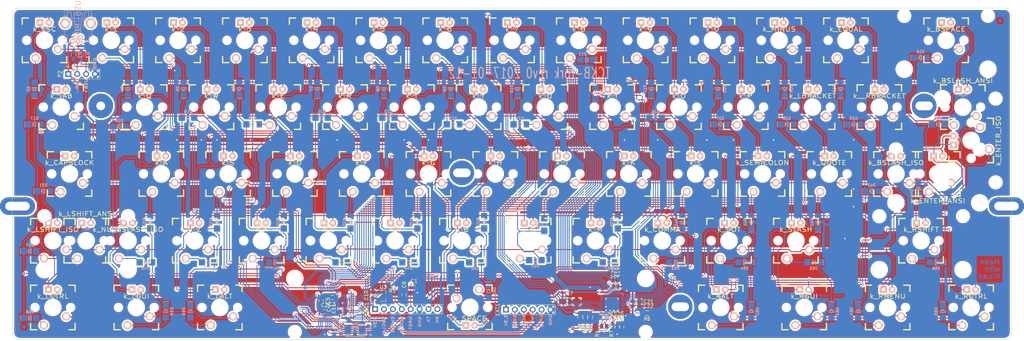
<source format=kicad_pcb>
(kicad_pcb (version 4) (host pcbnew 4.0.5-e0-6337~49~ubuntu16.04.1)
  (title_block (title "TCKB : the \"Commando\" edition.") (date 2016-10-14) (rev 1.0) (company Ced67) (comment 1 "was an invaluable helper!") (comment 2 "Special thanks to Komar and the GH60 contributors for the pcb layout which") (comment 4 "Thanks to the MK community for their huge documentations."))
  (layers (0 F.Cu signal) (31 B.Cu signal) (34 B.Paste user hide) (35 F.Paste user hide) (36 B.SilkS user) (37 F.SilkS user) (38 B.Mask user) (39 F.Mask user) (44 Edge.Cuts user hide))
  (net 0 "")
  (net 1 NRST)
  (net 2 GNDPWR)
  (net 3 +3V3)
  (net 4 +5V)
  (net 5 Col_1_)
  (net 6 "Net-(D3-Pad2)")
  (net 7 Col_2_)
  (net 8 "Net-(D4-Pad2)")
  (net 9 Col_3_)
  (net 10 "Net-(D5-Pad2)")
  (net 11 Col_4_)
  (net 12 "Net-(D6-Pad2)")
  (net 13 Col_5_)
  (net 14 "Net-(D7-Pad2)")
  (net 15 Col_6_)
  (net 16 "Net-(D8-Pad2)")
  (net 17 Col_7_)
  (net 18 "Net-(D9-Pad2)")
  (net 19 Col_8_)
  (net 20 "Net-(D10-Pad2)")
  (net 21 Col_9_)
  (net 22 "Net-(D11-Pad2)")
  (net 23 Col_10_)
  (net 24 "Net-(D12-Pad2)")
  (net 25 Col_11_)
  (net 26 "Net-(D13-Pad2)")
  (net 27 Col_12_)
  (net 28 "Net-(D14-Pad2)")
  (net 29 Col_13_)
  (net 30 "Net-(D15-Pad2)")
  (net 31 "Net-(D16-Pad2)")
  (net 32 "Net-(D17-Pad2)")
  (net 33 "Net-(D18-Pad2)")
  (net 34 "Net-(D19-Pad2)")
  (net 35 "Net-(D20-Pad2)")
  (net 36 "Net-(D21-Pad2)")
  (net 37 "Net-(D22-Pad2)")
  (net 38 "Net-(D23-Pad2)")
  (net 39 "Net-(D24-Pad2)")
  (net 40 "Net-(D25-Pad2)")
  (net 41 "Net-(D26-Pad2)")
  (net 42 "Net-(D27-Pad2)")
  (net 43 "Net-(D28-Pad2)")
  (net 44 "Net-(D29-Pad2)")
  (net 45 "Net-(D30-Pad2)")
  (net 46 "Net-(D31-Pad2)")
  (net 47 "Net-(D32-Pad2)")
  (net 48 "Net-(D33-Pad2)")
  (net 49 "Net-(D34-Pad2)")
  (net 50 "Net-(D35-Pad2)")
  (net 51 "Net-(D36-Pad2)")
  (net 52 "Net-(D37-Pad2)")
  (net 53 "Net-(D38-Pad2)")
  (net 54 "Net-(D39-Pad2)")
  (net 55 "Net-(D40-Pad2)")
  (net 56 "Net-(D41-Pad2)")
  (net 57 "Net-(D42-Pad2)")
  (net 58 "Net-(D43-Pad2)")
  (net 59 "Net-(D44-Pad2)")
  (net 60 "Net-(D45-Pad2)")
  (net 61 "Net-(D46-Pad2)")
  (net 62 "Net-(D47-Pad2)")
  (net 63 "Net-(D48-Pad2)")
  (net 64 "Net-(D49-Pad2)")
  (net 65 "Net-(D50-Pad2)")
  (net 66 "Net-(D51-Pad2)")
  (net 67 "Net-(D52-Pad2)")
  (net 68 "Net-(D53-Pad2)")
  (net 69 "Net-(D54-Pad2)")
  (net 70 "Net-(D55-Pad2)")
  (net 71 "Net-(D56-Pad2)")
  (net 72 "Net-(D57-Pad2)")
  (net 73 "Net-(D58-Pad2)")
  (net 74 "Net-(D59-Pad2)")
  (net 75 "Net-(D60-Pad2)")
  (net 76 "Net-(D61-Pad2)")
  (net 77 "Net-(D62-Pad2)")
  (net 78 "Net-(D63-Pad2)")
  (net 79 "Net-(D64-Pad2)")
  (net 80 "Net-(D65-Pad2)")
  (net 81 "Net-(R2-Pad1)")
  (net 82 USART_TX)
  (net 83 USART_RX)
  (net 84 SWDIO)
  (net 85 SWCLK)
  (net 86 Line_1_)
  (net 87 Line_2_)
  (net 88 Line_3_)
  (net 89 Line_4_)
  (net 90 LED_COL_1)
  (net 91 LED_COL_2)
  (net 92 LED_COL_3)
  (net 93 LED_COL_4)
  (net 94 LED_COL_5)
  (net 95 LED_COL_6)
  (net 96 LED_COL_7)
  (net 97 LED_COL_8)
  (net 98 LED_COL_9)
  (net 99 LED_COL_10)
  (net 100 LED_COL_11)
  (net 101 LED_COL_12)
  (net 102 LED_COL_13)
  (net 103 BOOT0)
  (net 104 LED_LINE_1)
  (net 105 LED_LINE_2)
  (net 106 LED_LINE_3)
  (net 107 LED_LINE_4)
  (net 108 "Net-(R3-Pad1)")
  (net 109 Line_0_)
  (net 110 Col_0_)
  (net 111 LED_LINE_0)
  (net 112 LED_COL_0)
  (net 113 "Net-(R4-Pad1)")
  (net 114 LED_INT)
  (net 115 SCL)
  (net 116 SDA)
  (net 117 LED_SHTDN)
  (net 118 EXT_INT)
  (net 119 EXT_GPIO)
  (net 120 /Led_Controller/RSET)
  (net 121 USB_M)
  (net 122 USB_P)
  (net 123 OSC_IN)
  (net 124 OSC_OUT)
  (module TCKB:CHERRY_PCB_625H_STAB (layer F.Cu) (at 192.88125 150.01875 180)
    (fp_text reference ST6 hide)
    (fp_text value Space_6.25U hide)
    (pad HOLE np_thru_hole circle (at -50.038 -6.985 180) (size 3.048 3.048) (drill 3.048) (layers *.Cu))
    (pad HOLE np_thru_hole circle (at 50.038 -6.985 180) (size 3.048 3.048) (drill 3.048) (layers *.Cu))
    (pad HOLE np_thru_hole circle (at -50.038 8.255 180) (size 3.9878 3.9878) (drill 3.9878) (layers *.Cu))
    (pad HOLE np_thru_hole circle (at 50.038 8.255 180) (size 3.9878 3.9878) (drill 3.9878) (layers *.Cu))
  )
  (module TCKB:CHERRY_PCB_275H_SW (layer F.Cu) (at 321.47002 130.97002 180)
    (fp_text reference SW58 hide)
    (fp_text value k_RSHIFT (at 0 3.175 180) (layer F.SilkS) (effects (font (size 1.27 1.524) (thickness 0.2032))))
    (pad 1 thru_hole circle (at 2.54 -5.08 180) (size 2.286 2.286) (drill 1.4986) (layers *.Cu *.SilkS *.Mask) (net 71 "Net-(D56-Pad2)"))
    (pad 2 thru_hole circle (at -3.81 -2.54 180) (size 2.286 2.286) (drill 1.4986) (layers *.Cu *.SilkS *.Mask) (net 88 Line_3_))
    (pad HOLE np_thru_hole circle (at 0 0 180) (size 3.9878 3.9878) (drill 3.9878) (layers *.Cu))
    (pad HOLE np_thru_hole circle (at -5.08 0 180) (size 1.7018 1.7018) (drill 1.7018) (layers *.Cu))
    (pad HOLE np_thru_hole circle (at 5.08 0 180) (size 1.7018 1.7018) (drill 1.7018) (layers *.Cu))
  )
  (module TCKB:CHERRY_MX_LED (layer B.Cu) (at 192.88125 150.01875 180)
    (fp_text reference LED32 hide)
    (fp_text value led_SPACE hide)
    (pad 1 thru_hole circle (at -1.27 -5.08 180) (size 1.905 1.905) (drill 0.9906) (layers *.Cu *.SilkS *.Mask) (net 107 LED_LINE_4))
    (pad 2 thru_hole rect (at 1.27 -5.08 180) (size 1.905 1.905) (drill 0.9906) (layers *.Cu *.SilkS *.Mask) (net 95 LED_COL_6))
  )
  (module hole:PKRHSL (layer F.Cu) (at 345.8312 121.1212)
    (fp_text reference HOLE hide)
    (fp_text value VAL** hide)
    (pad 1 thru_hole oval (at 0 0) (size 9.99998 5.00126) (drill oval 7.00024 2.49936) (layers *.Cu *.Mask))
  )
  (module hole:PKRHSL (layer F.Cu) (at 63.7489 121.1212)
    (fp_text reference HOLE hide)
    (fp_text value VAL** hide)
    (pad 1 thru_hole oval (at 0 0) (size 9.99998 5.00126) (drill oval 7.00024 2.49936) (layers *.Cu *.Mask))
  )
  (module hole:PKRH (layer F.Cu) (at 322.3399 92.5208)
    (fp_text reference HOLE hide)
    (fp_text value VAL** hide)
    (pad 1 thru_hole circle (at 0 0) (size 7.00024 7.00024) (drill oval 5.00126 2.49936) (layers *.Cu *.Mask))
  )
  (module hole:PKRH (layer F.Cu) (at 252.7894 149.8207)
    (fp_text reference HOLE hide)
    (fp_text value VAL** hide)
    (pad 1 thru_hole circle (at 0 0) (size 7.00024 7.00024) (drill oval 5.00126 2.49936) (layers *.Cu *.Mask))
  )
  (module hole:PKRH (layer F.Cu) (at 190.49 111.62)
    (fp_text reference HOLE hide)
    (fp_text value VAL** hide)
    (pad 1 thru_hole circle (at 0 0) (size 7.00024 7.00024) (drill oval 5.00126 2.49936) (layers *.Cu *.Mask))
  )
  (module hole:PKRHC (layer F.Cu) (at 87.4893 92.5208)
    (fp_text reference HOLE hide)
    (fp_text value VAL** hide)
    (pad 1 thru_hole circle (at 0 0) (size 7.0013 7.0013) (drill 2.4994) (layers *.Cu *.Mask))
  )
  (module hole:FIDUCIAL (layer B.Cu) (at 343.99 68.22)
    (fp_text reference FID hide)
    (fp_text value FIDUCIAL hide)
    (pad 1 connect circle (at 0 0) (size 1 1) (layers B.Cu B.Mask) (clearance 0.6))
  )
  (module hole:FIDUCIAL (layer B.Cu) (at 65.58 155.63)
    (fp_text reference FID hide)
    (fp_text value FIDUCIAL hide)
    (pad 1 connect circle (at 0 0) (size 1 1) (layers B.Cu B.Mask) (clearance 0.6))
  )
  (module TCKB:CHERRY_PCB_225H_STAB (layer F.Cu) (at 83.34375 130.97002)
    (fp_text reference ST5 hide)
    (fp_text value ANSI_Left_Shift_2.25U hide)
    (pad HOLE np_thru_hole circle (at -11.938 -6.985) (size 3.048 3.048) (drill 3.048) (layers *.Cu))
    (pad HOLE np_thru_hole circle (at 11.938 -6.985) (size 3.048 3.048) (drill 3.048) (layers *.Cu))
    (pad HOLE np_thru_hole circle (at -11.938 8.255) (size 3.9878 3.9878) (drill 3.9878) (layers *.Cu))
    (pad HOLE np_thru_hole circle (at 11.938 8.255) (size 3.9878 3.9878) (drill 3.9878) (layers *.Cu))
  )
  (module TCKB:CHERRY_PCB_275H_STAB (layer F.Cu) (at 321.47002 130.97002)
    (fp_text reference ST4 hide)
    (fp_text value Right_Shift_2.75U hide)
    (pad HOLE np_thru_hole circle (at -11.938 -6.985) (size 3.048 3.048) (drill 3.048) (layers *.Cu))
    (pad HOLE np_thru_hole circle (at 11.938 -6.985) (size 3.048 3.048) (drill 3.048) (layers *.Cu))
    (pad HOLE np_thru_hole circle (at -11.938 8.255) (size 3.9878 3.9878) (drill 3.9878) (layers *.Cu))
    (pad HOLE np_thru_hole circle (at 11.938 8.255) (size 3.9878 3.9878) (drill 3.9878) (layers *.Cu))
  )
  (module TCKB:CHERRY_PCB_200H_STAB (layer F.Cu) (at 335.75625 102.39375 270)
    (fp_text reference ST3 hide)
    (fp_text value ISO_Return_2U hide)
    (pad HOLE np_thru_hole circle (at -11.938 -6.985 270) (size 3.048 3.048) (drill 3.048) (layers *.Cu))
    (pad HOLE np_thru_hole circle (at 11.938 -6.985 270) (size 3.048 3.048) (drill 3.048) (layers *.Cu))
    (pad HOLE np_thru_hole circle (at -11.938 8.255 270) (size 3.9878 3.9878) (drill 3.9878) (layers *.Cu))
    (pad HOLE np_thru_hole circle (at 11.938 8.255 270) (size 3.9878 3.9878) (drill 3.9878) (layers *.Cu))
  )
  (module TCKB:CHERRY_PCB_225H_STAB (layer F.Cu) (at 326.23125 111.92002)
    (fp_text reference ST2 hide)
    (fp_text value ANSI_Return_2.25U hide)
    (pad HOLE np_thru_hole circle (at -11.938 -6.985) (size 3.048 3.048) (drill 3.048) (layers *.Cu))
    (pad HOLE np_thru_hole circle (at 11.938 -6.985) (size 3.048 3.048) (drill 3.048) (layers *.Cu))
    (pad HOLE np_thru_hole circle (at -11.938 8.255) (size 3.9878 3.9878) (drill 3.9878) (layers *.Cu))
    (pad HOLE np_thru_hole circle (at 11.938 8.255) (size 3.9878 3.9878) (drill 3.9878) (layers *.Cu))
  )
  (module TCKB:CHERRY_PCB_200H_STAB (layer F.Cu) (at 328.6125 73.81875)
    (fp_text reference ST1 hide)
    (fp_text value Backspace_2U hide)
    (pad HOLE np_thru_hole circle (at -11.938 -6.985) (size 3.048 3.048) (drill 3.048) (layers *.Cu))
    (pad HOLE np_thru_hole circle (at 11.938 -6.985) (size 3.048 3.048) (drill 3.048) (layers *.Cu))
    (pad HOLE np_thru_hole circle (at -11.938 8.255) (size 3.9878 3.9878) (drill 3.9878) (layers *.Cu))
    (pad HOLE np_thru_hole circle (at 11.938 8.255) (size 3.9878 3.9878) (drill 3.9878) (layers *.Cu))
  )
  (module TCKB:MiniMELF_2mm (layer B.Cu) (at 68.58 87.63 90)
    (fp_text reference D3 (at 0 -1.7 90) (layer B.SilkS) (effects (font (size 0.8 0.8)) (justify mirror)))
    (fp_text value 1N4148 hide)
    (pad 1 smd rect (at -1.75 0 90) (size 1.8 1.8) (layers B.Cu B.Paste B.Mask) (net 110 Col_0_) (clearance 0.02))
    (pad 2 smd rect (at 1.75 0 90) (size 1.8 1.8) (layers B.Cu B.Paste B.Mask) (net 6 "Net-(D3-Pad2)") (clearance 0.02))
  )
  (module TCKB:MiniMELF_2mm (layer B.Cu) (at 95.25 87.63 90)
    (fp_text reference D4 (at 0 -1.7 90) (layer B.SilkS) (effects (font (size 0.8 0.8)) (justify mirror)))
    (fp_text value 1N4148 hide)
    (pad 1 smd rect (at -1.75 0 90) (size 1.8 1.8) (layers B.Cu B.Paste B.Mask) (net 5 Col_1_) (clearance 0.02))
    (pad 2 smd rect (at 1.75 0 90) (size 1.8 1.8) (layers B.Cu B.Paste B.Mask) (net 8 "Net-(D4-Pad2)") (clearance 0.02))
  )
  (module TCKB:MiniMELF_2mm (layer B.Cu) (at 111.125 87.63 90)
    (fp_text reference D5 (at 0 -1.7 90) (layer B.SilkS) (effects (font (size 0.8 0.8)) (justify mirror)))
    (fp_text value 1N4148 hide)
    (pad 1 smd rect (at -1.75 0 90) (size 1.8 1.8) (layers B.Cu B.Paste B.Mask) (net 7 Col_2_) (clearance 0.02))
    (pad 2 smd rect (at 1.75 0 90) (size 1.8 1.8) (layers B.Cu B.Paste B.Mask) (net 10 "Net-(D5-Pad2)") (clearance 0.02))
  )
  (module TCKB:MiniMELF_2mm (layer B.Cu) (at 127 87.63 90)
    (fp_text reference D6 (at 0 -1.7 90) (layer B.SilkS) (effects (font (size 0.8 0.8)) (justify mirror)))
    (fp_text value 1N4148 hide)
    (pad 1 smd rect (at -1.75 0 90) (size 1.8 1.8) (layers B.Cu B.Paste B.Mask) (net 9 Col_3_) (clearance 0.02))
    (pad 2 smd rect (at 1.75 0 90) (size 1.8 1.8) (layers B.Cu B.Paste B.Mask) (net 12 "Net-(D6-Pad2)") (clearance 0.02))
  )
  (module TCKB:MiniMELF_2mm (layer B.Cu) (at 149.225 87.63 90)
    (fp_text reference D7 (at 0 -1.7 90) (layer B.SilkS) (effects (font (size 0.8 0.8)) (justify mirror)))
    (fp_text value 1N4148 hide)
    (pad 1 smd rect (at -1.75 0 90) (size 1.8 1.8) (layers B.Cu B.Paste B.Mask) (net 11 Col_4_) (clearance 0.02))
    (pad 2 smd rect (at 1.75 0 90) (size 1.8 1.8) (layers B.Cu B.Paste B.Mask) (net 14 "Net-(D7-Pad2)") (clearance 0.02))
  )
  (module TCKB:MiniMELF_2mm (layer B.Cu) (at 168.275 87.63 90)
    (fp_text reference D8 (at 0 -1.7 90) (layer B.SilkS) (effects (font (size 0.8 0.8)) (justify mirror)))
    (fp_text value 1N4148 hide)
    (pad 1 smd rect (at -1.75 0 90) (size 1.8 1.8) (layers B.Cu B.Paste B.Mask) (net 13 Col_5_) (clearance 0.02))
    (pad 2 smd rect (at 1.75 0 90) (size 1.8 1.8) (layers B.Cu B.Paste B.Mask) (net 16 "Net-(D8-Pad2)") (clearance 0.02))
  )
  (module TCKB:MiniMELF_2mm (layer B.Cu) (at 187.325 87.63 90)
    (fp_text reference D9 (at 0 -1.7 90) (layer B.SilkS) (effects (font (size 0.8 0.8)) (justify mirror)))
    (fp_text value 1N4148 hide)
    (pad 1 smd rect (at -1.75 0 90) (size 1.8 1.8) (layers B.Cu B.Paste B.Mask) (net 15 Col_6_) (clearance 0.02))
    (pad 2 smd rect (at 1.75 0 90) (size 1.8 1.8) (layers B.Cu B.Paste B.Mask) (net 18 "Net-(D9-Pad2)") (clearance 0.02))
  )
  (module TCKB:MiniMELF_2mm (layer B.Cu) (at 206.375 87.63 90)
    (fp_text reference D10 (at 0 -1.7 90) (layer B.SilkS) (effects (font (size 0.8 0.8)) (justify mirror)))
    (fp_text value 1N4148 hide)
    (pad 1 smd rect (at -1.75 0 90) (size 1.8 1.8) (layers B.Cu B.Paste B.Mask) (net 17 Col_7_) (clearance 0.02))
    (pad 2 smd rect (at 1.75 0 90) (size 1.8 1.8) (layers B.Cu B.Paste B.Mask) (net 20 "Net-(D10-Pad2)") (clearance 0.02))
  )
  (module TCKB:MiniMELF_2mm (layer B.Cu) (at 226.06 79.375 180)
    (fp_text reference D11 (at 1.143 1.651 180) (layer B.SilkS) (effects (font (size 0.8 0.8)) (justify mirror)))
    (fp_text value 1N4148 hide)
    (pad 1 smd rect (at -1.75 0 180) (size 1.8 1.8) (layers B.Cu B.Paste B.Mask) (net 19 Col_8_) (clearance 0.02))
    (pad 2 smd rect (at 1.75 0 180) (size 1.8 1.8) (layers B.Cu B.Paste B.Mask) (net 22 "Net-(D11-Pad2)") (clearance 0.02))
  )
  (module TCKB:MiniMELF_2mm (layer B.Cu) (at 244.475 87.63 90)
    (fp_text reference D12 (at 0 -1.7 90) (layer B.SilkS) (effects (font (size 0.8 0.8)) (justify mirror)))
    (fp_text value 1N4148 hide)
    (pad 1 smd rect (at -1.75 0 90) (size 1.8 1.8) (layers B.Cu B.Paste B.Mask) (net 21 Col_9_) (clearance 0.02))
    (pad 2 smd rect (at 1.75 0 90) (size 1.8 1.8) (layers B.Cu B.Paste B.Mask) (net 24 "Net-(D12-Pad2)") (clearance 0.02))
  )
  (module TCKB:MiniMELF_2mm (layer B.Cu) (at 263.525 87.63 90)
    (fp_text reference D13 (at 0 1.905 90) (layer B.SilkS) (effects (font (size 0.8 0.8)) (justify mirror)))
    (fp_text value 1N4148 hide)
    (pad 1 smd rect (at -1.75 0 90) (size 1.8 1.8) (layers B.Cu B.Paste B.Mask) (net 23 Col_10_) (clearance 0.02))
    (pad 2 smd rect (at 1.75 0 90) (size 1.8 1.8) (layers B.Cu B.Paste B.Mask) (net 26 "Net-(D13-Pad2)") (clearance 0.02))
  )
  (module TCKB:MiniMELF_2mm (layer B.Cu) (at 282.575 87.63 90)
    (fp_text reference D14 (at 0 1.905 90) (layer B.SilkS) (effects (font (size 0.8 0.8)) (justify mirror)))
    (fp_text value 1N4148 hide)
    (pad 1 smd rect (at -1.75 0 90) (size 1.8 1.8) (layers B.Cu B.Paste B.Mask) (net 25 Col_11_) (clearance 0.02))
    (pad 2 smd rect (at 1.75 0 90) (size 1.8 1.8) (layers B.Cu B.Paste B.Mask) (net 28 "Net-(D14-Pad2)") (clearance 0.02))
  )
  (module TCKB:MiniMELF_2mm (layer B.Cu) (at 298.45 87.63 90)
    (fp_text reference D15 (at 0 -1.7 90) (layer B.SilkS) (effects (font (size 0.8 0.8)) (justify mirror)))
    (fp_text value 1N4148 hide)
    (pad 1 smd rect (at -1.75 0 90) (size 1.8 1.8) (layers B.Cu B.Paste B.Mask) (net 27 Col_12_) (clearance 0.02))
    (pad 2 smd rect (at 1.75 0 90) (size 1.8 1.8) (layers B.Cu B.Paste B.Mask) (net 30 "Net-(D15-Pad2)") (clearance 0.02))
  )
  (module TCKB:MiniMELF_2mm (layer B.Cu) (at 321.31 78.74)
    (fp_text reference D16 (at 0 -1.7) (layer B.SilkS) (effects (font (size 0.8 0.8)) (justify mirror)))
    (fp_text value 1N4148 hide)
    (pad 1 smd rect (at -1.75 0) (size 1.8 1.8) (layers B.Cu B.Paste B.Mask) (net 29 Col_13_) (clearance 0.02))
    (pad 2 smd rect (at 1.75 0) (size 1.8 1.8) (layers B.Cu B.Paste B.Mask) (net 31 "Net-(D16-Pad2)") (clearance 0.02))
  )
  (module TCKB:MiniMELF_2mm (layer B.Cu) (at 68.58 97.79)
    (fp_text reference D17 (at 0 -1.7) (layer B.SilkS) (effects (font (size 0.8 0.8)) (justify mirror)))
    (fp_text value 1N4148 hide)
    (pad 1 smd rect (at -1.75 0) (size 1.8 1.8) (layers B.Cu B.Paste B.Mask) (net 110 Col_0_) (clearance 0.02))
    (pad 2 smd rect (at 1.75 0) (size 1.8 1.8) (layers B.Cu B.Paste B.Mask) (net 32 "Net-(D17-Pad2)") (clearance 0.02))
  )
  (module TCKB:MiniMELF_2mm (layer B.Cu) (at 92.71 98.425)
    (fp_text reference D18 (at 0 -1.7) (layer B.SilkS) (effects (font (size 0.8 0.8)) (justify mirror)))
    (fp_text value 1N4148 hide)
    (pad 1 smd rect (at -1.75 0) (size 1.8 1.8) (layers B.Cu B.Paste B.Mask) (net 5 Col_1_) (clearance 0.02))
    (pad 2 smd rect (at 1.75 0) (size 1.8 1.8) (layers B.Cu B.Paste B.Mask) (net 33 "Net-(D18-Pad2)") (clearance 0.02))
  )
  (module TCKB:MiniMELF_2mm (layer B.Cu) (at 112.395 95.885)
    (fp_text reference D19 (at 0 -1.7) (layer B.SilkS) (effects (font (size 0.8 0.8)) (justify mirror)))
    (fp_text value 1N4148 hide)
    (pad 1 smd rect (at -1.75 0) (size 1.8 1.8) (layers B.Cu B.Paste B.Mask) (net 7 Col_2_) (clearance 0.02))
    (pad 2 smd rect (at 1.75 0) (size 1.8 1.8) (layers B.Cu B.Paste B.Mask) (net 34 "Net-(D19-Pad2)") (clearance 0.02))
  )
  (module TCKB:MiniMELF_2mm (layer B.Cu) (at 130.81 97.79)
    (fp_text reference D20 (at 0 -1.7) (layer B.SilkS) (effects (font (size 0.8 0.8)) (justify mirror)))
    (fp_text value 1N4148 hide)
    (pad 1 smd rect (at -1.75 0) (size 1.8 1.8) (layers B.Cu B.Paste B.Mask) (net 9 Col_3_) (clearance 0.02))
    (pad 2 smd rect (at 1.75 0) (size 1.8 1.8) (layers B.Cu B.Paste B.Mask) (net 35 "Net-(D20-Pad2)") (clearance 0.02))
  )
  (module TCKB:MiniMELF_2mm (layer B.Cu) (at 150.495 95.885)
    (fp_text reference D21 (at 0 -1.7) (layer B.SilkS) (effects (font (size 0.8 0.8)) (justify mirror)))
    (fp_text value 1N4148 hide)
    (pad 1 smd rect (at -1.75 0) (size 1.8 1.8) (layers B.Cu B.Paste B.Mask) (net 11 Col_4_) (clearance 0.02))
    (pad 2 smd rect (at 1.75 0) (size 1.8 1.8) (layers B.Cu B.Paste B.Mask) (net 36 "Net-(D21-Pad2)") (clearance 0.02))
  )
  (module TCKB:MiniMELF_2mm (layer B.Cu) (at 169.545 95.885)
    (fp_text reference D22 (at 0 -1.7) (layer B.SilkS) (effects (font (size 0.8 0.8)) (justify mirror)))
    (fp_text value 1N4148 hide)
    (pad 1 smd rect (at -1.75 0) (size 1.8 1.8) (layers B.Cu B.Paste B.Mask) (net 13 Col_5_) (clearance 0.02))
    (pad 2 smd rect (at 1.75 0) (size 1.8 1.8) (layers B.Cu B.Paste B.Mask) (net 37 "Net-(D22-Pad2)") (clearance 0.02))
  )
  (module TCKB:MiniMELF_2mm (layer B.Cu) (at 187.96 97.79)
    (fp_text reference D23 (at 0 -1.7) (layer B.SilkS) (effects (font (size 0.8 0.8)) (justify mirror)))
    (fp_text value 1N4148 hide)
    (pad 1 smd rect (at -1.75 0) (size 1.8 1.8) (layers B.Cu B.Paste B.Mask) (net 15 Col_6_) (clearance 0.02))
    (pad 2 smd rect (at 1.75 0) (size 1.8 1.8) (layers B.Cu B.Paste B.Mask) (net 38 "Net-(D23-Pad2)") (clearance 0.02))
  )
  (module TCKB:MiniMELF_2mm (layer B.Cu) (at 207.01 97.79)
    (fp_text reference D24 (at 0 -1.7) (layer B.SilkS) (effects (font (size 0.8 0.8)) (justify mirror)))
    (fp_text value 1N4148 hide)
    (pad 1 smd rect (at -1.75 0) (size 1.8 1.8) (layers B.Cu B.Paste B.Mask) (net 17 Col_7_) (clearance 0.02))
    (pad 2 smd rect (at 1.75 0) (size 1.8 1.8) (layers B.Cu B.Paste B.Mask) (net 39 "Net-(D24-Pad2)") (clearance 0.02))
  )
  (module TCKB:MiniMELF_2mm (layer B.Cu) (at 228.6 88.9 270)
    (fp_text reference D25 (at 0 -1.7 270) (layer B.SilkS) (effects (font (size 0.8 0.8)) (justify mirror)))
    (fp_text value 1N4148 hide)
    (pad 1 smd rect (at -1.75 0 270) (size 1.8 1.8) (layers B.Cu B.Paste B.Mask) (net 19 Col_8_) (clearance 0.02))
    (pad 2 smd rect (at 1.75 0 270) (size 1.8 1.8) (layers B.Cu B.Paste B.Mask) (net 40 "Net-(D25-Pad2)") (clearance 0.02))
  )
  (module TCKB:MiniMELF_2mm (layer B.Cu) (at 245.745 95.885)
    (fp_text reference D26 (at 0 -1.7) (layer B.SilkS) (effects (font (size 0.8 0.8)) (justify mirror)))
    (fp_text value 1N4148 hide)
    (pad 1 smd rect (at -1.75 0) (size 1.8 1.8) (layers B.Cu B.Paste B.Mask) (net 21 Col_9_) (clearance 0.02))
    (pad 2 smd rect (at 1.75 0) (size 1.8 1.8) (layers B.Cu B.Paste B.Mask) (net 41 "Net-(D26-Pad2)") (clearance 0.02))
  )
  (module TCKB:MiniMELF_2mm (layer B.Cu) (at 264.16 97.79)
    (fp_text reference D27 (at 0 -1.7) (layer B.SilkS) (effects (font (size 0.8 0.8)) (justify mirror)))
    (fp_text value 1N4148 hide)
    (pad 1 smd rect (at -1.75 0) (size 1.8 1.8) (layers B.Cu B.Paste B.Mask) (net 23 Col_10_) (clearance 0.02))
    (pad 2 smd rect (at 1.75 0) (size 1.8 1.8) (layers B.Cu B.Paste B.Mask) (net 42 "Net-(D27-Pad2)") (clearance 0.02))
  )
  (module TCKB:MiniMELF_2mm (layer B.Cu) (at 283.21 97.79)
    (fp_text reference D28 (at 0 -1.7) (layer B.SilkS) (effects (font (size 0.8 0.8)) (justify mirror)))
    (fp_text value 1N4148 hide)
    (pad 1 smd rect (at -1.75 0) (size 1.8 1.8) (layers B.Cu B.Paste B.Mask) (net 25 Col_11_) (clearance 0.02))
    (pad 2 smd rect (at 1.75 0) (size 1.8 1.8) (layers B.Cu B.Paste B.Mask) (net 43 "Net-(D28-Pad2)") (clearance 0.02))
  )
  (module TCKB:MiniMELF_2mm (layer B.Cu) (at 302.26 97.79)
    (fp_text reference D29 (at 0 -1.7) (layer B.SilkS) (effects (font (size 0.8 0.8)) (justify mirror)))
    (fp_text value 1N4148 hide)
    (pad 1 smd rect (at -1.75 0) (size 1.8 1.8) (layers B.Cu B.Paste B.Mask) (net 27 Col_12_) (clearance 0.02))
    (pad 2 smd rect (at 1.75 0) (size 1.8 1.8) (layers B.Cu B.Paste B.Mask) (net 44 "Net-(D29-Pad2)") (clearance 0.02))
  )
  (module TCKB:MiniMELF_2mm (layer B.Cu) (at 326.39 97.79)
    (fp_text reference D30 (at 0 -1.7) (layer B.SilkS) (effects (font (size 0.8 0.8)) (justify mirror)))
    (fp_text value 1N4148 hide)
    (pad 1 smd rect (at -1.75 0) (size 1.8 1.8) (layers B.Cu B.Paste B.Mask) (net 29 Col_13_) (clearance 0.02))
    (pad 2 smd rect (at 1.75 0) (size 1.8 1.8) (layers B.Cu B.Paste B.Mask) (net 45 "Net-(D30-Pad2)") (clearance 0.02))
  )
  (module TCKB:MiniMELF_2mm (layer B.Cu) (at 71.12 116.84)
    (fp_text reference D31 (at 0 -1.7) (layer B.SilkS) (effects (font (size 0.8 0.8)) (justify mirror)))
    (fp_text value 1N4148 hide)
    (pad 1 smd rect (at -1.75 0) (size 1.8 1.8) (layers B.Cu B.Paste B.Mask) (net 110 Col_0_) (clearance 0.02))
    (pad 2 smd rect (at 1.75 0) (size 1.8 1.8) (layers B.Cu B.Paste B.Mask) (net 46 "Net-(D31-Pad2)") (clearance 0.02))
  )
  (module TCKB:MiniMELF_2mm (layer B.Cu) (at 101.6 125.73 90)
    (fp_text reference D32 (at 0 -1.7 90) (layer B.SilkS) (effects (font (size 0.8 0.8)) (justify mirror)))
    (fp_text value 1N4148 hide)
    (pad 1 smd rect (at -1.75 0 90) (size 1.8 1.8) (layers B.Cu B.Paste B.Mask) (net 5 Col_1_) (clearance 0.02))
    (pad 2 smd rect (at 1.75 0 90) (size 1.8 1.8) (layers B.Cu B.Paste B.Mask) (net 47 "Net-(D32-Pad2)") (clearance 0.02))
  )
  (module TCKB:MiniMELF_2mm (layer B.Cu) (at 120.65 125.73 90)
    (fp_text reference D33 (at 0 -1.7 90) (layer B.SilkS) (effects (font (size 0.8 0.8)) (justify mirror)))
    (fp_text value 1N4148 hide)
    (pad 1 smd rect (at -1.75 0 90) (size 1.8 1.8) (layers B.Cu B.Paste B.Mask) (net 7 Col_2_) (clearance 0.02))
    (pad 2 smd rect (at 1.75 0 90) (size 1.8 1.8) (layers B.Cu B.Paste B.Mask) (net 48 "Net-(D33-Pad2)") (clearance 0.02))
  )
  (module TCKB:MiniMELF_2mm (layer B.Cu) (at 139.7 125.73 90)
    (fp_text reference D34 (at 0 -1.7 90) (layer B.SilkS) (effects (font (size 0.8 0.8)) (justify mirror)))
    (fp_text value 1N4148 hide)
    (pad 1 smd rect (at -1.75 0 90) (size 1.8 1.8) (layers B.Cu B.Paste B.Mask) (net 9 Col_3_) (clearance 0.02))
    (pad 2 smd rect (at 1.75 0 90) (size 1.8 1.8) (layers B.Cu B.Paste B.Mask) (net 49 "Net-(D34-Pad2)") (clearance 0.02))
  )
  (module TCKB:MiniMELF_2mm (layer B.Cu) (at 158.75 125.73 90)
    (fp_text reference D35 (at 0 -1.7 90) (layer B.SilkS) (effects (font (size 0.8 0.8)) (justify mirror)))
    (fp_text value 1N4148 hide)
    (pad 1 smd rect (at -1.75 0 90) (size 1.8 1.8) (layers B.Cu B.Paste B.Mask) (net 11 Col_4_) (clearance 0.02))
    (pad 2 smd rect (at 1.75 0 90) (size 1.8 1.8) (layers B.Cu B.Paste B.Mask) (net 50 "Net-(D35-Pad2)") (clearance 0.02))
  )
  (module TCKB:MiniMELF_2mm (layer B.Cu) (at 177.8 125.73 90)
    (fp_text reference D36 (at 0 -1.7 90) (layer B.SilkS) (effects (font (size 0.8 0.8)) (justify mirror)))
    (fp_text value 1N4148 hide)
    (pad 1 smd rect (at -1.75 0 90) (size 1.8 1.8) (layers B.Cu B.Paste B.Mask) (net 13 Col_5_) (clearance 0.02))
    (pad 2 smd rect (at 1.75 0 90) (size 1.8 1.8) (layers B.Cu B.Paste B.Mask) (net 51 "Net-(D36-Pad2)") (clearance 0.02))
  )
  (module TCKB:MiniMELF_2mm (layer B.Cu) (at 196.85 125.73 90)
    (fp_text reference D37 (at 0 -1.7 90) (layer B.SilkS) (effects (font (size 0.8 0.8)) (justify mirror)))
    (fp_text value 1N4148 hide)
    (pad 1 smd rect (at -1.75 0 90) (size 1.8 1.8) (layers B.Cu B.Paste B.Mask) (net 15 Col_6_) (clearance 0.02))
    (pad 2 smd rect (at 1.75 0 90) (size 1.8 1.8) (layers B.Cu B.Paste B.Mask) (net 52 "Net-(D37-Pad2)") (clearance 0.02))
  )
  (module TCKB:MiniMELF_2mm (layer B.Cu) (at 213.995 126.365 90)
    (fp_text reference D38 (at 0 -1.7 90) (layer B.SilkS) (effects (font (size 0.8 0.8)) (justify mirror)))
    (fp_text value 1N4148 hide)
    (pad 1 smd rect (at -1.75 0 90) (size 1.8 1.8) (layers B.Cu B.Paste B.Mask) (net 17 Col_7_) (clearance 0.02))
    (pad 2 smd rect (at 1.75 0 90) (size 1.8 1.8) (layers B.Cu B.Paste B.Mask) (net 53 "Net-(D38-Pad2)") (clearance 0.02))
  )
  (module TCKB:MiniMELF_2mm (layer B.Cu) (at 234.95 125.73 90)
    (fp_text reference D39 (at 0 -1.7 90) (layer B.SilkS) (effects (font (size 0.8 0.8)) (justify mirror)))
    (fp_text value 1N4148 hide)
    (pad 1 smd rect (at -1.75 0 90) (size 1.8 1.8) (layers B.Cu B.Paste B.Mask) (net 19 Col_8_) (clearance 0.02))
    (pad 2 smd rect (at 1.75 0 90) (size 1.8 1.8) (layers B.Cu B.Paste B.Mask) (net 54 "Net-(D39-Pad2)") (clearance 0.02))
  )
  (module TCKB:MiniMELF_2mm (layer B.Cu) (at 253.365 125.73 90)
    (fp_text reference D40 (at 0 -1.7 90) (layer B.SilkS) (effects (font (size 0.8 0.8)) (justify mirror)))
    (fp_text value 1N4148 hide)
    (pad 1 smd rect (at -1.75 0 90) (size 1.8 1.8) (layers B.Cu B.Paste B.Mask) (net 21 Col_9_) (clearance 0.02))
    (pad 2 smd rect (at 1.75 0 90) (size 1.8 1.8) (layers B.Cu B.Paste B.Mask) (net 55 "Net-(D40-Pad2)") (clearance 0.02))
  )
  (module TCKB:MiniMELF_2mm (layer B.Cu) (at 273.05 125.73 90)
    (fp_text reference D41 (at 0 -1.7 90) (layer B.SilkS) (effects (font (size 0.8 0.8)) (justify mirror)))
    (fp_text value 1N4148 hide)
    (pad 1 smd rect (at -1.75 0 90) (size 1.8 1.8) (layers B.Cu B.Paste B.Mask) (net 23 Col_10_) (clearance 0.02))
    (pad 2 smd rect (at 1.75 0 90) (size 1.8 1.8) (layers B.Cu B.Paste B.Mask) (net 56 "Net-(D41-Pad2)") (clearance 0.02))
  )
  (module TCKB:MiniMELF_2mm (layer B.Cu) (at 292.1 125.73 90)
    (fp_text reference D42 (at 0 -1.7 90) (layer B.SilkS) (effects (font (size 0.8 0.8)) (justify mirror)))
    (fp_text value 1N4148 hide)
    (pad 1 smd rect (at -1.75 0 90) (size 1.8 1.8) (layers B.Cu B.Paste B.Mask) (net 25 Col_11_) (clearance 0.02))
    (pad 2 smd rect (at 1.75 0 90) (size 1.8 1.8) (layers B.Cu B.Paste B.Mask) (net 57 "Net-(D42-Pad2)") (clearance 0.02))
  )
  (module TCKB:MiniMELF_2mm (layer B.Cu) (at 307.34 116.84)
    (fp_text reference D43 (at 0 -1.7) (layer B.SilkS) (effects (font (size 0.8 0.8)) (justify mirror)))
    (fp_text value 1N4148 hide)
    (pad 1 smd rect (at -1.75 0) (size 1.8 1.8) (layers B.Cu B.Paste B.Mask) (net 27 Col_12_) (clearance 0.02))
    (pad 2 smd rect (at 1.75 0) (size 1.8 1.8) (layers B.Cu B.Paste B.Mask) (net 58 "Net-(D43-Pad2)") (clearance 0.02))
  )
  (module TCKB:MiniMELF_2mm (layer B.Cu) (at 320.675 116.205 270)
    (fp_text reference D44 (at 1.27 1.905 270) (layer B.SilkS) (effects (font (size 0.8 0.8)) (justify mirror)))
    (fp_text value 1N4148 hide)
    (pad 1 smd rect (at -1.75 0 270) (size 1.8 1.8) (layers B.Cu B.Paste B.Mask) (net 29 Col_13_) (clearance 0.02))
    (pad 2 smd rect (at 1.75 0 270) (size 1.8 1.8) (layers B.Cu B.Paste B.Mask) (net 59 "Net-(D44-Pad2)") (clearance 0.02))
  )
  (module TCKB:MiniMELF_2mm (layer B.Cu) (at 100.33 137.16 180)
    (fp_text reference D45 (at 0 -1.7 180) (layer B.SilkS) (effects (font (size 0.8 0.8)) (justify mirror)))
    (fp_text value 1N4148 hide)
    (pad 1 smd rect (at -1.75 0 180) (size 1.8 1.8) (layers B.Cu B.Paste B.Mask) (net 5 Col_1_) (clearance 0.02))
    (pad 2 smd rect (at 1.75 0 180) (size 1.8 1.8) (layers B.Cu B.Paste B.Mask) (net 60 "Net-(D45-Pad2)") (clearance 0.02))
  )
  (module TCKB:MiniMELF_2mm (layer B.Cu) (at 118.11 137.16 180)
    (fp_text reference D46 (at 0 -1.7 180) (layer B.SilkS) (effects (font (size 0.8 0.8)) (justify mirror)))
    (fp_text value 1N4148 hide)
    (pad 1 smd rect (at -1.75 0 180) (size 1.8 1.8) (layers B.Cu B.Paste B.Mask) (net 7 Col_2_) (clearance 0.02))
    (pad 2 smd rect (at 1.75 0 180) (size 1.8 1.8) (layers B.Cu B.Paste B.Mask) (net 61 "Net-(D46-Pad2)") (clearance 0.02))
  )
  (module TCKB:MiniMELF_2mm (layer B.Cu) (at 137.16 137.16 180)
    (fp_text reference D47 (at 0 -1.7 180) (layer B.SilkS) (effects (font (size 0.8 0.8)) (justify mirror)))
    (fp_text value 1N4148 hide)
    (pad 1 smd rect (at -1.75 0 180) (size 1.8 1.8) (layers B.Cu B.Paste B.Mask) (net 9 Col_3_) (clearance 0.02))
    (pad 2 smd rect (at 1.75 0 180) (size 1.8 1.8) (layers B.Cu B.Paste B.Mask) (net 62 "Net-(D47-Pad2)") (clearance 0.02))
  )
  (module TCKB:MiniMELF_2mm (layer B.Cu) (at 156.21 137.16 180)
    (fp_text reference D48 (at 0 -1.7 180) (layer B.SilkS) (effects (font (size 0.8 0.8)) (justify mirror)))
    (fp_text value 1N4148 hide)
    (pad 1 smd rect (at -1.75 0 180) (size 1.8 1.8) (layers B.Cu B.Paste B.Mask) (net 11 Col_4_) (clearance 0.02))
    (pad 2 smd rect (at 1.75 0 180) (size 1.8 1.8) (layers B.Cu B.Paste B.Mask) (net 63 "Net-(D48-Pad2)") (clearance 0.02))
  )
  (module TCKB:MiniMELF_2mm (layer B.Cu) (at 175.26 137.16 180)
    (fp_text reference D49 (at 0 -1.7 180) (layer B.SilkS) (effects (font (size 0.8 0.8)) (justify mirror)))
    (fp_text value 1N4148 hide)
    (pad 1 smd rect (at -1.75 0 180) (size 1.8 1.8) (layers B.Cu B.Paste B.Mask) (net 13 Col_5_) (clearance 0.02))
    (pad 2 smd rect (at 1.75 0 180) (size 1.8 1.8) (layers B.Cu B.Paste B.Mask) (net 64 "Net-(D49-Pad2)") (clearance 0.02))
  )
  (module TCKB:MiniMELF_2mm (layer B.Cu) (at 194.31 137.16 180)
    (fp_text reference D50 (at 0 -1.7 180) (layer B.SilkS) (effects (font (size 0.8 0.8)) (justify mirror)))
    (fp_text value 1N4148 hide)
    (pad 1 smd rect (at -1.75 0 180) (size 1.8 1.8) (layers B.Cu B.Paste B.Mask) (net 15 Col_6_) (clearance 0.02))
    (pad 2 smd rect (at 1.75 0 180) (size 1.8 1.8) (layers B.Cu B.Paste B.Mask) (net 65 "Net-(D50-Pad2)") (clearance 0.02))
  )
  (module TCKB:MiniMELF_2mm (layer B.Cu) (at 211.455 136.525 180)
    (fp_text reference D51 (at 0 -1.7 180) (layer B.SilkS) (effects (font (size 0.8 0.8)) (justify mirror)))
    (fp_text value 1N4148 hide)
    (pad 1 smd rect (at -1.75 0 180) (size 1.8 1.8) (layers B.Cu B.Paste B.Mask) (net 17 Col_7_) (clearance 0.02))
    (pad 2 smd rect (at 1.75 0 180) (size 1.8 1.8) (layers B.Cu B.Paste B.Mask) (net 66 "Net-(D51-Pad2)") (clearance 0.02))
  )
  (module TCKB:MiniMELF_2mm (layer B.Cu) (at 232.41 137.16 180)
    (fp_text reference D52 (at 0 -1.7 180) (layer B.SilkS) (effects (font (size 0.8 0.8)) (justify mirror)))
    (fp_text value 1N4148 hide)
    (pad 1 smd rect (at -1.75 0 180) (size 1.8 1.8) (layers B.Cu B.Paste B.Mask) (net 19 Col_8_) (clearance 0.02))
    (pad 2 smd rect (at 1.75 0 180) (size 1.8 1.8) (layers B.Cu B.Paste B.Mask) (net 67 "Net-(D52-Pad2)") (clearance 0.02))
  )
  (module TCKB:MiniMELF_2mm (layer B.Cu) (at 251.46 137.16 180)
    (fp_text reference D53 (at 0 -1.7 180) (layer B.SilkS) (effects (font (size 0.8 0.8)) (justify mirror)))
    (fp_text value 1N4148 hide)
    (pad 1 smd rect (at -1.75 0 180) (size 1.8 1.8) (layers B.Cu B.Paste B.Mask) (net 21 Col_9_) (clearance 0.02))
    (pad 2 smd rect (at 1.75 0 180) (size 1.8 1.8) (layers B.Cu B.Paste B.Mask) (net 68 "Net-(D53-Pad2)") (clearance 0.02))
  )
  (module TCKB:MiniMELF_2mm (layer B.Cu) (at 271.145 137.16 180)
    (fp_text reference D54 (at 0 -1.7 180) (layer B.SilkS) (effects (font (size 0.8 0.8)) (justify mirror)))
    (fp_text value 1N4148 hide)
    (pad 1 smd rect (at -1.75 0 180) (size 1.8 1.8) (layers B.Cu B.Paste B.Mask) (net 23 Col_10_) (clearance 0.02))
    (pad 2 smd rect (at 1.75 0 180) (size 1.8 1.8) (layers B.Cu B.Paste B.Mask) (net 69 "Net-(D54-Pad2)") (clearance 0.02))
  )
  (module TCKB:MiniMELF_2mm (layer B.Cu) (at 290.83 137.16 180)
    (fp_text reference D55 (at 0 -1.7 180) (layer B.SilkS) (effects (font (size 0.8 0.8)) (justify mirror)))
    (fp_text value 1N4148 hide)
    (pad 1 smd rect (at -1.75 0 180) (size 1.8 1.8) (layers B.Cu B.Paste B.Mask) (net 25 Col_11_) (clearance 0.02))
    (pad 2 smd rect (at 1.75 0 180) (size 1.8 1.8) (layers B.Cu B.Paste B.Mask) (net 70 "Net-(D55-Pad2)") (clearance 0.02))
  )
  (module TCKB:MiniMELF_2mm (layer B.Cu) (at 325.755 137.16 180)
    (fp_text reference D56 (at 0 -1.7 180) (layer B.SilkS) (effects (font (size 0.8 0.8)) (justify mirror)))
    (fp_text value 1N4148 hide)
    (pad 1 smd rect (at -1.75 0 180) (size 1.8 1.8) (layers B.Cu B.Paste B.Mask) (net 29 Col_13_) (clearance 0.02))
    (pad 2 smd rect (at 1.75 0 180) (size 1.8 1.8) (layers B.Cu B.Paste B.Mask) (net 71 "Net-(D56-Pad2)") (clearance 0.02))
  )
  (module TCKB:MiniMELF_2mm (layer B.Cu) (at 67.31 133.985)
    (fp_text reference D57 (at 0 -1.7) (layer B.SilkS) (effects (font (size 0.8 0.8)) (justify mirror)))
    (fp_text value 1N4148 hide)
    (pad 1 smd rect (at -1.75 0) (size 1.8 1.8) (layers B.Cu B.Paste B.Mask) (net 110 Col_0_) (clearance 0.02))
    (pad 2 smd rect (at 1.75 0) (size 1.8 1.8) (layers B.Cu B.Paste B.Mask) (net 72 "Net-(D57-Pad2)") (clearance 0.02))
  )
  (module TCKB:MiniMELF_2mm (layer B.Cu) (at 67.31 153.035)
    (fp_text reference D58 (at 0 -1.7) (layer B.SilkS) (effects (font (size 0.8 0.8)) (justify mirror)))
    (fp_text value 1N4148 hide)
    (pad 1 smd rect (at -1.75 0) (size 1.8 1.8) (layers B.Cu B.Paste B.Mask) (net 110 Col_0_) (clearance 0.02))
    (pad 2 smd rect (at 1.75 0) (size 1.8 1.8) (layers B.Cu B.Paste B.Mask) (net 73 "Net-(D58-Pad2)") (clearance 0.02))
  )
  (module TCKB:MiniMELF_2mm (layer B.Cu) (at 106.045 151.13 270)
    (fp_text reference D59 (at 0 -1.7 270) (layer B.SilkS) (effects (font (size 0.8 0.8)) (justify mirror)))
    (fp_text value 1N4148 hide)
    (pad 1 smd rect (at -1.75 0 270) (size 1.8 1.8) (layers B.Cu B.Paste B.Mask) (net 5 Col_1_) (clearance 0.02))
    (pad 2 smd rect (at 1.75 0 270) (size 1.8 1.8) (layers B.Cu B.Paste B.Mask) (net 74 "Net-(D59-Pad2)") (clearance 0.02))
  )
  (module TCKB:MiniMELF_2mm (layer B.Cu) (at 113.03 151.13 270)
    (fp_text reference D60 (at 0 1.905 270) (layer B.SilkS) (effects (font (size 0.8 0.8)) (justify mirror)))
    (fp_text value 1N4148 hide)
    (pad 1 smd rect (at -1.75 0 270) (size 1.8 1.8) (layers B.Cu B.Paste B.Mask) (net 7 Col_2_) (clearance 0.02))
    (pad 2 smd rect (at 1.75 0 270) (size 1.8 1.8) (layers B.Cu B.Paste B.Mask) (net 75 "Net-(D60-Pad2)") (clearance 0.02))
  )
  (module TCKB:MiniMELF_2mm (layer B.Cu) (at 198.12 145.415 270)
    (fp_text reference D61 (at 0 -1.7 270) (layer B.SilkS) (effects (font (size 0.8 0.8)) (justify mirror)))
    (fp_text value 1N4148 hide)
    (pad 1 smd rect (at -1.75 0 270) (size 1.8 1.8) (layers B.Cu B.Paste B.Mask) (net 15 Col_6_) (clearance 0.02))
    (pad 2 smd rect (at 1.75 0 270) (size 1.8 1.8) (layers B.Cu B.Paste B.Mask) (net 76 "Net-(D61-Pad2)") (clearance 0.02))
  )
  (module TCKB:MiniMELF_2mm (layer B.Cu) (at 273.05 151.13 270)
    (fp_text reference D62 (at 0 -1.7 270) (layer B.SilkS) (effects (font (size 0.8 0.8)) (justify mirror)))
    (fp_text value 1N4148 hide)
    (pad 1 smd rect (at -1.75 0 270) (size 1.8 1.8) (layers B.Cu B.Paste B.Mask) (net 23 Col_10_) (clearance 0.02))
    (pad 2 smd rect (at 1.75 0 270) (size 1.8 1.8) (layers B.Cu B.Paste B.Mask) (net 77 "Net-(D62-Pad2)") (clearance 0.02))
  )
  (module TCKB:MiniMELF_2mm (layer B.Cu) (at 295.91 151.13 270)
    (fp_text reference D63 (at 0 -1.7 270) (layer B.SilkS) (effects (font (size 0.8 0.8)) (justify mirror)))
    (fp_text value 1N4148 hide)
    (pad 1 smd rect (at -1.75 0 270) (size 1.8 1.8) (layers B.Cu B.Paste B.Mask) (net 25 Col_11_) (clearance 0.02))
    (pad 2 smd rect (at 1.75 0 270) (size 1.8 1.8) (layers B.Cu B.Paste B.Mask) (net 78 "Net-(D63-Pad2)") (clearance 0.02))
  )
  (module TCKB:MiniMELF_2mm (layer B.Cu) (at 303.53 151.13 270)
    (fp_text reference D64 (at 0 1.905 270) (layer B.SilkS) (effects (font (size 0.8 0.8)) (justify mirror)))
    (fp_text value 1N4148 hide)
    (pad 1 smd rect (at -1.75 0 270) (size 1.8 1.8) (layers B.Cu B.Paste B.Mask) (net 27 Col_12_) (clearance 0.02))
    (pad 2 smd rect (at 1.75 0 270) (size 1.8 1.8) (layers B.Cu B.Paste B.Mask) (net 79 "Net-(D64-Pad2)") (clearance 0.02))
  )
  (module TCKB:MiniMELF_2mm (layer B.Cu) (at 327.66 151.13 270)
    (fp_text reference D65 (at 0 1.905 270) (layer B.SilkS) (effects (font (size 0.8 0.8)) (justify mirror)))
    (fp_text value 1N4148 hide)
    (pad 1 smd rect (at -1.75 0 270) (size 1.8 1.8) (layers B.Cu B.Paste B.Mask) (net 29 Col_13_) (clearance 0.02))
    (pad 2 smd rect (at 1.75 0 270) (size 1.8 1.8) (layers B.Cu B.Paste B.Mask) (net 80 "Net-(D65-Pad2)") (clearance 0.02))
  )
  (module TCKB:CHERRY_PCB_225H_SW (layer F.Cu) (at 83.34375 130.97002 180)
    (fp_text reference SW59 hide)
    (fp_text value k_LSHIFT_ANSI (at -0.09525 7.65302 180) (layer F.SilkS) (effects (font (size 1.27 1.524) (thickness 0.2032))))
    (pad 1 thru_hole circle (at 2.54 -5.08 180) (size 2.286 2.286) (drill 1.4986) (layers *.Cu *.SilkS *.Mask) (net 72 "Net-(D57-Pad2)"))
    (pad 2 thru_hole circle (at -3.81 -2.54 180) (size 2.286 2.286) (drill 1.4986) (layers *.Cu *.SilkS *.Mask) (net 88 Line_3_))
    (pad HOLE np_thru_hole circle (at 0 0 180) (size 3.9878 3.9878) (drill 3.9878) (layers *.Cu))
    (pad HOLE np_thru_hole circle (at -5.08 0 180) (size 1.7018 1.7018) (drill 1.7018) (layers *.Cu))
    (pad HOLE np_thru_hole circle (at 5.08 0 180) (size 1.7018 1.7018) (drill 1.7018) (layers *.Cu))
  )
  (module TCKB:CHERRY_PCB_225H_SW (layer F.Cu) (at 326.23125 111.92002 180)
    (fp_text reference SW45 hide)
    (fp_text value k_ENTER_ANSI (at -0.03175 -7.71398 180) (layer F.SilkS) (effects (font (size 1.27 1.524) (thickness 0.2032))))
    (pad 1 thru_hole circle (at 2.54 -5.08 180) (size 2.286 2.286) (drill 1.4986) (layers *.Cu *.SilkS *.Mask) (net 59 "Net-(D44-Pad2)"))
    (pad 2 thru_hole circle (at -3.81 -2.54 180) (size 2.286 2.286) (drill 1.4986) (layers *.Cu *.SilkS *.Mask) (net 87 Line_2_))
    (pad HOLE np_thru_hole circle (at 0 0 180) (size 3.9878 3.9878) (drill 3.9878) (layers *.Cu))
    (pad HOLE np_thru_hole circle (at -5.08 0 180) (size 1.7018 1.7018) (drill 1.7018) (layers *.Cu))
    (pad HOLE np_thru_hole circle (at 5.08 0 180) (size 1.7018 1.7018) (drill 1.7018) (layers *.Cu))
  )
  (module TCKB:CHERRY_PCB_200H_SW (layer F.Cu) (at 335.75625 102.39375 270)
    (fp_text reference SW44 hide)
    (fp_text value k_ENTER_ISO (at 0.09525 -7.77875 270) (layer F.SilkS) (effects (font (size 1.27 1.524) (thickness 0.2032))))
    (pad 1 thru_hole circle (at 2.54 -5.08 270) (size 2.286 2.286) (drill 1.4986) (layers *.Cu *.SilkS *.Mask) (net 59 "Net-(D44-Pad2)"))
    (pad 2 thru_hole circle (at -3.81 -2.54 270) (size 2.286 2.286) (drill 1.4986) (layers *.Cu *.SilkS *.Mask) (net 87 Line_2_))
    (pad HOLE np_thru_hole circle (at 0 0 270) (size 3.9878 3.9878) (drill 3.9878) (layers *.Cu))
    (pad HOLE np_thru_hole circle (at -5.08 0 270) (size 1.7018 1.7018) (drill 1.7018) (layers *.Cu))
    (pad HOLE np_thru_hole circle (at 5.08 0 270) (size 1.7018 1.7018) (drill 1.7018) (layers *.Cu))
  )
  (module TCKB:CHERRY_PCB_200H_SW (layer F.Cu) (at 328.6125 73.81875 180)
    (fp_text reference SW16 hide)
    (fp_text value k_BSPACE (at 0 3.175 180) (layer F.SilkS) (effects (font (size 1.27 1.524) (thickness 0.2032))))
    (pad 1 thru_hole circle (at 2.54 -5.08 180) (size 2.286 2.286) (drill 1.4986) (layers *.Cu *.SilkS *.Mask) (net 31 "Net-(D16-Pad2)"))
    (pad 2 thru_hole circle (at -3.81 -2.54 180) (size 2.286 2.286) (drill 1.4986) (layers *.Cu *.SilkS *.Mask) (net 109 Line_0_))
    (pad HOLE np_thru_hole circle (at 0 0 180) (size 3.9878 3.9878) (drill 3.9878) (layers *.Cu))
    (pad HOLE np_thru_hole circle (at -5.08 0 180) (size 1.7018 1.7018) (drill 1.7018) (layers *.Cu))
    (pad HOLE np_thru_hole circle (at 5.08 0 180) (size 1.7018 1.7018) (drill 1.7018) (layers *.Cu))
  )
  (module TCKB:CHERRY_PCB_125H (layer F.Cu) (at 335.75625 150.01875 180)
    (fp_text reference SW67 hide)
    (fp_text value k_RCTRL (at 0 3.175 180) (layer F.SilkS) (effects (font (size 1.27 1.524) (thickness 0.2032))))
    (pad 1 thru_hole circle (at 2.54 -5.08 180) (size 2.286 2.286) (drill 1.4986) (layers *.Cu *.SilkS *.Mask) (net 80 "Net-(D65-Pad2)"))
    (pad 2 thru_hole circle (at -3.81 -2.54 180) (size 2.286 2.286) (drill 1.4986) (layers *.Cu *.SilkS *.Mask) (net 89 Line_4_))
    (pad HOLE np_thru_hole circle (at 0 0 180) (size 3.9878 3.9878) (drill 3.9878) (layers *.Cu))
    (pad HOLE np_thru_hole circle (at -5.08 0 180) (size 1.7018 1.7018) (drill 1.7018) (layers *.Cu))
    (pad HOLE np_thru_hole circle (at 5.08 0 180) (size 1.7018 1.7018) (drill 1.7018) (layers *.Cu))
  )
  (module TCKB:CHERRY_PCB_125H (layer F.Cu) (at 311.94375 150.01875 180)
    (fp_text reference SW66 hide)
    (fp_text value k_RMENU (at 0 3.175 180) (layer F.SilkS) (effects (font (size 1.27 1.524) (thickness 0.2032))))
    (pad 1 thru_hole circle (at 2.54 -5.08 180) (size 2.286 2.286) (drill 1.4986) (layers *.Cu *.SilkS *.Mask) (net 79 "Net-(D64-Pad2)"))
    (pad 2 thru_hole circle (at -3.81 -2.54 180) (size 2.286 2.286) (drill 1.4986) (layers *.Cu *.SilkS *.Mask) (net 89 Line_4_))
    (pad HOLE np_thru_hole circle (at 0 0 180) (size 3.9878 3.9878) (drill 3.9878) (layers *.Cu))
    (pad HOLE np_thru_hole circle (at -5.08 0 180) (size 1.7018 1.7018) (drill 1.7018) (layers *.Cu))
    (pad HOLE np_thru_hole circle (at 5.08 0 180) (size 1.7018 1.7018) (drill 1.7018) (layers *.Cu))
  )
  (module TCKB:CHERRY_PCB_125H (layer F.Cu) (at 288.13125 150.01875 180)
    (fp_text reference SW65 hide)
    (fp_text value k_RGUI (at 0 3.175 180) (layer F.SilkS) (effects (font (size 1.27 1.524) (thickness 0.2032))))
    (pad 1 thru_hole circle (at 2.54 -5.08 180) (size 2.286 2.286) (drill 1.4986) (layers *.Cu *.SilkS *.Mask) (net 78 "Net-(D63-Pad2)"))
    (pad 2 thru_hole circle (at -3.81 -2.54 180) (size 2.286 2.286) (drill 1.4986) (layers *.Cu *.SilkS *.Mask) (net 89 Line_4_))
    (pad HOLE np_thru_hole circle (at 0 0 180) (size 3.9878 3.9878) (drill 3.9878) (layers *.Cu))
    (pad HOLE np_thru_hole circle (at -5.08 0 180) (size 1.7018 1.7018) (drill 1.7018) (layers *.Cu))
    (pad HOLE np_thru_hole circle (at 5.08 0 180) (size 1.7018 1.7018) (drill 1.7018) (layers *.Cu))
  )
  (module TCKB:CHERRY_PCB_125H (layer F.Cu) (at 264.31875 150.01875 180)
    (fp_text reference SW64 hide)
    (fp_text value k_RALT (at 0 3.175 180) (layer F.SilkS) (effects (font (size 1.27 1.524) (thickness 0.2032))))
    (pad 1 thru_hole circle (at 2.54 -5.08 180) (size 2.286 2.286) (drill 1.4986) (layers *.Cu *.SilkS *.Mask) (net 77 "Net-(D62-Pad2)"))
    (pad 2 thru_hole circle (at -3.81 -2.54 180) (size 2.286 2.286) (drill 1.4986) (layers *.Cu *.SilkS *.Mask) (net 89 Line_4_))
    (pad HOLE np_thru_hole circle (at 0 0 180) (size 3.9878 3.9878) (drill 3.9878) (layers *.Cu))
    (pad HOLE np_thru_hole circle (at -5.08 0 180) (size 1.7018 1.7018) (drill 1.7018) (layers *.Cu))
    (pad HOLE np_thru_hole circle (at 5.08 0 180) (size 1.7018 1.7018) (drill 1.7018) (layers *.Cu))
  )
  (module TCKB:CHERRY_PCB_125H (layer F.Cu) (at 121.44375 150.01875 180)
    (fp_text reference SW62 hide)
    (fp_text value k_LALT (at 0 3.175 180) (layer F.SilkS) (effects (font (size 1.27 1.524) (thickness 0.2032))))
    (pad 1 thru_hole circle (at 2.54 -5.08 180) (size 2.286 2.286) (drill 1.4986) (layers *.Cu *.SilkS *.Mask) (net 75 "Net-(D60-Pad2)"))
    (pad 2 thru_hole circle (at -3.81 -2.54 180) (size 2.286 2.286) (drill 1.4986) (layers *.Cu *.SilkS *.Mask) (net 89 Line_4_))
    (pad HOLE np_thru_hole circle (at 0 0 180) (size 3.9878 3.9878) (drill 3.9878) (layers *.Cu))
    (pad HOLE np_thru_hole circle (at -5.08 0 180) (size 1.7018 1.7018) (drill 1.7018) (layers *.Cu))
    (pad HOLE np_thru_hole circle (at 5.08 0 180) (size 1.7018 1.7018) (drill 1.7018) (layers *.Cu))
  )
  (module TCKB:CHERRY_PCB_125H (layer F.Cu) (at 97.63125 150.01875 180)
    (fp_text reference SW61 hide)
    (fp_text value k_LGUI (at 0 3.175 180) (layer F.SilkS) (effects (font (size 1.27 1.524) (thickness 0.2032))))
    (pad 1 thru_hole circle (at 2.54 -5.08 180) (size 2.286 2.286) (drill 1.4986) (layers *.Cu *.SilkS *.Mask) (net 74 "Net-(D59-Pad2)"))
    (pad 2 thru_hole circle (at -3.81 -2.54 180) (size 2.286 2.286) (drill 1.4986) (layers *.Cu *.SilkS *.Mask) (net 89 Line_4_))
    (pad HOLE np_thru_hole circle (at 0 0 180) (size 3.9878 3.9878) (drill 3.9878) (layers *.Cu))
    (pad HOLE np_thru_hole circle (at -5.08 0 180) (size 1.7018 1.7018) (drill 1.7018) (layers *.Cu))
    (pad HOLE np_thru_hole circle (at 5.08 0 180) (size 1.7018 1.7018) (drill 1.7018) (layers *.Cu))
  )
  (module TCKB:CHERRY_PCB_125H (layer F.Cu) (at 73.81875 150.01875 180)
    (fp_text reference SW60 hide)
    (fp_text value k_LCTRL (at 0 3.175 180) (layer F.SilkS) (effects (font (size 1.27 1.524) (thickness 0.2032))))
    (pad 1 thru_hole circle (at 2.54 -5.08 180) (size 2.286 2.286) (drill 1.4986) (layers *.Cu *.SilkS *.Mask) (net 73 "Net-(D58-Pad2)"))
    (pad 2 thru_hole circle (at -3.81 -2.54 180) (size 2.286 2.286) (drill 1.4986) (layers *.Cu *.SilkS *.Mask) (net 89 Line_4_))
    (pad HOLE np_thru_hole circle (at 0 0 180) (size 3.9878 3.9878) (drill 3.9878) (layers *.Cu))
    (pad HOLE np_thru_hole circle (at -5.08 0 180) (size 1.7018 1.7018) (drill 1.7018) (layers *.Cu))
    (pad HOLE np_thru_hole circle (at 5.08 0 180) (size 1.7018 1.7018) (drill 1.7018) (layers *.Cu))
  )
  (module TCKB:CHERRY_PCB_100H (layer F.Cu) (at 285.75 130.97002 180)
    (fp_text reference SW57 hide)
    (fp_text value k_SLASH (at 0 3.175 180) (layer F.SilkS) (effects (font (size 1.27 1.524) (thickness 0.2032))))
    (pad 1 thru_hole circle (at 2.54 -5.08 180) (size 2.286 2.286) (drill 1.4986) (layers *.Cu *.SilkS *.Mask) (net 70 "Net-(D55-Pad2)"))
    (pad 2 thru_hole circle (at -3.81 -2.54 180) (size 2.286 2.286) (drill 1.4986) (layers *.Cu *.SilkS *.Mask) (net 88 Line_3_))
    (pad HOLE np_thru_hole circle (at 0 0 180) (size 3.9878 3.9878) (drill 3.9878) (layers *.Cu))
    (pad HOLE np_thru_hole circle (at -5.08 0 180) (size 1.7018 1.7018) (drill 1.7018) (layers *.Cu))
    (pad HOLE np_thru_hole circle (at 5.08 0 180) (size 1.7018 1.7018) (drill 1.7018) (layers *.Cu))
  )
  (module TCKB:CHERRY_PCB_100H (layer F.Cu) (at 266.7 130.97002 180)
    (fp_text reference SW56 hide)
    (fp_text value k_DOT (at 0 3.175 180) (layer F.SilkS) (effects (font (size 1.27 1.524) (thickness 0.2032))))
    (pad 1 thru_hole circle (at 2.54 -5.08 180) (size 2.286 2.286) (drill 1.4986) (layers *.Cu *.SilkS *.Mask) (net 69 "Net-(D54-Pad2)"))
    (pad 2 thru_hole circle (at -3.81 -2.54 180) (size 2.286 2.286) (drill 1.4986) (layers *.Cu *.SilkS *.Mask) (net 88 Line_3_))
    (pad HOLE np_thru_hole circle (at 0 0 180) (size 3.9878 3.9878) (drill 3.9878) (layers *.Cu))
    (pad HOLE np_thru_hole circle (at -5.08 0 180) (size 1.7018 1.7018) (drill 1.7018) (layers *.Cu))
    (pad HOLE np_thru_hole circle (at 5.08 0 180) (size 1.7018 1.7018) (drill 1.7018) (layers *.Cu))
  )
  (module TCKB:CHERRY_PCB_100H (layer F.Cu) (at 247.65 130.97002 180)
    (fp_text reference SW55 hide)
    (fp_text value k_COMMA (at 0 3.175 180) (layer F.SilkS) (effects (font (size 1.27 1.524) (thickness 0.2032))))
    (pad 1 thru_hole circle (at 2.54 -5.08 180) (size 2.286 2.286) (drill 1.4986) (layers *.Cu *.SilkS *.Mask) (net 68 "Net-(D53-Pad2)"))
    (pad 2 thru_hole circle (at -3.81 -2.54 180) (size 2.286 2.286) (drill 1.4986) (layers *.Cu *.SilkS *.Mask) (net 88 Line_3_))
    (pad HOLE np_thru_hole circle (at 0 0 180) (size 3.9878 3.9878) (drill 3.9878) (layers *.Cu))
    (pad HOLE np_thru_hole circle (at -5.08 0 180) (size 1.7018 1.7018) (drill 1.7018) (layers *.Cu))
    (pad HOLE np_thru_hole circle (at 5.08 0 180) (size 1.7018 1.7018) (drill 1.7018) (layers *.Cu))
  )
  (module TCKB:CHERRY_PCB_100H (layer F.Cu) (at 228.6 130.97002 180)
    (fp_text reference SW54 hide)
    (fp_text value k_M (at 0 3.175 180) (layer F.SilkS) (effects (font (size 1.27 1.524) (thickness 0.2032))))
    (pad 1 thru_hole circle (at 2.54 -5.08 180) (size 2.286 2.286) (drill 1.4986) (layers *.Cu *.SilkS *.Mask) (net 67 "Net-(D52-Pad2)"))
    (pad 2 thru_hole circle (at -3.81 -2.54 180) (size 2.286 2.286) (drill 1.4986) (layers *.Cu *.SilkS *.Mask) (net 88 Line_3_))
    (pad HOLE np_thru_hole circle (at 0 0 180) (size 3.9878 3.9878) (drill 3.9878) (layers *.Cu))
    (pad HOLE np_thru_hole circle (at -5.08 0 180) (size 1.7018 1.7018) (drill 1.7018) (layers *.Cu))
    (pad HOLE np_thru_hole circle (at 5.08 0 180) (size 1.7018 1.7018) (drill 1.7018) (layers *.Cu))
  )
  (module TCKB:CHERRY_PCB_100H (layer F.Cu) (at 209.55 130.97002 180)
    (fp_text reference SW53 hide)
    (fp_text value k_N (at 0 3.175 180) (layer F.SilkS) (effects (font (size 1.27 1.524) (thickness 0.2032))))
    (pad 1 thru_hole circle (at 2.54 -5.08 180) (size 2.286 2.286) (drill 1.4986) (layers *.Cu *.SilkS *.Mask) (net 66 "Net-(D51-Pad2)"))
    (pad 2 thru_hole circle (at -3.81 -2.54 180) (size 2.286 2.286) (drill 1.4986) (layers *.Cu *.SilkS *.Mask) (net 88 Line_3_))
    (pad HOLE np_thru_hole circle (at 0 0 180) (size 3.9878 3.9878) (drill 3.9878) (layers *.Cu))
    (pad HOLE np_thru_hole circle (at -5.08 0 180) (size 1.7018 1.7018) (drill 1.7018) (layers *.Cu))
    (pad HOLE np_thru_hole circle (at 5.08 0 180) (size 1.7018 1.7018) (drill 1.7018) (layers *.Cu))
  )
  (module TCKB:CHERRY_PCB_100H (layer F.Cu) (at 190.5 130.97002 180)
    (fp_text reference SW52 hide)
    (fp_text value k_B (at 0 3.175 180) (layer F.SilkS) (effects (font (size 1.27 1.524) (thickness 0.2032))))
    (pad 1 thru_hole circle (at 2.54 -5.08 180) (size 2.286 2.286) (drill 1.4986) (layers *.Cu *.SilkS *.Mask) (net 65 "Net-(D50-Pad2)"))
    (pad 2 thru_hole circle (at -3.81 -2.54 180) (size 2.286 2.286) (drill 1.4986) (layers *.Cu *.SilkS *.Mask) (net 88 Line_3_))
    (pad HOLE np_thru_hole circle (at 0 0 180) (size 3.9878 3.9878) (drill 3.9878) (layers *.Cu))
    (pad HOLE np_thru_hole circle (at -5.08 0 180) (size 1.7018 1.7018) (drill 1.7018) (layers *.Cu))
    (pad HOLE np_thru_hole circle (at 5.08 0 180) (size 1.7018 1.7018) (drill 1.7018) (layers *.Cu))
  )
  (module TCKB:CHERRY_PCB_100H (layer F.Cu) (at 171.45 130.97002 180)
    (fp_text reference SW51 hide)
    (fp_text value k_V (at 0 3.175 180) (layer F.SilkS) (effects (font (size 1.27 1.524) (thickness 0.2032))))
    (pad 1 thru_hole circle (at 2.54 -5.08 180) (size 2.286 2.286) (drill 1.4986) (layers *.Cu *.SilkS *.Mask) (net 64 "Net-(D49-Pad2)"))
    (pad 2 thru_hole circle (at -3.81 -2.54 180) (size 2.286 2.286) (drill 1.4986) (layers *.Cu *.SilkS *.Mask) (net 88 Line_3_))
    (pad HOLE np_thru_hole circle (at 0 0 180) (size 3.9878 3.9878) (drill 3.9878) (layers *.Cu))
    (pad HOLE np_thru_hole circle (at -5.08 0 180) (size 1.7018 1.7018) (drill 1.7018) (layers *.Cu))
    (pad HOLE np_thru_hole circle (at 5.08 0 180) (size 1.7018 1.7018) (drill 1.7018) (layers *.Cu))
  )
  (module TCKB:CHERRY_PCB_100H (layer F.Cu) (at 152.4 130.97002 180)
    (fp_text reference SW50 hide)
    (fp_text value k_C (at 0 3.175 180) (layer F.SilkS) (effects (font (size 1.27 1.524) (thickness 0.2032))))
    (pad 1 thru_hole circle (at 2.54 -5.08 180) (size 2.286 2.286) (drill 1.4986) (layers *.Cu *.SilkS *.Mask) (net 63 "Net-(D48-Pad2)"))
    (pad 2 thru_hole circle (at -3.81 -2.54 180) (size 2.286 2.286) (drill 1.4986) (layers *.Cu *.SilkS *.Mask) (net 88 Line_3_))
    (pad HOLE np_thru_hole circle (at 0 0 180) (size 3.9878 3.9878) (drill 3.9878) (layers *.Cu))
    (pad HOLE np_thru_hole circle (at -5.08 0 180) (size 1.7018 1.7018) (drill 1.7018) (layers *.Cu))
    (pad HOLE np_thru_hole circle (at 5.08 0 180) (size 1.7018 1.7018) (drill 1.7018) (layers *.Cu))
  )
  (module TCKB:CHERRY_PCB_100H (layer F.Cu) (at 133.35 130.97002 180)
    (fp_text reference SW49 hide)
    (fp_text value k_X (at 0 3.175 180) (layer F.SilkS) (effects (font (size 1.27 1.524) (thickness 0.2032))))
    (pad 1 thru_hole circle (at 2.54 -5.08 180) (size 2.286 2.286) (drill 1.4986) (layers *.Cu *.SilkS *.Mask) (net 62 "Net-(D47-Pad2)"))
    (pad 2 thru_hole circle (at -3.81 -2.54 180) (size 2.286 2.286) (drill 1.4986) (layers *.Cu *.SilkS *.Mask) (net 88 Line_3_))
    (pad HOLE np_thru_hole circle (at 0 0 180) (size 3.9878 3.9878) (drill 3.9878) (layers *.Cu))
    (pad HOLE np_thru_hole circle (at -5.08 0 180) (size 1.7018 1.7018) (drill 1.7018) (layers *.Cu))
    (pad HOLE np_thru_hole circle (at 5.08 0 180) (size 1.7018 1.7018) (drill 1.7018) (layers *.Cu))
  )
  (module TCKB:CHERRY_PCB_100H (layer F.Cu) (at 114.3 130.97002 180)
    (fp_text reference SW48 hide)
    (fp_text value k_Z (at 0 3.175 180) (layer F.SilkS) (effects (font (size 1.27 1.524) (thickness 0.2032))))
    (pad 1 thru_hole circle (at 2.54 -5.08 180) (size 2.286 2.286) (drill 1.4986) (layers *.Cu *.SilkS *.Mask) (net 61 "Net-(D46-Pad2)"))
    (pad 2 thru_hole circle (at -3.81 -2.54 180) (size 2.286 2.286) (drill 1.4986) (layers *.Cu *.SilkS *.Mask) (net 88 Line_3_))
    (pad HOLE np_thru_hole circle (at 0 0 180) (size 3.9878 3.9878) (drill 3.9878) (layers *.Cu))
    (pad HOLE np_thru_hole circle (at -5.08 0 180) (size 1.7018 1.7018) (drill 1.7018) (layers *.Cu))
    (pad HOLE np_thru_hole circle (at 5.08 0 180) (size 1.7018 1.7018) (drill 1.7018) (layers *.Cu))
  )
  (module TCKB:CHERRY_PCB_100H (layer F.Cu) (at 95.25 130.97002 180)
    (fp_text reference SW47 hide)
    (fp_text value k_NU_BSLASH_ISO (at 0 3.175 180) (layer F.SilkS) (effects (font (size 1.27 1.524) (thickness 0.2032))))
    (pad 1 thru_hole circle (at 2.54 -5.08 180) (size 2.286 2.286) (drill 1.4986) (layers *.Cu *.SilkS *.Mask) (net 60 "Net-(D45-Pad2)"))
    (pad 2 thru_hole circle (at -3.81 -2.54 180) (size 2.286 2.286) (drill 1.4986) (layers *.Cu *.SilkS *.Mask) (net 88 Line_3_))
    (pad HOLE np_thru_hole circle (at 0 0 180) (size 3.9878 3.9878) (drill 3.9878) (layers *.Cu))
    (pad HOLE np_thru_hole circle (at -5.08 0 180) (size 1.7018 1.7018) (drill 1.7018) (layers *.Cu))
    (pad HOLE np_thru_hole circle (at 5.08 0 180) (size 1.7018 1.7018) (drill 1.7018) (layers *.Cu))
  )
  (module TCKB:CHERRY_PCB_125H (layer F.Cu) (at 73.82002 130.97002 180)
    (fp_text reference SW46 hide)
    (fp_text value k_LSHIFT_ISO (at 0 3.175 180) (layer F.SilkS) (effects (font (size 1.27 1.524) (thickness 0.2032))))
    (pad 1 thru_hole circle (at 2.54 -5.08 180) (size 2.286 2.286) (drill 1.4986) (layers *.Cu *.SilkS *.Mask) (net 72 "Net-(D57-Pad2)"))
    (pad 2 thru_hole circle (at -3.81 -2.54 180) (size 2.286 2.286) (drill 1.4986) (layers *.Cu *.SilkS *.Mask) (net 88 Line_3_))
    (pad HOLE np_thru_hole circle (at 0 0 180) (size 3.9878 3.9878) (drill 3.9878) (layers *.Cu))
    (pad HOLE np_thru_hole circle (at -5.08 0 180) (size 1.7018 1.7018) (drill 1.7018) (layers *.Cu))
    (pad HOLE np_thru_hole circle (at 5.08 0 180) (size 1.7018 1.7018) (drill 1.7018) (layers *.Cu))
  )
  (module TCKB:CHERRY_PCB_100H (layer F.Cu) (at 314.325 111.92002 180)
    (fp_text reference SW43 hide)
    (fp_text value k_BSLASH_ISO (at 0 3.175 180) (layer F.SilkS) (effects (font (size 1.27 1.524) (thickness 0.2032))))
    (pad 1 thru_hole circle (at 2.54 -5.08 180) (size 2.286 2.286) (drill 1.4986) (layers *.Cu *.SilkS *.Mask) (net 58 "Net-(D43-Pad2)"))
    (pad 2 thru_hole circle (at -3.81 -2.54 180) (size 2.286 2.286) (drill 1.4986) (layers *.Cu *.SilkS *.Mask) (net 87 Line_2_))
    (pad HOLE np_thru_hole circle (at 0 0 180) (size 3.9878 3.9878) (drill 3.9878) (layers *.Cu))
    (pad HOLE np_thru_hole circle (at -5.08 0 180) (size 1.7018 1.7018) (drill 1.7018) (layers *.Cu))
    (pad HOLE np_thru_hole circle (at 5.08 0 180) (size 1.7018 1.7018) (drill 1.7018) (layers *.Cu))
  )
  (module TCKB:CHERRY_PCB_100H (layer F.Cu) (at 295.275 111.92002 180)
    (fp_text reference SW42 hide)
    (fp_text value k_QUOTE (at 0 3.175 180) (layer F.SilkS) (effects (font (size 1.27 1.524) (thickness 0.2032))))
    (pad 1 thru_hole circle (at 2.54 -5.08 180) (size 2.286 2.286) (drill 1.4986) (layers *.Cu *.SilkS *.Mask) (net 57 "Net-(D42-Pad2)"))
    (pad 2 thru_hole circle (at -3.81 -2.54 180) (size 2.286 2.286) (drill 1.4986) (layers *.Cu *.SilkS *.Mask) (net 87 Line_2_))
    (pad HOLE np_thru_hole circle (at 0 0 180) (size 3.9878 3.9878) (drill 3.9878) (layers *.Cu))
    (pad HOLE np_thru_hole circle (at -5.08 0 180) (size 1.7018 1.7018) (drill 1.7018) (layers *.Cu))
    (pad HOLE np_thru_hole circle (at 5.08 0 180) (size 1.7018 1.7018) (drill 1.7018) (layers *.Cu))
  )
  (module TCKB:CHERRY_PCB_100H (layer F.Cu) (at 276.225 111.92002 180)
    (fp_text reference SW41 hide)
    (fp_text value k_SEMICOLON (at 0 3.175 180) (layer F.SilkS) (effects (font (size 1.27 1.524) (thickness 0.2032))))
    (pad 1 thru_hole circle (at 2.54 -5.08 180) (size 2.286 2.286) (drill 1.4986) (layers *.Cu *.SilkS *.Mask) (net 56 "Net-(D41-Pad2)"))
    (pad 2 thru_hole circle (at -3.81 -2.54 180) (size 2.286 2.286) (drill 1.4986) (layers *.Cu *.SilkS *.Mask) (net 87 Line_2_))
    (pad HOLE np_thru_hole circle (at 0 0 180) (size 3.9878 3.9878) (drill 3.9878) (layers *.Cu))
    (pad HOLE np_thru_hole circle (at -5.08 0 180) (size 1.7018 1.7018) (drill 1.7018) (layers *.Cu))
    (pad HOLE np_thru_hole circle (at 5.08 0 180) (size 1.7018 1.7018) (drill 1.7018) (layers *.Cu))
  )
  (module TCKB:CHERRY_PCB_100H (layer F.Cu) (at 257.175 111.92002 180)
    (fp_text reference SW40 hide)
    (fp_text value k_L (at 0 3.175 180) (layer F.SilkS) (effects (font (size 1.27 1.524) (thickness 0.2032))))
    (pad 1 thru_hole circle (at 2.54 -5.08 180) (size 2.286 2.286) (drill 1.4986) (layers *.Cu *.SilkS *.Mask) (net 55 "Net-(D40-Pad2)"))
    (pad 2 thru_hole circle (at -3.81 -2.54 180) (size 2.286 2.286) (drill 1.4986) (layers *.Cu *.SilkS *.Mask) (net 87 Line_2_))
    (pad HOLE np_thru_hole circle (at 0 0 180) (size 3.9878 3.9878) (drill 3.9878) (layers *.Cu))
    (pad HOLE np_thru_hole circle (at -5.08 0 180) (size 1.7018 1.7018) (drill 1.7018) (layers *.Cu))
    (pad HOLE np_thru_hole circle (at 5.08 0 180) (size 1.7018 1.7018) (drill 1.7018) (layers *.Cu))
  )
  (module TCKB:CHERRY_PCB_100H (layer F.Cu) (at 238.125 111.92002 180)
    (fp_text reference SW39 hide)
    (fp_text value k_K (at 0 3.175 180) (layer F.SilkS) (effects (font (size 1.27 1.524) (thickness 0.2032))))
    (pad 1 thru_hole circle (at 2.54 -5.08 180) (size 2.286 2.286) (drill 1.4986) (layers *.Cu *.SilkS *.Mask) (net 54 "Net-(D39-Pad2)"))
    (pad 2 thru_hole circle (at -3.81 -2.54 180) (size 2.286 2.286) (drill 1.4986) (layers *.Cu *.SilkS *.Mask) (net 87 Line_2_))
    (pad HOLE np_thru_hole circle (at 0 0 180) (size 3.9878 3.9878) (drill 3.9878) (layers *.Cu))
    (pad HOLE np_thru_hole circle (at -5.08 0 180) (size 1.7018 1.7018) (drill 1.7018) (layers *.Cu))
    (pad HOLE np_thru_hole circle (at 5.08 0 180) (size 1.7018 1.7018) (drill 1.7018) (layers *.Cu))
  )
  (module TCKB:CHERRY_PCB_100H (layer F.Cu) (at 219.075 111.92002 180)
    (fp_text reference SW38 hide)
    (fp_text value k_J (at 0 3.175 180) (layer F.SilkS) (effects (font (size 1.27 1.524) (thickness 0.2032))))
    (pad 1 thru_hole circle (at 2.54 -5.08 180) (size 2.286 2.286) (drill 1.4986) (layers *.Cu *.SilkS *.Mask) (net 53 "Net-(D38-Pad2)"))
    (pad 2 thru_hole circle (at -3.81 -2.54 180) (size 2.286 2.286) (drill 1.4986) (layers *.Cu *.SilkS *.Mask) (net 87 Line_2_))
    (pad HOLE np_thru_hole circle (at 0 0 180) (size 3.9878 3.9878) (drill 3.9878) (layers *.Cu))
    (pad HOLE np_thru_hole circle (at -5.08 0 180) (size 1.7018 1.7018) (drill 1.7018) (layers *.Cu))
    (pad HOLE np_thru_hole circle (at 5.08 0 180) (size 1.7018 1.7018) (drill 1.7018) (layers *.Cu))
  )
  (module TCKB:CHERRY_PCB_100H (layer F.Cu) (at 200.025 111.92002 180)
    (fp_text reference SW37 hide)
    (fp_text value k_H (at 0 3.175 180) (layer F.SilkS) (effects (font (size 1.27 1.524) (thickness 0.2032))))
    (pad 1 thru_hole circle (at 2.54 -5.08 180) (size 2.286 2.286) (drill 1.4986) (layers *.Cu *.SilkS *.Mask) (net 52 "Net-(D37-Pad2)"))
    (pad 2 thru_hole circle (at -3.81 -2.54 180) (size 2.286 2.286) (drill 1.4986) (layers *.Cu *.SilkS *.Mask) (net 87 Line_2_))
    (pad HOLE np_thru_hole circle (at 0 0 180) (size 3.9878 3.9878) (drill 3.9878) (layers *.Cu))
    (pad HOLE np_thru_hole circle (at -5.08 0 180) (size 1.7018 1.7018) (drill 1.7018) (layers *.Cu))
    (pad HOLE np_thru_hole circle (at 5.08 0 180) (size 1.7018 1.7018) (drill 1.7018) (layers *.Cu))
  )
  (module TCKB:CHERRY_PCB_100H (layer F.Cu) (at 180.975 111.92002 180)
    (fp_text reference SW36 hide)
    (fp_text value k_G (at 0 3.175 180) (layer F.SilkS) (effects (font (size 1.27 1.524) (thickness 0.2032))))
    (pad 1 thru_hole circle (at 2.54 -5.08 180) (size 2.286 2.286) (drill 1.4986) (layers *.Cu *.SilkS *.Mask) (net 51 "Net-(D36-Pad2)"))
    (pad 2 thru_hole circle (at -3.81 -2.54 180) (size 2.286 2.286) (drill 1.4986) (layers *.Cu *.SilkS *.Mask) (net 87 Line_2_))
    (pad HOLE np_thru_hole circle (at 0 0 180) (size 3.9878 3.9878) (drill 3.9878) (layers *.Cu))
    (pad HOLE np_thru_hole circle (at -5.08 0 180) (size 1.7018 1.7018) (drill 1.7018) (layers *.Cu))
    (pad HOLE np_thru_hole circle (at 5.08 0 180) (size 1.7018 1.7018) (drill 1.7018) (layers *.Cu))
  )
  (module TCKB:CHERRY_PCB_100H (layer F.Cu) (at 161.925 111.92002 180)
    (fp_text reference SW35 hide)
    (fp_text value k_F (at 0 3.175 180) (layer F.SilkS) (effects (font (size 1.27 1.524) (thickness 0.2032))))
    (pad 1 thru_hole circle (at 2.54 -5.08 180) (size 2.286 2.286) (drill 1.4986) (layers *.Cu *.SilkS *.Mask) (net 50 "Net-(D35-Pad2)"))
    (pad 2 thru_hole circle (at -3.81 -2.54 180) (size 2.286 2.286) (drill 1.4986) (layers *.Cu *.SilkS *.Mask) (net 87 Line_2_))
    (pad HOLE np_thru_hole circle (at 0 0 180) (size 3.9878 3.9878) (drill 3.9878) (layers *.Cu))
    (pad HOLE np_thru_hole circle (at -5.08 0 180) (size 1.7018 1.7018) (drill 1.7018) (layers *.Cu))
    (pad HOLE np_thru_hole circle (at 5.08 0 180) (size 1.7018 1.7018) (drill 1.7018) (layers *.Cu))
  )
  (module TCKB:CHERRY_PCB_100H (layer F.Cu) (at 142.875 111.92002 180)
    (fp_text reference SW34 hide)
    (fp_text value k_D (at 0 3.175 180) (layer F.SilkS) (effects (font (size 1.27 1.524) (thickness 0.2032))))
    (pad 1 thru_hole circle (at 2.54 -5.08 180) (size 2.286 2.286) (drill 1.4986) (layers *.Cu *.SilkS *.Mask) (net 49 "Net-(D34-Pad2)"))
    (pad 2 thru_hole circle (at -3.81 -2.54 180) (size 2.286 2.286) (drill 1.4986) (layers *.Cu *.SilkS *.Mask) (net 87 Line_2_))
    (pad HOLE np_thru_hole circle (at 0 0 180) (size 3.9878 3.9878) (drill 3.9878) (layers *.Cu))
    (pad HOLE np_thru_hole circle (at -5.08 0 180) (size 1.7018 1.7018) (drill 1.7018) (layers *.Cu))
    (pad HOLE np_thru_hole circle (at 5.08 0 180) (size 1.7018 1.7018) (drill 1.7018) (layers *.Cu))
  )
  (module TCKB:CHERRY_PCB_100H (layer F.Cu) (at 123.825 111.92002 180)
    (fp_text reference SW33 hide)
    (fp_text value k_S (at 0 3.175 180) (layer F.SilkS) (effects (font (size 1.27 1.524) (thickness 0.2032))))
    (pad 1 thru_hole circle (at 2.54 -5.08 180) (size 2.286 2.286) (drill 1.4986) (layers *.Cu *.SilkS *.Mask) (net 48 "Net-(D33-Pad2)"))
    (pad 2 thru_hole circle (at -3.81 -2.54 180) (size 2.286 2.286) (drill 1.4986) (layers *.Cu *.SilkS *.Mask) (net 87 Line_2_))
    (pad HOLE np_thru_hole circle (at 0 0 180) (size 3.9878 3.9878) (drill 3.9878) (layers *.Cu))
    (pad HOLE np_thru_hole circle (at -5.08 0 180) (size 1.7018 1.7018) (drill 1.7018) (layers *.Cu))
    (pad HOLE np_thru_hole circle (at 5.08 0 180) (size 1.7018 1.7018) (drill 1.7018) (layers *.Cu))
  )
  (module TCKB:CHERRY_PCB_100H (layer F.Cu) (at 104.775 111.92002 180)
    (fp_text reference SW32 hide)
    (fp_text value k_A (at 0 3.175 180) (layer F.SilkS) (effects (font (size 1.27 1.524) (thickness 0.2032))))
    (pad 1 thru_hole circle (at 2.54 -5.08 180) (size 2.286 2.286) (drill 1.4986) (layers *.Cu *.SilkS *.Mask) (net 47 "Net-(D32-Pad2)"))
    (pad 2 thru_hole circle (at -3.81 -2.54 180) (size 2.286 2.286) (drill 1.4986) (layers *.Cu *.SilkS *.Mask) (net 87 Line_2_))
    (pad HOLE np_thru_hole circle (at 0 0 180) (size 3.9878 3.9878) (drill 3.9878) (layers *.Cu))
    (pad HOLE np_thru_hole circle (at -5.08 0 180) (size 1.7018 1.7018) (drill 1.7018) (layers *.Cu))
    (pad HOLE np_thru_hole circle (at 5.08 0 180) (size 1.7018 1.7018) (drill 1.7018) (layers *.Cu))
  )
  (module TCKB:CHERRY_PCB_175H (layer F.Cu) (at 78.58252 111.92002 180)
    (fp_text reference SW31 hide)
    (fp_text value k_CAPSLOCK (at 0 3.175 180) (layer F.SilkS) (effects (font (size 1.27 1.524) (thickness 0.2032))))
    (pad 1 thru_hole circle (at 2.54 -5.08 180) (size 2.286 2.286) (drill 1.4986) (layers *.Cu *.SilkS *.Mask) (net 46 "Net-(D31-Pad2)"))
    (pad 2 thru_hole circle (at -3.81 -2.54 180) (size 2.286 2.286) (drill 1.4986) (layers *.Cu *.SilkS *.Mask) (net 87 Line_2_))
    (pad HOLE np_thru_hole circle (at 0 0 180) (size 3.9878 3.9878) (drill 3.9878) (layers *.Cu))
    (pad HOLE np_thru_hole circle (at -5.08 0 180) (size 1.7018 1.7018) (drill 1.7018) (layers *.Cu))
    (pad HOLE np_thru_hole circle (at 5.08 0 180) (size 1.7018 1.7018) (drill 1.7018) (layers *.Cu))
  )
  (module TCKB:CHERRY_PCB_150H (layer F.Cu) (at 333.375 92.87002 180)
    (fp_text reference SW30 hide)
    (fp_text value k_BSLASH_ANSI (at 0 7.52602 180) (layer F.SilkS) (effects (font (size 1.27 1.524) (thickness 0.2032))))
    (pad 1 thru_hole circle (at 2.54 -5.08 180) (size 2.286 2.286) (drill 1.4986) (layers *.Cu *.SilkS *.Mask) (net 45 "Net-(D30-Pad2)"))
    (pad 2 thru_hole circle (at -3.81 -2.54 180) (size 2.286 2.286) (drill 1.4986) (layers *.Cu *.SilkS *.Mask) (net 86 Line_1_))
    (pad HOLE np_thru_hole circle (at 0 0 180) (size 3.9878 3.9878) (drill 3.9878) (layers *.Cu))
    (pad HOLE np_thru_hole circle (at -5.08 0 180) (size 1.7018 1.7018) (drill 1.7018) (layers *.Cu))
    (pad HOLE np_thru_hole circle (at 5.08 0 180) (size 1.7018 1.7018) (drill 1.7018) (layers *.Cu))
  )
  (module TCKB:CHERRY_PCB_100H (layer F.Cu) (at 309.5625 92.87002 180)
    (fp_text reference SW29 hide)
    (fp_text value k__RBRACKET (at 0 3.175 180) (layer F.SilkS) (effects (font (size 1.27 1.524) (thickness 0.2032))))
    (pad 1 thru_hole circle (at 2.54 -5.08 180) (size 2.286 2.286) (drill 1.4986) (layers *.Cu *.SilkS *.Mask) (net 44 "Net-(D29-Pad2)"))
    (pad 2 thru_hole circle (at -3.81 -2.54 180) (size 2.286 2.286) (drill 1.4986) (layers *.Cu *.SilkS *.Mask) (net 86 Line_1_))
    (pad HOLE np_thru_hole circle (at 0 0 180) (size 3.9878 3.9878) (drill 3.9878) (layers *.Cu))
    (pad HOLE np_thru_hole circle (at -5.08 0 180) (size 1.7018 1.7018) (drill 1.7018) (layers *.Cu))
    (pad HOLE np_thru_hole circle (at 5.08 0 180) (size 1.7018 1.7018) (drill 1.7018) (layers *.Cu))
  )
  (module TCKB:CHERRY_PCB_100H (layer F.Cu) (at 290.5125 92.87002 180)
    (fp_text reference SW28 hide)
    (fp_text value k_LBRACKET (at 0 3.175 180) (layer F.SilkS) (effects (font (size 1.27 1.524) (thickness 0.2032))))
    (pad 1 thru_hole circle (at 2.54 -5.08 180) (size 2.286 2.286) (drill 1.4986) (layers *.Cu *.SilkS *.Mask) (net 43 "Net-(D28-Pad2)"))
    (pad 2 thru_hole circle (at -3.81 -2.54 180) (size 2.286 2.286) (drill 1.4986) (layers *.Cu *.SilkS *.Mask) (net 86 Line_1_))
    (pad HOLE np_thru_hole circle (at 0 0 180) (size 3.9878 3.9878) (drill 3.9878) (layers *.Cu))
    (pad HOLE np_thru_hole circle (at -5.08 0 180) (size 1.7018 1.7018) (drill 1.7018) (layers *.Cu))
    (pad HOLE np_thru_hole circle (at 5.08 0 180) (size 1.7018 1.7018) (drill 1.7018) (layers *.Cu))
  )
  (module TCKB:CHERRY_PCB_100H (layer F.Cu) (at 271.4625 92.87002 180)
    (fp_text reference SW27 hide)
    (fp_text value k_P (at 0 3.175 180) (layer F.SilkS) (effects (font (size 1.27 1.524) (thickness 0.2032))))
    (pad 1 thru_hole circle (at 2.54 -5.08 180) (size 2.286 2.286) (drill 1.4986) (layers *.Cu *.SilkS *.Mask) (net 42 "Net-(D27-Pad2)"))
    (pad 2 thru_hole circle (at -3.81 -2.54 180) (size 2.286 2.286) (drill 1.4986) (layers *.Cu *.SilkS *.Mask) (net 86 Line_1_))
    (pad HOLE np_thru_hole circle (at 0 0 180) (size 3.9878 3.9878) (drill 3.9878) (layers *.Cu))
    (pad HOLE np_thru_hole circle (at -5.08 0 180) (size 1.7018 1.7018) (drill 1.7018) (layers *.Cu))
    (pad HOLE np_thru_hole circle (at 5.08 0 180) (size 1.7018 1.7018) (drill 1.7018) (layers *.Cu))
  )
  (module TCKB:CHERRY_PCB_100H (layer F.Cu) (at 252.4125 92.87002 180)
    (fp_text reference SW26 hide)
    (fp_text value k_O (at 0 3.175 180) (layer F.SilkS) (effects (font (size 1.27 1.524) (thickness 0.2032))))
    (pad 1 thru_hole circle (at 2.54 -5.08 180) (size 2.286 2.286) (drill 1.4986) (layers *.Cu *.SilkS *.Mask) (net 41 "Net-(D26-Pad2)"))
    (pad 2 thru_hole circle (at -3.81 -2.54 180) (size 2.286 2.286) (drill 1.4986) (layers *.Cu *.SilkS *.Mask) (net 86 Line_1_))
    (pad HOLE np_thru_hole circle (at 0 0 180) (size 3.9878 3.9878) (drill 3.9878) (layers *.Cu))
    (pad HOLE np_thru_hole circle (at -5.08 0 180) (size 1.7018 1.7018) (drill 1.7018) (layers *.Cu))
    (pad HOLE np_thru_hole circle (at 5.08 0 180) (size 1.7018 1.7018) (drill 1.7018) (layers *.Cu))
  )
  (module TCKB:CHERRY_PCB_100H (layer F.Cu) (at 233.3625 92.87002 180)
    (fp_text reference SW25 hide)
    (fp_text value k_I (at 0 3.175 180) (layer F.SilkS) (effects (font (size 1.27 1.524) (thickness 0.2032))))
    (pad 1 thru_hole circle (at 2.54 -5.08 180) (size 2.286 2.286) (drill 1.4986) (layers *.Cu *.SilkS *.Mask) (net 40 "Net-(D25-Pad2)"))
    (pad 2 thru_hole circle (at -3.81 -2.54 180) (size 2.286 2.286) (drill 1.4986) (layers *.Cu *.SilkS *.Mask) (net 86 Line_1_))
    (pad HOLE np_thru_hole circle (at 0 0 180) (size 3.9878 3.9878) (drill 3.9878) (layers *.Cu))
    (pad HOLE np_thru_hole circle (at -5.08 0 180) (size 1.7018 1.7018) (drill 1.7018) (layers *.Cu))
    (pad HOLE np_thru_hole circle (at 5.08 0 180) (size 1.7018 1.7018) (drill 1.7018) (layers *.Cu))
  )
  (module TCKB:CHERRY_PCB_100H (layer F.Cu) (at 214.3125 92.87002 180)
    (fp_text reference SW24 hide)
    (fp_text value k_U (at 0 3.175 180) (layer F.SilkS) (effects (font (size 1.27 1.524) (thickness 0.2032))))
    (pad 1 thru_hole circle (at 2.54 -5.08 180) (size 2.286 2.286) (drill 1.4986) (layers *.Cu *.SilkS *.Mask) (net 39 "Net-(D24-Pad2)"))
    (pad 2 thru_hole circle (at -3.81 -2.54 180) (size 2.286 2.286) (drill 1.4986) (layers *.Cu *.SilkS *.Mask) (net 86 Line_1_))
    (pad HOLE np_thru_hole circle (at 0 0 180) (size 3.9878 3.9878) (drill 3.9878) (layers *.Cu))
    (pad HOLE np_thru_hole circle (at -5.08 0 180) (size 1.7018 1.7018) (drill 1.7018) (layers *.Cu))
    (pad HOLE np_thru_hole circle (at 5.08 0 180) (size 1.7018 1.7018) (drill 1.7018) (layers *.Cu))
  )
  (module TCKB:CHERRY_PCB_100H (layer F.Cu) (at 195.2625 92.87002 180)
    (fp_text reference SW23 hide)
    (fp_text value k_Y (at 0 3.175 180) (layer F.SilkS) (effects (font (size 1.27 1.524) (thickness 0.2032))))
    (pad 1 thru_hole circle (at 2.54 -5.08 180) (size 2.286 2.286) (drill 1.4986) (layers *.Cu *.SilkS *.Mask) (net 38 "Net-(D23-Pad2)"))
    (pad 2 thru_hole circle (at -3.81 -2.54 180) (size 2.286 2.286) (drill 1.4986) (layers *.Cu *.SilkS *.Mask) (net 86 Line_1_))
    (pad HOLE np_thru_hole circle (at 0 0 180) (size 3.9878 3.9878) (drill 3.9878) (layers *.Cu))
    (pad HOLE np_thru_hole circle (at -5.08 0 180) (size 1.7018 1.7018) (drill 1.7018) (layers *.Cu))
    (pad HOLE np_thru_hole circle (at 5.08 0 180) (size 1.7018 1.7018) (drill 1.7018) (layers *.Cu))
  )
  (module TCKB:CHERRY_PCB_100H (layer F.Cu) (at 176.2125 92.87002 180)
    (fp_text reference SW22 hide)
    (fp_text value k_T (at 0 3.175 180) (layer F.SilkS) (effects (font (size 1.27 1.524) (thickness 0.2032))))
    (pad 1 thru_hole circle (at 2.54 -5.08 180) (size 2.286 2.286) (drill 1.4986) (layers *.Cu *.SilkS *.Mask) (net 37 "Net-(D22-Pad2)"))
    (pad 2 thru_hole circle (at -3.81 -2.54 180) (size 2.286 2.286) (drill 1.4986) (layers *.Cu *.SilkS *.Mask) (net 86 Line_1_))
    (pad HOLE np_thru_hole circle (at 0 0 180) (size 3.9878 3.9878) (drill 3.9878) (layers *.Cu))
    (pad HOLE np_thru_hole circle (at -5.08 0 180) (size 1.7018 1.7018) (drill 1.7018) (layers *.Cu))
    (pad HOLE np_thru_hole circle (at 5.08 0 180) (size 1.7018 1.7018) (drill 1.7018) (layers *.Cu))
  )
  (module TCKB:CHERRY_PCB_100H (layer F.Cu) (at 157.1625 92.87002 180)
    (fp_text reference SW21 hide)
    (fp_text value k_R (at 0 3.175 180) (layer F.SilkS) (effects (font (size 1.27 1.524) (thickness 0.2032))))
    (pad 1 thru_hole circle (at 2.54 -5.08 180) (size 2.286 2.286) (drill 1.4986) (layers *.Cu *.SilkS *.Mask) (net 36 "Net-(D21-Pad2)"))
    (pad 2 thru_hole circle (at -3.81 -2.54 180) (size 2.286 2.286) (drill 1.4986) (layers *.Cu *.SilkS *.Mask) (net 86 Line_1_))
    (pad HOLE np_thru_hole circle (at 0 0 180) (size 3.9878 3.9878) (drill 3.9878) (layers *.Cu))
    (pad HOLE np_thru_hole circle (at -5.08 0 180) (size 1.7018 1.7018) (drill 1.7018) (layers *.Cu))
    (pad HOLE np_thru_hole circle (at 5.08 0 180) (size 1.7018 1.7018) (drill 1.7018) (layers *.Cu))
  )
  (module TCKB:CHERRY_PCB_100H (layer F.Cu) (at 138.1125 92.87002 180)
    (fp_text reference SW20 hide)
    (fp_text value k_E (at 0 3.175 180) (layer F.SilkS) (effects (font (size 1.27 1.524) (thickness 0.2032))))
    (pad 1 thru_hole circle (at 2.54 -5.08 180) (size 2.286 2.286) (drill 1.4986) (layers *.Cu *.SilkS *.Mask) (net 35 "Net-(D20-Pad2)"))
    (pad 2 thru_hole circle (at -3.81 -2.54 180) (size 2.286 2.286) (drill 1.4986) (layers *.Cu *.SilkS *.Mask) (net 86 Line_1_))
    (pad HOLE np_thru_hole circle (at 0 0 180) (size 3.9878 3.9878) (drill 3.9878) (layers *.Cu))
    (pad HOLE np_thru_hole circle (at -5.08 0 180) (size 1.7018 1.7018) (drill 1.7018) (layers *.Cu))
    (pad HOLE np_thru_hole circle (at 5.08 0 180) (size 1.7018 1.7018) (drill 1.7018) (layers *.Cu))
  )
  (module TCKB:CHERRY_PCB_100H (layer F.Cu) (at 119.0625 92.87002 180)
    (fp_text reference SW19 hide)
    (fp_text value k_W (at 0 3.175 180) (layer F.SilkS) (effects (font (size 1.27 1.524) (thickness 0.2032))))
    (pad 1 thru_hole circle (at 2.54 -5.08 180) (size 2.286 2.286) (drill 1.4986) (layers *.Cu *.SilkS *.Mask) (net 34 "Net-(D19-Pad2)"))
    (pad 2 thru_hole circle (at -3.81 -2.54 180) (size 2.286 2.286) (drill 1.4986) (layers *.Cu *.SilkS *.Mask) (net 86 Line_1_))
    (pad HOLE np_thru_hole circle (at 0 0 180) (size 3.9878 3.9878) (drill 3.9878) (layers *.Cu))
    (pad HOLE np_thru_hole circle (at -5.08 0 180) (size 1.7018 1.7018) (drill 1.7018) (layers *.Cu))
    (pad HOLE np_thru_hole circle (at 5.08 0 180) (size 1.7018 1.7018) (drill 1.7018) (layers *.Cu))
  )
  (module TCKB:CHERRY_PCB_100H (layer F.Cu) (at 100.0125 92.87002 180)
    (fp_text reference SW18 hide)
    (fp_text value k_Q (at 0 3.175 180) (layer F.SilkS) (effects (font (size 1.27 1.524) (thickness 0.2032))))
    (pad 1 thru_hole circle (at 2.54 -5.08 180) (size 2.286 2.286) (drill 1.4986) (layers *.Cu *.SilkS *.Mask) (net 33 "Net-(D18-Pad2)"))
    (pad 2 thru_hole circle (at -3.81 -2.54 180) (size 2.286 2.286) (drill 1.4986) (layers *.Cu *.SilkS *.Mask) (net 86 Line_1_))
    (pad HOLE np_thru_hole circle (at 0 0 180) (size 3.9878 3.9878) (drill 3.9878) (layers *.Cu))
    (pad HOLE np_thru_hole circle (at -5.08 0 180) (size 1.7018 1.7018) (drill 1.7018) (layers *.Cu))
    (pad HOLE np_thru_hole circle (at 5.08 0 180) (size 1.7018 1.7018) (drill 1.7018) (layers *.Cu))
  )
  (module TCKB:CHERRY_PCB_150H (layer F.Cu) (at 76.2 92.87002 180)
    (fp_text reference SW17 hide)
    (fp_text value k_TAB (at 0 3.175 180) (layer F.SilkS) (effects (font (size 1.27 1.524) (thickness 0.2032))))
    (pad 1 thru_hole circle (at 2.54 -5.08 180) (size 2.286 2.286) (drill 1.4986) (layers *.Cu *.SilkS *.Mask) (net 32 "Net-(D17-Pad2)"))
    (pad 2 thru_hole circle (at -3.81 -2.54 180) (size 2.286 2.286) (drill 1.4986) (layers *.Cu *.SilkS *.Mask) (net 86 Line_1_))
    (pad HOLE np_thru_hole circle (at 0 0 180) (size 3.9878 3.9878) (drill 3.9878) (layers *.Cu))
    (pad HOLE np_thru_hole circle (at -5.08 0 180) (size 1.7018 1.7018) (drill 1.7018) (layers *.Cu))
    (pad HOLE np_thru_hole circle (at 5.08 0 180) (size 1.7018 1.7018) (drill 1.7018) (layers *.Cu))
  )
  (module TCKB:CHERRY_PCB_100H (layer F.Cu) (at 300.0375 73.81875 180)
    (fp_text reference SW15 hide)
    (fp_text value k_EQUAL (at 0 3.175 180) (layer F.SilkS) (effects (font (size 1.27 1.524) (thickness 0.2032))))
    (pad 1 thru_hole circle (at 2.54 -5.08 180) (size 2.286 2.286) (drill 1.4986) (layers *.Cu *.SilkS *.Mask) (net 30 "Net-(D15-Pad2)"))
    (pad 2 thru_hole circle (at -3.81 -2.54 180) (size 2.286 2.286) (drill 1.4986) (layers *.Cu *.SilkS *.Mask) (net 109 Line_0_))
    (pad HOLE np_thru_hole circle (at 0 0 180) (size 3.9878 3.9878) (drill 3.9878) (layers *.Cu))
    (pad HOLE np_thru_hole circle (at -5.08 0 180) (size 1.7018 1.7018) (drill 1.7018) (layers *.Cu))
    (pad HOLE np_thru_hole circle (at 5.08 0 180) (size 1.7018 1.7018) (drill 1.7018) (layers *.Cu))
  )
  (module TCKB:CHERRY_PCB_100H (layer F.Cu) (at 280.9875 73.81875 180)
    (fp_text reference SW14 hide)
    (fp_text value k_MINUS (at 0 3.175 180) (layer F.SilkS) (effects (font (size 1.27 1.524) (thickness 0.2032))))
    (pad 1 thru_hole circle (at 2.54 -5.08 180) (size 2.286 2.286) (drill 1.4986) (layers *.Cu *.SilkS *.Mask) (net 28 "Net-(D14-Pad2)"))
    (pad 2 thru_hole circle (at -3.81 -2.54 180) (size 2.286 2.286) (drill 1.4986) (layers *.Cu *.SilkS *.Mask) (net 109 Line_0_))
    (pad HOLE np_thru_hole circle (at 0 0 180) (size 3.9878 3.9878) (drill 3.9878) (layers *.Cu))
    (pad HOLE np_thru_hole circle (at -5.08 0 180) (size 1.7018 1.7018) (drill 1.7018) (layers *.Cu))
    (pad HOLE np_thru_hole circle (at 5.08 0 180) (size 1.7018 1.7018) (drill 1.7018) (layers *.Cu))
  )
  (module TCKB:CHERRY_PCB_100H (layer F.Cu) (at 261.9375 73.81875 180)
    (fp_text reference SW13 hide)
    (fp_text value k_0 (at 0 3.175 180) (layer F.SilkS) (effects (font (size 1.27 1.524) (thickness 0.2032))))
    (pad 1 thru_hole circle (at 2.54 -5.08 180) (size 2.286 2.286) (drill 1.4986) (layers *.Cu *.SilkS *.Mask) (net 26 "Net-(D13-Pad2)"))
    (pad 2 thru_hole circle (at -3.81 -2.54 180) (size 2.286 2.286) (drill 1.4986) (layers *.Cu *.SilkS *.Mask) (net 109 Line_0_))
    (pad HOLE np_thru_hole circle (at 0 0 180) (size 3.9878 3.9878) (drill 3.9878) (layers *.Cu))
    (pad HOLE np_thru_hole circle (at -5.08 0 180) (size 1.7018 1.7018) (drill 1.7018) (layers *.Cu))
    (pad HOLE np_thru_hole circle (at 5.08 0 180) (size 1.7018 1.7018) (drill 1.7018) (layers *.Cu))
  )
  (module TCKB:CHERRY_PCB_100H (layer F.Cu) (at 242.8875 73.81875 180)
    (fp_text reference SW12 hide)
    (fp_text value k_9 (at 0 3.175 180) (layer F.SilkS) (effects (font (size 1.27 1.524) (thickness 0.2032))))
    (pad 1 thru_hole circle (at 2.54 -5.08 180) (size 2.286 2.286) (drill 1.4986) (layers *.Cu *.SilkS *.Mask) (net 24 "Net-(D12-Pad2)"))
    (pad 2 thru_hole circle (at -3.81 -2.54 180) (size 2.286 2.286) (drill 1.4986) (layers *.Cu *.SilkS *.Mask) (net 109 Line_0_))
    (pad HOLE np_thru_hole circle (at 0 0 180) (size 3.9878 3.9878) (drill 3.9878) (layers *.Cu))
    (pad HOLE np_thru_hole circle (at -5.08 0 180) (size 1.7018 1.7018) (drill 1.7018) (layers *.Cu))
    (pad HOLE np_thru_hole circle (at 5.08 0 180) (size 1.7018 1.7018) (drill 1.7018) (layers *.Cu))
  )
  (module TCKB:CHERRY_PCB_100H (layer F.Cu) (at 223.8375 73.81875 180)
    (fp_text reference SW11 hide)
    (fp_text value k_8 (at 0 3.175 180) (layer F.SilkS) (effects (font (size 1.27 1.524) (thickness 0.2032))))
    (pad 1 thru_hole circle (at 2.54 -5.08 180) (size 2.286 2.286) (drill 1.4986) (layers *.Cu *.SilkS *.Mask) (net 22 "Net-(D11-Pad2)"))
    (pad 2 thru_hole circle (at -3.81 -2.54 180) (size 2.286 2.286) (drill 1.4986) (layers *.Cu *.SilkS *.Mask) (net 109 Line_0_))
    (pad HOLE np_thru_hole circle (at 0 0 180) (size 3.9878 3.9878) (drill 3.9878) (layers *.Cu))
    (pad HOLE np_thru_hole circle (at -5.08 0 180) (size 1.7018 1.7018) (drill 1.7018) (layers *.Cu))
    (pad HOLE np_thru_hole circle (at 5.08 0 180) (size 1.7018 1.7018) (drill 1.7018) (layers *.Cu))
  )
  (module TCKB:CHERRY_PCB_100H (layer F.Cu) (at 204.7875 73.81875 180)
    (fp_text reference SW10 hide)
    (fp_text value k_7 (at 0 3.175 180) (layer F.SilkS) (effects (font (size 1.27 1.524) (thickness 0.2032))))
    (pad 1 thru_hole circle (at 2.54 -5.08 180) (size 2.286 2.286) (drill 1.4986) (layers *.Cu *.SilkS *.Mask) (net 20 "Net-(D10-Pad2)"))
    (pad 2 thru_hole circle (at -3.81 -2.54 180) (size 2.286 2.286) (drill 1.4986) (layers *.Cu *.SilkS *.Mask) (net 109 Line_0_))
    (pad HOLE np_thru_hole circle (at 0 0 180) (size 3.9878 3.9878) (drill 3.9878) (layers *.Cu))
    (pad HOLE np_thru_hole circle (at -5.08 0 180) (size 1.7018 1.7018) (drill 1.7018) (layers *.Cu))
    (pad HOLE np_thru_hole circle (at 5.08 0 180) (size 1.7018 1.7018) (drill 1.7018) (layers *.Cu))
  )
  (module TCKB:CHERRY_PCB_100H (layer F.Cu) (at 185.7375 73.81875 180)
    (fp_text reference SW9 hide)
    (fp_text value k_6 (at 0 3.175 180) (layer F.SilkS) (effects (font (size 1.27 1.524) (thickness 0.2032))))
    (pad 1 thru_hole circle (at 2.54 -5.08 180) (size 2.286 2.286) (drill 1.4986) (layers *.Cu *.SilkS *.Mask) (net 18 "Net-(D9-Pad2)"))
    (pad 2 thru_hole circle (at -3.81 -2.54 180) (size 2.286 2.286) (drill 1.4986) (layers *.Cu *.SilkS *.Mask) (net 109 Line_0_))
    (pad HOLE np_thru_hole circle (at 0 0 180) (size 3.9878 3.9878) (drill 3.9878) (layers *.Cu))
    (pad HOLE np_thru_hole circle (at -5.08 0 180) (size 1.7018 1.7018) (drill 1.7018) (layers *.Cu))
    (pad HOLE np_thru_hole circle (at 5.08 0 180) (size 1.7018 1.7018) (drill 1.7018) (layers *.Cu))
  )
  (module TCKB:CHERRY_PCB_100H (layer F.Cu) (at 147.6375 73.81875 180)
    (fp_text reference SW7 hide)
    (fp_text value k_4 (at 0 3.175 180) (layer F.SilkS) (effects (font (size 1.27 1.524) (thickness 0.2032))))
    (pad 1 thru_hole circle (at 2.54 -5.08 180) (size 2.286 2.286) (drill 1.4986) (layers *.Cu *.SilkS *.Mask) (net 14 "Net-(D7-Pad2)"))
    (pad 2 thru_hole circle (at -3.81 -2.54 180) (size 2.286 2.286) (drill 1.4986) (layers *.Cu *.SilkS *.Mask) (net 109 Line_0_))
    (pad HOLE np_thru_hole circle (at 0 0 180) (size 3.9878 3.9878) (drill 3.9878) (layers *.Cu))
    (pad HOLE np_thru_hole circle (at -5.08 0 180) (size 1.7018 1.7018) (drill 1.7018) (layers *.Cu))
    (pad HOLE np_thru_hole circle (at 5.08 0 180) (size 1.7018 1.7018) (drill 1.7018) (layers *.Cu))
  )
  (module TCKB:CHERRY_PCB_100H (layer F.Cu) (at 128.5875 73.81875 180)
    (fp_text reference SW6 hide)
    (fp_text value k_3 (at 0 3.175 180) (layer F.SilkS) (effects (font (size 1.27 1.524) (thickness 0.2032))))
    (pad 1 thru_hole circle (at 2.54 -5.08 180) (size 2.286 2.286) (drill 1.4986) (layers *.Cu *.SilkS *.Mask) (net 12 "Net-(D6-Pad2)"))
    (pad 2 thru_hole circle (at -3.81 -2.54 180) (size 2.286 2.286) (drill 1.4986) (layers *.Cu *.SilkS *.Mask) (net 109 Line_0_))
    (pad HOLE np_thru_hole circle (at 0 0 180) (size 3.9878 3.9878) (drill 3.9878) (layers *.Cu))
    (pad HOLE np_thru_hole circle (at -5.08 0 180) (size 1.7018 1.7018) (drill 1.7018) (layers *.Cu))
    (pad HOLE np_thru_hole circle (at 5.08 0 180) (size 1.7018 1.7018) (drill 1.7018) (layers *.Cu))
  )
  (module TCKB:CHERRY_PCB_100H (layer F.Cu) (at 109.5375 73.81875 180)
    (fp_text reference SW5 hide)
    (fp_text value k_2 (at 0 3.175 180) (layer F.SilkS) (effects (font (size 1.27 1.524) (thickness 0.2032))))
    (pad 1 thru_hole circle (at 2.54 -5.08 180) (size 2.286 2.286) (drill 1.4986) (layers *.Cu *.SilkS *.Mask) (net 10 "Net-(D5-Pad2)"))
    (pad 2 thru_hole circle (at -3.81 -2.54 180) (size 2.286 2.286) (drill 1.4986) (layers *.Cu *.SilkS *.Mask) (net 109 Line_0_))
    (pad HOLE np_thru_hole circle (at 0 0 180) (size 3.9878 3.9878) (drill 3.9878) (layers *.Cu))
    (pad HOLE np_thru_hole circle (at -5.08 0 180) (size 1.7018 1.7018) (drill 1.7018) (layers *.Cu))
    (pad HOLE np_thru_hole circle (at 5.08 0 180) (size 1.7018 1.7018) (drill 1.7018) (layers *.Cu))
  )
  (module TCKB:CHERRY_PCB_100H (layer F.Cu) (at 90.4875 73.81875 180)
    (fp_text reference SW4 hide)
    (fp_text value k_1 (at 0 3.175 180) (layer F.SilkS) (effects (font (size 1.27 1.524) (thickness 0.2032))))
    (pad 1 thru_hole circle (at 2.54 -5.08 180) (size 2.286 2.286) (drill 1.4986) (layers *.Cu *.SilkS *.Mask) (net 8 "Net-(D4-Pad2)"))
    (pad 2 thru_hole circle (at -3.81 -2.54 180) (size 2.286 2.286) (drill 1.4986) (layers *.Cu *.SilkS *.Mask) (net 109 Line_0_))
    (pad HOLE np_thru_hole circle (at 0 0 180) (size 3.9878 3.9878) (drill 3.9878) (layers *.Cu))
    (pad HOLE np_thru_hole circle (at -5.08 0 180) (size 1.7018 1.7018) (drill 1.7018) (layers *.Cu))
    (pad HOLE np_thru_hole circle (at 5.08 0 180) (size 1.7018 1.7018) (drill 1.7018) (layers *.Cu))
  )
  (module TCKB:CHERRY_PCB_100H (layer F.Cu) (at 71.4375 73.81875 180)
    (fp_text reference SW3 hide)
    (fp_text value k_ESC (at 0 3.175 180) (layer F.SilkS) (effects (font (size 1.27 1.524) (thickness 0.2032))))
    (pad 1 thru_hole circle (at 2.54 -5.08 180) (size 2.286 2.286) (drill 1.4986) (layers *.Cu *.SilkS *.Mask) (net 6 "Net-(D3-Pad2)"))
    (pad 2 thru_hole circle (at -3.81 -2.54 180) (size 2.286 2.286) (drill 1.4986) (layers *.Cu *.SilkS *.Mask) (net 109 Line_0_))
    (pad HOLE np_thru_hole circle (at 0 0 180) (size 3.9878 3.9878) (drill 3.9878) (layers *.Cu))
    (pad HOLE np_thru_hole circle (at -5.08 0 180) (size 1.7018 1.7018) (drill 1.7018) (layers *.Cu))
    (pad HOLE np_thru_hole circle (at 5.08 0 180) (size 1.7018 1.7018) (drill 1.7018) (layers *.Cu))
  )
  (module TCKB:CHERRY_MX_LED (layer F.Cu) (at 335.75625 150.01875 180)
    (fp_text reference LED64 hide)
    (fp_text value led_RCTRL hide)
    (pad 1 thru_hole circle (at -1.27 5.08 180) (size 1.905 1.905) (drill 0.9906) (layers *.Cu *.SilkS *.Mask) (net 107 LED_LINE_4))
    (pad 2 thru_hole rect (at 1.27 5.08 180) (size 1.905 1.905) (drill 0.9906) (layers *.Cu *.SilkS *.Mask) (net 102 LED_COL_13))
  )
  (module TCKB:CHERRY_MX_LED (layer F.Cu) (at 321.47002 130.97002 180)
    (fp_text reference LED63 hide)
    (fp_text value led_RSHIFT hide)
    (pad 1 thru_hole circle (at -1.27 5.08 180) (size 1.905 1.905) (drill 0.9906) (layers *.Cu *.SilkS *.Mask) (net 106 LED_LINE_3))
    (pad 2 thru_hole rect (at 1.27 5.08 180) (size 1.905 1.905) (drill 0.9906) (layers *.Cu *.SilkS *.Mask) (net 102 LED_COL_13))
  )
  (module TCKB:CHERRY_MX_LED (layer F.Cu) (at 326.23125 111.92002 180)
    (fp_text reference LED62 hide)
    (fp_text value led_ENTER_ANSI hide)
    (pad 1 thru_hole circle (at -1.27 5.08 180) (size 1.905 1.905) (drill 0.9906) (layers *.Cu *.SilkS *.Mask) (net 105 LED_LINE_2))
    (pad 2 thru_hole rect (at 1.27 5.08 180) (size 1.905 1.905) (drill 0.9906) (layers *.Cu *.SilkS *.Mask) (net 102 LED_COL_13))
  )
  (module TCKB:CHERRY_MX_LED (layer F.Cu) (at 335.75625 102.39375 270)
    (fp_text reference LED61 hide)
    (fp_text value led_ENTER_ISO hide)
    (pad 1 thru_hole circle (at -1.27 5.08 270) (size 1.905 1.905) (drill 0.9906) (layers *.Cu *.SilkS *.Mask) (net 105 LED_LINE_2))
    (pad 2 thru_hole rect (at 1.27 5.08 270) (size 1.905 1.905) (drill 0.9906) (layers *.Cu *.SilkS *.Mask) (net 102 LED_COL_13))
  )
  (module TCKB:CHERRY_MX_LED (layer F.Cu) (at 333.375 92.87002 180)
    (fp_text reference LED60 hide)
    (fp_text value led_BSLASH_ANSI hide)
    (pad 1 thru_hole circle (at -1.27 5.08 180) (size 1.905 1.905) (drill 0.9906) (layers *.Cu *.SilkS *.Mask) (net 104 LED_LINE_1))
    (pad 2 thru_hole rect (at 1.27 5.08 180) (size 1.905 1.905) (drill 0.9906) (layers *.Cu *.SilkS *.Mask) (net 102 LED_COL_13))
  )
  (module TCKB:CHERRY_MX_LED (layer F.Cu) (at 328.6125 73.81875 180)
    (fp_text reference LED59 hide)
    (fp_text value led_BSPACE hide)
    (pad 1 thru_hole circle (at -1.27 5.08 180) (size 1.905 1.905) (drill 0.9906) (layers *.Cu *.SilkS *.Mask) (net 111 LED_LINE_0))
    (pad 2 thru_hole rect (at 1.27 5.08 180) (size 1.905 1.905) (drill 0.9906) (layers *.Cu *.SilkS *.Mask) (net 102 LED_COL_13))
  )
  (module TCKB:CHERRY_MX_LED (layer F.Cu) (at 311.94375 150.01875 180)
    (fp_text reference LED58 hide)
    (fp_text value led_RMENU hide)
    (pad 1 thru_hole circle (at -1.27 5.08 180) (size 1.905 1.905) (drill 0.9906) (layers *.Cu *.SilkS *.Mask) (net 107 LED_LINE_4))
    (pad 2 thru_hole rect (at 1.27 5.08 180) (size 1.905 1.905) (drill 0.9906) (layers *.Cu *.SilkS *.Mask) (net 101 LED_COL_12))
  )
  (module TCKB:CHERRY_MX_LED (layer F.Cu) (at 314.325 111.92002 180)
    (fp_text reference LED57 hide)
    (fp_text value led_BSLASH_ISO hide)
    (pad 1 thru_hole circle (at -1.27 5.08 180) (size 1.905 1.905) (drill 0.9906) (layers *.Cu *.SilkS *.Mask) (net 105 LED_LINE_2))
    (pad 2 thru_hole rect (at 1.27 5.08 180) (size 1.905 1.905) (drill 0.9906) (layers *.Cu *.SilkS *.Mask) (net 101 LED_COL_12))
  )
  (module TCKB:CHERRY_MX_LED (layer F.Cu) (at 309.5625 92.87002 180)
    (fp_text reference LED56 hide)
    (fp_text value led_RBRACKET hide)
    (pad 1 thru_hole circle (at -1.27 5.08 180) (size 1.905 1.905) (drill 0.9906) (layers *.Cu *.SilkS *.Mask) (net 104 LED_LINE_1))
    (pad 2 thru_hole rect (at 1.27 5.08 180) (size 1.905 1.905) (drill 0.9906) (layers *.Cu *.SilkS *.Mask) (net 101 LED_COL_12))
  )
  (module TCKB:CHERRY_MX_LED (layer F.Cu) (at 300.0375 73.81875 180)
    (fp_text reference LED55 hide)
    (fp_text value led_EQUAL hide)
    (pad 1 thru_hole circle (at -1.27 5.08 180) (size 1.905 1.905) (drill 0.9906) (layers *.Cu *.SilkS *.Mask) (net 111 LED_LINE_0))
    (pad 2 thru_hole rect (at 1.27 5.08 180) (size 1.905 1.905) (drill 0.9906) (layers *.Cu *.SilkS *.Mask) (net 101 LED_COL_12))
  )
  (module TCKB:CHERRY_MX_LED (layer F.Cu) (at 288.13125 150.01875 180)
    (fp_text reference LED54 hide)
    (fp_text value led_RGUI hide)
    (pad 1 thru_hole circle (at -1.27 5.08 180) (size 1.905 1.905) (drill 0.9906) (layers *.Cu *.SilkS *.Mask) (net 107 LED_LINE_4))
    (pad 2 thru_hole rect (at 1.27 5.08 180) (size 1.905 1.905) (drill 0.9906) (layers *.Cu *.SilkS *.Mask) (net 100 LED_COL_11))
  )
  (module TCKB:CHERRY_MX_LED (layer F.Cu) (at 285.75 130.97002 180)
    (fp_text reference LED53 hide)
    (fp_text value led_SLASH hide)
    (pad 1 thru_hole circle (at -1.27 5.08 180) (size 1.905 1.905) (drill 0.9906) (layers *.Cu *.SilkS *.Mask) (net 106 LED_LINE_3))
    (pad 2 thru_hole rect (at 1.27 5.08 180) (size 1.905 1.905) (drill 0.9906) (layers *.Cu *.SilkS *.Mask) (net 100 LED_COL_11))
  )
  (module TCKB:CHERRY_MX_LED (layer F.Cu) (at 295.275 111.92002 180)
    (fp_text reference LED52 hide)
    (fp_text value led_QUOTE hide)
    (pad 1 thru_hole circle (at -1.27 5.08 180) (size 1.905 1.905) (drill 0.9906) (layers *.Cu *.SilkS *.Mask) (net 105 LED_LINE_2))
    (pad 2 thru_hole rect (at 1.27 5.08 180) (size 1.905 1.905) (drill 0.9906) (layers *.Cu *.SilkS *.Mask) (net 100 LED_COL_11))
  )
  (module TCKB:CHERRY_MX_LED (layer F.Cu) (at 290.5125 92.87002 180)
    (fp_text reference LED51 hide)
    (fp_text value led_LBRACKET hide)
    (pad 1 thru_hole circle (at -1.27 5.08 180) (size 1.905 1.905) (drill 0.9906) (layers *.Cu *.SilkS *.Mask) (net 104 LED_LINE_1))
    (pad 2 thru_hole rect (at 1.27 5.08 180) (size 1.905 1.905) (drill 0.9906) (layers *.Cu *.SilkS *.Mask) (net 100 LED_COL_11))
  )
  (module TCKB:CHERRY_MX_LED (layer F.Cu) (at 280.9875 73.81875 180)
    (fp_text reference LED50 hide)
    (fp_text value led_MINUS hide)
    (pad 1 thru_hole circle (at -1.27 5.08 180) (size 1.905 1.905) (drill 0.9906) (layers *.Cu *.SilkS *.Mask) (net 111 LED_LINE_0))
    (pad 2 thru_hole rect (at 1.27 5.08 180) (size 1.905 1.905) (drill 0.9906) (layers *.Cu *.SilkS *.Mask) (net 100 LED_COL_11))
  )
  (module TCKB:CHERRY_MX_LED (layer F.Cu) (at 264.31875 150.01875 180)
    (fp_text reference LED49 hide)
    (fp_text value led_RALT hide)
    (pad 1 thru_hole circle (at -1.27 5.08 180) (size 1.905 1.905) (drill 0.9906) (layers *.Cu *.SilkS *.Mask) (net 107 LED_LINE_4))
    (pad 2 thru_hole rect (at 1.27 5.08 180) (size 1.905 1.905) (drill 0.9906) (layers *.Cu *.SilkS *.Mask) (net 99 LED_COL_10))
  )
  (module TCKB:CHERRY_MX_LED (layer F.Cu) (at 266.7 130.97002 180)
    (fp_text reference LED48 hide)
    (fp_text value led_DOT hide)
    (pad 1 thru_hole circle (at -1.27 5.08 180) (size 1.905 1.905) (drill 0.9906) (layers *.Cu *.SilkS *.Mask) (net 106 LED_LINE_3))
    (pad 2 thru_hole rect (at 1.27 5.08 180) (size 1.905 1.905) (drill 0.9906) (layers *.Cu *.SilkS *.Mask) (net 99 LED_COL_10))
  )
  (module TCKB:CHERRY_MX_LED (layer F.Cu) (at 276.225 111.92002 180)
    (fp_text reference LED47 hide)
    (fp_text value led_SEMICOLON hide)
    (pad 1 thru_hole circle (at -1.27 5.08 180) (size 1.905 1.905) (drill 0.9906) (layers *.Cu *.SilkS *.Mask) (net 105 LED_LINE_2))
    (pad 2 thru_hole rect (at 1.27 5.08 180) (size 1.905 1.905) (drill 0.9906) (layers *.Cu *.SilkS *.Mask) (net 99 LED_COL_10))
  )
  (module TCKB:CHERRY_MX_LED (layer F.Cu) (at 271.4625 92.87002 180)
    (fp_text reference LED46 hide)
    (fp_text value led_P hide)
    (pad 1 thru_hole circle (at -1.27 5.08 180) (size 1.905 1.905) (drill 0.9906) (layers *.Cu *.SilkS *.Mask) (net 104 LED_LINE_1))
    (pad 2 thru_hole rect (at 1.27 5.08 180) (size 1.905 1.905) (drill 0.9906) (layers *.Cu *.SilkS *.Mask) (net 99 LED_COL_10))
  )
  (module TCKB:CHERRY_MX_LED (layer F.Cu) (at 261.9375 73.81875 180)
    (fp_text reference LED45 hide)
    (fp_text value led_0 hide)
    (pad 1 thru_hole circle (at -1.27 5.08 180) (size 1.905 1.905) (drill 0.9906) (layers *.Cu *.SilkS *.Mask) (net 111 LED_LINE_0))
    (pad 2 thru_hole rect (at 1.27 5.08 180) (size 1.905 1.905) (drill 0.9906) (layers *.Cu *.SilkS *.Mask) (net 99 LED_COL_10))
  )
  (module TCKB:CHERRY_MX_LED (layer F.Cu) (at 247.65 130.97002 180)
    (fp_text reference LED44 hide)
    (fp_text value led_COMMA hide)
    (pad 1 thru_hole circle (at -1.27 5.08 180) (size 1.905 1.905) (drill 0.9906) (layers *.Cu *.SilkS *.Mask) (net 106 LED_LINE_3))
    (pad 2 thru_hole rect (at 1.27 5.08 180) (size 1.905 1.905) (drill 0.9906) (layers *.Cu *.SilkS *.Mask) (net 98 LED_COL_9))
  )
  (module TCKB:CHERRY_MX_LED (layer F.Cu) (at 257.175 111.92002 180)
    (fp_text reference LED43 hide)
    (fp_text value led_L hide)
    (pad 1 thru_hole circle (at -1.27 5.08 180) (size 1.905 1.905) (drill 0.9906) (layers *.Cu *.SilkS *.Mask) (net 105 LED_LINE_2))
    (pad 2 thru_hole rect (at 1.27 5.08 180) (size 1.905 1.905) (drill 0.9906) (layers *.Cu *.SilkS *.Mask) (net 98 LED_COL_9))
  )
  (module TCKB:CHERRY_MX_LED (layer F.Cu) (at 252.4125 92.87002 180)
    (fp_text reference LED42 hide)
    (fp_text value led_O hide)
    (pad 1 thru_hole circle (at -1.27 5.08 180) (size 1.905 1.905) (drill 0.9906) (layers *.Cu *.SilkS *.Mask) (net 104 LED_LINE_1))
    (pad 2 thru_hole rect (at 1.27 5.08 180) (size 1.905 1.905) (drill 0.9906) (layers *.Cu *.SilkS *.Mask) (net 98 LED_COL_9))
  )
  (module TCKB:CHERRY_MX_LED (layer F.Cu) (at 242.8875 73.81875 180)
    (fp_text reference LED41 hide)
    (fp_text value led_9 hide)
    (pad 1 thru_hole circle (at -1.27 5.08 180) (size 1.905 1.905) (drill 0.9906) (layers *.Cu *.SilkS *.Mask) (net 111 LED_LINE_0))
    (pad 2 thru_hole rect (at 1.27 5.08 180) (size 1.905 1.905) (drill 0.9906) (layers *.Cu *.SilkS *.Mask) (net 98 LED_COL_9))
  )
  (module TCKB:CHERRY_MX_LED (layer F.Cu) (at 228.6 130.97002 180)
    (fp_text reference LED40 hide)
    (fp_text value led_M hide)
    (pad 1 thru_hole circle (at -1.27 5.08 180) (size 1.905 1.905) (drill 0.9906) (layers *.Cu *.SilkS *.Mask) (net 106 LED_LINE_3))
    (pad 2 thru_hole rect (at 1.27 5.08 180) (size 1.905 1.905) (drill 0.9906) (layers *.Cu *.SilkS *.Mask) (net 97 LED_COL_8))
  )
  (module TCKB:CHERRY_MX_LED (layer F.Cu) (at 238.125 111.92002 180)
    (fp_text reference LED39 hide)
    (fp_text value led_K hide)
    (pad 1 thru_hole circle (at -1.27 5.08 180) (size 1.905 1.905) (drill 0.9906) (layers *.Cu *.SilkS *.Mask) (net 105 LED_LINE_2))
    (pad 2 thru_hole rect (at 1.27 5.08 180) (size 1.905 1.905) (drill 0.9906) (layers *.Cu *.SilkS *.Mask) (net 97 LED_COL_8))
  )
  (module TCKB:CHERRY_MX_LED (layer F.Cu) (at 233.3625 92.87002 180)
    (fp_text reference LED38 hide)
    (fp_text value led_I hide)
    (pad 1 thru_hole circle (at -1.27 5.08 180) (size 1.905 1.905) (drill 0.9906) (layers *.Cu *.SilkS *.Mask) (net 104 LED_LINE_1))
    (pad 2 thru_hole rect (at 1.27 5.08 180) (size 1.905 1.905) (drill 0.9906) (layers *.Cu *.SilkS *.Mask) (net 97 LED_COL_8))
  )
  (module TCKB:CHERRY_MX_LED (layer F.Cu) (at 223.8375 73.81875 180)
    (fp_text reference LED37 hide)
    (fp_text value led_8 hide)
    (pad 1 thru_hole circle (at -1.27 5.08 180) (size 1.905 1.905) (drill 0.9906) (layers *.Cu *.SilkS *.Mask) (net 111 LED_LINE_0))
    (pad 2 thru_hole rect (at 1.27 5.08 180) (size 1.905 1.905) (drill 0.9906) (layers *.Cu *.SilkS *.Mask) (net 97 LED_COL_8))
  )
  (module TCKB:CHERRY_MX_LED (layer F.Cu) (at 209.55 130.97002 180)
    (fp_text reference LED36 hide)
    (fp_text value led_N hide)
    (pad 1 thru_hole circle (at -1.27 5.08 180) (size 1.905 1.905) (drill 0.9906) (layers *.Cu *.SilkS *.Mask) (net 106 LED_LINE_3))
    (pad 2 thru_hole rect (at 1.27 5.08 180) (size 1.905 1.905) (drill 0.9906) (layers *.Cu *.SilkS *.Mask) (net 96 LED_COL_7))
  )
  (module TCKB:CHERRY_MX_LED (layer F.Cu) (at 219.075 111.92002 180)
    (fp_text reference LED35 hide)
    (fp_text value led_J hide)
    (pad 1 thru_hole circle (at -1.27 5.08 180) (size 1.905 1.905) (drill 0.9906) (layers *.Cu *.SilkS *.Mask) (net 105 LED_LINE_2))
    (pad 2 thru_hole rect (at 1.27 5.08 180) (size 1.905 1.905) (drill 0.9906) (layers *.Cu *.SilkS *.Mask) (net 96 LED_COL_7))
  )
  (module TCKB:CHERRY_MX_LED (layer F.Cu) (at 214.3125 92.87002 180)
    (fp_text reference LED34 hide)
    (fp_text value led_U hide)
    (pad 1 thru_hole circle (at -1.27 5.08 180) (size 1.905 1.905) (drill 0.9906) (layers *.Cu *.SilkS *.Mask) (net 104 LED_LINE_1))
    (pad 2 thru_hole rect (at 1.27 5.08 180) (size 1.905 1.905) (drill 0.9906) (layers *.Cu *.SilkS *.Mask) (net 96 LED_COL_7))
  )
  (module TCKB:CHERRY_MX_LED (layer F.Cu) (at 204.7875 73.81875 180)
    (fp_text reference LED33 hide)
    (fp_text value led_7 hide)
    (pad 1 thru_hole circle (at -1.27 5.08 180) (size 1.905 1.905) (drill 0.9906) (layers *.Cu *.SilkS *.Mask) (net 111 LED_LINE_0))
    (pad 2 thru_hole rect (at 1.27 5.08 180) (size 1.905 1.905) (drill 0.9906) (layers *.Cu *.SilkS *.Mask) (net 96 LED_COL_7))
  )
  (module TCKB:CHERRY_MX_LED (layer F.Cu) (at 190.5 130.97002 180)
    (fp_text reference LED31 hide)
    (fp_text value led_B hide)
    (pad 1 thru_hole circle (at -1.27 5.08 180) (size 1.905 1.905) (drill 0.9906) (layers *.Cu *.SilkS *.Mask) (net 106 LED_LINE_3))
    (pad 2 thru_hole rect (at 1.27 5.08 180) (size 1.905 1.905) (drill 0.9906) (layers *.Cu *.SilkS *.Mask) (net 95 LED_COL_6))
  )
  (module TCKB:CHERRY_MX_LED (layer F.Cu) (at 200.025 111.92002 180)
    (fp_text reference LED30 hide)
    (fp_text value led_H hide)
    (pad 1 thru_hole circle (at -1.27 5.08 180) (size 1.905 1.905) (drill 0.9906) (layers *.Cu *.SilkS *.Mask) (net 105 LED_LINE_2))
    (pad 2 thru_hole rect (at 1.27 5.08 180) (size 1.905 1.905) (drill 0.9906) (layers *.Cu *.SilkS *.Mask) (net 95 LED_COL_6))
  )
  (module TCKB:CHERRY_MX_LED (layer F.Cu) (at 195.2625 92.87002 180)
    (fp_text reference LED29 hide)
    (fp_text value led_Y hide)
    (pad 1 thru_hole circle (at -1.27 5.08 180) (size 1.905 1.905) (drill 0.9906) (layers *.Cu *.SilkS *.Mask) (net 104 LED_LINE_1))
    (pad 2 thru_hole rect (at 1.27 5.08 180) (size 1.905 1.905) (drill 0.9906) (layers *.Cu *.SilkS *.Mask) (net 95 LED_COL_6))
  )
  (module TCKB:CHERRY_MX_LED (layer F.Cu) (at 185.7375 73.81875 180)
    (fp_text reference LED28 hide)
    (fp_text value led_6 hide)
    (pad 1 thru_hole circle (at -1.27 5.08 180) (size 1.905 1.905) (drill 0.9906) (layers *.Cu *.SilkS *.Mask) (net 111 LED_LINE_0))
    (pad 2 thru_hole rect (at 1.27 5.08 180) (size 1.905 1.905) (drill 0.9906) (layers *.Cu *.SilkS *.Mask) (net 95 LED_COL_6))
  )
  (module TCKB:CHERRY_MX_LED (layer F.Cu) (at 171.45 130.97002 180)
    (fp_text reference LED27 hide)
    (fp_text value led_V hide)
    (pad 1 thru_hole circle (at -1.27 5.08 180) (size 1.905 1.905) (drill 0.9906) (layers *.Cu *.SilkS *.Mask) (net 106 LED_LINE_3))
    (pad 2 thru_hole rect (at 1.27 5.08 180) (size 1.905 1.905) (drill 0.9906) (layers *.Cu *.SilkS *.Mask) (net 94 LED_COL_5))
  )
  (module TCKB:CHERRY_MX_LED (layer F.Cu) (at 180.975 111.92002 180)
    (fp_text reference LED26 hide)
    (fp_text value led_G hide)
    (pad 1 thru_hole circle (at -1.27 5.08 180) (size 1.905 1.905) (drill 0.9906) (layers *.Cu *.SilkS *.Mask) (net 105 LED_LINE_2))
    (pad 2 thru_hole rect (at 1.27 5.08 180) (size 1.905 1.905) (drill 0.9906) (layers *.Cu *.SilkS *.Mask) (net 94 LED_COL_5))
  )
  (module TCKB:CHERRY_MX_LED (layer F.Cu) (at 176.2125 92.87002 180)
    (fp_text reference LED25 hide)
    (fp_text value led_T hide)
    (pad 1 thru_hole circle (at -1.27 5.08 180) (size 1.905 1.905) (drill 0.9906) (layers *.Cu *.SilkS *.Mask) (net 104 LED_LINE_1))
    (pad 2 thru_hole rect (at 1.27 5.08 180) (size 1.905 1.905) (drill 0.9906) (layers *.Cu *.SilkS *.Mask) (net 94 LED_COL_5))
  )
  (module TCKB:CHERRY_MX_LED (layer F.Cu) (at 166.6875 73.81875 180)
    (fp_text reference LED24 hide)
    (fp_text value led_5 hide)
    (pad 1 thru_hole circle (at -1.27 5.08 180) (size 1.905 1.905) (drill 0.9906) (layers *.Cu *.SilkS *.Mask) (net 111 LED_LINE_0))
    (pad 2 thru_hole rect (at 1.27 5.08 180) (size 1.905 1.905) (drill 0.9906) (layers *.Cu *.SilkS *.Mask) (net 94 LED_COL_5))
  )
  (module TCKB:CHERRY_MX_LED (layer F.Cu) (at 152.4 130.97002 180)
    (fp_text reference LED23 hide)
    (fp_text value led_C hide)
    (pad 1 thru_hole circle (at -1.27 5.08 180) (size 1.905 1.905) (drill 0.9906) (layers *.Cu *.SilkS *.Mask) (net 106 LED_LINE_3))
    (pad 2 thru_hole rect (at 1.27 5.08 180) (size 1.905 1.905) (drill 0.9906) (layers *.Cu *.SilkS *.Mask) (net 93 LED_COL_4))
  )
  (module TCKB:CHERRY_MX_LED (layer F.Cu) (at 161.925 111.92002 180)
    (fp_text reference LED22 hide)
    (fp_text value led_F hide)
    (pad 1 thru_hole circle (at -1.27 5.08 180) (size 1.905 1.905) (drill 0.9906) (layers *.Cu *.SilkS *.Mask) (net 105 LED_LINE_2))
    (pad 2 thru_hole rect (at 1.27 5.08 180) (size 1.905 1.905) (drill 0.9906) (layers *.Cu *.SilkS *.Mask) (net 93 LED_COL_4))
  )
  (module TCKB:CHERRY_MX_LED (layer F.Cu) (at 157.1625 92.87002 180)
    (fp_text reference LED21 hide)
    (fp_text value led_R hide)
    (pad 1 thru_hole circle (at -1.27 5.08 180) (size 1.905 1.905) (drill 0.9906) (layers *.Cu *.SilkS *.Mask) (net 104 LED_LINE_1))
    (pad 2 thru_hole rect (at 1.27 5.08 180) (size 1.905 1.905) (drill 0.9906) (layers *.Cu *.SilkS *.Mask) (net 93 LED_COL_4))
  )
  (module TCKB:CHERRY_MX_LED (layer F.Cu) (at 147.6375 73.81875 180)
    (fp_text reference LED20 hide)
    (fp_text value led_4 hide)
    (pad 1 thru_hole circle (at -1.27 5.08 180) (size 1.905 1.905) (drill 0.9906) (layers *.Cu *.SilkS *.Mask) (net 111 LED_LINE_0))
    (pad 2 thru_hole rect (at 1.27 5.08 180) (size 1.905 1.905) (drill 0.9906) (layers *.Cu *.SilkS *.Mask) (net 93 LED_COL_4))
  )
  (module TCKB:CHERRY_MX_LED (layer F.Cu) (at 133.35 130.97002 180)
    (fp_text reference LED19 hide)
    (fp_text value led_X hide)
    (pad 1 thru_hole circle (at -1.27 5.08 180) (size 1.905 1.905) (drill 0.9906) (layers *.Cu *.SilkS *.Mask) (net 106 LED_LINE_3))
    (pad 2 thru_hole rect (at 1.27 5.08 180) (size 1.905 1.905) (drill 0.9906) (layers *.Cu *.SilkS *.Mask) (net 92 LED_COL_3))
  )
  (module TCKB:CHERRY_MX_LED (layer F.Cu) (at 142.875 111.92002 180)
    (fp_text reference LED18 hide)
    (fp_text value led_D hide)
    (pad 1 thru_hole circle (at -1.27 5.08 180) (size 1.905 1.905) (drill 0.9906) (layers *.Cu *.SilkS *.Mask) (net 105 LED_LINE_2))
    (pad 2 thru_hole rect (at 1.27 5.08 180) (size 1.905 1.905) (drill 0.9906) (layers *.Cu *.SilkS *.Mask) (net 92 LED_COL_3))
  )
  (module TCKB:CHERRY_MX_LED (layer F.Cu) (at 138.1125 92.87002 180)
    (fp_text reference LED17 hide)
    (fp_text value led_E hide)
    (pad 1 thru_hole circle (at -1.27 5.08 180) (size 1.905 1.905) (drill 0.9906) (layers *.Cu *.SilkS *.Mask) (net 104 LED_LINE_1))
    (pad 2 thru_hole rect (at 1.27 5.08 180) (size 1.905 1.905) (drill 0.9906) (layers *.Cu *.SilkS *.Mask) (net 92 LED_COL_3))
  )
  (module TCKB:CHERRY_MX_LED (layer F.Cu) (at 128.5875 73.81875 180)
    (fp_text reference LED16 hide)
    (fp_text value led_3 hide)
    (pad 1 thru_hole circle (at -1.27 5.08 180) (size 1.905 1.905) (drill 0.9906) (layers *.Cu *.SilkS *.Mask) (net 111 LED_LINE_0))
    (pad 2 thru_hole rect (at 1.27 5.08 180) (size 1.905 1.905) (drill 0.9906) (layers *.Cu *.SilkS *.Mask) (net 92 LED_COL_3))
  )
  (module TCKB:CHERRY_MX_LED (layer F.Cu) (at 121.44375 150.01875 180)
    (fp_text reference LED15 hide)
    (fp_text value led_LALT hide)
    (pad 1 thru_hole circle (at -1.27 5.08 180) (size 1.905 1.905) (drill 0.9906) (layers *.Cu *.SilkS *.Mask) (net 107 LED_LINE_4))
    (pad 2 thru_hole rect (at 1.27 5.08 180) (size 1.905 1.905) (drill 0.9906) (layers *.Cu *.SilkS *.Mask) (net 91 LED_COL_2))
  )
  (module TCKB:CHERRY_MX_LED (layer F.Cu) (at 114.3 130.97002 180)
    (fp_text reference LED14 hide)
    (fp_text value led_Z hide)
    (pad 1 thru_hole circle (at -1.27 5.08 180) (size 1.905 1.905) (drill 0.9906) (layers *.Cu *.SilkS *.Mask) (net 106 LED_LINE_3))
    (pad 2 thru_hole rect (at 1.27 5.08 180) (size 1.905 1.905) (drill 0.9906) (layers *.Cu *.SilkS *.Mask) (net 91 LED_COL_2))
  )
  (module TCKB:CHERRY_MX_LED (layer F.Cu) (at 123.825 111.92002 180)
    (fp_text reference LED13 hide)
    (fp_text value led_S hide)
    (pad 1 thru_hole circle (at -1.27 5.08 180) (size 1.905 1.905) (drill 0.9906) (layers *.Cu *.SilkS *.Mask) (net 105 LED_LINE_2))
    (pad 2 thru_hole rect (at 1.27 5.08 180) (size 1.905 1.905) (drill 0.9906) (layers *.Cu *.SilkS *.Mask) (net 91 LED_COL_2))
  )
  (module TCKB:CHERRY_MX_LED (layer F.Cu) (at 119.0625 92.87002 180)
    (fp_text reference LED12 hide)
    (fp_text value led_W hide)
    (pad 1 thru_hole circle (at -1.27 5.08 180) (size 1.905 1.905) (drill 0.9906) (layers *.Cu *.SilkS *.Mask) (net 104 LED_LINE_1))
    (pad 2 thru_hole rect (at 1.27 5.08 180) (size 1.905 1.905) (drill 0.9906) (layers *.Cu *.SilkS *.Mask) (net 91 LED_COL_2))
  )
  (module TCKB:CHERRY_MX_LED (layer F.Cu) (at 109.5375 73.81875 180)
    (fp_text reference LED11 hide)
    (fp_text value led_2 hide)
    (pad 1 thru_hole circle (at -1.27 5.08 180) (size 1.905 1.905) (drill 0.9906) (layers *.Cu *.SilkS *.Mask) (net 111 LED_LINE_0))
    (pad 2 thru_hole rect (at 1.27 5.08 180) (size 1.905 1.905) (drill 0.9906) (layers *.Cu *.SilkS *.Mask) (net 91 LED_COL_2))
  )
  (module TCKB:CHERRY_MX_LED (layer F.Cu) (at 97.63125 150.01875 180)
    (fp_text reference LED10 hide)
    (fp_text value led_LGUI hide)
    (pad 1 thru_hole circle (at -1.27 5.08 180) (size 1.905 1.905) (drill 0.9906) (layers *.Cu *.SilkS *.Mask) (net 107 LED_LINE_4))
    (pad 2 thru_hole rect (at 1.27 5.08 180) (size 1.905 1.905) (drill 0.9906) (layers *.Cu *.SilkS *.Mask) (net 90 LED_COL_1))
  )
  (module TCKB:CHERRY_MX_LED (layer F.Cu) (at 95.25 130.97002 180)
    (fp_text reference LED9 hide)
    (fp_text value led_NU_BSLASH_ISO hide)
    (pad 1 thru_hole circle (at -1.27 5.08 180) (size 1.905 1.905) (drill 0.9906) (layers *.Cu *.SilkS *.Mask) (net 106 LED_LINE_3))
    (pad 2 thru_hole rect (at 1.27 5.08 180) (size 1.905 1.905) (drill 0.9906) (layers *.Cu *.SilkS *.Mask) (net 90 LED_COL_1))
  )
  (module TCKB:CHERRY_MX_LED (layer F.Cu) (at 104.775 111.92002 180)
    (fp_text reference LED8 hide)
    (fp_text value led_A hide)
    (pad 1 thru_hole circle (at -1.27 5.08 180) (size 1.905 1.905) (drill 0.9906) (layers *.Cu *.SilkS *.Mask) (net 105 LED_LINE_2))
    (pad 2 thru_hole rect (at 1.27 5.08 180) (size 1.905 1.905) (drill 0.9906) (layers *.Cu *.SilkS *.Mask) (net 90 LED_COL_1))
  )
  (module TCKB:CHERRY_MX_LED (layer F.Cu) (at 100.0125 92.87002 180)
    (fp_text reference LED7 hide)
    (fp_text value led_Q hide)
    (pad 1 thru_hole circle (at -1.27 5.08 180) (size 1.905 1.905) (drill 0.9906) (layers *.Cu *.SilkS *.Mask) (net 104 LED_LINE_1))
    (pad 2 thru_hole rect (at 1.27 5.08 180) (size 1.905 1.905) (drill 0.9906) (layers *.Cu *.SilkS *.Mask) (net 90 LED_COL_1))
  )
  (module TCKB:CHERRY_MX_LED (layer F.Cu) (at 90.4875 73.81875 180)
    (fp_text reference LED6 hide)
    (fp_text value led_1 hide)
    (pad 1 thru_hole circle (at -1.27 5.08 180) (size 1.905 1.905) (drill 0.9906) (layers *.Cu *.SilkS *.Mask) (net 111 LED_LINE_0))
    (pad 2 thru_hole rect (at 1.27 5.08 180) (size 1.905 1.905) (drill 0.9906) (layers *.Cu *.SilkS *.Mask) (net 90 LED_COL_1))
  )
  (module TCKB:CHERRY_MX_LED (layer F.Cu) (at 73.81875 150.01875 180)
    (fp_text reference LED5 hide)
    (fp_text value led_LCTRL hide)
    (pad 1 thru_hole circle (at -1.27 5.08 180) (size 1.905 1.905) (drill 0.9906) (layers *.Cu *.SilkS *.Mask) (net 107 LED_LINE_4))
    (pad 2 thru_hole rect (at 1.27 5.08 180) (size 1.905 1.905) (drill 0.9906) (layers *.Cu *.SilkS *.Mask) (net 112 LED_COL_0))
  )
  (module TCKB:CHERRY_MX_LED (layer F.Cu) (at 83.34375 130.97002 180)
    (fp_text reference LED4 hide)
    (fp_text value led_LSHIFT_ANSI hide)
    (pad 1 thru_hole circle (at -1.27 5.08 180) (size 1.905 1.905) (drill 0.9906) (layers *.Cu *.SilkS *.Mask) (net 106 LED_LINE_3))
    (pad 2 thru_hole rect (at 1.27 5.08 180) (size 1.905 1.905) (drill 0.9906) (layers *.Cu *.SilkS *.Mask) (net 112 LED_COL_0))
  )
  (module TCKB:CHERRY_MX_LED (layer F.Cu) (at 73.82002 130.97002 180)
    (fp_text reference LED3 hide)
    (fp_text value led_LSHIFT_ISO hide)
    (pad 1 thru_hole circle (at -1.27 5.08 180) (size 1.905 1.905) (drill 0.9906) (layers *.Cu *.SilkS *.Mask) (net 106 LED_LINE_3))
    (pad 2 thru_hole rect (at 1.27 5.08 180) (size 1.905 1.905) (drill 0.9906) (layers *.Cu *.SilkS *.Mask) (net 112 LED_COL_0))
  )
  (module TCKB:CHERRY_MX_LED (layer F.Cu) (at 76.2 92.87002 180)
    (fp_text reference LED2 hide)
    (fp_text value led_TAB hide)
    (pad 1 thru_hole circle (at -1.27 5.08 180) (size 1.905 1.905) (drill 0.9906) (layers *.Cu *.SilkS *.Mask) (net 104 LED_LINE_1))
    (pad 2 thru_hole rect (at 1.27 5.08 180) (size 1.905 1.905) (drill 0.9906) (layers *.Cu *.SilkS *.Mask) (net 112 LED_COL_0))
  )
  (module TCKB:CHERRY_MX_LED (layer F.Cu) (at 71.4375 73.81875 180)
    (fp_text reference LED1 hide)
    (fp_text value led_ESC hide)
    (pad 1 thru_hole circle (at -1.27 5.08 180) (size 1.905 1.905) (drill 0.9906) (layers *.Cu *.SilkS *.Mask) (net 111 LED_LINE_0))
    (pad 2 thru_hole rect (at 1.27 5.08 180) (size 1.905 1.905) (drill 0.9906) (layers *.Cu *.SilkS *.Mask) (net 112 LED_COL_0))
  )
  (module TCKB:CHERRY_PCB_100H (layer F.Cu) (at 166.6875 73.81875 180)
    (fp_text reference SW8 hide)
    (fp_text value k_5 (at 0 3.175 180) (layer F.SilkS) (effects (font (size 1.27 1.524) (thickness 0.2032))))
    (pad 1 thru_hole circle (at 2.54 -5.08 180) (size 2.286 2.286) (drill 1.4986) (layers *.Cu *.SilkS *.Mask) (net 16 "Net-(D8-Pad2)"))
    (pad 2 thru_hole circle (at -3.81 -2.54 180) (size 2.286 2.286) (drill 1.4986) (layers *.Cu *.SilkS *.Mask) (net 109 Line_0_))
    (pad HOLE np_thru_hole circle (at 0 0 180) (size 3.9878 3.9878) (drill 3.9878) (layers *.Cu))
    (pad HOLE np_thru_hole circle (at -5.08 0 180) (size 1.7018 1.7018) (drill 1.7018) (layers *.Cu))
    (pad HOLE np_thru_hole circle (at 5.08 0 180) (size 1.7018 1.7018) (drill 1.7018) (layers *.Cu))
  )
  (module TCKB:CHERRY_MX_LED (layer F.Cu) (at 78.613 111.887 180)
    (fp_text reference LED65 hide)
    (fp_text value led_CAPSLOCK hide)
    (pad 1 thru_hole circle (at -1.27 5.08 180) (size 1.905 1.905) (drill 0.9906) (layers *.Cu *.SilkS *.Mask) (net 105 LED_LINE_2))
    (pad 2 thru_hole rect (at 1.27 5.08 180) (size 1.905 1.905) (drill 0.9906) (layers *.Cu *.SilkS *.Mask) (net 112 LED_COL_0))
  )
  (module Housings_DFN_QFN:UQFN-48-1EP_6x6mm_Pitch0.4mm (layer B.Cu) (at 233.299 149.225)
    (fp_text reference U5 (at 0 4.4) (layer B.SilkS) (effects (justify mirror)))
    (fp_text value IS31FL3733)
    (pad 1 smd rect (at -3 2.2) (size 0.8 0.2) (layers B.Cu B.Paste B.Mask))
    (pad 2 smd rect (at -3 1.8) (size 0.8 0.2) (layers B.Cu B.Paste B.Mask) (net 111 LED_LINE_0))
    (pad 3 smd rect (at -3 1.4) (size 0.8 0.2) (layers B.Cu B.Paste B.Mask) (net 104 LED_LINE_1))
    (pad 4 smd rect (at -3 1) (size 0.8 0.2) (layers B.Cu B.Paste B.Mask) (net 105 LED_LINE_2))
    (pad 5 smd rect (at -3 0.6) (size 0.8 0.2) (layers B.Cu B.Paste B.Mask) (net 2 GNDPWR))
    (pad 6 smd rect (at -3 0.2) (size 0.8 0.2) (layers B.Cu B.Paste B.Mask) (net 106 LED_LINE_3))
    (pad 7 smd rect (at -3 -0.2) (size 0.8 0.2) (layers B.Cu B.Paste B.Mask) (net 107 LED_LINE_4))
    (pad 8 smd rect (at -3 -0.6) (size 0.8 0.2) (layers B.Cu B.Paste B.Mask))
    (pad 9 smd rect (at -3 -1) (size 0.8 0.2) (layers B.Cu B.Paste B.Mask))
    (pad 10 smd rect (at -3 -1.4) (size 0.8 0.2) (layers B.Cu B.Paste B.Mask))
    (pad 11 smd rect (at -3 -1.8) (size 0.8 0.2) (layers B.Cu B.Paste B.Mask))
    (pad 12 smd rect (at -3 -2.2) (size 0.8 0.2) (layers B.Cu B.Paste B.Mask) (net 2 GNDPWR))
    (pad 13 smd rect (at -2.2 -3 270) (size 0.8 0.2) (layers B.Cu B.Paste B.Mask))
    (pad 14 smd rect (at -1.8 -3 270) (size 0.8 0.2) (layers B.Cu B.Paste B.Mask))
    (pad 15 smd rect (at -1.4 -3 270) (size 0.8 0.2) (layers B.Cu B.Paste B.Mask))
    (pad 16 smd rect (at -1 -3 270) (size 0.8 0.2) (layers B.Cu B.Paste B.Mask) (net 112 LED_COL_0))
    (pad 17 smd rect (at -0.6 -3 270) (size 0.8 0.2) (layers B.Cu B.Paste B.Mask) (net 90 LED_COL_1))
    (pad 18 smd rect (at -0.2 -3 270) (size 0.8 0.2) (layers B.Cu B.Paste B.Mask) (net 91 LED_COL_2))
    (pad 19 smd rect (at 0.2 -3 270) (size 0.8 0.2) (layers B.Cu B.Paste B.Mask) (net 92 LED_COL_3))
    (pad 20 smd rect (at 0.6 -3 270) (size 0.8 0.2) (layers B.Cu B.Paste B.Mask) (net 4 +5V))
    (pad 21 smd rect (at 1 -3 270) (size 0.8 0.2) (layers B.Cu B.Paste B.Mask) (net 93 LED_COL_4))
    (pad 22 smd rect (at 1.4 -3 270) (size 0.8 0.2) (layers B.Cu B.Paste B.Mask) (net 94 LED_COL_5))
    (pad 23 smd rect (at 1.8 -3 270) (size 0.8 0.2) (layers B.Cu B.Paste B.Mask) (net 95 LED_COL_6))
    (pad 24 smd rect (at 2.2 -3 270) (size 0.8 0.2) (layers B.Cu B.Paste B.Mask) (net 96 LED_COL_7))
    (pad 25 smd rect (at 3 -2.2) (size 0.8 0.2) (layers B.Cu B.Paste B.Mask) (net 97 LED_COL_8))
    (pad 26 smd rect (at 3 -1.8) (size 0.8 0.2) (layers B.Cu B.Paste B.Mask) (net 98 LED_COL_9))
    (pad 27 smd rect (at 3 -1.4) (size 0.8 0.2) (layers B.Cu B.Paste B.Mask) (net 99 LED_COL_10))
    (pad 28 smd rect (at 3 -1) (size 0.8 0.2) (layers B.Cu B.Paste B.Mask) (net 100 LED_COL_11))
    (pad 29 smd rect (at 3 -0.6) (size 0.8 0.2) (layers B.Cu B.Paste B.Mask) (net 4 +5V))
    (pad 30 smd rect (at 3 -0.2) (size 0.8 0.2) (layers B.Cu B.Paste B.Mask) (net 101 LED_COL_12))
    (pad 31 smd rect (at 3 0.2) (size 0.8 0.2) (layers B.Cu B.Paste B.Mask) (net 102 LED_COL_13))
    (pad 32 smd rect (at 3 0.6) (size 0.8 0.2) (layers B.Cu B.Paste B.Mask))
    (pad 33 smd rect (at 3 1) (size 0.8 0.2) (layers B.Cu B.Paste B.Mask))
    (pad 34 smd rect (at 3 1.4) (size 0.8 0.2) (layers B.Cu B.Paste B.Mask) (net 2 GNDPWR))
    (pad 35 smd rect (at 3 1.8) (size 0.8 0.2) (layers B.Cu B.Paste B.Mask) (net 120 /Led_Controller/RSET))
    (pad 36 smd rect (at 3 2.2) (size 0.8 0.2) (layers B.Cu B.Paste B.Mask))
    (pad 37 smd rect (at 2.2 3 270) (size 0.8 0.2) (layers B.Cu B.Paste B.Mask) (net 4 +5V))
    (pad 38 smd rect (at 1.8 3 270) (size 0.8 0.2) (layers B.Cu B.Paste B.Mask) (net 4 +5V))
    (pad 39 smd rect (at 1.4 3 270) (size 0.8 0.2) (layers B.Cu B.Paste B.Mask) (net 3 +3V3))
    (pad 40 smd rect (at 1 3 270) (size 0.8 0.2) (layers B.Cu B.Paste B.Mask))
    (pad 41 smd rect (at 0.6 3 270) (size 0.8 0.2) (layers B.Cu B.Paste B.Mask) (net 116 SDA))
    (pad 42 smd rect (at 0.2 3 270) (size 0.8 0.2) (layers B.Cu B.Paste B.Mask) (net 115 SCL))
    (pad 43 smd rect (at -0.2 3 270) (size 0.8 0.2) (layers B.Cu B.Paste B.Mask) (net 2 GNDPWR))
    (pad 44 smd rect (at -0.6 3 270) (size 0.8 0.2) (layers B.Cu B.Paste B.Mask) (net 2 GNDPWR))
    (pad 45 smd rect (at -1 3 270) (size 0.8 0.2) (layers B.Cu B.Paste B.Mask) (net 114 LED_INT))
    (pad 46 smd rect (at -1.4 3 270) (size 0.8 0.2) (layers B.Cu B.Paste B.Mask) (net 117 LED_SHTDN))
    (pad 47 smd rect (at -1.8 3 270) (size 0.8 0.2) (layers B.Cu B.Paste B.Mask) (net 113 "Net-(R4-Pad1)"))
    (pad 48 smd rect (at -2.2 3 270) (size 0.8 0.2) (layers B.Cu B.Paste B.Mask) (net 2 GNDPWR))
    (pad 49 smd rect (at 1.66875 -1.66875) (size 1.1125 1.1125) (layers B.Cu B.Paste B.Mask) (net 2 GNDPWR))
    (pad 49 smd rect (at 1.66875 -0.55625) (size 1.1125 1.1125) (layers B.Cu B.Paste B.Mask) (net 2 GNDPWR))
    (pad 49 smd rect (at 1.66875 0.55625) (size 1.1125 1.1125) (layers B.Cu B.Paste B.Mask) (net 2 GNDPWR))
    (pad 49 smd rect (at 1.66875 1.66875) (size 1.1125 1.1125) (layers B.Cu B.Paste B.Mask) (net 2 GNDPWR))
    (pad 49 smd rect (at 0.55625 -1.66875) (size 1.1125 1.1125) (layers B.Cu B.Paste B.Mask) (net 2 GNDPWR))
    (pad 49 smd rect (at 0.55625 -0.55625) (size 1.1125 1.1125) (layers B.Cu B.Paste B.Mask) (net 2 GNDPWR))
    (pad 49 smd rect (at 0.55625 0.55625) (size 1.1125 1.1125) (layers B.Cu B.Paste B.Mask) (net 2 GNDPWR))
    (pad 49 smd rect (at 0.55625 1.66875) (size 1.1125 1.1125) (layers B.Cu B.Paste B.Mask) (net 2 GNDPWR))
    (pad 49 smd rect (at -0.55625 -1.66875) (size 1.1125 1.1125) (layers B.Cu B.Paste B.Mask) (net 2 GNDPWR))
    (pad 49 smd rect (at -0.55625 -0.55625) (size 1.1125 1.1125) (layers B.Cu B.Paste B.Mask) (net 2 GNDPWR))
    (pad 49 smd rect (at -0.55625 0.55625) (size 1.1125 1.1125) (layers B.Cu B.Paste B.Mask) (net 2 GNDPWR))
    (pad 49 smd rect (at -0.55625 1.66875) (size 1.1125 1.1125) (layers B.Cu B.Paste B.Mask) (net 2 GNDPWR))
    (pad 49 smd rect (at -1.66875 -1.66875) (size 1.1125 1.1125) (layers B.Cu B.Paste B.Mask) (net 2 GNDPWR))
    (pad 49 smd rect (at -1.66875 -0.55625) (size 1.1125 1.1125) (layers B.Cu B.Paste B.Mask) (net 2 GNDPWR))
    (pad 49 smd rect (at -1.66875 0.55625) (size 1.1125 1.1125) (layers B.Cu B.Paste B.Mask) (net 2 GNDPWR))
    (pad 49 smd rect (at -1.66875 1.66875) (size 1.1125 1.1125) (layers B.Cu B.Paste B.Mask) (net 2 GNDPWR))
  )
  (module Capacitors_SMD:C_0603_HandSoldering (layer F.Cu) (at 234.95 143.129 90)
    (fp_text reference C19 (at 3.175 0 90) (layer F.SilkS))
    (fp_text value 470nF)
    (pad 1 smd rect (at -0.95 0 90) (size 1.2 0.75) (layers F.Cu F.Paste F.Mask) (net 4 +5V))
    (pad 2 smd rect (at 0.95 0 90) (size 1.2 0.75) (layers F.Cu F.Paste F.Mask) (net 2 GNDPWR))
  )
  (module Capacitors_SMD:C_0603_HandSoldering (layer F.Cu) (at 233.68 143.129 90)
    (fp_text reference C20 (at 3.175 0 90) (layer F.SilkS))
    (fp_text value 100nF)
    (pad 1 smd rect (at -0.95 0 90) (size 1.2 0.75) (layers F.Cu F.Paste F.Mask) (net 4 +5V))
    (pad 2 smd rect (at 0.95 0 90) (size 1.2 0.75) (layers F.Cu F.Paste F.Mask) (net 2 GNDPWR))
  )
  (module Capacitors_SMD:C_0603_HandSoldering (layer F.Cu) (at 240.157 148.336)
    (fp_text reference C21 (at 3.556 0) (layer F.SilkS))
    (fp_text value 100nF)
    (pad 1 smd rect (at -0.95 0) (size 1.2 0.75) (layers F.Cu F.Paste F.Mask) (net 4 +5V))
    (pad 2 smd rect (at 0.95 0) (size 1.2 0.75) (layers F.Cu F.Paste F.Mask) (net 2 GNDPWR))
  )
  (module Capacitors_SMD:C_0603_HandSoldering (layer F.Cu) (at 240.157 149.606)
    (fp_text reference C22 (at 3.556 0) (layer F.SilkS))
    (fp_text value 470nF)
    (pad 1 smd rect (at -0.95 0) (size 1.2 0.75) (layers F.Cu F.Paste F.Mask) (net 4 +5V))
    (pad 2 smd rect (at 0.95 0) (size 1.2 0.75) (layers F.Cu F.Paste F.Mask) (net 2 GNDPWR))
  )
  (module Capacitors_SMD:C_0603_HandSoldering (layer F.Cu) (at 234.823 155.575 270)
    (fp_text reference C23 (at -3.175 0 450) (layer F.SilkS))
    (fp_text value 100nF)
    (pad 1 smd rect (at -0.95 0 270) (size 1.2 0.75) (layers F.Cu F.Paste F.Mask) (net 4 +5V))
    (pad 2 smd rect (at 0.95 0 270) (size 1.2 0.75) (layers F.Cu F.Paste F.Mask) (net 2 GNDPWR))
  )
  (module Capacitors_SMD:C_0603_HandSoldering (layer F.Cu) (at 236.093 155.575 270)
    (fp_text reference C24 (at -3.175 0 450) (layer F.SilkS))
    (fp_text value 470nF)
    (pad 1 smd rect (at -0.95 0 270) (size 1.2 0.75) (layers F.Cu F.Paste F.Mask) (net 4 +5V))
    (pad 2 smd rect (at 0.95 0 270) (size 1.2 0.75) (layers F.Cu F.Paste F.Mask) (net 2 GNDPWR))
  )
  (module Capacitors_SMD:C_0603_HandSoldering (layer F.Cu) (at 233.553 155.575 270)
    (fp_text reference C25 (at -3.175 0 270) (layer F.SilkS))
    (fp_text value 470nF)
    (pad 1 smd rect (at -0.95 0 270) (size 1.2 0.75) (layers F.Cu F.Paste F.Mask) (net 3 +3V3))
    (pad 2 smd rect (at 0.95 0 270) (size 1.2 0.75) (layers F.Cu F.Paste F.Mask) (net 2 GNDPWR))
  )
  (module Resistors_SMD:R_0603_HandSoldering (layer F.Cu) (at 230.378 156.464 270)
    (fp_text reference R4 (at 1.016 1.27 270) (layer F.SilkS))
    (fp_text value 100k)
    (pad 1 smd rect (at -1.1 0 270) (size 1.2 0.9) (layers F.Cu F.Paste F.Mask) (net 113 "Net-(R4-Pad1)"))
    (pad 2 smd rect (at 1.1 0 270) (size 1.2 0.9) (layers F.Cu F.Paste F.Mask) (net 2 GNDPWR))
  )
  (module Resistors_SMD:R_0603_HandSoldering (layer F.Cu) (at 227.076 152.781 270)
    (fp_text reference R5 (at 3.048 -0.127 270) (layer F.SilkS))
    (fp_text value 100k)
    (pad 1 smd rect (at -1.1 0 270) (size 1.2 0.9) (layers F.Cu F.Paste F.Mask) (net 3 +3V3))
    (pad 2 smd rect (at 1.1 0 270) (size 1.2 0.9) (layers F.Cu F.Paste F.Mask) (net 114 LED_INT))
  )
  (module Resistors_SMD:R_0603_HandSoldering (layer F.Cu) (at 231.775 156.464 270)
    (fp_text reference R7 (at 1.016 -1.397 270) (layer F.SilkS))
    (fp_text value 100k)
    (pad 1 smd rect (at -1.1 0 270) (size 1.2 0.9) (layers F.Cu F.Paste F.Mask) (net 117 LED_SHTDN))
    (pad 2 smd rect (at 1.1 0 270) (size 1.2 0.9) (layers F.Cu F.Paste F.Mask) (net 2 GNDPWR))
  )
  (module Resistors_SMD:R_0603_HandSoldering (layer F.Cu) (at 224.282 152.781 270)
    (fp_text reference R8 (at 3.048 0 270) (layer F.SilkS))
    (fp_text value 1k)
    (pad 1 smd rect (at -1.1 0 270) (size 1.2 0.9) (layers F.Cu F.Paste F.Mask) (net 3 +3V3))
    (pad 2 smd rect (at 1.1 0 270) (size 1.2 0.9) (layers F.Cu F.Paste F.Mask) (net 115 SCL))
  )
  (module Resistors_SMD:R_0603_HandSoldering (layer F.Cu) (at 225.679 152.781 270)
    (fp_text reference R9 (at 3.048 -0.127 270) (layer F.SilkS))
    (fp_text value 1k)
    (pad 1 smd rect (at -1.1 0 270) (size 1.2 0.9) (layers F.Cu F.Paste F.Mask) (net 3 +3V3))
    (pad 2 smd rect (at 1.1 0 270) (size 1.2 0.9) (layers F.Cu F.Paste F.Mask) (net 116 SDA))
  )
  (module Capacitors_SMD:C_0603_HandSoldering (layer F.Cu) (at 173.99 146.431 90)
    (fp_text reference C6 (at 2.921 0 90) (layer F.SilkS))
    (fp_text value 1uF)
    (pad 1 smd rect (at -0.95 0 90) (size 1.2 0.75) (layers F.Cu F.Paste F.Mask) (net 4 +5V))
    (pad 2 smd rect (at 0.95 0 90) (size 1.2 0.75) (layers F.Cu F.Paste F.Mask) (net 2 GNDPWR))
  )
  (module Capacitors_SMD:C_0603_HandSoldering (layer F.Cu) (at 165.1 146.558 90)
    (fp_text reference C10 (at 0 -1.9 90) (layer F.SilkS))
    (fp_text value 1uF)
    (pad 1 smd rect (at -0.95 0 90) (size 1.2 0.75) (layers F.Cu F.Paste F.Mask) (net 3 +3V3))
    (pad 2 smd rect (at 0.95 0 90) (size 1.2 0.75) (layers F.Cu F.Paste F.Mask) (net 2 GNDPWR))
  )
  (module TO_SOT_Packages_SMD:SOT-23 (layer F.Cu) (at 168.021 146.685)
    (fp_text reference U3 (at 0 -2.5) (layer F.SilkS))
    (fp_text value MCP1700T-3002E/TT)
    (pad 1 smd rect (at -1 -0.95) (size 0.9 0.8) (layers F.Cu F.Paste F.Mask) (net 2 GNDPWR))
    (pad 2 smd rect (at -1 0.95) (size 0.9 0.8) (layers F.Cu F.Paste F.Mask) (net 3 +3V3))
    (pad 3 smd rect (at 1 0) (size 0.9 0.8) (layers F.Cu F.Paste F.Mask) (net 4 +5V))
  )
  (module TCKB:CHERRY_PCB_625H_SW (layer F.Cu) (at 192.786 149.987)
    (fp_text reference SW63 hide)
    (fp_text value k_SPACE (at 0 3.175) (layer F.SilkS) (effects (font (size 1.27 1.524) (thickness 0.2032))))
    (pad 1 thru_hole circle (at 2.54 -5.08) (size 2.286 2.286) (drill 1.4986) (layers *.Cu *.SilkS *.Mask) (net 76 "Net-(D61-Pad2)"))
    (pad 2 thru_hole circle (at -3.81 -2.54) (size 2.286 2.286) (drill 1.4986) (layers *.Cu *.SilkS *.Mask) (net 89 Line_4_))
    (pad HOLE np_thru_hole circle (at 0 0) (size 3.9878 3.9878) (drill 3.9878) (layers *.Cu))
    (pad HOLE np_thru_hole circle (at -5.08 0) (size 1.7018 1.7018) (drill 1.7018) (layers *.Cu))
    (pad HOLE np_thru_hole circle (at 5.08 0) (size 1.7018 1.7018) (drill 1.7018) (layers *.Cu))
  )
  (module Resistors_SMD:R_0603_HandSoldering (layer F.Cu) (at 170.688 143.383 180)
    (fp_text reference R1 (at 0 -1.9 180) (layer F.SilkS))
    (fp_text value 220r)
    (pad 1 smd rect (at -1.1 0 180) (size 1.2 0.9) (layers F.Cu F.Paste F.Mask) (net 103 BOOT0))
    (pad 2 smd rect (at 1.1 0 180) (size 1.2 0.9) (layers F.Cu F.Paste F.Mask) (net 2 GNDPWR))
  )
  (module Capacitors_SMD:C_0603_HandSoldering (layer F.Cu) (at 176.911 144.399)
    (fp_text reference C1 (at 0 -1.9) (layer F.SilkS))
    (fp_text value 100nF)
    (pad 1 smd rect (at -0.95 0) (size 1.2 0.75) (layers F.Cu F.Paste F.Mask) (net 1 NRST))
    (pad 2 smd rect (at 0.95 0) (size 1.2 0.75) (layers F.Cu F.Paste F.Mask) (net 2 GNDPWR))
  )
  (module Capacitors_SMD:C_0603_HandSoldering (layer F.Cu) (at 151.257 151.257)
    (fp_text reference C2 (at 0 -1.9) (layer F.SilkS))
    (fp_text value 100nF)
    (pad 1 smd rect (at -0.95 0) (size 1.2 0.75) (layers F.Cu F.Paste F.Mask) (net 3 +3V3))
    (pad 2 smd rect (at 0.95 0) (size 1.2 0.75) (layers F.Cu F.Paste F.Mask) (net 2 GNDPWR))
  )
  (module Capacitors_SMD:C_0603_HandSoldering (layer F.Cu) (at 153.543 147.193 180)
    (fp_text reference C3 (at 0 -1.9 180) (layer F.SilkS))
    (fp_text value 100nF)
    (pad 1 smd rect (at -0.95 0 180) (size 1.2 0.75) (layers F.Cu F.Paste F.Mask) (net 3 +3V3))
    (pad 2 smd rect (at 0.95 0 180) (size 1.2 0.75) (layers F.Cu F.Paste F.Mask) (net 2 GNDPWR))
  )
  (module Capacitors_SMD:C_0603_HandSoldering (layer F.Cu) (at 154.432 150.368 90)
    (fp_text reference C4 (at 0 -1.9 90) (layer F.SilkS))
    (fp_text value 100nF)
    (pad 1 smd rect (at -0.95 0 90) (size 1.2 0.75) (layers F.Cu F.Paste F.Mask) (net 3 +3V3))
    (pad 2 smd rect (at 0.95 0 90) (size 1.2 0.75) (layers F.Cu F.Paste F.Mask) (net 2 GNDPWR))
  )
  (module Capacitors_SMD:C_0603_HandSoldering (layer F.Cu) (at 150.368 148.082 270)
    (fp_text reference C5 (at 0 -1.9 270) (layer F.SilkS))
    (fp_text value 100nF)
    (pad 1 smd rect (at -0.95 0 270) (size 1.2 0.75) (layers F.Cu F.Paste F.Mask) (net 3 +3V3))
    (pad 2 smd rect (at 0.95 0 270) (size 1.2 0.75) (layers F.Cu F.Paste F.Mask) (net 2 GNDPWR))
  )
  (module Capacitors_SMD:C_1206_HandSoldering (layer F.Cu) (at 221.234 148.336)
    (fp_text reference C7 (at 0 -2.3) (layer F.SilkS))
    (fp_text value 22uF)
    (pad 1 smd rect (at -2 0) (size 2 1.6) (layers F.Cu F.Paste F.Mask) (net 4 +5V))
    (pad 2 smd rect (at 2 0) (size 2 1.6) (layers F.Cu F.Paste F.Mask) (net 2 GNDPWR))
  )
  (module Resistors_SMD:R_0603_HandSoldering (layer B.Cu) (at 79.756 77.978 90)
    (fp_text reference R2 (at 0 1.9 90) (layer B.SilkS) (effects (justify mirror)))
    (fp_text value 22r)
    (pad 1 smd rect (at -1.1 0 90) (size 1.2 0.9) (layers B.Cu B.Paste B.Mask) (net 81 "Net-(R2-Pad1)"))
    (pad 2 smd rect (at 1.1 0 90) (size 1.2 0.9) (layers B.Cu B.Paste B.Mask) (net 121 USB_M))
  )
  (module Resistors_SMD:R_0603_HandSoldering (layer B.Cu) (at 81.915 77.978 90)
    (fp_text reference R3 (at 0 1.9 90) (layer B.SilkS) (effects (justify mirror)))
    (fp_text value 22r)
    (pad 1 smd rect (at -1.1 0 90) (size 1.2 0.9) (layers B.Cu B.Paste B.Mask) (net 108 "Net-(R3-Pad1)"))
    (pad 2 smd rect (at 1.1 0 90) (size 1.2 0.9) (layers B.Cu B.Paste B.Mask) (net 122 USB_P))
  )
  (module Resistors_SMD:R_0603_HandSoldering (layer F.Cu) (at 243.332 151.638)
    (fp_text reference R6 (at 0 1.651) (layer F.SilkS))
    (fp_text value 20k)
    (pad 1 smd rect (at -1.1 0) (size 1.2 0.9) (layers F.Cu F.Paste F.Mask) (net 120 /Led_Controller/RSET))
    (pad 2 smd rect (at 1.1 0) (size 1.2 0.9) (layers F.Cu F.Paste F.Mask) (net 2 GNDPWR))
  )
  (module Pin_Headers:Pin_Header_Straight_1x04_Pitch2.54mm (layer F.Cu) (at 78.232 83.439 90)
    (fp_text reference P2 (at 0 -2.39 90) (layer F.SilkS))
    (fp_text value CONN_01X04)
    (pad 1 thru_hole rect (at 0 0 90) (size 1.7 1.7) (drill 1) (layers *.Cu *.Mask) (net 4 +5V))
    (pad 2 thru_hole oval (at 0 2.54 90) (size 1.7 1.7) (drill 1) (layers *.Cu *.Mask) (net 121 USB_M))
    (pad 3 thru_hole oval (at 0 5.08 90) (size 1.7 1.7) (drill 1) (layers *.Cu *.Mask) (net 122 USB_P))
    (pad 4 thru_hole oval (at 0 7.62 90) (size 1.7 1.7) (drill 1) (layers *.Cu *.Mask) (net 2 GNDPWR))
  )
  (module Housings_QFP:LQFP-48_7x7mm_Pitch0.5mm (layer B.Cu) (at 152.4 149.225 90)
    (fp_text reference U1 (at 0 6 90) (layer B.SilkS) (effects (justify mirror)))
    (fp_text value STM32F042C6Tx)
    (pad 1 smd rect (at -4.35 2.75 90) (size 1.3 0.25) (layers B.Cu B.Paste B.Mask) (net 3 +3V3))
    (pad 2 smd rect (at -4.35 2.25 90) (size 1.3 0.25) (layers B.Cu B.Paste B.Mask) (net 119 EXT_GPIO))
    (pad 3 smd rect (at -4.35 1.75 90) (size 1.3 0.25) (layers B.Cu B.Paste B.Mask))
    (pad 4 smd rect (at -4.35 1.25 90) (size 1.3 0.25) (layers B.Cu B.Paste B.Mask))
    (pad 5 smd rect (at -4.35 0.75 90) (size 1.3 0.25) (layers B.Cu B.Paste B.Mask) (net 123 OSC_IN))
    (pad 6 smd rect (at -4.35 0.25 90) (size 1.3 0.25) (layers B.Cu B.Paste B.Mask) (net 124 OSC_OUT))
    (pad 7 smd rect (at -4.35 -0.25 90) (size 1.3 0.25) (layers B.Cu B.Paste B.Mask) (net 1 NRST))
    (pad 8 smd rect (at -4.35 -0.75 90) (size 1.3 0.25) (layers B.Cu B.Paste B.Mask) (net 2 GNDPWR))
    (pad 9 smd rect (at -4.35 -1.25 90) (size 1.3 0.25) (layers B.Cu B.Paste B.Mask) (net 3 +3V3))
    (pad 10 smd rect (at -4.35 -1.75 90) (size 1.3 0.25) (layers B.Cu B.Paste B.Mask) (net 109 Line_0_))
    (pad 11 smd rect (at -4.35 -2.25 90) (size 1.3 0.25) (layers B.Cu B.Paste B.Mask) (net 86 Line_1_))
    (pad 12 smd rect (at -4.35 -2.75 90) (size 1.3 0.25) (layers B.Cu B.Paste B.Mask) (net 87 Line_2_))
    (pad 13 smd rect (at -2.75 -4.35) (size 1.3 0.25) (layers B.Cu B.Paste B.Mask) (net 88 Line_3_))
    (pad 14 smd rect (at -2.25 -4.35) (size 1.3 0.25) (layers B.Cu B.Paste B.Mask) (net 89 Line_4_))
    (pad 15 smd rect (at -1.75 -4.35) (size 1.3 0.25) (layers B.Cu B.Paste B.Mask) (net 117 LED_SHTDN))
    (pad 16 smd rect (at -1.25 -4.35) (size 1.3 0.25) (layers B.Cu B.Paste B.Mask) (net 114 LED_INT))
    (pad 17 smd rect (at -0.75 -4.35) (size 1.3 0.25) (layers B.Cu B.Paste B.Mask) (net 118 EXT_INT))
    (pad 18 smd rect (at -0.25 -4.35) (size 1.3 0.25) (layers B.Cu B.Paste B.Mask) (net 110 Col_0_))
    (pad 19 smd rect (at 0.25 -4.35) (size 1.3 0.25) (layers B.Cu B.Paste B.Mask) (net 5 Col_1_))
    (pad 20 smd rect (at 0.75 -4.35) (size 1.3 0.25) (layers B.Cu B.Paste B.Mask) (net 7 Col_2_))
    (pad 21 smd rect (at 1.25 -4.35) (size 1.3 0.25) (layers B.Cu B.Paste B.Mask) (net 19 Col_8_))
    (pad 22 smd rect (at 1.75 -4.35) (size 1.3 0.25) (layers B.Cu B.Paste B.Mask) (net 21 Col_9_))
    (pad 23 smd rect (at 2.25 -4.35) (size 1.3 0.25) (layers B.Cu B.Paste B.Mask) (net 2 GNDPWR))
    (pad 24 smd rect (at 2.75 -4.35) (size 1.3 0.25) (layers B.Cu B.Paste B.Mask) (net 3 +3V3))
    (pad 25 smd rect (at 4.35 -2.75 90) (size 1.3 0.25) (layers B.Cu B.Paste B.Mask) (net 23 Col_10_))
    (pad 26 smd rect (at 4.35 -2.25 90) (size 1.3 0.25) (layers B.Cu B.Paste B.Mask) (net 25 Col_11_))
    (pad 27 smd rect (at 4.35 -1.75 90) (size 1.3 0.25) (layers B.Cu B.Paste B.Mask) (net 27 Col_12_))
    (pad 28 smd rect (at 4.35 -1.25 90) (size 1.3 0.25) (layers B.Cu B.Paste B.Mask) (net 29 Col_13_))
    (pad 29 smd rect (at 4.35 -0.75 90) (size 1.3 0.25) (layers B.Cu B.Paste B.Mask))
    (pad 30 smd rect (at 4.35 -0.25 90) (size 1.3 0.25) (layers B.Cu B.Paste B.Mask) (net 82 USART_TX))
    (pad 31 smd rect (at 4.35 0.25 90) (size 1.3 0.25) (layers B.Cu B.Paste B.Mask) (net 83 USART_RX))
    (pad 32 smd rect (at 4.35 0.75 90) (size 1.3 0.25) (layers B.Cu B.Paste B.Mask) (net 81 "Net-(R2-Pad1)"))
    (pad 33 smd rect (at 4.35 1.25 90) (size 1.3 0.25) (layers B.Cu B.Paste B.Mask) (net 108 "Net-(R3-Pad1)"))
    (pad 34 smd rect (at 4.35 1.75 90) (size 1.3 0.25) (layers B.Cu B.Paste B.Mask) (net 84 SWDIO))
    (pad 35 smd rect (at 4.35 2.25 90) (size 1.3 0.25) (layers B.Cu B.Paste B.Mask) (net 2 GNDPWR))
    (pad 36 smd rect (at 4.35 2.75 90) (size 1.3 0.25) (layers B.Cu B.Paste B.Mask) (net 3 +3V3))
    (pad 37 smd rect (at 2.75 4.35) (size 1.3 0.25) (layers B.Cu B.Paste B.Mask) (net 85 SWCLK))
    (pad 38 smd rect (at 2.25 4.35) (size 1.3 0.25) (layers B.Cu B.Paste B.Mask))
    (pad 39 smd rect (at 1.75 4.35) (size 1.3 0.25) (layers B.Cu B.Paste B.Mask) (net 9 Col_3_))
    (pad 40 smd rect (at 1.25 4.35) (size 1.3 0.25) (layers B.Cu B.Paste B.Mask) (net 11 Col_4_))
    (pad 41 smd rect (at 0.75 4.35) (size 1.3 0.25) (layers B.Cu B.Paste B.Mask) (net 13 Col_5_))
    (pad 42 smd rect (at 0.25 4.35) (size 1.3 0.25) (layers B.Cu B.Paste B.Mask) (net 115 SCL))
    (pad 43 smd rect (at -0.25 4.35) (size 1.3 0.25) (layers B.Cu B.Paste B.Mask) (net 116 SDA))
    (pad 44 smd rect (at -0.75 4.35) (size 1.3 0.25) (layers B.Cu B.Paste B.Mask) (net 103 BOOT0))
    (pad 45 smd rect (at -1.25 4.35) (size 1.3 0.25) (layers B.Cu B.Paste B.Mask) (net 15 Col_6_))
    (pad 46 smd rect (at -1.75 4.35) (size 1.3 0.25) (layers B.Cu B.Paste B.Mask) (net 17 Col_7_))
    (pad 47 smd rect (at -2.25 4.35) (size 1.3 0.25) (layers B.Cu B.Paste B.Mask) (net 2 GNDPWR))
    (pad 48 smd rect (at -2.75 4.35) (size 1.3 0.25) (layers B.Cu B.Paste B.Mask) (net 3 +3V3))
  )
  (module Pin_Headers:Pin_Header_Straight_1x08_Pitch2.54mm (layer F.Cu) (at 165.735 150.495 90)
    (fp_text reference DBG1 (at 0 -2.39 90) (layer F.SilkS))
    (fp_text value STRIP_8P)
    (pad 1 thru_hole rect (at 0 0 90) (size 1.7 1.7) (drill 1) (layers *.Cu *.Mask) (net 3 +3V3))
    (pad 2 thru_hole oval (at 0 2.54 90) (size 1.7 1.7) (drill 1) (layers *.Cu *.Mask) (net 85 SWCLK))
    (pad 3 thru_hole oval (at 0 5.08 90) (size 1.7 1.7) (drill 1) (layers *.Cu *.Mask) (net 84 SWDIO))
    (pad 4 thru_hole oval (at 0 7.62 90) (size 1.7 1.7) (drill 1) (layers *.Cu *.Mask) (net 103 BOOT0))
    (pad 5 thru_hole oval (at 0 10.16 90) (size 1.7 1.7) (drill 1) (layers *.Cu *.Mask) (net 1 NRST))
    (pad 6 thru_hole oval (at 0 12.7 90) (size 1.7 1.7) (drill 1) (layers *.Cu *.Mask) (net 2 GNDPWR))
    (pad 7 thru_hole oval (at 0 15.24 90) (size 1.7 1.7) (drill 1) (layers *.Cu *.Mask) (net 82 USART_TX))
    (pad 8 thru_hole oval (at 0 17.78 90) (size 1.7 1.7) (drill 1) (layers *.Cu *.Mask) (net 83 USART_RX))
  )
  (module Pin_Headers:Pin_Header_Straight_1x06_Pitch2.54mm (layer F.Cu) (at 203.073 150.622 90)
    (fp_text reference EXT1 (at 0 -2.39 90) (layer F.SilkS))
    (fp_text value CONN_01X06)
    (pad 1 thru_hole rect (at 0 0 90) (size 1.7 1.7) (drill 1) (layers *.Cu *.Mask) (net 3 +3V3))
    (pad 2 thru_hole oval (at 0 2.54 90) (size 1.7 1.7) (drill 1) (layers *.Cu *.Mask) (net 116 SDA))
    (pad 3 thru_hole oval (at 0 5.08 90) (size 1.7 1.7) (drill 1) (layers *.Cu *.Mask) (net 115 SCL))
    (pad 4 thru_hole oval (at 0 7.62 90) (size 1.7 1.7) (drill 1) (layers *.Cu *.Mask) (net 118 EXT_INT))
    (pad 5 thru_hole oval (at 0 10.16 90) (size 1.7 1.7) (drill 1) (layers *.Cu *.Mask) (net 119 EXT_GPIO))
    (pad 6 thru_hole oval (at 0 12.7 90) (size 1.7 1.7) (drill 1) (layers *.Cu *.Mask) (net 2 GNDPWR))
  )
  (module Capacitors_SMD:C_0603_HandSoldering (layer B.Cu) (at 163.83 156.337 270)
    (fp_text reference C8 (at -2.413 0.254 540) (layer B.SilkS) (effects (justify mirror)))
    (fp_text value 22pF)
    (pad 1 smd rect (at -0.95 0 270) (size 1.2 0.75) (layers B.Cu B.Paste B.Mask) (net 123 OSC_IN))
    (pad 2 smd rect (at 0.95 0 270) (size 1.2 0.75) (layers B.Cu B.Paste B.Mask) (net 2 GNDPWR))
  )
  (module Capacitors_SMD:C_0603_HandSoldering (layer B.Cu) (at 155.067 157.48 180)
    (fp_text reference C9 (at 0.127 1.524 180) (layer B.SilkS) (effects (justify mirror)))
    (fp_text value 22pF)
    (pad 1 smd rect (at -0.95 0 180) (size 1.2 0.75) (layers B.Cu B.Paste B.Mask) (net 124 OSC_OUT))
    (pad 2 smd rect (at 0.95 0 180) (size 1.2 0.75) (layers B.Cu B.Paste B.Mask) (net 2 GNDPWR))
  )
  (module Crystals:ABM3 (layer B.Cu) (at 160.02 156.591 180)
    (fp_text reference Y1 (at 0.127 0 180) (layer B.SilkS) (effects (justify mirror)))
    (fp_text value Crystal)
    (pad 2 smd rect (at 2.05 0 180) (size 1.9 2.4) (layers B.Cu B.Paste B.Mask) (net 124 OSC_OUT))
    (pad 1 smd rect (at -2.05 0 180) (size 1.9 2.4) (layers B.Cu B.Paste B.Mask) (net 123 OSC_IN))
  )
  (module Capacitors_SMD:C_0603_HandSoldering (layer F.Cu) (at 155.829 150.368 90)
    (fp_text reference C11 (at 0 -1.9 90) (layer F.SilkS))
    (fp_text value 100nF)
    (pad 1 smd rect (at -0.95 0 90) (size 1.2 0.75) (layers F.Cu F.Paste F.Mask) (net 3 +3V3))
    (pad 2 smd rect (at 0.95 0 90) (size 1.2 0.75) (layers F.Cu F.Paste F.Mask) (net 2 GNDPWR))
  )
  (module SparkFun-Connectors:USB-MB-H (layer B.Cu) (at 81 69 270)
    (fp_text reference J1 (at 6.61416 4.6736 540) (layer F.SilkS) (effects (font (size 1.27 1.27) (thickness 0.1016))))
    (fp_text value USB-MB-H (at 0 0 270) (layer B.SilkS) (effects (justify mirror)))
    (pad D+ thru_hole circle (at 5.09778 0 270) (size 1.2065 1.2065) (drill 0.6985) (layers *.Cu B.Paste B.SilkS B.Mask) (net 122 USB_P))
    (pad D- thru_hole circle (at 3.8989 0.79756 270) (size 1.2065 1.2065) (drill 0.6985) (layers *.Cu B.Paste B.SilkS B.Mask) (net 121 USB_M))
    (pad GND thru_hole circle (at 5.09778 -1.59766 270) (size 1.2065 1.2065) (drill 0.6985) (layers *.Cu B.Paste B.SilkS B.Mask) (net 2 GNDPWR))
    (pad ID thru_hole circle (at 3.8989 -0.79756 270) (size 1.2065 1.2065) (drill 0.6985) (layers *.Cu B.Paste B.SilkS B.Mask))
    (pad P$6 thru_hole circle (at 0 -3.64998 270) (size 2.84988 2.84988) (drill 1.89992) (layers *.Cu B.Paste B.SilkS B.Mask))
    (pad P$7 thru_hole circle (at 0 3.64998 270) (size 2.84988 2.84988) (drill 1.89992) (layers *.Cu B.Paste B.SilkS B.Mask))
    (pad VBUS thru_hole circle (at 5.09778 1.59766 270) (size 1.2065 1.2065) (drill 0.6985) (layers *.Cu B.Paste B.SilkS B.Mask) (net 4 +5V))
  )
  (gr_text USB- (at 80.772 84.582 90) (layer B.SilkS) (effects (font (size 0.762 1.016) (thickness 0.1905)) (justify left mirror)))
  (gr_text USB+ (at 83.312 84.582 90) (layer B.SilkS) (effects (font (size 0.762 1.016) (thickness 0.1905)) (justify left mirror)))
  (gr_text GND (at 85.725 82.042 270) (layer B.SilkS) (effects (font (size 0.762 1.016) (thickness 0.1905)) (justify left mirror)))
  (gr_text 5V (at 77.978 81.915 270) (layer B.SilkS) (effects (font (size 0.762 1.016) (thickness 0.1905)) (justify left mirror)))
  (gr_text GND (at 215.773 151.892 90) (layer B.SilkS) (effects (font (size 0.762 1.016) (thickness 0.1905)) (justify left mirror)))
  (gr_text GPIO (at 213.233 151.892 90) (layer B.SilkS) (effects (font (size 0.762 1.016) (thickness 0.1905)) (justify left mirror)))
  (gr_text INT (at 210.693 151.892 90) (layer B.SilkS) (effects (font (size 0.762 1.016) (thickness 0.1905)) (justify left mirror)))
  (gr_text SCL (at 208.153 151.892 90) (layer B.SilkS) (effects (font (size 0.762 1.016) (thickness 0.1905)) (justify left mirror)))
  (gr_text SDA (at 205.613 151.892 90) (layer B.SilkS) (effects (font (size 0.762 1.016) (thickness 0.1905)) (justify left mirror)))
  (gr_text 3.3V (at 203.073 151.892 90) (layer B.SilkS) (effects (font (size 0.762 1.016) (thickness 0.1905)) (justify left mirror)))
  (gr_text "Made\nwith \nKicad" (at 344.17 139.065) (layer B.Cu) (effects (font (size 1.27 1.524) (thickness 0.254)) (justify left mirror)))
  (gr_text "TCKB-fork rev0 2017-01-12" (at 233.045 83.185) (layer B.SilkS) (effects (font (size 3.048 2.032) (thickness 0.3048)) (justify left mirror)))
  (gr_text RX (at 183.515 152.4 90) (layer B.SilkS) (effects (font (size 0.762 1.016) (thickness 0.1905)) (justify left mirror)))
  (gr_text TX (at 180.975 152.4 90) (layer B.SilkS) (effects (font (size 0.762 1.016) (thickness 0.1905)) (justify left mirror)))
  (gr_text GND (at 178.435 152.4 90) (layer B.SilkS) (effects (font (size 0.762 1.016) (thickness 0.1905)) (justify left mirror)))
  (gr_text NRST (at 175.895 152.4 90) (layer B.SilkS) (effects (font (size 0.762 1.016) (thickness 0.1905)) (justify left mirror)))
  (gr_text BOOT0 (at 173.355 152.4 90) (layer B.SilkS) (effects (font (size 0.762 1.016) (thickness 0.1905)) (justify left mirror)))
  (gr_text 3.3V (at 165.735 152.4 90) (layer B.SilkS) (effects (font (size 0.762 1.016) (thickness 0.1905)) (justify left mirror)))
  (gr_text SWCLK (at 168.275 152.4 90) (layer B.SilkS) (effects (font (size 0.762 1.016) (thickness 0.1905)) (justify left mirror)))
  (gr_text SWDIO (at 170.815 152.4 90) (layer B.SilkS) (effects (font (size 0.762 1.016) (thickness 0.1905)) (justify left mirror)))
  (gr_arc (start 64.29 66.62) (end 62.29 66.62) (angle 90) (layer Edge.Cuts) (width 0.0991))
  (gr_arc (start 64.29 157.22) (end 64.29 159.22) (angle 90) (layer Edge.Cuts) (width 0.0991))
  (gr_arc (start 345.29 157.22) (end 347.29 157.22) (angle 90) (layer Edge.Cuts) (width 0.0991))
  (gr_arc (start 345.29 66.62) (end 345.29 64.62) (angle 90) (layer Edge.Cuts) (width 0.0991))
  (gr_line (start 62.29 157.2212) (end 62.29 66.6188) (angle 90) (layer Edge.Cuts) (width 0.0991))
  (gr_line (start 345.29 159.22) (end 64.29 159.22) (angle 90) (layer Edge.Cuts) (width 0.0991))
  (gr_line (start 347.29 66.6188) (end 347.29 157.2212) (angle 90) (layer Edge.Cuts) (width 0.0991))
  (gr_line (start 64.29 64.62) (end 345.29 64.62) (angle 90) (layer Edge.Cuts) (width 0.0991))
  (segment (start 277.81 85.725) (end 277.81 87.485) (width 0.25) (layer B.Cu) (net 0))
  (segment (start 277.81 87.485) (end 277.665 87.63) (width 0.25) (layer B.Cu) (net 0))
  (segment (start 258.76 85.725) (end 258.76 87.485) (width 0.25) (layer B.Cu) (net 0))
  (segment (start 258.76 87.485) (end 258.615 87.63) (width 0.25) (layer B.Cu) (net 0))
  (segment (start 294.64 132.545) (end 294.64 127.315) (width 0.25) (layer B.Cu) (net 0))
  (segment (start 296.86 146.685) (end 298.915 146.685) (width 0.25) (layer B.Cu) (net 0))
  (segment (start 298.915 146.685) (end 299.085 146.515) (width 0.25) (layer B.Cu) (net 0))
  (segment (start 152.15 156.21) (end 152.15 156.722) (width 0.254) (layer B.Cu) (net 1))
  (segment (start 168.91 157.48) (end 176.022 150.495) (width 0.25) (layer B.Cu) (net 1))
  (via (at 168.91 157.48) (size 0.6) (drill 0.4) (layers F.Cu B.Cu) (net 1))
  (segment (start 168.783 157.48) (end 168.91 157.48) (width 0.254) (layer F.Cu) (net 1))
  (segment (start 168.656 157.353) (end 168.783 157.48) (width 0.254) (layer F.Cu) (net 1))
  (segment (start 152.781 157.353) (end 168.656 157.353) (width 0.254) (layer F.Cu) (net 1))
  (via (at 152.781 157.353) (size 0.6) (drill 0.4) (layers F.Cu B.Cu) (net 1))
  (segment (start 152.15 156.722) (end 152.781 157.353) (width 0.254) (layer B.Cu) (net 1))
  (segment (start 152.15 153.575) (end 152.15 156.21) (width 0.25) (layer B.Cu) (net 1))
  (segment (start 152.15 156.21) (end 152.15 156.214) (width 0.25) (layer B.Cu) (net 1))
  (segment (start 176.022 150.622) (end 176.022 150.495) (width 0.25) (layer B.Cu) (net 1))
  (segment (start 176.022 150.622) (end 175.895 150.495) (width 0.25) (layer B.Cu) (net 1))
  (segment (start 175.895 144.415) (end 175.895 143.383) (width 0.25) (layer F.Cu) (net 1))
  (via (at 175.895 143.383) (size 0.6) (drill 0.4) (layers F.Cu B.Cu) (net 1))
  (segment (start 175.895 143.383) (end 175.895 150.495) (width 0.25) (layer B.Cu) (net 1))
  (segment (start 82.59766 74.09778) (end 82.60678 74.09778) (width 0.4064) (layer B.Cu) (net 2))
  (segment (start 82.60678 74.09778) (end 85.979 77.47) (width 0.4064) (layer B.Cu) (net 2))
  (segment (start 85.979 77.47) (end 85.979 81.407) (width 0.4064) (layer B.Cu) (net 2))
  (segment (start 231.63025 147.55625) (end 230.36025 147.55625) (width 0.4064) (layer F.Cu) (net 2))
  (via (at 227.076 144.272) (size 0.6) (drill 0.4) (layers F.Cu B.Cu) (net 2))
  (segment (start 230.36025 147.55625) (end 227.076 144.272) (width 0.4064) (layer F.Cu) (net 2))
  (segment (start 178.435 147.32) (end 178.435 146.431) (width 0.4064) (layer B.Cu) (net 2))
  (via (at 177.8 145.796) (size 0.6) (drill 0.4) (layers F.Cu B.Cu) (net 2))
  (segment (start 178.435 146.431) (end 177.8 145.796) (width 0.4064) (layer B.Cu) (net 2))
  (segment (start 151.65 153.575) (end 151.65 157.468) (width 0.25) (layer B.Cu) (net 2))
  (via (at 151.384 157.734) (size 0.6) (drill 0.4) (layers F.Cu B.Cu) (net 2))
  (segment (start 151.65 157.468) (end 151.384 157.734) (width 0.25) (layer B.Cu) (net 2))
  (via (at 234.96775 147.55625) (size 0.6) (drill 0.4) (layers F.Cu B.Cu) (net 2))
  (via (at 237.49 145.161) (size 0.6) (drill 0.4) (layers F.Cu B.Cu) (net 2))
  (segment (start 237.49 145.161) (end 237.363 145.161) (width 0.25) (layer F.Cu) (net 2))
  (segment (start 237.363 145.161) (end 234.96775 147.55625) (width 0.25) (layer F.Cu) (net 2))
  (segment (start 234.96775 150.89375) (end 235.72975 150.89375) (width 0.25) (layer F.Cu) (net 2))
  (via (at 237.236 152.4) (size 0.6) (drill 0.4) (layers F.Cu B.Cu) (net 2))
  (segment (start 235.72975 150.89375) (end 237.236 152.4) (width 0.25) (layer F.Cu) (net 2))
  (segment (start 234.823 156.525) (end 234.823 157.607) (width 0.25) (layer F.Cu) (net 2))
  (via (at 234.823 157.607) (size 0.6) (drill 0.4) (layers F.Cu B.Cu) (net 2))
  (segment (start 234.95 142.179) (end 234.95 140.97) (width 0.25) (layer F.Cu) (net 2))
  (via (at 234.95 140.97) (size 0.6) (drill 0.4) (layers F.Cu B.Cu) (net 2))
  (segment (start 241.107 149.606) (end 241.808 149.606) (width 0.25) (layer F.Cu) (net 2))
  (via (at 242.443 150.241) (size 0.6) (drill 0.4) (layers F.Cu B.Cu) (net 2))
  (segment (start 241.808 149.606) (end 242.443 150.241) (width 0.25) (layer F.Cu) (net 2))
  (segment (start 236.299 150.625) (end 235.2365 150.625) (width 0.2) (layer B.Cu) (net 2))
  (segment (start 235.2365 150.625) (end 234.96775 150.89375) (width 0.2) (layer B.Cu) (net 2))
  (via (at 234.96775 150.89375) (size 0.6) (drill 0.4) (layers F.Cu B.Cu) (net 2))
  (segment (start 234.96775 150.89375) (end 234.95 150.876) (width 0.2) (layer F.Cu) (net 2))
  (segment (start 234.96775 150.63975) (end 234.96775 150.89375) (width 0.2) (layer B.Cu) (net 2))
  (segment (start 154.65 144.875) (end 154.65 146.975) (width 0.25) (layer B.Cu) (net 2))
  (segment (start 154.65 146.975) (end 152.4 149.225) (width 0.25) (layer B.Cu) (net 2))
  (segment (start 151.65 153.575) (end 151.65 149.975) (width 0.25) (layer B.Cu) (net 2))
  (segment (start 151.65 149.975) (end 152.4 149.225) (width 0.25) (layer B.Cu) (net 2))
  (segment (start 231.099 152.225) (end 230.172 152.225) (width 0.2) (layer B.Cu) (net 2))
  (segment (start 230.172 152.225) (end 230.124 152.273) (width 0.2) (layer B.Cu) (net 2))
  (via (at 154.94 102.235) (size 0.6) (drill 0.4) (layers F.Cu B.Cu) (net 2))
  (via (at 149.86 102.235) (size 0.6) (drill 0.4) (layers F.Cu B.Cu) (net 2))
  (via (at 135.89 102.235) (size 0.6) (drill 0.4) (layers F.Cu B.Cu) (net 2))
  (via (at 130.175 102.235) (size 0.6) (drill 0.4) (layers F.Cu B.Cu) (net 2))
  (via (at 120.65 102.235) (size 0.6) (drill 0.4) (layers F.Cu B.Cu) (net 2))
  (via (at 116.205 102.235) (size 0.6) (drill 0.4) (layers F.Cu B.Cu) (net 2))
  (segment (start 108.585 97.155) (end 109.22 97.79) (width 0.4064) (layer B.Cu) (net 2))
  (via (at 108.585 82.423) (size 0.6) (drill 0.4) (layers F.Cu B.Cu) (net 2))
  (segment (start 108.585 82.423) (end 108.585 97.155) (width 0.4064) (layer B.Cu) (net 2))
  (via (at 86.995 82.423) (size 0.6) (drill 0.4) (layers F.Cu B.Cu) (net 2))
  (segment (start 86.995 82.423) (end 108.585 82.423) (width 0.4064) (layer F.Cu) (net 2))
  (segment (start 109.22 102.235) (end 116.205 102.235) (width 0.4064) (layer F.Cu) (net 2))
  (segment (start 116.205 102.235) (end 120.65 102.235) (width 0.4064) (layer F.Cu) (net 2))
  (segment (start 120.65 102.235) (end 130.175 102.235) (width 0.4064) (layer F.Cu) (net 2))
  (segment (start 130.175 102.235) (end 135.89 102.235) (width 0.4064) (layer F.Cu) (net 2))
  (segment (start 135.89 102.235) (end 149.86 102.235) (width 0.4064) (layer F.Cu) (net 2))
  (segment (start 149.86 102.235) (end 154.94 102.235) (width 0.4064) (layer F.Cu) (net 2))
  (segment (start 173.99 102.235) (end 154.94 102.235) (width 0.4064) (layer F.Cu) (net 2))
  (via (at 109.22 102.235) (size 0.6) (drill 0.4) (layers F.Cu B.Cu) (net 2))
  (segment (start 109.22 97.79) (end 109.22 102.235) (width 0.4064) (layer B.Cu) (net 2))
  (segment (start 85.979 81.407) (end 86.995 82.423) (width 0.4064) (layer B.Cu) (net 2))
  (segment (start 231.775 157.564) (end 232.514 157.564) (width 0.889) (layer F.Cu) (net 2))
  (segment (start 232.514 157.564) (end 233.553 156.525) (width 0.889) (layer F.Cu) (net 2))
  (segment (start 233.85525 147.55625) (end 233.807 147.574) (width 0.4064) (layer B.Cu) (net 2))
  (segment (start 233.807 147.574) (end 233.807 148.717) (width 0.4064) (layer B.Cu) (net 2))
  (segment (start 233.807 148.717) (end 233.85525 148.66875) (width 0.4064) (layer B.Cu) (net 2))
  (segment (start 233.85525 148.66875) (end 233.807 148.717) (width 0.4064) (layer B.Cu) (net 2))
  (segment (start 233.807 148.717) (end 233.807 149.733) (width 0.4064) (layer B.Cu) (net 2))
  (segment (start 233.807 149.733) (end 233.85525 149.78125) (width 0.4064) (layer B.Cu) (net 2))
  (segment (start 232.74275 148.66875) (end 232.74275 147.55625) (width 0.2) (layer B.Cu) (net 2))
  (segment (start 232.74275 147.55625) (end 231.63025 147.55625) (width 0.2) (layer B.Cu) (net 2))
  (segment (start 231.63025 149.78125) (end 232.74275 149.78125) (width 0.2) (layer B.Cu) (net 2))
  (segment (start 230.299 149.825) (end 231.5865 149.825) (width 0.2) (layer B.Cu) (net 2))
  (segment (start 231.5865 149.825) (end 231.63025 149.78125) (width 0.2) (layer B.Cu) (net 2))
  (via (at 231.63025 149.78125) (size 0.6) (drill 0.4) (layers F.Cu B.Cu) (net 2))
  (segment (start 231.63025 149.78125) (end 231.648 149.7635) (width 0.2) (layer F.Cu) (net 2))
  (segment (start 231.648 149.7635) (end 231.648 149.733) (width 0.2) (layer F.Cu) (net 2))
  (segment (start 232.7605 150.876) (end 232.791 150.876) (width 0.2) (layer F.Cu) (net 2))
  (segment (start 232.74275 150.89375) (end 232.7605 150.876) (width 0.2) (layer F.Cu) (net 2))
  (via (at 232.74275 150.89375) (size 0.6) (drill 0.4) (layers F.Cu B.Cu) (net 2))
  (segment (start 232.699 150.9375) (end 232.74275 150.89375) (width 0.2) (layer B.Cu) (net 2))
  (segment (start 232.699 152.225) (end 232.699 150.9375) (width 0.2) (layer B.Cu) (net 2))
  (segment (start 233.099 152.225) (end 233.099 151.65) (width 0.2) (layer B.Cu) (net 2))
  (segment (start 233.099 151.65) (end 233.85525 150.89375) (width 0.2) (layer B.Cu) (net 2))
  (via (at 233.85525 150.89375) (size 0.6) (drill 0.4) (layers F.Cu B.Cu) (net 2))
  (segment (start 233.85525 150.89375) (end 233.8375 150.876) (width 0.2) (layer F.Cu) (net 2))
  (segment (start 233.8375 150.876) (end 233.807 150.876) (width 0.2) (layer F.Cu) (net 2))
  (segment (start 231.099 152.225) (end 231.099 151.425) (width 0.2) (layer B.Cu) (net 2))
  (segment (start 231.099 151.425) (end 231.63025 150.89375) (width 0.2) (layer B.Cu) (net 2))
  (via (at 231.63025 150.89375) (size 0.6) (drill 0.4) (layers F.Cu B.Cu) (net 2))
  (segment (start 231.63025 150.89375) (end 231.648 150.876) (width 0.2) (layer F.Cu) (net 2))
  (segment (start 230.299 147.025) (end 231.099 147.025) (width 0.2) (layer B.Cu) (net 2))
  (segment (start 231.099 147.025) (end 231.63025 147.55625) (width 0.2) (layer B.Cu) (net 2))
  (via (at 231.63025 147.55625) (size 0.6) (drill 0.4) (layers F.Cu B.Cu) (net 2))
  (segment (start 231.63025 147.55625) (end 231.648 147.574) (width 0.2) (layer F.Cu) (net 2))
  (segment (start 179.705 146.05) (end 178.435 147.32) (width 0.4064) (layer B.Cu) (net 2))
  (segment (start 178.435 147.32) (end 178.435 150.495) (width 0.4064) (layer B.Cu) (net 2))
  (segment (start 173.99 123.825) (end 175.895 125.73) (width 0.4064) (layer B.Cu) (net 2))
  (segment (start 175.895 125.73) (end 179.07 125.73) (width 0.4064) (layer B.Cu) (net 2))
  (segment (start 179.07 125.73) (end 179.705 126.365) (width 0.4064) (layer B.Cu) (net 2))
  (segment (start 179.705 126.365) (end 179.705 141.605) (width 0.4064) (layer B.Cu) (net 2))
  (segment (start 179.705 141.605) (end 179.705 146.05) (width 0.4064) (layer B.Cu) (net 2))
  (segment (start 148.05 146.975) (end 150.15 146.975) (width 0.25) (layer B.Cu) (net 2))
  (segment (start 152.4 149.225) (end 152.4 151.114) (width 0.4064) (layer F.Cu) (net 2))
  (segment (start 152.4 151.114) (end 152.257 151.257) (width 0.4064) (layer F.Cu) (net 2))
  (segment (start 152.4 149.225) (end 154.289 149.225) (width 0.4064) (layer F.Cu) (net 2))
  (segment (start 154.289 149.225) (end 154.432 149.368) (width 0.4064) (layer F.Cu) (net 2))
  (segment (start 152.4 149.225) (end 152.4 147.336) (width 0.4064) (layer F.Cu) (net 2))
  (segment (start 152.4 147.336) (end 152.543 147.193) (width 0.4064) (layer F.Cu) (net 2))
  (segment (start 150.511 149.225) (end 152.4 149.225) (width 0.4064) (layer F.Cu) (net 2))
  (segment (start 150.511 149.225) (end 150.368 149.082) (width 0.4064) (layer F.Cu) (net 2))
  (segment (start 152.543 147.193) (end 152.257 147.193) (width 0.4064) (layer F.Cu) (net 2))
  (via (at 173.99 102.235) (size 0.6) (drill 0.4) (layers F.Cu B.Cu) (net 2))
  (segment (start 173.99 123.825) (end 173.99 102.235) (width 0.4064) (layer B.Cu) (net 2))
  (via (at 180.975 102.235) (size 0.6) (drill 0.4) (layers F.Cu B.Cu) (net 2))
  (via (at 299.72 130.345) (size 0.6) (drill 0.4) (layers F.Cu B.Cu) (net 2))
  (segment (start 299.72 130.345) (end 299.72 130.175) (width 0.4064) (layer F.Cu) (net 2))
  (via (at 302.26 121.285) (size 0.6) (drill 0.4) (layers F.Cu B.Cu) (net 2))
  (via (at 302.26 116.205) (size 0.6) (drill 0.4) (layers F.Cu B.Cu) (net 2))
  (via (at 246.38 102.235) (size 0.6) (drill 0.4) (layers F.Cu B.Cu) (net 2))
  (via (at 236.855 102.235) (size 0.6) (drill 0.4) (layers F.Cu B.Cu) (net 2))
  (segment (start 300.82 130.345) (end 302.26 128.905) (width 0.4064) (layer B.Cu) (net 2))
  (segment (start 302.26 102.235) (end 302.26 116.205) (width 0.4064) (layer B.Cu) (net 2))
  (segment (start 302.26 116.205) (end 302.26 121.285) (width 0.4064) (layer B.Cu) (net 2))
  (segment (start 302.26 121.285) (end 302.26 128.905) (width 0.4064) (layer B.Cu) (net 2))
  (segment (start 302.26 102.235) (end 279.4 102.235) (width 0.4064) (layer F.Cu) (net 2))
  (via (at 302.26 102.235) (size 0.6) (drill 0.4) (layers F.Cu B.Cu) (net 2))
  (segment (start 295.59 130.345) (end 299.72 130.345) (width 0.4064) (layer B.Cu) (net 2))
  (segment (start 299.72 130.345) (end 300.82 130.345) (width 0.4064) (layer B.Cu) (net 2))
  (segment (start 302.26 131.785) (end 302.26 143.51) (width 0.4064) (layer B.Cu) (net 2))
  (segment (start 301.455 144.315) (end 302.26 143.51) (width 0.4064) (layer B.Cu) (net 2))
  (segment (start 301.455 144.315) (end 300.035 144.315) (width 0.4064) (layer B.Cu) (net 2))
  (segment (start 300.82 130.345) (end 302.26 131.785) (width 0.4064) (layer B.Cu) (net 2))
  (segment (start 260.815 88.58) (end 260.815 89.705) (width 0.4064) (layer B.Cu) (net 2))
  (via (at 260.35 102.235) (size 0.6) (drill 0.4) (layers F.Cu B.Cu) (net 2))
  (segment (start 260.35 90.17) (end 260.35 102.235) (width 0.4064) (layer B.Cu) (net 2))
  (segment (start 260.815 89.705) (end 260.35 90.17) (width 0.4064) (layer B.Cu) (net 2))
  (segment (start 279.865 88.58) (end 279.865 89.705) (width 0.4064) (layer B.Cu) (net 2))
  (segment (start 279.865 89.705) (end 279.4 90.17) (width 0.4064) (layer B.Cu) (net 2))
  (segment (start 279.4 90.17) (end 279.4 102.235) (width 0.4064) (layer B.Cu) (net 2))
  (via (at 279.4 102.235) (size 0.6) (drill 0.4) (layers F.Cu B.Cu) (net 2))
  (segment (start 173.99 102.235) (end 180.975 102.235) (width 0.4064) (layer F.Cu) (net 2))
  (segment (start 180.975 102.235) (end 236.855 102.235) (width 0.4064) (layer F.Cu) (net 2))
  (segment (start 236.855 102.235) (end 246.38 102.235) (width 0.4064) (layer F.Cu) (net 2))
  (segment (start 246.38 102.235) (end 260.35 102.235) (width 0.4064) (layer F.Cu) (net 2))
  (segment (start 260.35 102.235) (end 267.97 102.235) (width 0.4064) (layer F.Cu) (net 2))
  (segment (start 268.14 113.985) (end 268.14 102.405) (width 0.4064) (layer B.Cu) (net 2))
  (via (at 267.97 102.235) (size 0.6) (drill 0.4) (layers F.Cu B.Cu) (net 2))
  (segment (start 268.14 102.405) (end 267.97 102.235) (width 0.4064) (layer B.Cu) (net 2))
  (segment (start 267.97 102.235) (end 279.4 102.235) (width 0.4064) (layer F.Cu) (net 2))
  (segment (start 156.75 151.475) (end 154.65 151.475) (width 0.25) (layer B.Cu) (net 2))
  (segment (start 154.65 151.475) (end 152.4 149.225) (width 0.25) (layer B.Cu) (net 2))
  (via (at 152.4 149.225) (size 0.6) (drill 0.4) (layers F.Cu B.Cu) (net 2))
  (segment (start 150.15 146.975) (end 152.4 149.225) (width 0.25) (layer B.Cu) (net 2))
  (segment (start 155.829 151.318) (end 154.432 151.318) (width 0.4064) (layer F.Cu) (net 3))
  (segment (start 155.15 153.575) (end 155.162 153.575) (width 0.25) (layer B.Cu) (net 3))
  (segment (start 155.162 153.575) (end 155.956 152.781) (width 0.25) (layer B.Cu) (net 3))
  (segment (start 165.1 148.971) (end 164.846 148.971) (width 0.4064) (layer B.Cu) (net 3))
  (via (at 160.274 152.146) (size 0.6) (drill 0.4) (layers F.Cu B.Cu) (net 3))
  (segment (start 160.274 152.146) (end 159.385 153.035) (width 0.4064) (layer F.Cu) (net 3))
  (segment (start 159.385 153.035) (end 156.21 153.035) (width 0.4064) (layer F.Cu) (net 3))
  (segment (start 162.433 152.146) (end 162.052 152.146) (width 0.4064) (layer B.Cu) (net 3))
  (via (at 165.1 148.971) (size 0.6) (drill 0.4) (layers F.Cu B.Cu) (net 3))
  (segment (start 156.21 153.035) (end 155.956 152.781) (width 0.4064) (layer F.Cu) (net 3))
  (segment (start 162.052 152.146) (end 160.274 152.146) (width 0.4064) (layer B.Cu) (net 3))
  (segment (start 163.83 150.876) (end 162.433 152.146) (width 0.4064) (layer B.Cu) (net 3))
  (segment (start 163.83 149.987) (end 163.83 150.876) (width 0.4064) (layer B.Cu) (net 3))
  (segment (start 164.846 148.971) (end 163.83 149.987) (width 0.4064) (layer B.Cu) (net 3))
  (segment (start 165.1 148.971) (end 165.1 149.86) (width 0.4064) (layer F.Cu) (net 3))
  (segment (start 165.1 149.86) (end 165.735 150.495) (width 0.4064) (layer F.Cu) (net 3))
  (segment (start 165.1 148.971) (end 165.1 147.508) (width 0.4064) (layer F.Cu) (net 3))
  (segment (start 155.15 144.875) (end 155.15 146.26) (width 0.25) (layer B.Cu) (net 3))
  (via (at 155.321 146.431) (size 0.6) (drill 0.4) (layers F.Cu B.Cu) (net 3))
  (segment (start 155.321 146.431) (end 154.559 147.193) (width 0.4064) (layer F.Cu) (net 3))
  (segment (start 155.15 146.26) (end 155.321 146.431) (width 0.25) (layer B.Cu) (net 3))
  (segment (start 148.05 146.475) (end 149.181 146.475) (width 0.25) (layer B.Cu) (net 3))
  (via (at 149.352 146.304) (size 0.6) (drill 0.4) (layers F.Cu B.Cu) (net 3))
  (segment (start 149.352 146.304) (end 150.18 147.132) (width 0.4064) (layer F.Cu) (net 3))
  (segment (start 149.181 146.475) (end 149.352 146.304) (width 0.25) (layer B.Cu) (net 3))
  (segment (start 150.368 147.132) (end 150.18 147.132) (width 0.4064) (layer F.Cu) (net 3))
  (segment (start 154.493 147.193) (end 154.559 147.193) (width 0.4064) (layer F.Cu) (net 3))
  (segment (start 155.15 144.875) (end 155.162 144.875) (width 0.25) (layer B.Cu) (net 3))
  (segment (start 154.493 147.193) (end 154.493 147.132) (width 0.4064) (layer F.Cu) (net 3))
  (segment (start 151.15 153.575) (end 151.15 152.801) (width 0.25) (layer B.Cu) (net 3))
  (segment (start 149.479 152.146) (end 150.257 151.368) (width 0.4064) (layer F.Cu) (net 3))
  (via (at 149.479 152.146) (size 0.6) (drill 0.4) (layers F.Cu B.Cu) (net 3))
  (segment (start 150.495 152.146) (end 149.479 152.146) (width 0.25) (layer B.Cu) (net 3))
  (segment (start 151.15 152.801) (end 150.495 152.146) (width 0.25) (layer B.Cu) (net 3))
  (segment (start 156.75 151.975) (end 156.75 151.987) (width 0.25) (layer B.Cu) (net 3))
  (segment (start 156.75 151.987) (end 155.956 152.781) (width 0.25) (layer B.Cu) (net 3))
  (segment (start 148.05 146.475) (end 148.05 146.463) (width 0.25) (layer B.Cu) (net 3))
  (segment (start 224.282 151.681) (end 223.055 151.681) (width 0.4064) (layer F.Cu) (net 3))
  (segment (start 215.138 147.955) (end 201.676 147.955) (width 0.4064) (layer F.Cu) (net 3))
  (segment (start 216.535 147.955) (end 215.138 147.955) (width 0.4064) (layer F.Cu) (net 3))
  (segment (start 216.662 147.828) (end 216.535 147.955) (width 0.4064) (layer F.Cu) (net 3))
  (via (at 216.662 147.828) (size 0.6) (drill 0.4) (layers F.Cu B.Cu) (net 3))
  (segment (start 220.218 151.384) (end 216.662 147.828) (width 0.4064) (layer B.Cu) (net 3))
  (segment (start 222.758 151.384) (end 220.218 151.384) (width 0.4064) (layer B.Cu) (net 3))
  (segment (start 223.012 151.638) (end 222.758 151.384) (width 0.4064) (layer B.Cu) (net 3))
  (via (at 223.012 151.638) (size 0.6) (drill 0.4) (layers F.Cu B.Cu) (net 3))
  (segment (start 223.055 151.681) (end 223.012 151.638) (width 0.4064) (layer F.Cu) (net 3))
  (segment (start 180.721 148.463) (end 180.721 148.463) (width 0.4064) (layer F.Cu) (net 3))
  (segment (start 180.721 148.463) (end 183.388 145.796) (width 0.4064) (layer F.Cu) (net 3))
  (segment (start 183.388 145.796) (end 192.405 145.796) (width 0.4064) (layer F.Cu) (net 3))
  (segment (start 192.405 145.796) (end 194.564 147.955) (width 0.4064) (layer F.Cu) (net 3))
  (segment (start 167.828 147.635) (end 168.656 148.463) (width 0.4064) (layer F.Cu) (net 3))
  (segment (start 168.656 148.463) (end 180.721 148.463) (width 0.4064) (layer F.Cu) (net 3))
  (segment (start 167.828 147.635) (end 167.021 147.635) (width 0.4064) (layer F.Cu) (net 3))
  (segment (start 201.676 147.955) (end 194.564 147.955) (width 0.4064) (layer F.Cu) (net 3))
  (segment (start 203.073 150.622) (end 203.073 149.352) (width 0.4064) (layer F.Cu) (net 3))
  (segment (start 203.073 149.352) (end 201.676 147.955) (width 0.4064) (layer F.Cu) (net 3))
  (segment (start 227.076 151.681) (end 232.072 151.681) (width 0.25) (layer F.Cu) (net 3))
  (segment (start 233.553 153.162) (end 233.553 154.625) (width 0.25) (layer F.Cu) (net 3))
  (segment (start 232.072 151.681) (end 233.553 153.162) (width 0.25) (layer F.Cu) (net 3))
  (segment (start 225.679 151.681) (end 227.076 151.681) (width 0.25) (layer F.Cu) (net 3))
  (segment (start 234.699 152.225) (end 234.699 153.286) (width 0.2) (layer B.Cu) (net 3))
  (segment (start 234.442 153.289) (end 233.553 154.178) (width 0.2) (layer F.Cu) (net 3))
  (segment (start 234.696 153.289) (end 234.442 153.289) (width 0.2) (layer F.Cu) (net 3))
  (via (at 234.696 153.289) (size 0.6) (drill 0.4) (layers F.Cu B.Cu) (net 3))
  (segment (start 234.699 153.286) (end 234.696 153.289) (width 0.2) (layer B.Cu) (net 3))
  (segment (start 165.1 147.508) (end 166.894 147.508) (width 0.4064) (layer F.Cu) (net 3))
  (segment (start 166.894 147.508) (end 167.021 147.635) (width 0.4064) (layer F.Cu) (net 3))
  (segment (start 233.553 154.178) (end 233.553 154.625) (width 0.2) (layer F.Cu) (net 3))
  (segment (start 224.282 151.681) (end 225.679 151.681) (width 0.25) (layer F.Cu) (net 3))
  (segment (start 233.553 154.305) (end 233.553 154.625) (width 0.2) (layer F.Cu) (net 3))
  (segment (start 154.178 146.177) (end 153.797 146.177) (width 0.4064) (layer F.Cu) (net 3))
  (segment (start 151.273 146.177) (end 150.368 147.082) (width 0.4064) (layer F.Cu) (net 3))
  (segment (start 153.797 146.177) (end 151.273 146.177) (width 0.4064) (layer F.Cu) (net 3))
  (segment (start 153.797 146.177) (end 153.797 146.177) (width 0.4064) (layer F.Cu) (net 3))
  (segment (start 154.432 151.368) (end 154.432 151.384) (width 0.25) (layer F.Cu) (net 3))
  (segment (start 154.432 151.384) (end 153.416 152.4) (width 0.4064) (layer F.Cu) (net 3))
  (segment (start 153.416 152.4) (end 151.4 152.4) (width 0.4064) (layer F.Cu) (net 3))
  (segment (start 151.4 152.4) (end 150.257 151.257) (width 0.4064) (layer F.Cu) (net 3))
  (segment (start 154.543 146.542) (end 154.543 147.193) (width 0.4064) (layer F.Cu) (net 3))
  (segment (start 154.178 146.177) (end 154.543 146.542) (width 0.4064) (layer F.Cu) (net 3))
  (via (at 155.956 152.781) (size 0.6) (drill 0.4) (layers F.Cu B.Cu) (net 3))
  (segment (start 155.956 152.781) (end 154.94 151.765) (width 0.4064) (layer F.Cu) (net 3))
  (segment (start 154.94 151.765) (end 154.543 151.368) (width 0.4064) (layer F.Cu) (net 3))
  (segment (start 154.543 151.368) (end 154.432 151.368) (width 0.25) (layer F.Cu) (net 3))
  (segment (start 150.257 151.368) (end 150.257 151.257) (width 0.25) (layer F.Cu) (net 3))
  (segment (start 150.257 147.082) (end 150.368 147.082) (width 0.25) (layer F.Cu) (net 3))
  (segment (start 150.368 147.082) (end 150.352 147.082) (width 0.25) (layer F.Cu) (net 3))
  (segment (start 150.352 147.082) (end 149.225 148.209) (width 0.4064) (layer F.Cu) (net 3))
  (segment (start 149.225 150.225) (end 150.257 151.257) (width 0.4064) (layer F.Cu) (net 3))
  (segment (start 149.225 148.209) (end 149.225 150.225) (width 0.4064) (layer F.Cu) (net 3))
  (segment (start 154.543 147.193) (end 154.559 147.193) (width 0.25) (layer F.Cu) (net 3))
  (segment (start 78.232 83.439) (end 78.232 75.26812) (width 0.4064) (layer B.Cu) (net 4))
  (segment (start 78.232 75.26812) (end 79.40234 74.09778) (width 0.4064) (layer B.Cu) (net 4))
  (segment (start 237.4234 148.625) (end 237.4234 148.6504) (width 0.2) (layer B.Cu) (net 4))
  (via (at 238.125 148.971) (size 0.6) (drill 0.4) (layers F.Cu B.Cu) (net 4))
  (segment (start 238.125 148.971) (end 238.506 149.352) (width 0.2) (layer F.Cu) (net 4))
  (segment (start 239.207 149.352) (end 238.506 149.352) (width 0.2) (layer F.Cu) (net 4))
  (segment (start 237.4234 148.625) (end 236.299 148.625) (width 0.2) (layer B.Cu) (net 4))
  (segment (start 237.744 148.971) (end 238.125 148.971) (width 0.2) (layer B.Cu) (net 4))
  (segment (start 237.4234 148.6504) (end 237.744 148.971) (width 0.2) (layer B.Cu) (net 4))
  (segment (start 236.347 154.371) (end 237.236 154.371) (width 0.4064) (layer F.Cu) (net 4))
  (segment (start 239.207 152.4) (end 237.236 154.371) (width 0.4064) (layer F.Cu) (net 4))
  (segment (start 239.207 152.4) (end 239.207 149.352) (width 0.4064) (layer F.Cu) (net 4))
  (segment (start 236.347 154.371) (end 236.093 154.625) (width 0.4064) (layer F.Cu) (net 4))
  (segment (start 236.093 154.625) (end 234.823 154.625) (width 0.25) (layer F.Cu) (net 4))
  (segment (start 219.694 145.685) (end 220.329 145.685) (width 0.4064) (layer F.Cu) (net 4))
  (segment (start 232.074 145.685) (end 233.68 144.079) (width 0.4064) (layer F.Cu) (net 4))
  (segment (start 229.759 145.685) (end 232.074 145.685) (width 0.4064) (layer F.Cu) (net 4))
  (segment (start 229.743 145.669) (end 229.759 145.685) (width 0.4064) (layer F.Cu) (net 4))
  (via (at 229.743 145.669) (size 0.6) (drill 0.4) (layers F.Cu B.Cu) (net 4))
  (segment (start 220.345 145.669) (end 229.743 145.669) (width 0.4064) (layer B.Cu) (net 4))
  (via (at 220.345 145.669) (size 0.6) (drill 0.4) (layers F.Cu B.Cu) (net 4))
  (segment (start 220.329 145.685) (end 220.345 145.669) (width 0.4064) (layer F.Cu) (net 4))
  (segment (start 85.344 96.774) (end 83.185 94.615) (width 0.4064) (layer B.Cu) (net 4))
  (segment (start 83.185 88.392) (end 83.185 94.615) (width 0.4064) (layer B.Cu) (net 4))
  (segment (start 78.8898 84.0968) (end 83.185 88.392) (width 0.4064) (layer B.Cu) (net 4))
  (via (at 85.344 101.727) (size 0.6) (drill 0.4) (layers F.Cu B.Cu) (net 4))
  (segment (start 85.344 96.774) (end 85.344 101.727) (width 0.4064) (layer B.Cu) (net 4))
  (segment (start 85.344 101.727) (end 87.122 103.505) (width 0.4064) (layer F.Cu) (net 4))
  (via (at 180.975 146.812) (size 0.6) (drill 0.4) (layers F.Cu B.Cu) (net 4))
  (segment (start 180.975 142.875) (end 180.975 146.812) (width 0.4064) (layer B.Cu) (net 4))
  (segment (start 177.8 105.918) (end 175.387 103.505) (width 0.4064) (layer B.Cu) (net 4))
  (segment (start 177.8 105.918) (end 177.8 110.49) (width 0.4064) (layer B.Cu) (net 4))
  (segment (start 177.8 110.49) (end 177.8 113.665) (width 0.4064) (layer B.Cu) (net 4))
  (segment (start 177.8 113.665) (end 179.07 114.935) (width 0.4064) (layer B.Cu) (net 4))
  (segment (start 179.07 114.935) (end 179.705 114.935) (width 0.4064) (layer B.Cu) (net 4))
  (segment (start 179.705 114.935) (end 180.975 116.205) (width 0.4064) (layer B.Cu) (net 4))
  (segment (start 180.975 116.205) (end 180.975 142.875) (width 0.4064) (layer B.Cu) (net 4))
  (via (at 175.387 103.505) (size 0.6) (drill 0.4) (layers F.Cu B.Cu) (net 4))
  (segment (start 146.05 103.505) (end 120.65 103.505) (width 0.4064) (layer F.Cu) (net 4))
  (segment (start 165.1 103.505) (end 146.05 103.505) (width 0.4064) (layer F.Cu) (net 4))
  (segment (start 175.387 103.505) (end 165.1 103.505) (width 0.4064) (layer F.Cu) (net 4))
  (segment (start 120.65 103.505) (end 101.6 103.505) (width 0.4064) (layer F.Cu) (net 4))
  (segment (start 101.6 103.505) (end 87.122 103.505) (width 0.4064) (layer F.Cu) (net 4))
  (segment (start 180.975 146.812) (end 182.753 145.034) (width 0.4064) (layer F.Cu) (net 4))
  (segment (start 182.753 145.034) (end 192.659 145.034) (width 0.4064) (layer F.Cu) (net 4))
  (segment (start 192.659 145.034) (end 194.691 147.066) (width 0.4064) (layer F.Cu) (net 4))
  (segment (start 194.691 147.066) (end 216.916 147.066) (width 0.4064) (layer F.Cu) (net 4))
  (segment (start 216.916 147.066) (end 218.297 145.685) (width 0.4064) (layer F.Cu) (net 4))
  (segment (start 218.297 145.685) (end 219.694 145.685) (width 0.4064) (layer F.Cu) (net 4))
  (segment (start 219.234 148.336) (end 219.234 146.145) (width 0.4064) (layer F.Cu) (net 4))
  (segment (start 219.234 146.145) (end 219.694 145.685) (width 0.4064) (layer F.Cu) (net 4))
  (segment (start 173.99 147.381) (end 169.717 147.381) (width 0.4064) (layer F.Cu) (net 4))
  (segment (start 169.717 147.381) (end 169.021 146.685) (width 0.4064) (layer F.Cu) (net 4))
  (segment (start 169.037 146.701) (end 169.021 146.685) (width 0.4064) (layer F.Cu) (net 4))
  (segment (start 235.499 152.225) (end 235.499 152.822) (width 0.2) (layer B.Cu) (net 4))
  (segment (start 236.093 153.416) (end 236.093 154.625) (width 0.2) (layer F.Cu) (net 4))
  (segment (start 235.966 153.289) (end 236.093 153.416) (width 0.2) (layer F.Cu) (net 4))
  (via (at 235.966 153.289) (size 0.6) (drill 0.4) (layers F.Cu B.Cu) (net 4))
  (segment (start 235.499 152.822) (end 235.966 153.289) (width 0.2) (layer B.Cu) (net 4))
  (segment (start 235.099 152.225) (end 235.499 152.225) (width 0.2) (layer B.Cu) (net 4))
  (segment (start 235.077 154.117) (end 234.823 154.371) (width 0.2) (layer F.Cu) (net 4))
  (segment (start 234.95 144.079) (end 238.059 144.079) (width 0.4064) (layer F.Cu) (net 4))
  (segment (start 239.207 145.227) (end 239.207 148.082) (width 0.4064) (layer F.Cu) (net 4))
  (segment (start 238.059 144.079) (end 239.207 145.227) (width 0.4064) (layer F.Cu) (net 4))
  (segment (start 233.68 144.079) (end 234.95 144.079) (width 0.25) (layer F.Cu) (net 4))
  (segment (start 233.899 146.225) (end 233.899 144.364) (width 0.2) (layer B.Cu) (net 4))
  (segment (start 232.664 143.129) (end 233.614 144.079) (width 0.2) (layer F.Cu) (net 4))
  (via (at 232.664 143.129) (size 0.6) (drill 0.4) (layers F.Cu B.Cu) (net 4))
  (segment (start 233.899 144.364) (end 232.664 143.129) (width 0.2) (layer B.Cu) (net 4))
  (segment (start 233.614 144.079) (end 233.68 144.079) (width 0.2) (layer F.Cu) (net 4))
  (segment (start 239.207 149.352) (end 239.207 148.082) (width 0.25) (layer F.Cu) (net 4))
  (segment (start 85.344 101.727) (end 85.283 101.727) (width 0.4064) (layer F.Cu) (net 4))
  (segment (start 173.99 147.32) (end 180.467 147.32) (width 0.4064) (layer F.Cu) (net 4))
  (segment (start 180.975 146.812) (end 180.467 147.32) (width 0.4064) (layer F.Cu) (net 4))
  (segment (start 148.05 148.975) (end 144.276 148.975) (width 0.25) (layer B.Cu) (net 5))
  (segment (start 144.276 148.975) (end 138.43 143.129) (width 0.25) (layer B.Cu) (net 5))
  (via (at 102.235 140.335) (size 0.6) (drill 0.4) (layers F.Cu B.Cu) (net 5))
  (segment (start 138.43 140.335) (end 138.43 143.129) (width 0.25) (layer B.Cu) (net 5))
  (via (at 138.43 140.335) (size 0.6) (drill 0.4) (layers F.Cu B.Cu) (net 5))
  (segment (start 138.43 140.335) (end 102.235 140.335) (width 0.25) (layer F.Cu) (net 5))
  (segment (start 102.235 140.335) (end 102.235 145.57) (width 0.25) (layer B.Cu) (net 5))
  (segment (start 102.235 145.57) (end 106.045 149.38) (width 0.25) (layer B.Cu) (net 5))
  (segment (start 102.235 137.315) (end 102.235 140.335) (width 0.25) (layer B.Cu) (net 5))
  (segment (start 102.235 137.315) (end 102.08 137.16) (width 0.25) (layer B.Cu) (net 5))
  (segment (start 90.96 98.425) (end 90.96 127.48) (width 0.25) (layer B.Cu) (net 5))
  (segment (start 99.85 127.48) (end 101.6 127.48) (width 0.25) (layer B.Cu) (net 5))
  (segment (start 99.695 127.635) (end 99.85 127.48) (width 0.25) (layer B.Cu) (net 5))
  (via (at 99.695 127.635) (size 0.6) (drill 0.4) (layers F.Cu B.Cu) (net 5))
  (segment (start 90.805 127.635) (end 99.695 127.635) (width 0.25) (layer F.Cu) (net 5))
  (via (at 90.805 127.635) (size 0.6) (drill 0.4) (layers F.Cu B.Cu) (net 5))
  (segment (start 90.96 127.48) (end 90.805 127.635) (width 0.25) (layer B.Cu) (net 5))
  (segment (start 101.6 127.48) (end 101.6 128.905) (width 0.25) (layer B.Cu) (net 5))
  (segment (start 101.6 128.905) (end 102.08 129.385) (width 0.25) (layer B.Cu) (net 5))
  (segment (start 102.08 129.385) (end 102.08 137.16) (width 0.25) (layer B.Cu) (net 5))
  (segment (start 95.25 89.38) (end 93.5 89.38) (width 0.25) (layer B.Cu) (net 5))
  (segment (start 90.96 96.365) (end 90.96 98.425) (width 0.25) (layer B.Cu) (net 5))
  (segment (start 92.71 94.615) (end 90.96 96.365) (width 0.25) (layer B.Cu) (net 5))
  (segment (start 92.71 90.17) (end 92.71 94.615) (width 0.25) (layer B.Cu) (net 5))
  (segment (start 93.5 89.38) (end 92.71 90.17) (width 0.25) (layer B.Cu) (net 5))
  (segment (start 68.8975 78.89875) (end 68.8975 85.5625) (width 0.25) (layer B.Cu) (net 6))
  (segment (start 68.8975 85.5625) (end 68.58 85.88) (width 0.25) (layer B.Cu) (net 6))
  (segment (start 139.192 142.875) (end 139.192 143.083998) (width 0.25) (layer B.Cu) (net 7))
  (segment (start 120.015 139.065) (end 139.192 139.065) (width 0.25) (layer F.Cu) (net 7))
  (via (at 120.015 139.065) (size 0.6) (drill 0.4) (layers F.Cu B.Cu) (net 7))
  (via (at 139.192 139.065) (size 0.6) (drill 0.4) (layers F.Cu B.Cu) (net 7))
  (segment (start 139.192 142.875) (end 139.192 139.065) (width 0.25) (layer B.Cu) (net 7))
  (segment (start 145.3 148.475) (end 148.05 148.475) (width 0.25) (layer B.Cu) (net 7))
  (segment (start 144.583002 148.475) (end 145.3 148.475) (width 0.25) (layer B.Cu) (net 7))
  (segment (start 139.192 143.083998) (end 144.583002 148.475) (width 0.25) (layer B.Cu) (net 7))
  (segment (start 120.015 139.065) (end 114.3 139.065) (width 0.25) (layer B.Cu) (net 7))
  (segment (start 113.03 140.335) (end 113.03 149.38) (width 0.25) (layer B.Cu) (net 7))
  (segment (start 114.3 139.065) (end 113.03 140.335) (width 0.25) (layer B.Cu) (net 7))
  (segment (start 110.645 95.885) (end 110.645 109.7) (width 0.25) (layer B.Cu) (net 7))
  (segment (start 118.9 127.48) (end 120.65 127.48) (width 0.25) (layer B.Cu) (net 7))
  (segment (start 118.745 127.635) (end 118.9 127.48) (width 0.25) (layer B.Cu) (net 7))
  (via (at 118.745 127.635) (size 0.6) (drill 0.4) (layers F.Cu B.Cu) (net 7))
  (segment (start 111.125 127.635) (end 118.745 127.635) (width 0.25) (layer F.Cu) (net 7))
  (via (at 111.125 127.635) (size 0.6) (drill 0.4) (layers F.Cu B.Cu) (net 7))
  (segment (start 111.125 113.665) (end 111.125 127.635) (width 0.25) (layer B.Cu) (net 7))
  (segment (start 111.76 113.03) (end 111.125 113.665) (width 0.25) (layer B.Cu) (net 7))
  (segment (start 111.76 110.815) (end 111.76 113.03) (width 0.25) (layer B.Cu) (net 7))
  (segment (start 110.645 109.7) (end 111.76 110.815) (width 0.25) (layer B.Cu) (net 7))
  (segment (start 119.86 138.91) (end 119.86 137.16) (width 0.25) (layer B.Cu) (net 7))
  (segment (start 120.015 139.065) (end 119.86 138.91) (width 0.25) (layer B.Cu) (net 7))
  (segment (start 120.65 127.48) (end 120.65 128.905) (width 0.25) (layer B.Cu) (net 7))
  (segment (start 120.65 128.905) (end 121.285 129.54) (width 0.25) (layer B.Cu) (net 7))
  (segment (start 121.285 129.54) (end 121.285 132.08) (width 0.25) (layer B.Cu) (net 7))
  (segment (start 121.285 132.08) (end 120.65 132.715) (width 0.25) (layer B.Cu) (net 7))
  (segment (start 120.65 132.715) (end 120.65 136.37) (width 0.25) (layer B.Cu) (net 7))
  (segment (start 120.65 136.37) (end 119.86 137.16) (width 0.25) (layer B.Cu) (net 7))
  (segment (start 111.125 89.38) (end 111.125 92.075) (width 0.25) (layer B.Cu) (net 7))
  (segment (start 110.645 92.555) (end 110.645 95.885) (width 0.25) (layer B.Cu) (net 7))
  (segment (start 111.125 92.075) (end 110.645 92.555) (width 0.25) (layer B.Cu) (net 7))
  (segment (start 95.25 85.88) (end 95.25 81.28) (width 0.25) (layer B.Cu) (net 8))
  (segment (start 92.86875 78.89875) (end 87.9475 78.89875) (width 0.25) (layer B.Cu) (net 8))
  (segment (start 95.25 81.28) (end 92.86875 78.89875) (width 0.25) (layer B.Cu) (net 8))
  (segment (start 156.75 147.475) (end 161.389 147.475) (width 0.25) (layer B.Cu) (net 9))
  (segment (start 148.463 137.16) (end 149.987 138.684) (width 0.25) (layer B.Cu) (net 9))
  (segment (start 149.987 138.684) (end 157.861 138.684) (width 0.25) (layer B.Cu) (net 9))
  (via (at 157.861 138.684) (size 0.6) (drill 0.4) (layers F.Cu B.Cu) (net 9))
  (segment (start 157.861 138.684) (end 160.655 141.478) (width 0.25) (layer F.Cu) (net 9))
  (segment (start 160.655 141.478) (end 162.941 141.478) (width 0.25) (layer F.Cu) (net 9))
  (via (at 162.941 141.478) (size 0.6) (drill 0.4) (layers F.Cu B.Cu) (net 9))
  (segment (start 162.941 141.478) (end 163.068 141.605) (width 0.25) (layer B.Cu) (net 9))
  (segment (start 163.068 141.605) (end 163.068 145.796) (width 0.25) (layer B.Cu) (net 9))
  (segment (start 163.068 145.796) (end 161.389 147.475) (width 0.25) (layer B.Cu) (net 9))
  (segment (start 148.463 137.16) (end 138.91 137.16) (width 0.25) (layer B.Cu) (net 9))
  (segment (start 129.54 114.3) (end 129.54 127) (width 0.25) (layer B.Cu) (net 9))
  (segment (start 129.06 108.74) (end 130.81 110.49) (width 0.25) (layer B.Cu) (net 9))
  (segment (start 130.81 110.49) (end 130.81 113.03) (width 0.25) (layer B.Cu) (net 9))
  (segment (start 130.81 113.03) (end 129.54 114.3) (width 0.25) (layer B.Cu) (net 9))
  (segment (start 129.06 97.79) (end 129.06 108.74) (width 0.25) (layer B.Cu) (net 9))
  (segment (start 130.175 127.635) (end 139.545 127.635) (width 0.25) (layer B.Cu) (net 9))
  (segment (start 129.54 127) (end 130.175 127.635) (width 0.25) (layer B.Cu) (net 9))
  (segment (start 139.545 127.635) (end 139.7 127.48) (width 0.25) (layer B.Cu) (net 9))
  (segment (start 138.43 137.64) (end 138.91 137.16) (width 0.25) (layer B.Cu) (net 9))
  (segment (start 139.065 137.16) (end 138.91 137.16) (width 0.25) (layer B.Cu) (net 9))
  (segment (start 139.7 127.48) (end 139.7 128.905) (width 0.25) (layer B.Cu) (net 9))
  (segment (start 139.7 128.905) (end 140.335 129.54) (width 0.25) (layer B.Cu) (net 9))
  (segment (start 140.335 129.54) (end 140.335 132.08) (width 0.25) (layer B.Cu) (net 9))
  (segment (start 140.335 132.08) (end 139.7 132.715) (width 0.25) (layer B.Cu) (net 9))
  (segment (start 139.7 132.715) (end 139.7 136.37) (width 0.25) (layer B.Cu) (net 9))
  (segment (start 139.7 136.37) (end 138.91 137.16) (width 0.25) (layer B.Cu) (net 9))
  (segment (start 127 89.38) (end 127 95.73) (width 0.25) (layer B.Cu) (net 9))
  (segment (start 127 95.73) (end 129.06 97.79) (width 0.25) (layer B.Cu) (net 9))
  (segment (start 111.125 85.88) (end 111.125 81.28) (width 0.25) (layer B.Cu) (net 10))
  (segment (start 108.74375 78.89875) (end 106.9975 78.89875) (width 0.25) (layer B.Cu) (net 10))
  (segment (start 111.125 81.28) (end 108.74375 78.89875) (width 0.25) (layer B.Cu) (net 10))
  (segment (start 161.651 147.975) (end 163.703 145.923) (width 0.25) (layer B.Cu) (net 11))
  (segment (start 157.96 137.767) (end 158.877 138.684) (width 0.25) (layer B.Cu) (net 11))
  (segment (start 163.703 140.843) (end 163.703 145.923) (width 0.25) (layer B.Cu) (net 11))
  (via (at 163.703 140.843) (size 0.6) (drill 0.4) (layers F.Cu B.Cu) (net 11))
  (segment (start 161.036 140.843) (end 163.703 140.843) (width 0.25) (layer F.Cu) (net 11))
  (segment (start 158.877 138.684) (end 161.036 140.843) (width 0.25) (layer F.Cu) (net 11))
  (via (at 158.877 138.684) (size 0.6) (drill 0.4) (layers F.Cu B.Cu) (net 11))
  (segment (start 161.651 147.975) (end 156.75 147.975) (width 0.25) (layer B.Cu) (net 11))
  (segment (start 157.96 137.16) (end 157.96 137.767) (width 0.25) (layer B.Cu) (net 11))
  (segment (start 149.86 113.03) (end 148.59 114.3) (width 0.25) (layer B.Cu) (net 11))
  (segment (start 148.745 109.7) (end 149.86 110.815) (width 0.25) (layer B.Cu) (net 11))
  (segment (start 149.86 110.815) (end 149.86 113.03) (width 0.25) (layer B.Cu) (net 11))
  (segment (start 148.745 95.885) (end 148.745 109.7) (width 0.25) (layer B.Cu) (net 11))
  (segment (start 149.225 127.635) (end 158.595 127.635) (width 0.25) (layer B.Cu) (net 11))
  (segment (start 148.59 127) (end 149.225 127.635) (width 0.25) (layer B.Cu) (net 11))
  (segment (start 148.59 114.3) (end 148.59 127) (width 0.25) (layer B.Cu) (net 11))
  (segment (start 158.595 127.635) (end 158.75 127.48) (width 0.25) (layer B.Cu) (net 11))
  (segment (start 157.325 136.525) (end 157.96 137.16) (width 0.25) (layer B.Cu) (net 11))
  (segment (start 157.96 137.315) (end 157.96 137.16) (width 0.25) (layer B.Cu) (net 11))
  (segment (start 158.75 127.48) (end 158.75 128.905) (width 0.25) (layer B.Cu) (net 11))
  (segment (start 158.75 128.905) (end 159.385 129.54) (width 0.25) (layer B.Cu) (net 11))
  (segment (start 159.385 129.54) (end 159.385 132.08) (width 0.25) (layer B.Cu) (net 11))
  (segment (start 159.385 132.08) (end 158.75 132.715) (width 0.25) (layer B.Cu) (net 11))
  (segment (start 158.75 132.715) (end 158.75 136.37) (width 0.25) (layer B.Cu) (net 11))
  (segment (start 158.75 136.37) (end 157.96 137.16) (width 0.25) (layer B.Cu) (net 11))
  (segment (start 149.225 89.38) (end 149.225 92.71) (width 0.25) (layer B.Cu) (net 11))
  (segment (start 148.745 93.19) (end 148.745 95.885) (width 0.25) (layer B.Cu) (net 11))
  (segment (start 149.225 92.71) (end 148.745 93.19) (width 0.25) (layer B.Cu) (net 11))
  (segment (start 126.0475 78.89875) (end 126.0475 84.9275) (width 0.25) (layer B.Cu) (net 12))
  (segment (start 126.0475 84.9275) (end 127 85.88) (width 0.25) (layer B.Cu) (net 12))
  (segment (start 160.02 132.715) (end 160.02 136.144) (width 0.25) (layer B.Cu) (net 13))
  (segment (start 160.02 132.715) (end 160.02 125.73) (width 0.25) (layer B.Cu) (net 13))
  (via (at 167.64 125.73) (size 0.6) (drill 0.4) (layers F.Cu B.Cu) (net 13))
  (segment (start 167.64 125.73) (end 160.02 125.73) (width 0.25) (layer F.Cu) (net 13))
  (via (at 160.02 125.73) (size 0.6) (drill 0.4) (layers F.Cu B.Cu) (net 13))
  (segment (start 161.913 148.475) (end 156.75 148.475) (width 0.25) (layer B.Cu) (net 13))
  (segment (start 169.545 140.843) (end 161.913 148.475) (width 0.25) (layer B.Cu) (net 13))
  (segment (start 169.545 140.081) (end 169.545 140.843) (width 0.25) (layer B.Cu) (net 13))
  (via (at 169.545 140.081) (size 0.6) (drill 0.4) (layers F.Cu B.Cu) (net 13))
  (segment (start 161.925 140.081) (end 169.545 140.081) (width 0.25) (layer F.Cu) (net 13))
  (segment (start 159.766 137.922) (end 161.925 140.081) (width 0.25) (layer F.Cu) (net 13))
  (segment (start 159.766 136.398) (end 159.766 137.922) (width 0.25) (layer F.Cu) (net 13))
  (via (at 159.766 136.398) (size 0.6) (drill 0.4) (layers F.Cu B.Cu) (net 13))
  (segment (start 160.02 136.144) (end 159.766 136.398) (width 0.25) (layer B.Cu) (net 13))
  (segment (start 167.64 125.73) (end 167.64 124.46) (width 0.25) (layer B.Cu) (net 13))
  (segment (start 167.795 110.01) (end 167.795 95.885) (width 0.25) (layer B.Cu) (net 13))
  (segment (start 168.91 113.03) (end 168.275 113.665) (width 0.25) (layer B.Cu) (net 13))
  (segment (start 168.91 111.125) (end 168.91 113.03) (width 0.25) (layer B.Cu) (net 13))
  (segment (start 167.795 110.01) (end 168.91 111.125) (width 0.25) (layer B.Cu) (net 13))
  (segment (start 168.275 123.825) (end 168.275 113.665) (width 0.25) (layer B.Cu) (net 13))
  (segment (start 167.64 124.46) (end 168.275 123.825) (width 0.25) (layer B.Cu) (net 13))
  (segment (start 167.64 125.73) (end 167.64 127) (width 0.25) (layer B.Cu) (net 13))
  (segment (start 167.64 127) (end 168.275 127.635) (width 0.25) (layer B.Cu) (net 13))
  (segment (start 168.275 127.635) (end 177.645 127.635) (width 0.25) (layer B.Cu) (net 13))
  (segment (start 177.645 127.635) (end 177.8 127.48) (width 0.25) (layer B.Cu) (net 13))
  (segment (start 177.645 127.635) (end 177.8 127.48) (width 0.25) (layer B.Cu) (net 13))
  (segment (start 177.8 127.48) (end 177.8 128.905) (width 0.25) (layer B.Cu) (net 13))
  (segment (start 177.8 132.715) (end 177.8 136.37) (width 0.25) (layer B.Cu) (net 13))
  (segment (start 178.435 132.08) (end 177.8 132.715) (width 0.25) (layer B.Cu) (net 13))
  (segment (start 178.435 129.54) (end 178.435 132.08) (width 0.25) (layer B.Cu) (net 13))
  (segment (start 177.8 128.905) (end 178.435 129.54) (width 0.25) (layer B.Cu) (net 13))
  (segment (start 177.8 136.37) (end 177.01 137.16) (width 0.25) (layer B.Cu) (net 13))
  (segment (start 168.275 89.38) (end 168.275 92.71) (width 0.25) (layer B.Cu) (net 13))
  (segment (start 168.275 92.71) (end 167.795 93.19) (width 0.25) (layer B.Cu) (net 13))
  (segment (start 167.795 93.19) (end 167.795 95.885) (width 0.25) (layer B.Cu) (net 13))
  (segment (start 149.225 85.88) (end 149.225 81.28) (width 0.25) (layer B.Cu) (net 14))
  (segment (start 146.84375 78.89875) (end 145.0975 78.89875) (width 0.25) (layer B.Cu) (net 14))
  (segment (start 149.225 81.28) (end 146.84375 78.89875) (width 0.25) (layer B.Cu) (net 14))
  (segment (start 158.115 150.876) (end 160.909 150.876) (width 0.254) (layer B.Cu) (net 15))
  (segment (start 158.115 150.876) (end 157.714 150.475) (width 0.25) (layer B.Cu) (net 15))
  (segment (start 156.75 150.475) (end 157.714 150.475) (width 0.25) (layer B.Cu) (net 15))
  (segment (start 160.655 136.779) (end 160.401 137.033) (width 0.25) (layer B.Cu) (net 15))
  (via (at 160.401 137.033) (size 0.6) (drill 0.4) (layers F.Cu B.Cu) (net 15))
  (segment (start 160.401 137.033) (end 160.401 137.795) (width 0.25) (layer F.Cu) (net 15))
  (segment (start 160.401 137.795) (end 162.052 139.446) (width 0.25) (layer F.Cu) (net 15))
  (segment (start 162.052 139.446) (end 170.307 139.446) (width 0.25) (layer F.Cu) (net 15))
  (via (at 170.307 139.446) (size 0.6) (drill 0.4) (layers F.Cu B.Cu) (net 15))
  (segment (start 170.307 139.446) (end 170.307 140.843) (width 0.25) (layer B.Cu) (net 15))
  (segment (start 160.655 133.985) (end 160.655 123.19) (width 0.25) (layer B.Cu) (net 15))
  (via (at 160.655 123.19) (size 0.6) (drill 0.4) (layers F.Cu B.Cu) (net 15))
  (segment (start 160.655 123.19) (end 186.69 123.19) (width 0.25) (layer F.Cu) (net 15))
  (via (at 186.69 123.19) (size 0.6) (drill 0.4) (layers F.Cu B.Cu) (net 15))
  (segment (start 160.655 133.985) (end 160.655 136.779) (width 0.25) (layer B.Cu) (net 15))
  (segment (start 170.307 141.478) (end 170.307 140.843) (width 0.25) (layer B.Cu) (net 15))
  (segment (start 160.909 150.876) (end 170.307 141.478) (width 0.25) (layer B.Cu) (net 15))
  (segment (start 195.1 127.48) (end 196.85 127.48) (width 0.25) (layer B.Cu) (net 15))
  (segment (start 186.69 123.19) (end 186.69 127.635) (width 0.25) (layer B.Cu) (net 15))
  (via (at 186.69 127.635) (size 0.6) (drill 0.4) (layers F.Cu B.Cu) (net 15))
  (segment (start 186.69 127.635) (end 194.945 127.635) (width 0.25) (layer F.Cu) (net 15))
  (via (at 194.945 127.635) (size 0.6) (drill 0.4) (layers F.Cu B.Cu) (net 15))
  (segment (start 194.945 127.635) (end 195.1 127.48) (width 0.25) (layer B.Cu) (net 15))
  (segment (start 186.69 123.19) (end 186.69 120.015) (width 0.25) (layer B.Cu) (net 15))
  (segment (start 184.15 99.695) (end 186.055 97.79) (width 0.25) (layer B.Cu) (net 15))
  (segment (start 182.88 116.205) (end 186.69 120.015) (width 0.25) (layer B.Cu) (net 15))
  (segment (start 182.88 113.665) (end 182.88 116.205) (width 0.25) (layer B.Cu) (net 15))
  (segment (start 184.15 112.395) (end 182.88 113.665) (width 0.25) (layer B.Cu) (net 15))
  (segment (start 184.15 99.695) (end 184.15 112.395) (width 0.25) (layer B.Cu) (net 15))
  (segment (start 187.325 89.38) (end 187.325 93.345) (width 0.25) (layer B.Cu) (net 15))
  (segment (start 186.21 94.46) (end 186.21 97.79) (width 0.25) (layer B.Cu) (net 15))
  (segment (start 187.325 93.345) (end 186.21 94.46) (width 0.25) (layer B.Cu) (net 15))
  (segment (start 186.21 97.79) (end 186.055 97.79) (width 0.25) (layer B.Cu) (net 15))
  (segment (start 196.85 127.48) (end 196.85 128.905) (width 0.25) (layer B.Cu) (net 15))
  (segment (start 196.85 132.715) (end 196.85 136.37) (width 0.25) (layer B.Cu) (net 15))
  (segment (start 197.485 132.08) (end 196.85 132.715) (width 0.25) (layer B.Cu) (net 15))
  (segment (start 197.485 129.54) (end 197.485 132.08) (width 0.25) (layer B.Cu) (net 15))
  (segment (start 196.85 128.905) (end 197.485 129.54) (width 0.25) (layer B.Cu) (net 15))
  (segment (start 196.85 136.37) (end 196.06 137.16) (width 0.25) (layer B.Cu) (net 15))
  (segment (start 196.06 137.16) (end 196.06 141.605) (width 0.25) (layer B.Cu) (net 15))
  (segment (start 196.06 141.605) (end 198.12 143.665) (width 0.25) (layer B.Cu) (net 15))
  (segment (start 168.275 85.88) (end 168.275 81.28) (width 0.25) (layer B.Cu) (net 16))
  (segment (start 165.89375 78.89875) (end 164.1475 78.89875) (width 0.25) (layer B.Cu) (net 16))
  (segment (start 168.275 81.28) (end 165.89375 78.89875) (width 0.25) (layer B.Cu) (net 16))
  (segment (start 170.942 140.97) (end 170.942 141.478) (width 0.25) (layer B.Cu) (net 17))
  (segment (start 161.29 137.287) (end 161.036 137.541) (width 0.25) (layer B.Cu) (net 17))
  (via (at 161.036 137.541) (size 0.6) (drill 0.4) (layers F.Cu B.Cu) (net 17))
  (segment (start 161.036 137.541) (end 162.306 138.811) (width 0.25) (layer F.Cu) (net 17))
  (segment (start 162.306 138.811) (end 171.069 138.811) (width 0.25) (layer F.Cu) (net 17))
  (via (at 171.069 138.811) (size 0.6) (drill 0.4) (layers F.Cu B.Cu) (net 17))
  (segment (start 171.069 138.811) (end 170.942 138.938) (width 0.25) (layer B.Cu) (net 17))
  (segment (start 170.942 138.938) (end 170.942 140.97) (width 0.25) (layer B.Cu) (net 17))
  (via (at 206.375 122.555) (size 0.6) (drill 0.4) (layers F.Cu B.Cu) (net 17))
  (segment (start 206.375 122.555) (end 161.29 122.555) (width 0.25) (layer F.Cu) (net 17))
  (via (at 161.29 122.555) (size 0.6) (drill 0.4) (layers F.Cu B.Cu) (net 17))
  (segment (start 161.29 134.874) (end 161.29 122.555) (width 0.25) (layer B.Cu) (net 17))
  (segment (start 161.29 134.874) (end 161.29 137.287) (width 0.25) (layer B.Cu) (net 17))
  (segment (start 157.988 151.384) (end 157.579 150.975) (width 0.25) (layer B.Cu) (net 17))
  (segment (start 157.579 150.975) (end 156.75 150.975) (width 0.25) (layer B.Cu) (net 17))
  (segment (start 161.036 151.384) (end 157.988 151.384) (width 0.25) (layer B.Cu) (net 17))
  (segment (start 170.942 141.478) (end 161.036 151.384) (width 0.25) (layer B.Cu) (net 17))
  (segment (start 213.84 128.27) (end 207.01 128.27) (width 0.25) (layer B.Cu) (net 17))
  (segment (start 213.84 128.27) (end 213.995 128.115) (width 0.25) (layer B.Cu) (net 17))
  (segment (start 207.01 128.27) (end 206.375 127.635) (width 0.25) (layer B.Cu) (net 17))
  (segment (start 206.375 127.635) (end 206.375 122.555) (width 0.25) (layer B.Cu) (net 17))
  (segment (start 206.375 132.08) (end 206.375 128.905) (width 0.25) (layer B.Cu) (net 17))
  (segment (start 206.375 128.905) (end 207.01 128.27) (width 0.25) (layer B.Cu) (net 17))
  (segment (start 213.205 136.525) (end 210.665 133.985) (width 0.25) (layer B.Cu) (net 17))
  (segment (start 208.28 133.985) (end 210.665 133.985) (width 0.25) (layer B.Cu) (net 17))
  (segment (start 206.375 132.08) (end 208.28 133.985) (width 0.25) (layer B.Cu) (net 17))
  (segment (start 205.26 97.79) (end 205.26 99.215) (width 0.25) (layer B.Cu) (net 17))
  (segment (start 206.375 121.539) (end 206.375 122.555) (width 0.25) (layer B.Cu) (net 17))
  (segment (start 206.375 121.539) (end 211.455 116.459) (width 0.25) (layer B.Cu) (net 17))
  (segment (start 211.455 116.459) (end 211.455 105.41) (width 0.25) (layer B.Cu) (net 17))
  (segment (start 211.455 105.41) (end 205.26 99.215) (width 0.25) (layer B.Cu) (net 17))
  (segment (start 206.375 89.38) (end 206.375 93.345) (width 0.25) (layer B.Cu) (net 17))
  (segment (start 205.26 94.46) (end 205.26 97.79) (width 0.25) (layer B.Cu) (net 17))
  (segment (start 206.375 93.345) (end 205.26 94.46) (width 0.25) (layer B.Cu) (net 17))
  (segment (start 214.15 128.27) (end 213.995 128.115) (width 0.25) (layer B.Cu) (net 17))
  (segment (start 187.325 85.88) (end 187.325 81.28) (width 0.25) (layer B.Cu) (net 18))
  (segment (start 184.94375 78.89875) (end 183.1975 78.89875) (width 0.25) (layer B.Cu) (net 18))
  (segment (start 187.325 81.28) (end 184.94375 78.89875) (width 0.25) (layer B.Cu) (net 18))
  (segment (start 161.925 135.509) (end 161.925 137.668) (width 0.25) (layer B.Cu) (net 19))
  (via (at 161.925 121.92) (size 0.6) (drill 0.4) (layers F.Cu B.Cu) (net 19))
  (segment (start 161.925 135.509) (end 161.925 121.92) (width 0.25) (layer B.Cu) (net 19))
  (segment (start 244.475 121.92) (end 161.925 121.92) (width 0.25) (layer F.Cu) (net 19))
  (via (at 244.475 121.92) (size 0.6) (drill 0.4) (layers F.Cu B.Cu) (net 19))
  (segment (start 146.324 147.975) (end 148.05 147.975) (width 0.25) (layer B.Cu) (net 19))
  (segment (start 145.542 147.193) (end 146.324 147.975) (width 0.25) (layer B.Cu) (net 19))
  (segment (start 145.542 142.875) (end 145.542 147.193) (width 0.25) (layer B.Cu) (net 19))
  (segment (start 149.098 139.319) (end 145.542 142.875) (width 0.25) (layer B.Cu) (net 19))
  (segment (start 160.274 139.319) (end 149.098 139.319) (width 0.25) (layer B.Cu) (net 19))
  (segment (start 161.925 137.668) (end 160.274 139.319) (width 0.25) (layer B.Cu) (net 19))
  (segment (start 234.95 127.48) (end 238.915 127.48) (width 0.25) (layer B.Cu) (net 19))
  (segment (start 238.915 127.48) (end 244.475 121.92) (width 0.25) (layer B.Cu) (net 19))
  (segment (start 245.11 121.285) (end 245.11 110.49) (width 0.25) (layer B.Cu) (net 19))
  (segment (start 244.475 121.92) (end 245.11 121.285) (width 0.25) (layer B.Cu) (net 19))
  (segment (start 228.6 87.15) (end 228.6 88.9) (width 0.25) (layer B.Cu) (net 19))
  (via (at 228.6 88.9) (size 0.6) (drill 0.4) (layers F.Cu B.Cu) (net 19))
  (segment (start 229.87 88.9) (end 228.6 88.9) (width 0.25) (layer F.Cu) (net 19))
  (segment (start 230.505 89.535) (end 229.87 88.9) (width 0.25) (layer F.Cu) (net 19))
  (segment (start 241.935 89.535) (end 230.505 89.535) (width 0.25) (layer F.Cu) (net 19))
  (via (at 241.935 89.535) (size 0.6) (drill 0.4) (layers F.Cu B.Cu) (net 19))
  (segment (start 241.935 107.315) (end 241.935 89.535) (width 0.25) (layer B.Cu) (net 19))
  (segment (start 245.11 110.49) (end 241.935 107.315) (width 0.25) (layer B.Cu) (net 19))
  (segment (start 228.6 87.15) (end 228.6 80.165) (width 0.25) (layer B.Cu) (net 19))
  (segment (start 228.6 80.165) (end 227.81 79.375) (width 0.25) (layer B.Cu) (net 19))
  (segment (start 234.95 127.48) (end 234.95 128.905) (width 0.25) (layer B.Cu) (net 19))
  (segment (start 234.95 128.905) (end 235.585 129.54) (width 0.25) (layer B.Cu) (net 19))
  (segment (start 235.585 129.54) (end 235.585 132.08) (width 0.25) (layer B.Cu) (net 19))
  (segment (start 235.585 132.08) (end 234.95 132.715) (width 0.25) (layer B.Cu) (net 19))
  (segment (start 234.95 132.715) (end 234.95 136.37) (width 0.25) (layer B.Cu) (net 19))
  (segment (start 234.95 136.37) (end 234.16 137.16) (width 0.25) (layer B.Cu) (net 19))
  (segment (start 206.375 85.88) (end 206.375 81.28) (width 0.25) (layer B.Cu) (net 20))
  (segment (start 203.99375 78.89875) (end 202.2475 78.89875) (width 0.25) (layer B.Cu) (net 20))
  (segment (start 206.375 81.28) (end 203.99375 78.89875) (width 0.25) (layer B.Cu) (net 20))
  (segment (start 162.56 136.144) (end 162.56 137.795) (width 0.25) (layer B.Cu) (net 21))
  (segment (start 162.56 136.144) (end 162.56 121.285) (width 0.25) (layer B.Cu) (net 21))
  (via (at 250.19 121.285) (size 0.6) (drill 0.4) (layers F.Cu B.Cu) (net 21))
  (segment (start 250.19 121.285) (end 162.56 121.285) (width 0.25) (layer F.Cu) (net 21))
  (via (at 162.56 121.285) (size 0.6) (drill 0.4) (layers F.Cu B.Cu) (net 21))
  (segment (start 146.586 147.475) (end 148.05 147.475) (width 0.25) (layer B.Cu) (net 21))
  (segment (start 146.05 146.939) (end 146.586 147.475) (width 0.25) (layer B.Cu) (net 21))
  (segment (start 146.05 143.129) (end 146.05 146.939) (width 0.25) (layer B.Cu) (net 21))
  (segment (start 149.352 139.827) (end 146.05 143.129) (width 0.25) (layer B.Cu) (net 21))
  (segment (start 160.528 139.827) (end 149.352 139.827) (width 0.25) (layer B.Cu) (net 21))
  (segment (start 162.56 137.795) (end 160.528 139.827) (width 0.25) (layer B.Cu) (net 21))
  (segment (start 243.995 95.885) (end 243.995 97.31) (width 0.25) (layer B.Cu) (net 21))
  (segment (start 250.19 103.505) (end 250.19 121.285) (width 0.25) (layer B.Cu) (net 21))
  (segment (start 243.995 97.31) (end 250.19 103.505) (width 0.25) (layer B.Cu) (net 21))
  (segment (start 253.365 128.27) (end 254.635 129.54) (width 0.25) (layer B.Cu) (net 21))
  (segment (start 254.635 129.54) (end 254.635 132.08) (width 0.25) (layer B.Cu) (net 21))
  (segment (start 254.635 132.08) (end 254 132.715) (width 0.25) (layer B.Cu) (net 21))
  (segment (start 254 132.715) (end 254 136.37) (width 0.25) (layer B.Cu) (net 21))
  (segment (start 253.365 128.27) (end 253.365 127.48) (width 0.25) (layer B.Cu) (net 21))
  (segment (start 254 136.37) (end 253.21 137.16) (width 0.25) (layer B.Cu) (net 21))
  (segment (start 251.94 127.48) (end 254 127.48) (width 0.25) (layer B.Cu) (net 21))
  (segment (start 250.19 121.285) (end 250.19 123.825) (width 0.25) (layer B.Cu) (net 21))
  (segment (start 250.19 123.825) (end 250.825 124.46) (width 0.25) (layer B.Cu) (net 21))
  (segment (start 250.825 124.46) (end 250.825 126.365) (width 0.25) (layer B.Cu) (net 21))
  (segment (start 250.825 126.365) (end 251.94 127.48) (width 0.25) (layer B.Cu) (net 21))
  (segment (start 244.475 89.38) (end 244.475 92.075) (width 0.25) (layer B.Cu) (net 21))
  (segment (start 243.995 92.555) (end 243.995 95.885) (width 0.25) (layer B.Cu) (net 21))
  (segment (start 244.475 92.075) (end 243.995 92.555) (width 0.25) (layer B.Cu) (net 21))
  (segment (start 224.31 79.375) (end 221.77375 79.375) (width 0.25) (layer B.Cu) (net 22))
  (segment (start 221.77375 79.375) (end 221.2975 78.89875) (width 0.25) (layer B.Cu) (net 22))
  (segment (start 163.195 136.144) (end 163.195 137.922) (width 0.25) (layer B.Cu) (net 23))
  (segment (start 163.195 136.144) (end 163.195 120.65) (width 0.25) (layer B.Cu) (net 23))
  (via (at 163.195 120.65) (size 0.6) (drill 0.4) (layers F.Cu B.Cu) (net 23))
  (segment (start 269.24 120.65) (end 163.195 120.65) (width 0.25) (layer F.Cu) (net 23))
  (via (at 269.24 120.65) (size 0.6) (drill 0.4) (layers F.Cu B.Cu) (net 23))
  (segment (start 149.65 141.561) (end 149.65 144.875) (width 0.25) (layer B.Cu) (net 23))
  (segment (start 150.876 140.335) (end 149.65 141.561) (width 0.25) (layer B.Cu) (net 23))
  (segment (start 160.782 140.335) (end 150.876 140.335) (width 0.25) (layer B.Cu) (net 23))
  (segment (start 163.195 137.922) (end 160.782 140.335) (width 0.25) (layer B.Cu) (net 23))
  (segment (start 262.41 97.79) (end 262.41 99.215) (width 0.25) (layer B.Cu) (net 23))
  (segment (start 269.24 101.6) (end 269.24 120.65) (width 0.25) (layer B.Cu) (net 23))
  (segment (start 267.97 100.33) (end 269.24 101.6) (width 0.25) (layer B.Cu) (net 23))
  (segment (start 263.525 100.33) (end 267.97 100.33) (width 0.25) (layer B.Cu) (net 23))
  (segment (start 262.41 99.215) (end 263.525 100.33) (width 0.25) (layer B.Cu) (net 23))
  (segment (start 263.525 89.38) (end 263.525 92.71) (width 0.25) (layer B.Cu) (net 23))
  (segment (start 262.41 93.825) (end 262.41 97.79) (width 0.25) (layer B.Cu) (net 23))
  (segment (start 263.525 92.71) (end 262.41 93.825) (width 0.25) (layer B.Cu) (net 23))
  (segment (start 273.05 127.48) (end 273.05 128.905) (width 0.25) (layer B.Cu) (net 23))
  (segment (start 273.05 132.715) (end 273.05 137.005) (width 0.25) (layer B.Cu) (net 23))
  (segment (start 273.685 132.08) (end 273.05 132.715) (width 0.25) (layer B.Cu) (net 23))
  (segment (start 273.685 129.54) (end 273.685 132.08) (width 0.25) (layer B.Cu) (net 23))
  (segment (start 273.05 128.905) (end 273.685 129.54) (width 0.25) (layer B.Cu) (net 23))
  (segment (start 273.05 137.005) (end 272.895 137.16) (width 0.25) (layer B.Cu) (net 23))
  (segment (start 272.895 137.16) (end 272.895 149.225) (width 0.25) (layer B.Cu) (net 23))
  (segment (start 272.895 149.225) (end 273.05 149.38) (width 0.25) (layer B.Cu) (net 23))
  (segment (start 270.99 127.48) (end 273.05 127.48) (width 0.25) (layer B.Cu) (net 23))
  (segment (start 269.875 126.365) (end 270.99 127.48) (width 0.25) (layer B.Cu) (net 23))
  (segment (start 269.875 124.46) (end 269.875 126.365) (width 0.25) (layer B.Cu) (net 23))
  (segment (start 269.24 123.825) (end 269.875 124.46) (width 0.25) (layer B.Cu) (net 23))
  (segment (start 269.24 120.65) (end 269.24 123.825) (width 0.25) (layer B.Cu) (net 23))
  (segment (start 149.65 144.875) (end 149.638 144.875) (width 0.25) (layer B.Cu) (net 23))
  (segment (start 244.475 85.88) (end 244.475 81.28) (width 0.25) (layer B.Cu) (net 24))
  (segment (start 242.09375 78.89875) (end 240.3475 78.89875) (width 0.25) (layer B.Cu) (net 24))
  (segment (start 244.475 81.28) (end 242.09375 78.89875) (width 0.25) (layer B.Cu) (net 24))
  (segment (start 163.83 132.207) (end 163.83 138.049) (width 0.25) (layer B.Cu) (net 25))
  (segment (start 150.15 141.823) (end 150.15 144.875) (width 0.25) (layer B.Cu) (net 25))
  (segment (start 151.13 140.843) (end 150.15 141.823) (width 0.25) (layer B.Cu) (net 25))
  (segment (start 161.036 140.843) (end 151.13 140.843) (width 0.25) (layer B.Cu) (net 25))
  (segment (start 163.83 138.049) (end 161.036 140.843) (width 0.25) (layer B.Cu) (net 25))
  (segment (start 295.91 146.558) (end 295.91 146.431) (width 0.25) (layer B.Cu) (net 25))
  (segment (start 292.58 137.16) (end 292.58 139.545) (width 0.25) (layer B.Cu) (net 25))
  (segment (start 295.91 142.875) (end 295.91 146.431) (width 0.25) (layer B.Cu) (net 25))
  (segment (start 295.91 146.431) (end 295.91 149.38) (width 0.25) (layer B.Cu) (net 25))
  (segment (start 292.58 139.545) (end 295.91 142.875) (width 0.25) (layer B.Cu) (net 25))
  (segment (start 281.46 99.215) (end 288.29 106.045) (width 0.25) (layer B.Cu) (net 25))
  (segment (start 281.46 97.79) (end 281.46 99.215) (width 0.25) (layer B.Cu) (net 25))
  (segment (start 282.575 89.38) (end 282.575 92.71) (width 0.25) (layer B.Cu) (net 25))
  (segment (start 281.46 93.825) (end 281.46 97.79) (width 0.25) (layer B.Cu) (net 25))
  (segment (start 282.575 92.71) (end 281.46 93.825) (width 0.25) (layer B.Cu) (net 25))
  (via (at 288.29 120.015) (size 0.6) (drill 0.4) (layers F.Cu B.Cu) (net 25))
  (segment (start 163.83 120.015) (end 288.29 120.015) (width 0.25) (layer F.Cu) (net 25))
  (via (at 163.83 120.015) (size 0.6) (drill 0.4) (layers F.Cu B.Cu) (net 25))
  (segment (start 163.83 132.261798) (end 163.83 132.207) (width 0.25) (layer B.Cu) (net 25))
  (segment (start 163.83 132.207) (end 163.83 120.015) (width 0.25) (layer B.Cu) (net 25))
  (segment (start 292.58 137.16) (end 292.58 127.96) (width 0.25) (layer B.Cu) (net 25))
  (segment (start 292.58 127.96) (end 292.1 127.48) (width 0.25) (layer B.Cu) (net 25))
  (segment (start 290.04 127.48) (end 292.1 127.48) (width 0.25) (layer B.Cu) (net 25))
  (segment (start 288.925 126.365) (end 290.04 127.48) (width 0.25) (layer B.Cu) (net 25))
  (segment (start 288.925 124.46) (end 288.925 126.365) (width 0.25) (layer B.Cu) (net 25))
  (segment (start 288.29 123.825) (end 288.925 124.46) (width 0.25) (layer B.Cu) (net 25))
  (segment (start 288.29 106.045) (end 288.29 120.015) (width 0.25) (layer B.Cu) (net 25))
  (segment (start 288.29 120.015) (end 288.29 123.825) (width 0.25) (layer B.Cu) (net 25))
  (segment (start 263.525 85.88) (end 263.525 81.28) (width 0.25) (layer B.Cu) (net 26))
  (segment (start 261.14375 78.89875) (end 259.3975 78.89875) (width 0.25) (layer B.Cu) (net 26))
  (segment (start 263.525 81.28) (end 261.14375 78.89875) (width 0.25) (layer B.Cu) (net 26))
  (segment (start 164.465 132.08) (end 164.465 138.176) (width 0.25) (layer B.Cu) (net 27))
  (segment (start 164.465 132.08) (end 164.465 119.38) (width 0.25) (layer B.Cu) (net 27))
  (via (at 164.465 119.38) (size 0.6) (drill 0.4) (layers F.Cu B.Cu) (net 27))
  (segment (start 164.465 119.38) (end 305.435 119.38) (width 0.25) (layer F.Cu) (net 27))
  (via (at 305.435 119.38) (size 0.6) (drill 0.4) (layers F.Cu B.Cu) (net 27))
  (segment (start 305.59 119.38) (end 305.435 119.38) (width 0.25) (layer B.Cu) (net 27))
  (segment (start 150.65 142.085) (end 150.65 144.875) (width 0.25) (layer B.Cu) (net 27))
  (segment (start 151.384 141.351) (end 150.65 142.085) (width 0.25) (layer B.Cu) (net 27))
  (segment (start 161.29 141.351) (end 151.384 141.351) (width 0.25) (layer B.Cu) (net 27))
  (segment (start 164.465 138.176) (end 161.29 141.351) (width 0.25) (layer B.Cu) (net 27))
  (segment (start 300.51 97.79) (end 300.51 98.58) (width 0.25) (layer B.Cu) (net 27))
  (segment (start 300.51 98.58) (end 305.435 103.505) (width 0.25) (layer B.Cu) (net 27))
  (segment (start 305.435 116.685) (end 305.435 103.505) (width 0.25) (layer B.Cu) (net 27))
  (segment (start 305.59 116.84) (end 305.59 119.38) (width 0.25) (layer B.Cu) (net 27))
  (segment (start 305.59 119.38) (end 305.59 147.32) (width 0.25) (layer B.Cu) (net 27))
  (segment (start 305.59 147.32) (end 303.53 149.38) (width 0.25) (layer B.Cu) (net 27))
  (segment (start 305.435 116.685) (end 305.59 116.84) (width 0.25) (layer B.Cu) (net 27))
  (segment (start 298.45 89.38) (end 298.45 95.73) (width 0.25) (layer B.Cu) (net 27))
  (segment (start 298.45 95.73) (end 300.51 97.79) (width 0.25) (layer B.Cu) (net 27))
  (segment (start 282.575 85.88) (end 282.575 80.645) (width 0.25) (layer B.Cu) (net 28))
  (segment (start 280.82875 78.89875) (end 278.4475 78.89875) (width 0.25) (layer B.Cu) (net 28))
  (segment (start 282.575 80.645) (end 280.82875 78.89875) (width 0.25) (layer B.Cu) (net 28))
  (segment (start 165.1 131.699) (end 165.1 138.303) (width 0.25) (layer B.Cu) (net 29))
  (segment (start 151.15 142.347) (end 151.15 144.875) (width 0.25) (layer B.Cu) (net 29))
  (segment (start 151.638 141.859) (end 151.15 142.347) (width 0.25) (layer B.Cu) (net 29))
  (segment (start 161.544 141.859) (end 151.638 141.859) (width 0.25) (layer B.Cu) (net 29))
  (segment (start 165.1 138.303) (end 161.544 141.859) (width 0.25) (layer B.Cu) (net 29))
  (segment (start 165.1 131.826) (end 165.1 131.699) (width 0.25) (layer B.Cu) (net 29))
  (segment (start 165.1 131.699) (end 165.1 118.745) (width 0.25) (layer B.Cu) (net 29))
  (segment (start 165.1 118.745) (end 307.975 118.745) (width 0.25) (layer F.Cu) (net 29))
  (via (at 165.1 118.745) (size 0.6) (drill 0.4) (layers F.Cu B.Cu) (net 29))
  (via (at 328.295 123.19) (size 0.6) (drill 0.4) (layers F.Cu B.Cu) (net 29))
  (segment (start 312.42 123.19) (end 328.295 123.19) (width 0.25) (layer F.Cu) (net 29))
  (segment (start 307.975 118.745) (end 312.42 123.19) (width 0.25) (layer F.Cu) (net 29))
  (segment (start 328.041 118.745) (end 322.7705 113.4745) (width 0.25) (layer B.Cu) (net 29))
  (segment (start 328.295 118.745) (end 328.041 118.745) (width 0.25) (layer B.Cu) (net 29))
  (segment (start 322.7705 113.4745) (end 322.834 113.4745) (width 0.25) (layer B.Cu) (net 29))
  (via (at 328.295 118.745) (size 0.6) (drill 0.4) (layers F.Cu B.Cu) (net 29))
  (segment (start 327.505 134.775) (end 327.505 137.16) (width 0.25) (layer B.Cu) (net 29))
  (segment (start 328.295 133.985) (end 327.505 134.775) (width 0.25) (layer B.Cu) (net 29))
  (segment (start 328.295 118.745) (end 328.295 123.19) (width 0.25) (layer B.Cu) (net 29))
  (segment (start 328.295 123.19) (end 328.295 133.985) (width 0.25) (layer B.Cu) (net 29))
  (segment (start 327.505 137.16) (end 327.505 149.225) (width 0.25) (layer B.Cu) (net 29))
  (segment (start 327.505 149.225) (end 327.66 149.38) (width 0.25) (layer B.Cu) (net 29))
  (segment (start 322.834 99.596) (end 322.834 113.4745) (width 0.25) (layer B.Cu) (net 29))
  (segment (start 324.64 97.79) (end 322.834 99.596) (width 0.25) (layer B.Cu) (net 29))
  (segment (start 322.834 113.4745) (end 322.834 113.411) (width 0.25) (layer B.Cu) (net 29))
  (segment (start 322.834 113.411) (end 321.79 114.455) (width 0.25) (layer B.Cu) (net 29))
  (segment (start 321.79 114.455) (end 320.675 114.455) (width 0.25) (layer B.Cu) (net 29))
  (segment (start 320.675 114.455) (end 320.774 114.455) (width 0.25) (layer B.Cu) (net 29))
  (segment (start 319.56 78.74) (end 319.56 88.364) (width 0.25) (layer B.Cu) (net 29))
  (segment (start 320.802 97.79) (end 324.64 97.79) (width 0.25) (layer B.Cu) (net 29))
  (segment (start 317.754 94.742) (end 320.802 97.79) (width 0.25) (layer B.Cu) (net 29))
  (segment (start 317.754 90.17) (end 317.754 94.742) (width 0.25) (layer B.Cu) (net 29))
  (segment (start 319.56 88.364) (end 317.754 90.17) (width 0.25) (layer B.Cu) (net 29))
  (segment (start 297.4975 78.89875) (end 297.4975 84.9275) (width 0.25) (layer B.Cu) (net 30))
  (segment (start 297.4975 84.9275) (end 298.45 85.88) (width 0.25) (layer B.Cu) (net 30))
  (segment (start 323.06 78.74) (end 325.91375 78.74) (width 0.25) (layer B.Cu) (net 31))
  (segment (start 325.91375 78.74) (end 326.0725 78.89875) (width 0.4064) (layer B.Cu) (net 31))
  (segment (start 70.33 97.79) (end 73.49998 97.79) (width 0.25) (layer B.Cu) (net 32))
  (segment (start 73.49998 97.79) (end 73.66 97.95002) (width 0.4064) (layer B.Cu) (net 32))
  (segment (start 94.46 98.425) (end 96.99752 98.425) (width 0.25) (layer B.Cu) (net 33))
  (segment (start 96.99752 98.425) (end 97.4725 97.95002) (width 0.25) (layer B.Cu) (net 33))
  (segment (start 97.31248 97.79) (end 97.4725 97.95002) (width 0.25) (layer B.Cu) (net 33))
  (segment (start 114.145 95.885) (end 114.45748 95.885) (width 0.25) (layer B.Cu) (net 34))
  (segment (start 114.45748 95.885) (end 116.5225 97.95002) (width 0.25) (layer B.Cu) (net 34))
  (segment (start 116.36248 97.79) (end 116.5225 97.95002) (width 0.25) (layer B.Cu) (net 34))
  (segment (start 132.56 97.79) (end 135.41248 97.79) (width 0.25) (layer B.Cu) (net 35))
  (segment (start 135.41248 97.79) (end 135.5725 97.95002) (width 0.25) (layer B.Cu) (net 35))
  (segment (start 152.245 95.885) (end 152.55748 95.885) (width 0.4064) (layer B.Cu) (net 36))
  (segment (start 152.55748 95.885) (end 154.6225 97.95002) (width 0.25) (layer B.Cu) (net 36))
  (segment (start 154.46248 97.79) (end 154.6225 97.95002) (width 0.4064) (layer B.Cu) (net 36))
  (segment (start 171.295 95.885) (end 171.60748 95.885) (width 0.4064) (layer B.Cu) (net 37))
  (segment (start 171.60748 95.885) (end 173.6725 97.95002) (width 0.25) (layer B.Cu) (net 37))
  (segment (start 173.51248 97.79) (end 173.6725 97.95002) (width 0.4064) (layer B.Cu) (net 37))
  (segment (start 189.71 97.79) (end 192.56248 97.79) (width 0.25) (layer B.Cu) (net 38))
  (segment (start 192.56248 97.79) (end 192.7225 97.95002) (width 0.4064) (layer B.Cu) (net 38))
  (segment (start 208.76 97.79) (end 211.61248 97.79) (width 0.25) (layer B.Cu) (net 39))
  (segment (start 211.61248 97.79) (end 211.7725 97.95002) (width 0.4064) (layer B.Cu) (net 39))
  (segment (start 228.6 90.65) (end 229.08 90.65) (width 0.25) (layer B.Cu) (net 40))
  (segment (start 229.08 90.65) (end 229.87 91.44) (width 0.25) (layer B.Cu) (net 40))
  (segment (start 229.87 91.44) (end 229.87 96.99752) (width 0.25) (layer B.Cu) (net 40))
  (segment (start 229.87 96.99752) (end 230.8225 97.95002) (width 0.25) (layer B.Cu) (net 40))
  (segment (start 230.66248 97.79) (end 230.8225 97.95002) (width 0.4064) (layer B.Cu) (net 40))
  (segment (start 247.495 95.885) (end 247.80748 95.885) (width 0.4064) (layer B.Cu) (net 41))
  (segment (start 247.80748 95.885) (end 249.8725 97.95002) (width 0.25) (layer B.Cu) (net 41))
  (segment (start 249.71248 97.79) (end 249.8725 97.95002) (width 0.4064) (layer B.Cu) (net 41))
  (segment (start 265.91 97.79) (end 268.76248 97.79) (width 0.25) (layer B.Cu) (net 42))
  (segment (start 268.76248 97.79) (end 268.9225 97.95002) (width 0.4064) (layer B.Cu) (net 42))
  (segment (start 284.96 97.79) (end 287.81248 97.79) (width 0.25) (layer B.Cu) (net 43))
  (segment (start 287.81248 97.79) (end 287.9725 97.95002) (width 0.4064) (layer B.Cu) (net 43))
  (segment (start 304.01 97.79) (end 306.86248 97.79) (width 0.25) (layer B.Cu) (net 44))
  (segment (start 306.86248 97.79) (end 307.0225 97.95002) (width 0.4064) (layer B.Cu) (net 44))
  (segment (start 328.14 97.79) (end 330.67498 97.79) (width 0.25) (layer B.Cu) (net 45))
  (segment (start 330.67498 97.79) (end 330.835 97.95002) (width 0.4064) (layer B.Cu) (net 45))
  (segment (start 72.87 116.84) (end 75.8825 116.84) (width 0.25) (layer B.Cu) (net 46))
  (segment (start 75.8825 116.84) (end 76.04252 117.00002) (width 0.4064) (layer B.Cu) (net 46))
  (segment (start 101.6 123.98) (end 101.6 117.63502) (width 0.25) (layer B.Cu) (net 47))
  (segment (start 101.6 117.63502) (end 102.235 117.00002) (width 0.25) (layer B.Cu) (net 47))
  (segment (start 120.65 123.98) (end 120.65 117.63502) (width 0.25) (layer B.Cu) (net 48))
  (segment (start 120.65 117.63502) (end 121.285 117.00002) (width 0.25) (layer B.Cu) (net 48))
  (segment (start 139.7 123.98) (end 139.7 117.63502) (width 0.25) (layer B.Cu) (net 49))
  (segment (start 139.7 117.63502) (end 140.335 117.00002) (width 0.25) (layer B.Cu) (net 49))
  (segment (start 158.75 123.98) (end 158.75 117.63502) (width 0.25) (layer B.Cu) (net 50))
  (segment (start 158.75 117.63502) (end 159.385 117.00002) (width 0.25) (layer B.Cu) (net 50))
  (segment (start 177.8 123.98) (end 177.8 117.63502) (width 0.25) (layer B.Cu) (net 51))
  (segment (start 177.8 117.63502) (end 178.435 117.00002) (width 0.25) (layer B.Cu) (net 51))
  (segment (start 196.85 123.98) (end 196.85 117.63502) (width 0.25) (layer B.Cu) (net 52))
  (segment (start 196.85 117.63502) (end 197.485 117.00002) (width 0.25) (layer B.Cu) (net 52))
  (segment (start 213.995 124.615) (end 213.995 119.54002) (width 0.25) (layer B.Cu) (net 53))
  (segment (start 213.995 119.54002) (end 216.535 117.00002) (width 0.25) (layer B.Cu) (net 53))
  (segment (start 234.95 123.98) (end 234.95 117.63502) (width 0.25) (layer B.Cu) (net 54))
  (segment (start 234.95 117.63502) (end 235.585 117.00002) (width 0.25) (layer B.Cu) (net 54))
  (segment (start 253.365 123.98) (end 253.365 118.27002) (width 0.25) (layer B.Cu) (net 55))
  (segment (start 253.365 118.27002) (end 254.635 117.00002) (width 0.25) (layer B.Cu) (net 55))
  (segment (start 254 117.63502) (end 254.635 117.00002) (width 0.25) (layer B.Cu) (net 55))
  (segment (start 273.05 123.98) (end 273.05 117.63502) (width 0.25) (layer B.Cu) (net 56))
  (segment (start 273.05 117.63502) (end 273.685 117.00002) (width 0.25) (layer B.Cu) (net 56))
  (segment (start 292.1 123.98) (end 292.1 117.63502) (width 0.25) (layer B.Cu) (net 57))
  (segment (start 292.1 117.63502) (end 292.735 117.00002) (width 0.25) (layer B.Cu) (net 57))
  (segment (start 309.09 116.84) (end 311.62498 116.84) (width 0.25) (layer B.Cu) (net 58))
  (segment (start 311.62498 116.84) (end 311.785 117.00002) (width 0.4064) (layer B.Cu) (net 58))
  (segment (start 334.645 109.22) (end 339.09 109.22) (width 0.25) (layer B.Cu) (net 59))
  (segment (start 324.64502 117.00002) (end 325.755 118.11) (width 0.25) (layer F.Cu) (net 59))
  (segment (start 330.835 118.11) (end 334.01 114.935) (width 0.25) (layer B.Cu) (net 59))
  (segment (start 334.01 114.935) (end 334.01 109.855) (width 0.25) (layer B.Cu) (net 59))
  (via (at 330.835 118.11) (size 0.6) (drill 0.4) (layers F.Cu B.Cu) (net 59))
  (segment (start 325.755 118.11) (end 330.835 118.11) (width 0.25) (layer F.Cu) (net 59))
  (segment (start 334.01 109.855) (end 334.645 109.22) (width 0.25) (layer B.Cu) (net 59))
  (segment (start 340.83625 107.47375) (end 340.83625 104.93375) (width 0.25) (layer B.Cu) (net 59))
  (segment (start 339.09 109.22) (end 340.83625 107.47375) (width 0.25) (layer B.Cu) (net 59))
  (segment (start 340.83625 105.56875) (end 340.83625 104.93375) (width 0.25) (layer B.Cu) (net 59))
  (segment (start 323.69125 117.00002) (end 324.64502 117.00002) (width 0.25) (layer F.Cu) (net 59))
  (segment (start 323.69125 117.00002) (end 324.01002 117.00002) (width 0.25) (layer B.Cu) (net 59))
  (segment (start 320.675 117.955) (end 322.73627 117.955) (width 0.25) (layer B.Cu) (net 59))
  (segment (start 322.73627 117.955) (end 323.69125 117.00002) (width 0.25) (layer B.Cu) (net 59))
  (segment (start 92.71 136.05002) (end 97.47002 136.05002) (width 0.25) (layer B.Cu) (net 60))
  (segment (start 97.47002 136.05002) (end 98.58 137.16) (width 0.25) (layer B.Cu) (net 60))
  (segment (start 111.76 136.05002) (end 115.25002 136.05002) (width 0.25) (layer B.Cu) (net 61))
  (segment (start 115.25002 136.05002) (end 116.36 137.16) (width 0.25) (layer B.Cu) (net 61))
  (segment (start 130.81 136.05002) (end 134.30002 136.05002) (width 0.25) (layer B.Cu) (net 62))
  (segment (start 134.30002 136.05002) (end 135.41 137.16) (width 0.25) (layer B.Cu) (net 62))
  (segment (start 154.46 137.16) (end 154.305 137.16) (width 0.25) (layer B.Cu) (net 63))
  (segment (start 154.305 137.16) (end 153.035 135.89) (width 0.25) (layer B.Cu) (net 63))
  (segment (start 153.035 135.89) (end 150.02002 135.89) (width 0.25) (layer B.Cu) (net 63))
  (segment (start 150.02002 135.89) (end 149.86 136.05002) (width 0.25) (layer B.Cu) (net 63))
  (segment (start 168.91 136.05002) (end 172.40002 136.05002) (width 0.25) (layer B.Cu) (net 64))
  (segment (start 172.40002 136.05002) (end 173.51 137.16) (width 0.25) (layer B.Cu) (net 64))
  (segment (start 187.96 136.05002) (end 191.45002 136.05002) (width 0.25) (layer B.Cu) (net 65))
  (segment (start 191.45002 136.05002) (end 192.56 137.16) (width 0.25) (layer B.Cu) (net 65))
  (segment (start 209.705 136.525) (end 207.48498 136.525) (width 0.25) (layer B.Cu) (net 66))
  (segment (start 207.48498 136.525) (end 207.01 136.05002) (width 0.25) (layer B.Cu) (net 66))
  (segment (start 226.06 136.05002) (end 229.55002 136.05002) (width 0.25) (layer B.Cu) (net 67))
  (segment (start 229.55002 136.05002) (end 230.66 137.16) (width 0.25) (layer B.Cu) (net 67))
  (segment (start 245.11 136.05002) (end 248.60002 136.05002) (width 0.25) (layer B.Cu) (net 68))
  (segment (start 248.60002 136.05002) (end 249.71 137.16) (width 0.25) (layer B.Cu) (net 68))
  (segment (start 269.395 137.16) (end 265.26998 137.16) (width 0.25) (layer B.Cu) (net 69))
  (segment (start 265.26998 137.16) (end 264.16 136.05002) (width 0.25) (layer B.Cu) (net 69))
  (segment (start 289.08 137.16) (end 284.31998 137.16) (width 0.25) (layer B.Cu) (net 70))
  (segment (start 284.31998 137.16) (end 283.21 136.05002) (width 0.25) (layer B.Cu) (net 70))
  (segment (start 324.005 137.16) (end 320.04 137.16) (width 0.25) (layer B.Cu) (net 71))
  (segment (start 320.04 137.16) (end 318.93002 136.05002) (width 0.25) (layer B.Cu) (net 71))
  (segment (start 71.28002 136.05002) (end 80.80375 136.05002) (width 0.25) (layer F.Cu) (net 72))
  (segment (start 69.06 133.985) (end 69.215 133.985) (width 0.25) (layer B.Cu) (net 72))
  (segment (start 69.215 133.985) (end 71.28002 136.05002) (width 0.25) (layer B.Cu) (net 72))
  (segment (start 69.06 153.035) (end 69.215 153.035) (width 0.25) (layer B.Cu) (net 73))
  (segment (start 69.215 153.035) (end 71.27875 155.09875) (width 0.25) (layer B.Cu) (net 73))
  (segment (start 106.045 152.88) (end 106.045 154.305) (width 0.25) (layer B.Cu) (net 74))
  (segment (start 105.25125 155.09875) (end 95.09125 155.09875) (width 0.25) (layer B.Cu) (net 74))
  (segment (start 106.045 154.305) (end 105.25125 155.09875) (width 0.25) (layer B.Cu) (net 74))
  (segment (start 113.03 152.88) (end 113.03 154.305) (width 0.25) (layer B.Cu) (net 75))
  (segment (start 113.82375 155.09875) (end 118.90375 155.09875) (width 0.25) (layer B.Cu) (net 75))
  (segment (start 113.03 154.305) (end 113.82375 155.09875) (width 0.25) (layer B.Cu) (net 75))
  (segment (start 198.12 147.165) (end 197.6475 147.165) (width 0.25) (layer B.Cu) (net 76))
  (segment (start 197.6475 147.165) (end 195.42125 144.93875) (width 0.25) (layer B.Cu) (net 76))
  (segment (start 261.77875 155.09875) (end 270.83125 155.09875) (width 0.25) (layer B.Cu) (net 77))
  (segment (start 270.83125 155.09875) (end 273.05 152.88) (width 0.25) (layer B.Cu) (net 77))
  (segment (start 285.59125 155.09875) (end 293.69125 155.09875) (width 0.25) (layer B.Cu) (net 78))
  (segment (start 293.69125 155.09875) (end 295.91 152.88) (width 0.25) (layer B.Cu) (net 78))
  (segment (start 309.40375 155.09875) (end 305.74875 155.09875) (width 0.25) (layer B.Cu) (net 79))
  (segment (start 305.74875 155.09875) (end 303.53 152.88) (width 0.25) (layer B.Cu) (net 79))
  (segment (start 333.21625 155.09875) (end 329.87875 155.09875) (width 0.25) (layer B.Cu) (net 80))
  (segment (start 329.87875 155.09875) (end 327.66 152.88) (width 0.25) (layer B.Cu) (net 80))
  (segment (start 153.15 144.875) (end 153.15 142.887) (width 0.25) (layer B.Cu) (net 81))
  (via (at 153.543 142.494) (size 0.6) (drill 0.4) (layers F.Cu B.Cu) (net 81))
  (segment (start 153.543 142.494) (end 153.543 139.954) (width 0.25) (layer F.Cu) (net 81))
  (segment (start 153.543 139.954) (end 152.908 139.319) (width 0.25) (layer F.Cu) (net 81))
  (segment (start 143.256 134.493) (end 143.256 136.271) (width 0.25) (layer B.Cu) (net 81))
  (via (at 113.665 123.19) (size 0.6) (drill 0.4) (layers F.Cu B.Cu) (net 81))
  (segment (start 113.665 123.19) (end 113.792 123.063) (width 0.25) (layer F.Cu) (net 81))
  (segment (start 113.792 123.063) (end 143.256 123.063) (width 0.25) (layer F.Cu) (net 81))
  (via (at 143.256 123.063) (size 0.6) (drill 0.4) (layers F.Cu B.Cu) (net 81))
  (segment (start 143.256 123.063) (end 143.256 134.493) (width 0.25) (layer B.Cu) (net 81))
  (via (at 107.315 81.28) (size 0.6) (drill 0.4) (layers F.Cu B.Cu) (net 81))
  (segment (start 107.315 81.28) (end 107.315 99.06) (width 0.25) (layer B.Cu) (net 81))
  (via (at 107.315 99.06) (size 0.6) (drill 0.4) (layers F.Cu B.Cu) (net 81))
  (segment (start 107.315 99.06) (end 113.665 99.06) (width 0.25) (layer F.Cu) (net 81))
  (via (at 113.665 99.06) (size 0.6) (drill 0.4) (layers F.Cu B.Cu) (net 81))
  (segment (start 80.01 81.28) (end 80.01 78.928) (width 0.25) (layer B.Cu) (net 81))
  (via (at 80.01 81.28) (size 0.6) (drill 0.4) (layers F.Cu B.Cu) (net 81))
  (segment (start 80.01 81.28) (end 107.315 81.28) (width 0.25) (layer F.Cu) (net 81))
  (segment (start 113.665 121.92) (end 113.665 99.06) (width 0.25) (layer B.Cu) (net 81))
  (segment (start 113.665 121.92) (end 113.665 123.19) (width 0.25) (layer B.Cu) (net 81))
  (segment (start 152.146 138.557) (end 152.908 139.319) (width 0.25) (layer F.Cu) (net 81))
  (segment (start 145.415 138.557) (end 152.146 138.557) (width 0.25) (layer F.Cu) (net 81))
  (segment (start 143.256 136.398) (end 145.415 138.557) (width 0.25) (layer F.Cu) (net 81))
  (via (at 143.256 136.398) (size 0.6) (drill 0.4) (layers F.Cu B.Cu) (net 81))
  (segment (start 143.256 136.271) (end 143.256 136.398) (width 0.25) (layer B.Cu) (net 81))
  (segment (start 153.15 142.887) (end 153.543 142.494) (width 0.25) (layer B.Cu) (net 81))
  (segment (start 152.15 144.875) (end 152.15 143.895) (width 0.25) (layer B.Cu) (net 82))
  (via (at 182.626 140.716) (size 0.6) (drill 0.4) (layers F.Cu B.Cu) (net 82))
  (segment (start 182.626 140.716) (end 182.753 140.97) (width 0.25) (layer B.Cu) (net 82))
  (segment (start 182.753 140.97) (end 182.753 148.717) (width 0.25) (layer B.Cu) (net 82))
  (segment (start 182.753 148.717) (end 180.975 150.495) (width 0.25) (layer B.Cu) (net 82))
  (segment (start 164.719 140.716) (end 182.499 140.716) (width 0.25) (layer F.Cu) (net 82))
  (segment (start 163.322 142.113) (end 164.719 140.716) (width 0.25) (layer F.Cu) (net 82))
  (segment (start 155.702 142.113) (end 163.322 142.113) (width 0.25) (layer F.Cu) (net 82))
  (segment (start 154.686 143.129) (end 155.702 142.113) (width 0.25) (layer F.Cu) (net 82))
  (segment (start 153.162 143.129) (end 154.686 143.129) (width 0.25) (layer F.Cu) (net 82))
  (segment (start 151.892 142.748) (end 152.781 142.748) (width 0.25) (layer F.Cu) (net 82))
  (via (at 151.892 142.748) (size 0.6) (drill 0.4) (layers F.Cu B.Cu) (net 82))
  (segment (start 182.499 140.716) (end 182.626 140.716) (width 0.25) (layer F.Cu) (net 82))
  (segment (start 153.162 143.129) (end 152.781 142.748) (width 0.25) (layer F.Cu) (net 82))
  (segment (start 151.892 143.637) (end 151.892 142.748) (width 0.25) (layer B.Cu) (net 82))
  (segment (start 152.15 143.895) (end 151.892 143.637) (width 0.25) (layer B.Cu) (net 82))
  (segment (start 154.839886 143.637) (end 152.781 143.637) (width 0.25) (layer F.Cu) (net 83))
  (segment (start 154.839886 143.637) (end 155.778943 142.697943) (width 0.25) (layer F.Cu) (net 83))
  (segment (start 155.778943 142.697943) (end 163.499057 142.697943) (width 0.25) (layer F.Cu) (net 83))
  (segment (start 163.499057 142.697943) (end 164.846 141.351) (width 0.25) (layer F.Cu) (net 83))
  (segment (start 164.846 141.351) (end 183.007 141.351) (width 0.25) (layer F.Cu) (net 83))
  (segment (start 183.007 141.351) (end 183.642 140.716) (width 0.25) (layer F.Cu) (net 83))
  (via (at 183.642 140.716) (size 0.6) (drill 0.4) (layers F.Cu B.Cu) (net 83))
  (segment (start 183.642 140.716) (end 183.515 140.843) (width 0.25) (layer B.Cu) (net 83))
  (segment (start 183.515 150.495) (end 183.515 140.843) (width 0.25) (layer B.Cu) (net 83))
  (segment (start 152.781 143.637) (end 152.527 143.383) (width 0.25) (layer F.Cu) (net 83))
  (segment (start 152.65 144.875) (end 152.65 143.506) (width 0.25) (layer B.Cu) (net 83))
  (segment (start 152.527 143.383) (end 152.527 143.383) (width 0.25) (layer F.Cu) (net 83))
  (via (at 152.527 143.383) (size 0.6) (drill 0.4) (layers F.Cu B.Cu) (net 83))
  (segment (start 152.65 143.506) (end 152.527 143.383) (width 0.25) (layer B.Cu) (net 83))
  (segment (start 154.15 144.875) (end 154.15 143.792) (width 0.25) (layer B.Cu) (net 84))
  (segment (start 168.021 153.289) (end 170.815 150.495) (width 0.25) (layer B.Cu) (net 84))
  (segment (start 159.512 153.289) (end 168.021 153.289) (width 0.25) (layer B.Cu) (net 84))
  (segment (start 158.369 152.146) (end 159.512 153.289) (width 0.25) (layer B.Cu) (net 84))
  (via (at 158.369 152.146) (size 0.6) (drill 0.4) (layers F.Cu B.Cu) (net 84))
  (segment (start 158.369 152.019) (end 158.369 152.146) (width 0.25) (layer F.Cu) (net 84))
  (segment (start 159.004 151.384) (end 158.369 152.019) (width 0.25) (layer F.Cu) (net 84))
  (segment (start 159.004 145.669) (end 159.004 151.384) (width 0.25) (layer F.Cu) (net 84))
  (segment (start 158.877 145.542) (end 159.004 145.669) (width 0.25) (layer F.Cu) (net 84))
  (via (at 158.877 145.542) (size 0.6) (drill 0.4) (layers F.Cu B.Cu) (net 84))
  (segment (start 156.464 143.129) (end 158.877 145.542) (width 0.25) (layer B.Cu) (net 84))
  (segment (start 154.813 143.129) (end 156.464 143.129) (width 0.25) (layer B.Cu) (net 84))
  (segment (start 154.15 143.792) (end 154.813 143.129) (width 0.25) (layer B.Cu) (net 84))
  (segment (start 159.766 146.05) (end 159.766 146.177) (width 0.25) (layer F.Cu) (net 85))
  (segment (start 159.512 151.892) (end 159.258 152.146) (width 0.25) (layer F.Cu) (net 85))
  (via (at 159.258 152.146) (size 0.6) (drill 0.4) (layers F.Cu B.Cu) (net 85))
  (segment (start 159.258 152.146) (end 159.893 152.781) (width 0.25) (layer B.Cu) (net 85))
  (segment (start 159.893 152.781) (end 167.259 152.781) (width 0.25) (layer B.Cu) (net 85))
  (segment (start 167.259 152.781) (end 168.275 151.765) (width 0.25) (layer B.Cu) (net 85))
  (segment (start 168.275 151.765) (end 168.275 150.495) (width 0.25) (layer B.Cu) (net 85))
  (via (at 159.766 146.05) (size 0.6) (drill 0.4) (layers F.Cu B.Cu) (net 85))
  (segment (start 159.512 151.511) (end 159.512 151.892) (width 0.25) (layer F.Cu) (net 85))
  (segment (start 159.512 146.431) (end 159.512 151.511) (width 0.25) (layer F.Cu) (net 85))
  (segment (start 159.766 146.177) (end 159.512 146.431) (width 0.25) (layer F.Cu) (net 85))
  (segment (start 157.734 146.177) (end 159.639 146.177) (width 0.25) (layer B.Cu) (net 85))
  (segment (start 157.309 146.475) (end 157.734 146.177) (width 0.25) (layer B.Cu) (net 85))
  (segment (start 156.75 146.475) (end 157.309 146.475) (width 0.25) (layer B.Cu) (net 85))
  (segment (start 156.75 146.475) (end 157.055 146.475) (width 0.25) (layer B.Cu) (net 85))
  (segment (start 156.75 146.475) (end 156.635 146.475) (width 0.25) (layer B.Cu) (net 85))
  (segment (start 130.048 145.161) (end 130.175 145.288) (width 0.25) (layer B.Cu) (net 86))
  (segment (start 128.27 137.922) (end 128.27 143.383) (width 0.25) (layer B.Cu) (net 86))
  (segment (start 128.27 143.383) (end 130.048 145.161) (width 0.25) (layer B.Cu) (net 86))
  (segment (start 150.15 155.539) (end 150.15 153.575) (width 0.25) (layer B.Cu) (net 86))
  (segment (start 148.971 156.718) (end 150.15 155.539) (width 0.25) (layer B.Cu) (net 86))
  (segment (start 148.209 156.718) (end 148.971 156.718) (width 0.25) (layer B.Cu) (net 86))
  (segment (start 145.034 153.543) (end 148.209 156.718) (width 0.25) (layer B.Cu) (net 86))
  (segment (start 138.43 153.543) (end 145.034 153.543) (width 0.25) (layer B.Cu) (net 86))
  (segment (start 130.175 145.288) (end 138.43 153.543) (width 0.25) (layer B.Cu) (net 86))
  (segment (start 127.254 137.668) (end 128.27 137.668) (width 0.25) (layer F.Cu) (net 86))
  (segment (start 131.572 108.458) (end 132.08 108.966) (width 0.25) (layer B.Cu) (net 86))
  (segment (start 132.08 108.966) (end 132.08 114.808) (width 0.25) (layer B.Cu) (net 86))
  (segment (start 132.08 114.808) (end 131.572 115.316) (width 0.25) (layer B.Cu) (net 86))
  (segment (start 131.572 115.316) (end 131.572 120.015) (width 0.25) (layer B.Cu) (net 86))
  (via (at 131.572 120.015) (size 0.6) (drill 0.4) (layers F.Cu B.Cu) (net 86))
  (segment (start 131.572 120.015) (end 131.318 120.269) (width 0.25) (layer F.Cu) (net 86))
  (segment (start 131.318 120.269) (end 123.444 120.269) (width 0.25) (layer F.Cu) (net 86))
  (via (at 123.444 120.269) (size 0.6) (drill 0.4) (layers F.Cu B.Cu) (net 86))
  (segment (start 123.444 120.269) (end 123.444 137.668) (width 0.25) (layer B.Cu) (net 86))
  (via (at 123.444 137.668) (size 0.6) (drill 0.4) (layers F.Cu B.Cu) (net 86))
  (segment (start 123.444 137.668) (end 127.254 137.668) (width 0.25) (layer F.Cu) (net 86))
  (segment (start 136.652 96.012) (end 137.541 96.901) (width 0.25) (layer F.Cu) (net 86))
  (segment (start 131.572 104.902) (end 131.572 108.331) (width 0.25) (layer B.Cu) (net 86))
  (segment (start 137.541 98.933) (end 131.572 104.902) (width 0.25) (layer B.Cu) (net 86))
  (via (at 137.541 98.933) (size 0.6) (drill 0.4) (layers F.Cu B.Cu) (net 86))
  (segment (start 137.541 96.901) (end 137.541 98.933) (width 0.25) (layer F.Cu) (net 86))
  (segment (start 131.572 108.331) (end 131.572 108.458) (width 0.25) (layer B.Cu) (net 86))
  (segment (start 128.27 137.668) (end 128.27 137.922) (width 0.25) (layer B.Cu) (net 86))
  (via (at 128.27 137.668) (size 0.6) (drill 0.4) (layers F.Cu B.Cu) (net 86))
  (segment (start 128.27 137.795) (end 128.27 137.922) (width 0.25) (layer B.Cu) (net 86))
  (segment (start 80.01 95.41002) (end 83.72602 95.41002) (width 0.25) (layer F.Cu) (net 86))
  (segment (start 101.94798 95.41002) (end 103.8225 95.41002) (width 0.25) (layer F.Cu) (net 86))
  (segment (start 101.346 96.012) (end 101.94798 95.41002) (width 0.25) (layer F.Cu) (net 86))
  (segment (start 90.678 96.012) (end 101.346 96.012) (width 0.25) (layer F.Cu) (net 86))
  (segment (start 89.662 97.028) (end 90.678 96.012) (width 0.25) (layer F.Cu) (net 86))
  (segment (start 85.344 97.028) (end 89.662 97.028) (width 0.25) (layer F.Cu) (net 86))
  (segment (start 83.72602 95.41002) (end 85.344 97.028) (width 0.25) (layer F.Cu) (net 86))
  (segment (start 313.3725 95.41002) (end 318.42202 95.41002) (width 0.25) (layer F.Cu) (net 86))
  (segment (start 335.11998 95.41002) (end 337.185 95.41002) (width 0.25) (layer F.Cu) (net 86))
  (segment (start 334.518 96.012) (end 335.11998 95.41002) (width 0.25) (layer F.Cu) (net 86))
  (segment (start 325.628 96.012) (end 334.518 96.012) (width 0.25) (layer F.Cu) (net 86))
  (segment (start 324.866 96.774) (end 325.628 96.012) (width 0.25) (layer F.Cu) (net 86))
  (segment (start 319.786 96.774) (end 324.866 96.774) (width 0.25) (layer F.Cu) (net 86))
  (segment (start 318.42202 95.41002) (end 319.786 96.774) (width 0.25) (layer F.Cu) (net 86))
  (segment (start 294.3225 95.41002) (end 307.50002 95.41002) (width 0.25) (layer F.Cu) (net 86))
  (segment (start 311.49798 95.41002) (end 313.3725 95.41002) (width 0.25) (layer F.Cu) (net 86))
  (segment (start 310.896 96.012) (end 311.49798 95.41002) (width 0.25) (layer F.Cu) (net 86))
  (segment (start 308.102 96.012) (end 310.896 96.012) (width 0.25) (layer F.Cu) (net 86))
  (segment (start 307.50002 95.41002) (end 308.102 96.012) (width 0.25) (layer F.Cu) (net 86))
  (segment (start 275.2725 95.41002) (end 288.45002 95.41002) (width 0.25) (layer F.Cu) (net 86))
  (segment (start 292.44798 95.41002) (end 294.3225 95.41002) (width 0.25) (layer F.Cu) (net 86))
  (segment (start 291.846 96.012) (end 292.44798 95.41002) (width 0.25) (layer F.Cu) (net 86))
  (segment (start 289.052 96.012) (end 291.846 96.012) (width 0.25) (layer F.Cu) (net 86))
  (segment (start 288.45002 95.41002) (end 289.052 96.012) (width 0.25) (layer F.Cu) (net 86))
  (segment (start 256.2225 95.41002) (end 269.40002 95.41002) (width 0.25) (layer F.Cu) (net 86))
  (segment (start 273.39798 95.41002) (end 275.2725 95.41002) (width 0.25) (layer F.Cu) (net 86))
  (segment (start 272.796 96.012) (end 273.39798 95.41002) (width 0.25) (layer F.Cu) (net 86))
  (segment (start 270.002 96.012) (end 272.796 96.012) (width 0.25) (layer F.Cu) (net 86))
  (segment (start 269.40002 95.41002) (end 270.002 96.012) (width 0.25) (layer F.Cu) (net 86))
  (segment (start 237.1725 95.41002) (end 250.35002 95.41002) (width 0.25) (layer F.Cu) (net 86))
  (segment (start 254.34798 95.41002) (end 256.2225 95.41002) (width 0.25) (layer F.Cu) (net 86))
  (segment (start 253.746 96.012) (end 254.34798 95.41002) (width 0.25) (layer F.Cu) (net 86))
  (segment (start 250.952 96.012) (end 253.746 96.012) (width 0.25) (layer F.Cu) (net 86))
  (segment (start 250.35002 95.41002) (end 250.952 96.012) (width 0.25) (layer F.Cu) (net 86))
  (segment (start 218.1225 95.41002) (end 231.30002 95.41002) (width 0.25) (layer F.Cu) (net 86))
  (segment (start 235.29798 95.41002) (end 237.1725 95.41002) (width 0.25) (layer F.Cu) (net 86))
  (segment (start 234.696 96.012) (end 235.29798 95.41002) (width 0.25) (layer F.Cu) (net 86))
  (segment (start 231.902 96.012) (end 234.696 96.012) (width 0.25) (layer F.Cu) (net 86))
  (segment (start 231.30002 95.41002) (end 231.902 96.012) (width 0.25) (layer F.Cu) (net 86))
  (segment (start 199.0725 95.41002) (end 212.25002 95.41002) (width 0.25) (layer F.Cu) (net 86))
  (segment (start 216.24798 95.41002) (end 218.1225 95.41002) (width 0.25) (layer F.Cu) (net 86))
  (segment (start 215.646 96.012) (end 216.24798 95.41002) (width 0.25) (layer F.Cu) (net 86))
  (segment (start 212.852 96.012) (end 215.646 96.012) (width 0.25) (layer F.Cu) (net 86))
  (segment (start 212.25002 95.41002) (end 212.852 96.012) (width 0.25) (layer F.Cu) (net 86))
  (segment (start 180.0225 95.41002) (end 193.20002 95.41002) (width 0.25) (layer F.Cu) (net 86))
  (segment (start 197.19798 95.41002) (end 199.0725 95.41002) (width 0.25) (layer F.Cu) (net 86))
  (segment (start 196.596 96.012) (end 197.19798 95.41002) (width 0.25) (layer F.Cu) (net 86))
  (segment (start 193.802 96.012) (end 196.596 96.012) (width 0.25) (layer F.Cu) (net 86))
  (segment (start 193.20002 95.41002) (end 193.802 96.012) (width 0.25) (layer F.Cu) (net 86))
  (segment (start 160.9725 95.41002) (end 174.15002 95.41002) (width 0.25) (layer F.Cu) (net 86))
  (segment (start 178.14798 95.41002) (end 180.0225 95.41002) (width 0.25) (layer F.Cu) (net 86))
  (segment (start 177.546 96.012) (end 178.14798 95.41002) (width 0.25) (layer F.Cu) (net 86))
  (segment (start 174.752 96.012) (end 177.546 96.012) (width 0.25) (layer F.Cu) (net 86))
  (segment (start 174.15002 95.41002) (end 174.752 96.012) (width 0.25) (layer F.Cu) (net 86))
  (segment (start 141.9225 95.41002) (end 150.495 95.41002) (width 0.25) (layer F.Cu) (net 86))
  (segment (start 150.495 95.41002) (end 155.10002 95.41002) (width 0.25) (layer F.Cu) (net 86))
  (segment (start 159.09798 95.41002) (end 160.9725 95.41002) (width 0.25) (layer F.Cu) (net 86))
  (segment (start 158.496 96.012) (end 159.09798 95.41002) (width 0.25) (layer F.Cu) (net 86))
  (segment (start 155.702 96.012) (end 158.496 96.012) (width 0.25) (layer F.Cu) (net 86))
  (segment (start 155.10002 95.41002) (end 155.702 96.012) (width 0.25) (layer F.Cu) (net 86))
  (segment (start 122.8725 95.41002) (end 136.05002 95.41002) (width 0.25) (layer F.Cu) (net 86))
  (segment (start 140.04798 95.41002) (end 141.9225 95.41002) (width 0.25) (layer F.Cu) (net 86))
  (segment (start 139.446 96.012) (end 140.04798 95.41002) (width 0.25) (layer F.Cu) (net 86))
  (segment (start 136.652 96.012) (end 139.446 96.012) (width 0.25) (layer F.Cu) (net 86))
  (segment (start 136.05002 95.41002) (end 136.652 96.012) (width 0.25) (layer F.Cu) (net 86))
  (segment (start 103.8225 95.41002) (end 117.00002 95.41002) (width 0.25) (layer F.Cu) (net 86))
  (segment (start 120.99798 95.41002) (end 122.8725 95.41002) (width 0.25) (layer F.Cu) (net 86))
  (segment (start 120.396 96.012) (end 120.99798 95.41002) (width 0.25) (layer F.Cu) (net 86))
  (segment (start 117.602 96.012) (end 120.396 96.012) (width 0.25) (layer F.Cu) (net 86))
  (segment (start 117.00002 95.41002) (end 117.602 96.012) (width 0.25) (layer F.Cu) (net 86))
  (segment (start 130.683 144.907) (end 138.811 153.035) (width 0.25) (layer B.Cu) (net 87))
  (segment (start 138.811 153.035) (end 145.288 153.035) (width 0.25) (layer B.Cu) (net 87))
  (segment (start 145.288 153.035) (end 148.336 156.083) (width 0.25) (layer B.Cu) (net 87))
  (segment (start 148.336 156.083) (end 148.844 156.083) (width 0.25) (layer B.Cu) (net 87))
  (segment (start 148.844 156.083) (end 149.606 155.321) (width 0.25) (layer B.Cu) (net 87))
  (segment (start 149.65 153.575) (end 149.606 155.321) (width 0.25) (layer B.Cu) (net 87))
  (via (at 124.206 116.078) (size 0.6) (drill 0.4) (layers F.Cu B.Cu) (net 87))
  (segment (start 124.206 116.078) (end 124.206 136.906) (width 0.25) (layer B.Cu) (net 87))
  (via (at 124.206 136.906) (size 0.6) (drill 0.4) (layers F.Cu B.Cu) (net 87))
  (segment (start 124.206 136.906) (end 128.905 136.906) (width 0.25) (layer F.Cu) (net 87))
  (via (at 128.905 136.906) (size 0.6) (drill 0.4) (layers F.Cu B.Cu) (net 87))
  (segment (start 128.905 136.906) (end 129.032 137.033) (width 0.25) (layer B.Cu) (net 87))
  (segment (start 129.032 137.033) (end 129.032 143.256) (width 0.25) (layer B.Cu) (net 87))
  (segment (start 129.032 143.256) (end 130.683 144.907) (width 0.25) (layer B.Cu) (net 87))
  (segment (start 124.206 116.078) (end 125.222 115.062) (width 0.25) (layer F.Cu) (net 87))
  (segment (start 149.65 153.575) (end 149.638 153.575) (width 0.25) (layer B.Cu) (net 87))
  (segment (start 326.39 117.094) (end 329.311 117.094) (width 0.25) (layer F.Cu) (net 87))
  (segment (start 323.75602 114.46002) (end 326.39 117.094) (width 0.25) (layer F.Cu) (net 87))
  (segment (start 318.135 114.46002) (end 323.75602 114.46002) (width 0.25) (layer F.Cu) (net 87))
  (segment (start 330.04125 116.36375) (end 330.04125 114.46002) (width 0.25) (layer F.Cu) (net 87))
  (segment (start 329.311 117.094) (end 330.04125 116.36375) (width 0.25) (layer F.Cu) (net 87))
  (segment (start 337.82 99.06) (end 334.01 99.06) (width 0.25) (layer B.Cu) (net 87))
  (segment (start 331.30998 114.46002) (end 332.994 112.776) (width 0.25) (layer B.Cu) (net 87))
  (segment (start 332.994 112.776) (end 332.994 100.076) (width 0.25) (layer B.Cu) (net 87))
  (segment (start 331.30998 114.46002) (end 330.04125 114.46002) (width 0.25) (layer B.Cu) (net 87))
  (segment (start 332.994 100.076) (end 334.01 99.06) (width 0.25) (layer B.Cu) (net 87))
  (segment (start 337.82 99.06) (end 338.29625 98.58375) (width 0.25) (layer B.Cu) (net 87))
  (segment (start 145.415 114.935) (end 144.145 114.935) (width 0.25) (layer F.Cu) (net 87))
  (segment (start 129.70002 114.46002) (end 127.635 114.46002) (width 0.25) (layer F.Cu) (net 87))
  (segment (start 130.175 114.935) (end 129.70002 114.46002) (width 0.25) (layer F.Cu) (net 87))
  (segment (start 144.145 114.935) (end 130.175 114.935) (width 0.25) (layer F.Cu) (net 87))
  (segment (start 146.685 114.46002) (end 145.88998 114.46002) (width 0.25) (layer F.Cu) (net 87))
  (segment (start 145.88998 114.46002) (end 145.415 114.935) (width 0.25) (layer F.Cu) (net 87))
  (segment (start 299.085 114.46002) (end 312.32602 114.46002) (width 0.25) (layer F.Cu) (net 87))
  (segment (start 316.32398 114.46002) (end 318.135 114.46002) (width 0.25) (layer F.Cu) (net 87))
  (segment (start 315.722 115.062) (end 316.32398 114.46002) (width 0.25) (layer F.Cu) (net 87))
  (segment (start 312.928 115.062) (end 315.722 115.062) (width 0.25) (layer F.Cu) (net 87))
  (segment (start 312.32602 114.46002) (end 312.928 115.062) (width 0.25) (layer F.Cu) (net 87))
  (segment (start 280.035 114.46002) (end 293.27602 114.46002) (width 0.25) (layer F.Cu) (net 87))
  (segment (start 297.27398 114.46002) (end 299.085 114.46002) (width 0.25) (layer F.Cu) (net 87))
  (segment (start 296.672 115.062) (end 297.27398 114.46002) (width 0.25) (layer F.Cu) (net 87))
  (segment (start 293.878 115.062) (end 296.672 115.062) (width 0.25) (layer F.Cu) (net 87))
  (segment (start 293.27602 114.46002) (end 293.878 115.062) (width 0.25) (layer F.Cu) (net 87))
  (segment (start 260.985 114.46002) (end 274.22602 114.46002) (width 0.25) (layer F.Cu) (net 87))
  (segment (start 278.22398 114.46002) (end 280.035 114.46002) (width 0.25) (layer F.Cu) (net 87))
  (segment (start 277.622 115.062) (end 278.22398 114.46002) (width 0.25) (layer F.Cu) (net 87))
  (segment (start 274.828 115.062) (end 277.622 115.062) (width 0.25) (layer F.Cu) (net 87))
  (segment (start 274.22602 114.46002) (end 274.828 115.062) (width 0.25) (layer F.Cu) (net 87))
  (segment (start 241.935 114.46002) (end 255.17602 114.46002) (width 0.25) (layer F.Cu) (net 87))
  (segment (start 259.17398 114.46002) (end 260.985 114.46002) (width 0.25) (layer F.Cu) (net 87))
  (segment (start 258.572 115.062) (end 259.17398 114.46002) (width 0.25) (layer F.Cu) (net 87))
  (segment (start 255.778 115.062) (end 258.572 115.062) (width 0.25) (layer F.Cu) (net 87))
  (segment (start 255.17602 114.46002) (end 255.778 115.062) (width 0.25) (layer F.Cu) (net 87))
  (segment (start 222.885 114.46002) (end 236.12602 114.46002) (width 0.25) (layer F.Cu) (net 87))
  (segment (start 240.12398 114.46002) (end 241.935 114.46002) (width 0.25) (layer F.Cu) (net 87))
  (segment (start 239.522 115.062) (end 240.12398 114.46002) (width 0.25) (layer F.Cu) (net 87))
  (segment (start 236.728 115.062) (end 239.522 115.062) (width 0.25) (layer F.Cu) (net 87))
  (segment (start 236.12602 114.46002) (end 236.728 115.062) (width 0.25) (layer F.Cu) (net 87))
  (segment (start 203.835 114.46002) (end 217.07602 114.46002) (width 0.25) (layer F.Cu) (net 87))
  (segment (start 221.07398 114.46002) (end 222.885 114.46002) (width 0.25) (layer F.Cu) (net 87))
  (segment (start 220.472 115.062) (end 221.07398 114.46002) (width 0.25) (layer F.Cu) (net 87))
  (segment (start 217.678 115.062) (end 220.472 115.062) (width 0.25) (layer F.Cu) (net 87))
  (segment (start 217.07602 114.46002) (end 217.678 115.062) (width 0.25) (layer F.Cu) (net 87))
  (segment (start 184.785 114.46002) (end 186.59602 114.46002) (width 0.25) (layer F.Cu) (net 87))
  (segment (start 202.02398 114.46002) (end 203.835 114.46002) (width 0.25) (layer F.Cu) (net 87))
  (segment (start 201.422 115.062) (end 202.02398 114.46002) (width 0.25) (layer F.Cu) (net 87))
  (segment (start 193.802 115.062) (end 201.422 115.062) (width 0.25) (layer F.Cu) (net 87))
  (segment (start 192.786 116.078) (end 193.802 115.062) (width 0.25) (layer F.Cu) (net 87))
  (segment (start 188.214 116.078) (end 192.786 116.078) (width 0.25) (layer F.Cu) (net 87))
  (segment (start 186.59602 114.46002) (end 188.214 116.078) (width 0.25) (layer F.Cu) (net 87))
  (segment (start 165.735 114.46002) (end 178.97602 114.46002) (width 0.25) (layer F.Cu) (net 87))
  (segment (start 182.97398 114.46002) (end 184.785 114.46002) (width 0.25) (layer F.Cu) (net 87))
  (segment (start 182.372 115.062) (end 182.97398 114.46002) (width 0.25) (layer F.Cu) (net 87))
  (segment (start 179.578 115.062) (end 182.372 115.062) (width 0.25) (layer F.Cu) (net 87))
  (segment (start 178.97602 114.46002) (end 179.578 115.062) (width 0.25) (layer F.Cu) (net 87))
  (segment (start 146.685 114.46002) (end 159.92602 114.46002) (width 0.25) (layer F.Cu) (net 87))
  (segment (start 163.92398 114.46002) (end 165.735 114.46002) (width 0.25) (layer F.Cu) (net 87))
  (segment (start 163.322 115.062) (end 163.92398 114.46002) (width 0.25) (layer F.Cu) (net 87))
  (segment (start 160.528 115.062) (end 163.322 115.062) (width 0.25) (layer F.Cu) (net 87))
  (segment (start 159.92602 114.46002) (end 160.528 115.062) (width 0.25) (layer F.Cu) (net 87))
  (segment (start 108.585 114.46002) (end 121.82602 114.46002) (width 0.25) (layer F.Cu) (net 87))
  (segment (start 122.428 115.062) (end 125.222 115.062) (width 0.25) (layer F.Cu) (net 87))
  (segment (start 121.82602 114.46002) (end 122.428 115.062) (width 0.25) (layer F.Cu) (net 87))
  (segment (start 125.222 115.062) (end 125.82398 114.46002) (width 0.25) (layer F.Cu) (net 87))
  (segment (start 125.82398 114.46002) (end 127.635 114.46002) (width 0.25) (layer F.Cu) (net 87))
  (segment (start 82.39252 114.46002) (end 102.77602 114.46002) (width 0.25) (layer F.Cu) (net 87))
  (segment (start 106.77398 114.46002) (end 108.585 114.46002) (width 0.25) (layer F.Cu) (net 87))
  (segment (start 106.172 115.062) (end 106.77398 114.46002) (width 0.25) (layer F.Cu) (net 87))
  (segment (start 103.378 115.062) (end 106.172 115.062) (width 0.25) (layer F.Cu) (net 87))
  (segment (start 102.77602 114.46002) (end 103.378 115.062) (width 0.25) (layer F.Cu) (net 87))
  (segment (start 132.08 142.748) (end 132.08 145.542) (width 0.25) (layer B.Cu) (net 88))
  (segment (start 133.096 135.636) (end 133.096 137.287) (width 0.25) (layer F.Cu) (net 88))
  (segment (start 133.096 137.287) (end 132.08 138.303) (width 0.25) (layer F.Cu) (net 88))
  (via (at 132.08 138.303) (size 0.6) (drill 0.4) (layers F.Cu B.Cu) (net 88))
  (segment (start 132.08 138.303) (end 132.08 142.748) (width 0.25) (layer B.Cu) (net 88))
  (segment (start 134.62 134.112) (end 133.096 135.636) (width 0.25) (layer F.Cu) (net 88))
  (segment (start 141.859 152.527) (end 146.558 152.527) (width 0.25) (layer B.Cu) (net 88))
  (segment (start 146.558 152.527) (end 147.11 151.975) (width 0.25) (layer B.Cu) (net 88))
  (segment (start 147.11 151.975) (end 148.05 151.975) (width 0.25) (layer B.Cu) (net 88))
  (segment (start 139.065 152.527) (end 141.859 152.527) (width 0.25) (layer B.Cu) (net 88))
  (segment (start 132.08 145.542) (end 139.065 152.527) (width 0.25) (layer B.Cu) (net 88))
  (segment (start 163.83 133.35) (end 169.545 133.35) (width 0.25) (layer F.Cu) (net 88))
  (segment (start 173.19498 133.51002) (end 175.26 133.51002) (width 0.25) (layer F.Cu) (net 88))
  (segment (start 172.72 133.985) (end 173.19498 133.51002) (width 0.25) (layer F.Cu) (net 88))
  (segment (start 170.18 133.985) (end 172.72 133.985) (width 0.25) (layer F.Cu) (net 88))
  (segment (start 169.545 133.35) (end 170.18 133.985) (width 0.25) (layer F.Cu) (net 88))
  (segment (start 163.83 133.35) (end 156.37002 133.35) (width 0.25) (layer F.Cu) (net 88))
  (segment (start 156.37002 133.35) (end 156.21 133.51002) (width 0.25) (layer F.Cu) (net 88))
  (segment (start 289.56 133.51002) (end 319.69202 133.51002) (width 0.25) (layer F.Cu) (net 88))
  (segment (start 323.43598 133.51002) (end 325.28002 133.51002) (width 0.25) (layer F.Cu) (net 88))
  (segment (start 322.834 134.112) (end 323.43598 133.51002) (width 0.25) (layer F.Cu) (net 88))
  (segment (start 320.294 134.112) (end 322.834 134.112) (width 0.25) (layer F.Cu) (net 88))
  (segment (start 319.69202 133.51002) (end 320.294 134.112) (width 0.25) (layer F.Cu) (net 88))
  (segment (start 270.51 133.51002) (end 283.87802 133.51002) (width 0.25) (layer F.Cu) (net 88))
  (segment (start 287.62198 133.51002) (end 289.56 133.51002) (width 0.25) (layer F.Cu) (net 88))
  (segment (start 287.02 134.112) (end 287.62198 133.51002) (width 0.25) (layer F.Cu) (net 88))
  (segment (start 284.48 134.112) (end 287.02 134.112) (width 0.25) (layer F.Cu) (net 88))
  (segment (start 283.87802 133.51002) (end 284.48 134.112) (width 0.25) (layer F.Cu) (net 88))
  (segment (start 251.46 133.51002) (end 264.82802 133.51002) (width 0.25) (layer F.Cu) (net 88))
  (segment (start 268.57198 133.51002) (end 270.51 133.51002) (width 0.25) (layer F.Cu) (net 88))
  (segment (start 267.97 134.112) (end 268.57198 133.51002) (width 0.25) (layer F.Cu) (net 88))
  (segment (start 265.43 134.112) (end 267.97 134.112) (width 0.25) (layer F.Cu) (net 88))
  (segment (start 264.82802 133.51002) (end 265.43 134.112) (width 0.25) (layer F.Cu) (net 88))
  (segment (start 232.41 133.51002) (end 245.52402 133.51002) (width 0.25) (layer F.Cu) (net 88))
  (segment (start 249.52198 133.51002) (end 251.46 133.51002) (width 0.25) (layer F.Cu) (net 88))
  (segment (start 248.92 134.112) (end 249.52198 133.51002) (width 0.25) (layer F.Cu) (net 88))
  (segment (start 246.126 134.112) (end 248.92 134.112) (width 0.25) (layer F.Cu) (net 88))
  (segment (start 245.52402 133.51002) (end 246.126 134.112) (width 0.25) (layer F.Cu) (net 88))
  (segment (start 213.36 133.51002) (end 226.72802 133.51002) (width 0.25) (layer F.Cu) (net 88))
  (segment (start 230.47198 133.51002) (end 232.41 133.51002) (width 0.25) (layer F.Cu) (net 88))
  (segment (start 229.87 134.112) (end 230.47198 133.51002) (width 0.25) (layer F.Cu) (net 88))
  (segment (start 227.33 134.112) (end 229.87 134.112) (width 0.25) (layer F.Cu) (net 88))
  (segment (start 226.72802 133.51002) (end 227.33 134.112) (width 0.25) (layer F.Cu) (net 88))
  (segment (start 194.31 133.51002) (end 207.67802 133.51002) (width 0.25) (layer F.Cu) (net 88))
  (segment (start 211.42198 133.51002) (end 213.36 133.51002) (width 0.25) (layer F.Cu) (net 88))
  (segment (start 210.82 134.112) (end 211.42198 133.51002) (width 0.25) (layer F.Cu) (net 88))
  (segment (start 208.28 134.112) (end 210.82 134.112) (width 0.25) (layer F.Cu) (net 88))
  (segment (start 207.67802 133.51002) (end 208.28 134.112) (width 0.25) (layer F.Cu) (net 88))
  (segment (start 175.26 133.51002) (end 188.62802 133.51002) (width 0.25) (layer F.Cu) (net 88))
  (segment (start 188.62802 133.51002) (end 189.23 134.112) (width 0.25) (layer F.Cu) (net 88))
  (segment (start 189.23 134.112) (end 191.77 134.112) (width 0.25) (layer F.Cu) (net 88))
  (segment (start 191.77 134.112) (end 192.37198 133.51002) (width 0.25) (layer F.Cu) (net 88))
  (segment (start 192.37198 133.51002) (end 194.31 133.51002) (width 0.25) (layer F.Cu) (net 88))
  (segment (start 137.16 133.51002) (end 150.52802 133.51002) (width 0.25) (layer F.Cu) (net 88))
  (segment (start 154.27198 133.51002) (end 156.21 133.51002) (width 0.25) (layer F.Cu) (net 88))
  (segment (start 153.67 134.112) (end 154.27198 133.51002) (width 0.25) (layer F.Cu) (net 88))
  (segment (start 151.13 134.112) (end 153.67 134.112) (width 0.25) (layer F.Cu) (net 88))
  (segment (start 150.52802 133.51002) (end 151.13 134.112) (width 0.25) (layer F.Cu) (net 88))
  (segment (start 118.11 133.51002) (end 131.47802 133.51002) (width 0.25) (layer F.Cu) (net 88))
  (segment (start 135.22198 133.51002) (end 137.16 133.51002) (width 0.25) (layer F.Cu) (net 88))
  (segment (start 134.62 134.112) (end 135.22198 133.51002) (width 0.25) (layer F.Cu) (net 88))
  (segment (start 132.08 134.112) (end 134.62 134.112) (width 0.25) (layer F.Cu) (net 88))
  (segment (start 131.47802 133.51002) (end 132.08 134.112) (width 0.25) (layer F.Cu) (net 88))
  (segment (start 99.06 133.51002) (end 112.42802 133.51002) (width 0.25) (layer F.Cu) (net 88))
  (segment (start 116.17198 133.51002) (end 118.11 133.51002) (width 0.25) (layer F.Cu) (net 88))
  (segment (start 115.57 134.112) (end 116.17198 133.51002) (width 0.25) (layer F.Cu) (net 88))
  (segment (start 113.03 134.112) (end 115.57 134.112) (width 0.25) (layer F.Cu) (net 88))
  (segment (start 112.42802 133.51002) (end 113.03 134.112) (width 0.25) (layer F.Cu) (net 88))
  (segment (start 87.15375 133.51002) (end 93.37802 133.51002) (width 0.25) (layer F.Cu) (net 88))
  (segment (start 97.12198 133.51002) (end 99.06 133.51002) (width 0.25) (layer F.Cu) (net 88))
  (segment (start 96.52 134.112) (end 97.12198 133.51002) (width 0.25) (layer F.Cu) (net 88))
  (segment (start 93.98 134.112) (end 96.52 134.112) (width 0.25) (layer F.Cu) (net 88))
  (segment (start 93.37802 133.51002) (end 93.98 134.112) (width 0.25) (layer F.Cu) (net 88))
  (segment (start 77.63002 133.51002) (end 81.44002 133.51002) (width 0.25) (layer F.Cu) (net 88))
  (segment (start 85.18398 133.51002) (end 87.15375 133.51002) (width 0.25) (layer F.Cu) (net 88))
  (segment (start 84.582 134.112) (end 85.18398 133.51002) (width 0.25) (layer F.Cu) (net 88))
  (segment (start 82.042 134.112) (end 84.582 134.112) (width 0.25) (layer F.Cu) (net 88))
  (segment (start 81.44002 133.51002) (end 82.042 134.112) (width 0.25) (layer F.Cu) (net 88))
  (segment (start 148.05 151.475) (end 146.848 151.475) (width 0.25) (layer B.Cu) (net 89))
  (segment (start 143.002 151.892) (end 143.002 152.4) (width 0.254) (layer F.Cu) (net 89))
  (segment (start 146.431 151.892) (end 146.778002 151.544998) (width 0.25) (layer B.Cu) (net 89))
  (segment (start 143.002 151.892) (end 146.431 151.892) (width 0.25) (layer B.Cu) (net 89))
  (via (at 143.002 151.892) (size 0.6) (drill 0.4) (layers F.Cu B.Cu) (net 89))
  (segment (start 143.002 152.4) (end 144.399 153.797) (width 0.254) (layer F.Cu) (net 89))
  (segment (start 146.848 151.475) (end 146.778002 151.544998) (width 0.25) (layer B.Cu) (net 89))
  (segment (start 161.925 151.384) (end 161.925 151.638) (width 0.25) (layer F.Cu) (net 89))
  (segment (start 176.403 140.081) (end 176.784 140.081) (width 0.25) (layer F.Cu) (net 89))
  (segment (start 189.23 140.081) (end 176.784 140.081) (width 0.25) (layer F.Cu) (net 89))
  (segment (start 173.355 140.081) (end 176.403 140.081) (width 0.25) (layer F.Cu) (net 89))
  (via (at 173.355 140.081) (size 0.6) (drill 0.4) (layers F.Cu B.Cu) (net 89))
  (segment (start 172.974 140.081) (end 173.355 140.081) (width 0.25) (layer B.Cu) (net 89))
  (segment (start 161.925 151.13) (end 172.974 140.081) (width 0.25) (layer B.Cu) (net 89))
  (via (at 161.925 151.384) (size 0.6) (drill 0.4) (layers F.Cu B.Cu) (net 89))
  (via (at 156.972 154.178) (size 0.6) (drill 0.4) (layers F.Cu B.Cu) (net 89))
  (segment (start 156.845 154.432) (end 155.82507 155.444485) (width 0.25) (layer B.Cu) (net 89))
  (segment (start 155.82507 155.444485) (end 153.797 155.448) (width 0.25) (layer B.Cu) (net 89))
  (segment (start 146.177 155.448) (end 144.399 153.797) (width 0.25) (layer F.Cu) (net 89))
  (segment (start 146.177 155.448) (end 153.797 155.448) (width 0.25) (layer F.Cu) (net 89))
  (via (at 153.797 155.448) (size 0.6) (drill 0.4) (layers F.Cu B.Cu) (net 89))
  (segment (start 159.131 154.178) (end 156.972 154.178) (width 0.25) (layer F.Cu) (net 89))
  (segment (start 161.925 151.384) (end 161.925 151.13) (width 0.25) (layer B.Cu) (net 89))
  (segment (start 159.639 154.686) (end 159.131 154.178) (width 0.25) (layer F.Cu) (net 89))
  (segment (start 161.671 154.686) (end 159.639 154.686) (width 0.25) (layer F.Cu) (net 89))
  (segment (start 162.179 154.178) (end 161.671 154.686) (width 0.25) (layer F.Cu) (net 89))
  (segment (start 162.179 151.892) (end 162.179 154.178) (width 0.25) (layer F.Cu) (net 89))
  (segment (start 161.925 151.638) (end 162.179 151.892) (width 0.25) (layer F.Cu) (net 89))
  (segment (start 125.25375 152.55875) (end 125.76175 152.55875) (width 0.254) (layer F.Cu) (net 89))
  (segment (start 125.76175 152.55875) (end 127 153.797) (width 0.254) (layer F.Cu) (net 89))
  (segment (start 127 153.797) (end 144.399 153.797) (width 0.254) (layer F.Cu) (net 89))
  (segment (start 217.805 138.43) (end 216.154 140.081) (width 0.25) (layer F.Cu) (net 89))
  (segment (start 267.335 151.765) (end 267.335 142.24) (width 0.25) (layer B.Cu) (net 89))
  (via (at 267.335 142.24) (size 0.6) (drill 0.4) (layers F.Cu B.Cu) (net 89))
  (segment (start 250.19 142.24) (end 267.335 142.24) (width 0.25) (layer F.Cu) (net 89))
  (segment (start 246.38 138.43) (end 217.805 138.43) (width 0.25) (layer F.Cu) (net 89))
  (segment (start 250.19 142.24) (end 246.38 138.43) (width 0.25) (layer F.Cu) (net 89))
  (segment (start 216.154 140.081) (end 189.23 140.081) (width 0.25) (layer F.Cu) (net 89))
  (segment (start 101.44125 152.55875) (end 103.34625 152.55875) (width 0.25) (layer B.Cu) (net 89))
  (segment (start 116.205 153.035) (end 124.7775 153.035) (width 0.25) (layer B.Cu) (net 89))
  (segment (start 114.3 151.13) (end 116.205 153.035) (width 0.25) (layer B.Cu) (net 89))
  (segment (start 104.775 151.13) (end 114.3 151.13) (width 0.25) (layer B.Cu) (net 89))
  (segment (start 103.34625 152.55875) (end 104.775 151.13) (width 0.25) (layer B.Cu) (net 89))
  (segment (start 124.7775 153.035) (end 125.25375 152.55875) (width 0.25) (layer B.Cu) (net 89))
  (segment (start 189.23 140.081) (end 189.23 147.32) (width 0.25) (layer B.Cu) (net 89))
  (via (at 189.23 140.081) (size 0.6) (drill 0.4) (layers F.Cu B.Cu) (net 89))
  (segment (start 189.23 147.32) (end 189.07125 147.47875) (width 0.25) (layer B.Cu) (net 89))
  (segment (start 267.335 151.765) (end 268.12875 152.55875) (width 0.25) (layer B.Cu) (net 89))
  (segment (start 125.222 152.527) (end 125.25375 152.55875) (width 0.25) (layer F.Cu) (net 89))
  (segment (start 337.66125 152.55875) (end 339.56625 152.55875) (width 0.25) (layer F.Cu) (net 89))
  (segment (start 337.185 153.035) (end 337.66125 152.55875) (width 0.25) (layer F.Cu) (net 89))
  (segment (start 317.5 153.035) (end 337.185 153.035) (width 0.25) (layer F.Cu) (net 89))
  (segment (start 317.02375 152.55875) (end 317.5 153.035) (width 0.25) (layer F.Cu) (net 89))
  (segment (start 315.75375 152.55875) (end 317.02375 152.55875) (width 0.25) (layer F.Cu) (net 89))
  (segment (start 291.94125 152.55875) (end 293.21125 152.55875) (width 0.25) (layer F.Cu) (net 89))
  (segment (start 313.69 152.4) (end 315.595 152.4) (width 0.25) (layer F.Cu) (net 89))
  (segment (start 313.055 153.035) (end 313.69 152.4) (width 0.25) (layer F.Cu) (net 89))
  (segment (start 293.6875 153.035) (end 313.055 153.035) (width 0.25) (layer F.Cu) (net 89))
  (segment (start 293.21125 152.55875) (end 293.6875 153.035) (width 0.25) (layer F.Cu) (net 89))
  (segment (start 315.595 152.4) (end 315.75375 152.55875) (width 0.25) (layer F.Cu) (net 89))
  (segment (start 268.12875 152.55875) (end 269.39875 152.55875) (width 0.25) (layer F.Cu) (net 89))
  (segment (start 290.03625 152.55875) (end 291.94125 152.55875) (width 0.25) (layer F.Cu) (net 89))
  (segment (start 289.56 153.035) (end 290.03625 152.55875) (width 0.25) (layer F.Cu) (net 89))
  (segment (start 269.875 153.035) (end 289.56 153.035) (width 0.25) (layer F.Cu) (net 89))
  (segment (start 269.39875 152.55875) (end 269.875 153.035) (width 0.25) (layer F.Cu) (net 89))
  (segment (start 77.62875 152.55875) (end 78.89875 152.55875) (width 0.25) (layer F.Cu) (net 89))
  (segment (start 99.53625 152.55875) (end 101.44125 152.55875) (width 0.25) (layer F.Cu) (net 89))
  (segment (start 99.06 153.035) (end 99.53625 152.55875) (width 0.25) (layer F.Cu) (net 89))
  (segment (start 79.375 153.035) (end 99.06 153.035) (width 0.25) (layer F.Cu) (net 89))
  (segment (start 78.89875 152.55875) (end 79.375 153.035) (width 0.25) (layer F.Cu) (net 89))
  (segment (start 232.699 146.225) (end 232.699 145.323) (width 0.2) (layer B.Cu) (net 90))
  (segment (start 99.38 108.27) (end 100.795 109.685) (width 0.25) (layer B.Cu) (net 90))
  (segment (start 99.38 105.41) (end 99.38 100.645) (width 0.25) (layer B.Cu) (net 90))
  (via (at 99.695 100.33) (size 0.6) (drill 0.4) (layers F.Cu B.Cu) (net 90))
  (segment (start 99.38 100.645) (end 99.695 100.33) (width 0.25) (layer B.Cu) (net 90))
  (segment (start 99.38 107.485) (end 99.38 105.41) (width 0.25) (layer B.Cu) (net 90))
  (segment (start 221.615 99.695) (end 220.345 100.965) (width 0.25) (layer F.Cu) (net 90))
  (segment (start 218.567 122.809) (end 226.695 114.681) (width 0.25) (layer B.Cu) (net 90))
  (segment (start 226.695 114.681) (end 226.695 108.585) (width 0.25) (layer B.Cu) (net 90))
  (segment (start 226.695 108.585) (end 221.615 103.505) (width 0.25) (layer B.Cu) (net 90))
  (segment (start 221.615 103.505) (end 221.615 99.695) (width 0.25) (layer B.Cu) (net 90))
  (segment (start 218.567 122.809) (end 218.567 140.208) (width 0.25) (layer B.Cu) (net 90))
  (segment (start 220.9165 142.5575) (end 218.567 140.208) (width 0.25) (layer B.Cu) (net 90))
  (via (at 221.615 99.695) (size 0.6) (drill 0.4) (layers F.Cu B.Cu) (net 90))
  (segment (start 203.2 100.33) (end 99.695 100.33) (width 0.25) (layer F.Cu) (net 90))
  (segment (start 203.835 100.965) (end 203.2 100.33) (width 0.25) (layer F.Cu) (net 90))
  (segment (start 203.835 100.965) (end 220.345 100.965) (width 0.25) (layer F.Cu) (net 90))
  (segment (start 99.38 107.485) (end 99.38 108.27) (width 0.25) (layer B.Cu) (net 90))
  (segment (start 229.9335 142.5575) (end 232.0925 144.7165) (width 0.25) (layer B.Cu) (net 90))
  (segment (start 220.9165 142.5575) (end 229.9335 142.5575) (width 0.25) (layer B.Cu) (net 90))
  (segment (start 232.699 145.323) (end 232.0925 144.7165) (width 0.2) (layer B.Cu) (net 90))
  (segment (start 90.17 134.62) (end 90.17 137.16) (width 0.25) (layer B.Cu) (net 90))
  (segment (start 93.50502 126.365) (end 92.71 126.365) (width 0.25) (layer B.Cu) (net 90))
  (segment (start 92.075 132.715) (end 90.17 134.62) (width 0.25) (layer B.Cu) (net 90))
  (segment (start 92.075 127) (end 92.075 132.715) (width 0.25) (layer B.Cu) (net 90))
  (segment (start 92.075 127) (end 92.71 126.365) (width 0.25) (layer B.Cu) (net 90))
  (segment (start 92.86875 144.93875) (end 96.36125 144.93875) (width 0.25) (layer B.Cu) (net 90))
  (segment (start 92.075 144.145) (end 92.86875 144.93875) (width 0.25) (layer B.Cu) (net 90))
  (segment (start 92.075 139.065) (end 92.075 144.145) (width 0.25) (layer B.Cu) (net 90))
  (segment (start 90.17 137.16) (end 92.075 139.065) (width 0.25) (layer B.Cu) (net 90))
  (segment (start 92.075 125.095) (end 92.075 109.22) (width 0.25) (layer B.Cu) (net 90))
  (segment (start 92.71 125.73) (end 92.075 125.095) (width 0.25) (layer B.Cu) (net 90))
  (segment (start 93.81998 125.73) (end 92.71 125.73) (width 0.25) (layer B.Cu) (net 90))
  (segment (start 98.255 109.685) (end 100.33 109.685) (width 0.25) (layer B.Cu) (net 90))
  (segment (start 97.79 109.22) (end 98.255 109.685) (width 0.25) (layer B.Cu) (net 90))
  (segment (start 97.79 107.95) (end 97.79 109.22) (width 0.25) (layer B.Cu) (net 90))
  (segment (start 97.155 107.315) (end 97.79 107.95) (width 0.25) (layer B.Cu) (net 90))
  (segment (start 93.98 107.315) (end 97.155 107.315) (width 0.25) (layer B.Cu) (net 90))
  (segment (start 92.075 109.22) (end 93.98 107.315) (width 0.25) (layer B.Cu) (net 90))
  (segment (start 93.81998 125.73) (end 93.98 125.89002) (width 0.25) (layer B.Cu) (net 90))
  (segment (start 93.50502 126.365) (end 93.98 125.89002) (width 0.25) (layer B.Cu) (net 90))
  (segment (start 103.505 106.84002) (end 103.505 99.695) (width 0.25) (layer B.Cu) (net 90))
  (segment (start 103.505 99.695) (end 106.68 96.52) (width 0.25) (layer B.Cu) (net 90))
  (segment (start 106.68 96.52) (end 106.68 91.44) (width 0.25) (layer B.Cu) (net 90))
  (segment (start 106.68 91.44) (end 104.775 89.535) (width 0.25) (layer B.Cu) (net 90))
  (segment (start 104.775 89.535) (end 99.06 89.535) (width 0.25) (layer B.Cu) (net 90))
  (segment (start 99.06 89.535) (end 98.7425 89.2175) (width 0.25) (layer B.Cu) (net 90))
  (segment (start 98.7425 89.2175) (end 98.7425 87.79002) (width 0.25) (layer B.Cu) (net 90))
  (segment (start 98.7425 87.79002) (end 98.7425 72.0725) (width 0.25) (layer B.Cu) (net 90))
  (segment (start 98.7425 72.0725) (end 97.155 70.485) (width 0.25) (layer B.Cu) (net 90))
  (segment (start 97.155 70.485) (end 89.535 70.485) (width 0.25) (layer B.Cu) (net 90))
  (segment (start 89.535 70.485) (end 89.2175 70.1675) (width 0.25) (layer B.Cu) (net 90))
  (segment (start 89.2175 70.1675) (end 89.2175 68.73875) (width 0.25) (layer B.Cu) (net 90))
  (segment (start 100.33 109.685) (end 100.795 109.685) (width 0.25) (layer B.Cu) (net 90))
  (segment (start 100.795 109.685) (end 101.77 109.685) (width 0.25) (layer B.Cu) (net 90))
  (segment (start 103.505 107.95) (end 103.505 106.84002) (width 0.25) (layer B.Cu) (net 90))
  (segment (start 101.77 109.685) (end 103.505 107.95) (width 0.25) (layer B.Cu) (net 90))
  (segment (start 233.099 146.225) (end 233.099 145.088) (width 0.2) (layer B.Cu) (net 91))
  (segment (start 229.997 141.986) (end 232.7275 144.7165) (width 0.25) (layer B.Cu) (net 91))
  (segment (start 118.43 105.41) (end 118.43 101.28) (width 0.25) (layer B.Cu) (net 91))
  (via (at 118.745 100.965) (size 0.6) (drill 0.4) (layers F.Cu B.Cu) (net 91))
  (segment (start 118.43 101.28) (end 118.745 100.965) (width 0.25) (layer B.Cu) (net 91))
  (segment (start 118.43 105.41) (end 118.43 107.442) (width 0.25) (layer B.Cu) (net 91))
  (segment (start 203.2 101.6) (end 202.565 100.965) (width 0.25) (layer F.Cu) (net 91))
  (segment (start 202.565 100.965) (end 118.745 100.965) (width 0.25) (layer F.Cu) (net 91))
  (segment (start 220.98 101.6) (end 222.25 100.33) (width 0.25) (layer F.Cu) (net 91))
  (segment (start 220.98 101.6) (end 203.2 101.6) (width 0.25) (layer F.Cu) (net 91))
  (via (at 222.25 100.33) (size 0.6) (drill 0.4) (layers F.Cu B.Cu) (net 91))
  (segment (start 222.25 100.33) (end 222.25 103.378) (width 0.25) (layer B.Cu) (net 91))
  (segment (start 227.33 114.808) (end 227.33 108.458) (width 0.25) (layer B.Cu) (net 91))
  (segment (start 219.075 123.063) (end 227.33 114.808) (width 0.25) (layer B.Cu) (net 91))
  (segment (start 219.075 139.954) (end 219.075 123.063) (width 0.25) (layer B.Cu) (net 91))
  (segment (start 219.075 139.954) (end 221.107 141.986) (width 0.25) (layer B.Cu) (net 91))
  (segment (start 222.25 103.378) (end 227.33 108.458) (width 0.25) (layer B.Cu) (net 91))
  (segment (start 221.107 141.986) (end 229.997 141.986) (width 0.25) (layer B.Cu) (net 91))
  (segment (start 233.099 145.088) (end 232.7275 144.7165) (width 0.2) (layer B.Cu) (net 91))
  (segment (start 118.43 107.442) (end 118.43 108.143) (width 0.25) (layer B.Cu) (net 91))
  (segment (start 118.43 108.143) (end 119.972 109.685) (width 0.25) (layer B.Cu) (net 91))
  (segment (start 118.43 107.442) (end 118.43 107.485) (width 0.25) (layer B.Cu) (net 91))
  (segment (start 113.03 125.89002) (end 113.03 125.095) (width 0.25) (layer B.Cu) (net 91))
  (segment (start 113.03 125.095) (end 114.935 123.19) (width 0.25) (layer B.Cu) (net 91))
  (segment (start 115.74 109.685) (end 119.38 109.685) (width 0.25) (layer B.Cu) (net 91))
  (segment (start 114.935 110.49) (end 115.74 109.685) (width 0.25) (layer B.Cu) (net 91))
  (segment (start 114.935 123.19) (end 114.935 110.49) (width 0.25) (layer B.Cu) (net 91))
  (segment (start 116.205 94.615) (end 122.555 100.965) (width 0.25) (layer B.Cu) (net 91))
  (segment (start 116.205 90.805) (end 116.205 94.615) (width 0.25) (layer B.Cu) (net 91))
  (segment (start 117.7925 89.2175) (end 116.205 90.805) (width 0.25) (layer B.Cu) (net 91))
  (segment (start 117.7925 87.79002) (end 117.7925 89.2175) (width 0.25) (layer B.Cu) (net 91))
  (segment (start 122.555 100.965) (end 122.555 106.84002) (width 0.25) (layer B.Cu) (net 91))
  (segment (start 108.2675 68.73875) (end 108.2675 70.1675) (width 0.25) (layer B.Cu) (net 91))
  (segment (start 117.7925 72.0725) (end 116.205 70.485) (width 0.25) (layer B.Cu) (net 91))
  (segment (start 116.205 70.485) (end 108.585 70.485) (width 0.25) (layer B.Cu) (net 91))
  (segment (start 117.7925 72.0725) (end 117.7925 87.79002) (width 0.25) (layer B.Cu) (net 91))
  (segment (start 108.2675 70.1675) (end 108.585 70.485) (width 0.25) (layer B.Cu) (net 91))
  (segment (start 119.38 109.685) (end 119.972 109.685) (width 0.25) (layer B.Cu) (net 91))
  (segment (start 119.972 109.685) (end 120.82 109.685) (width 0.25) (layer B.Cu) (net 91))
  (segment (start 120.82 109.685) (end 122.555 107.95) (width 0.25) (layer B.Cu) (net 91))
  (segment (start 122.555 107.95) (end 122.555 106.84002) (width 0.25) (layer B.Cu) (net 91))
  (segment (start 113.03 125.89002) (end 113.03 127.635) (width 0.25) (layer B.Cu) (net 91))
  (segment (start 109.37875 144.93875) (end 120.17375 144.93875) (width 0.25) (layer F.Cu) (net 91))
  (segment (start 109.22 144.78) (end 109.37875 144.93875) (width 0.25) (layer F.Cu) (net 91))
  (via (at 109.22 144.78) (size 0.6) (drill 0.4) (layers F.Cu B.Cu) (net 91))
  (segment (start 109.22 134.62) (end 109.22 144.78) (width 0.25) (layer B.Cu) (net 91))
  (segment (start 111.125 132.715) (end 109.22 134.62) (width 0.25) (layer B.Cu) (net 91))
  (segment (start 111.125 129.54) (end 111.125 132.715) (width 0.25) (layer B.Cu) (net 91))
  (segment (start 113.03 127.635) (end 111.125 129.54) (width 0.25) (layer B.Cu) (net 91))
  (segment (start 136.99998 106.84002) (end 135.128 108.712) (width 0.25) (layer B.Cu) (net 92))
  (segment (start 141.605 106.84002) (end 136.99998 106.84002) (width 0.25) (layer B.Cu) (net 92))
  (segment (start 132.08 123.317) (end 132.08 125.89002) (width 0.25) (layer B.Cu) (net 92))
  (segment (start 135.128 120.269) (end 132.08 123.317) (width 0.25) (layer B.Cu) (net 92))
  (segment (start 135.128 108.712) (end 135.128 120.269) (width 0.25) (layer B.Cu) (net 92))
  (segment (start 233.499 146.225) (end 233.499 144.853) (width 0.2) (layer B.Cu) (net 92))
  (segment (start 230.124 141.478) (end 233.3625 144.7165) (width 0.25) (layer B.Cu) (net 92))
  (segment (start 146.05 88.585) (end 144.018 88.585) (width 0.25) (layer B.Cu) (net 92))
  (segment (start 227.965 114.935) (end 227.965 108.331) (width 0.25) (layer B.Cu) (net 92))
  (segment (start 219.583 123.317) (end 227.965 114.935) (width 0.25) (layer B.Cu) (net 92))
  (segment (start 221.361 141.478) (end 219.583 139.7) (width 0.25) (layer B.Cu) (net 92))
  (segment (start 219.583 139.7) (end 219.583 123.317) (width 0.25) (layer B.Cu) (net 92))
  (segment (start 222.885 103.251) (end 227.965 108.331) (width 0.25) (layer B.Cu) (net 92))
  (segment (start 222.885 99.695) (end 222.885 103.251) (width 0.25) (layer B.Cu) (net 92))
  (segment (start 222.885 99.695) (end 220.98 97.79) (width 0.25) (layer B.Cu) (net 92))
  (segment (start 220.98 81.28) (end 220.98 97.79) (width 0.25) (layer B.Cu) (net 92))
  (segment (start 146.685 80.645) (end 146.05 81.28) (width 0.25) (layer B.Cu) (net 92))
  (via (at 146.685 80.645) (size 0.6) (drill 0.4) (layers F.Cu B.Cu) (net 92))
  (segment (start 220.345 80.645) (end 146.685 80.645) (width 0.25) (layer F.Cu) (net 92))
  (via (at 220.345 80.645) (size 0.6) (drill 0.4) (layers F.Cu B.Cu) (net 92))
  (segment (start 220.98 81.28) (end 220.345 80.645) (width 0.25) (layer B.Cu) (net 92))
  (segment (start 146.05 88.585) (end 146.05 81.28) (width 0.25) (layer B.Cu) (net 92))
  (segment (start 221.361 141.478) (end 230.124 141.478) (width 0.25) (layer B.Cu) (net 92))
  (segment (start 233.499 144.853) (end 233.3625 144.7165) (width 0.2) (layer B.Cu) (net 92))
  (segment (start 144.018 88.585) (end 142.682 88.585) (width 0.25) (layer B.Cu) (net 92))
  (segment (start 142.682 88.585) (end 141.732 89.535) (width 0.25) (layer B.Cu) (net 92))
  (segment (start 144.018 88.585) (end 143.975 88.585) (width 0.25) (layer B.Cu) (net 92))
  (segment (start 136.8425 89.2175) (end 137.16 89.535) (width 0.25) (layer B.Cu) (net 92))
  (segment (start 137.16 89.535) (end 141.732 89.535) (width 0.25) (layer B.Cu) (net 92))
  (segment (start 141.732 89.535) (end 141.775 89.535) (width 0.25) (layer B.Cu) (net 92))
  (segment (start 135.255 93.98) (end 141.605 100.33) (width 0.25) (layer B.Cu) (net 92))
  (segment (start 136.8425 89.2175) (end 135.255 90.805) (width 0.25) (layer B.Cu) (net 92))
  (segment (start 135.255 90.805) (end 135.255 93.98) (width 0.25) (layer B.Cu) (net 92))
  (segment (start 141.605 100.33) (end 141.605 106.84002) (width 0.25) (layer B.Cu) (net 92))
  (segment (start 136.8425 87.79002) (end 136.8425 72.0725) (width 0.25) (layer B.Cu) (net 92))
  (segment (start 127.3175 70.1675) (end 127.3175 68.73875) (width 0.25) (layer B.Cu) (net 92))
  (segment (start 127.635 70.485) (end 127.3175 70.1675) (width 0.25) (layer B.Cu) (net 92))
  (segment (start 135.255 70.485) (end 127.635 70.485) (width 0.25) (layer B.Cu) (net 92))
  (segment (start 136.8425 72.0725) (end 135.255 70.485) (width 0.25) (layer B.Cu) (net 92))
  (segment (start 136.8425 87.79002) (end 136.8425 89.2175) (width 0.25) (layer B.Cu) (net 92))
  (segment (start 137.16 87.47252) (end 136.8425 87.79002) (width 0.25) (layer B.Cu) (net 92))
  (segment (start 234.299 146.225) (end 234.299 143.748) (width 0.2) (layer B.Cu) (net 93))
  (segment (start 221.615 140.97) (end 231.521 140.97) (width 0.25) (layer B.Cu) (net 93))
  (segment (start 221.615 97.663) (end 221.615 81.28) (width 0.25) (layer B.Cu) (net 93))
  (segment (start 223.52 103.124) (end 228.6 108.204) (width 0.25) (layer B.Cu) (net 93))
  (segment (start 221.615 140.97) (end 220.091 139.446) (width 0.25) (layer B.Cu) (net 93))
  (segment (start 220.091 139.446) (end 220.091 123.571) (width 0.25) (layer B.Cu) (net 93))
  (segment (start 220.091 123.571) (end 228.6 115.062) (width 0.25) (layer B.Cu) (net 93))
  (segment (start 228.6 115.062) (end 228.6 108.204) (width 0.25) (layer B.Cu) (net 93))
  (segment (start 223.52 103.124) (end 223.52 99.568) (width 0.25) (layer B.Cu) (net 93))
  (segment (start 221.615 97.663) (end 223.52 99.568) (width 0.25) (layer B.Cu) (net 93))
  (via (at 165.1 81.28) (size 0.6) (drill 0.4) (layers F.Cu B.Cu) (net 93))
  (segment (start 221.615 81.28) (end 165.1 81.28) (width 0.25) (layer F.Cu) (net 93))
  (via (at 221.615 81.28) (size 0.6) (drill 0.4) (layers F.Cu B.Cu) (net 93))
  (segment (start 165.1 88.585) (end 165.1 81.28) (width 0.25) (layer B.Cu) (net 93))
  (segment (start 165.1 88.585) (end 163.068 88.585) (width 0.25) (layer B.Cu) (net 93))
  (segment (start 231.521 140.97) (end 234.315 143.764) (width 0.25) (layer B.Cu) (net 93))
  (segment (start 234.299 143.748) (end 234.315 143.764) (width 0.2) (layer B.Cu) (net 93))
  (segment (start 163.068 88.585) (end 161.775 88.585) (width 0.25) (layer B.Cu) (net 93))
  (segment (start 156.21 89.535) (end 160.825 89.535) (width 0.25) (layer B.Cu) (net 93))
  (segment (start 155.8925 89.2175) (end 156.21 89.535) (width 0.25) (layer B.Cu) (net 93))
  (segment (start 161.775 88.585) (end 160.825 89.535) (width 0.25) (layer B.Cu) (net 93))
  (segment (start 163.068 88.585) (end 163.025 88.585) (width 0.25) (layer B.Cu) (net 93))
  (segment (start 151.13 125.89002) (end 151.13 111.76) (width 0.25) (layer B.Cu) (net 93))
  (segment (start 156.04998 106.84002) (end 160.655 106.84002) (width 0.25) (layer B.Cu) (net 93))
  (segment (start 151.13 111.76) (end 156.04998 106.84002) (width 0.25) (layer B.Cu) (net 93))
  (segment (start 154.305 94.615) (end 160.655 100.965) (width 0.25) (layer B.Cu) (net 93))
  (segment (start 155.8925 89.2175) (end 154.305 90.805) (width 0.25) (layer B.Cu) (net 93))
  (segment (start 154.305 90.805) (end 154.305 94.615) (width 0.25) (layer B.Cu) (net 93))
  (segment (start 160.655 100.965) (end 160.655 106.84002) (width 0.25) (layer B.Cu) (net 93))
  (segment (start 155.8925 87.79002) (end 155.8925 72.0725) (width 0.25) (layer B.Cu) (net 93))
  (segment (start 146.3675 70.1675) (end 146.3675 68.73875) (width 0.25) (layer B.Cu) (net 93))
  (segment (start 146.685 70.485) (end 146.3675 70.1675) (width 0.25) (layer B.Cu) (net 93))
  (segment (start 154.305 70.485) (end 146.685 70.485) (width 0.25) (layer B.Cu) (net 93))
  (segment (start 155.8925 72.0725) (end 154.305 70.485) (width 0.25) (layer B.Cu) (net 93))
  (segment (start 155.8925 87.79002) (end 155.8925 89.2175) (width 0.25) (layer B.Cu) (net 93))
  (segment (start 156.21 87.47252) (end 155.8925 87.79002) (width 0.25) (layer B.Cu) (net 93))
  (segment (start 234.823 144.78) (end 234.823 143.637) (width 0.2) (layer B.Cu) (net 94))
  (segment (start 234.699 145.158) (end 234.823 145.034) (width 0.2) (layer B.Cu) (net 94))
  (segment (start 234.823 145.034) (end 234.823 144.78) (width 0.2) (layer B.Cu) (net 94))
  (segment (start 221.869 140.462) (end 231.648 140.462) (width 0.25) (layer B.Cu) (net 94))
  (segment (start 182.075 88.585) (end 180.782 88.585) (width 0.25) (layer B.Cu) (net 94))
  (segment (start 175.26 89.535) (end 179.832 89.535) (width 0.25) (layer B.Cu) (net 94))
  (segment (start 174.9425 89.2175) (end 175.26 89.535) (width 0.25) (layer B.Cu) (net 94))
  (segment (start 180.782 88.585) (end 179.832 89.535) (width 0.25) (layer B.Cu) (net 94))
  (segment (start 184.15 88.585) (end 184.15 81.915) (width 0.25) (layer B.Cu) (net 94))
  (segment (start 221.869 140.462) (end 220.599 139.192) (width 0.25) (layer B.Cu) (net 94))
  (via (at 222.25 81.915) (size 0.6) (drill 0.4) (layers F.Cu B.Cu) (net 94))
  (segment (start 222.25 81.915) (end 184.15 81.915) (width 0.25) (layer F.Cu) (net 94))
  (via (at 184.15 81.915) (size 0.6) (drill 0.4) (layers F.Cu B.Cu) (net 94))
  (segment (start 222.25 97.536) (end 224.155 99.441) (width 0.25) (layer B.Cu) (net 94))
  (segment (start 224.155 102.997) (end 224.155 99.441) (width 0.25) (layer B.Cu) (net 94))
  (segment (start 229.235 115.189) (end 229.235 108.077) (width 0.25) (layer B.Cu) (net 94))
  (segment (start 220.599 123.825) (end 229.235 115.189) (width 0.25) (layer B.Cu) (net 94))
  (segment (start 220.599 139.192) (end 220.599 123.825) (width 0.25) (layer B.Cu) (net 94))
  (segment (start 224.155 102.997) (end 229.235 108.077) (width 0.25) (layer B.Cu) (net 94))
  (segment (start 222.25 97.536) (end 222.25 81.915) (width 0.25) (layer B.Cu) (net 94))
  (segment (start 182.075 88.585) (end 184.15 88.585) (width 0.25) (layer B.Cu) (net 94))
  (segment (start 231.648 140.462) (end 234.823 143.637) (width 0.25) (layer B.Cu) (net 94))
  (segment (start 234.699 145.158) (end 234.699 146.225) (width 0.2) (layer B.Cu) (net 94))
  (segment (start 173.355 94.615) (end 179.705 100.965) (width 0.25) (layer B.Cu) (net 94))
  (segment (start 174.9425 89.2175) (end 173.355 90.805) (width 0.25) (layer B.Cu) (net 94))
  (segment (start 173.355 90.805) (end 173.355 94.615) (width 0.25) (layer B.Cu) (net 94))
  (segment (start 179.705 100.965) (end 179.705 106.84002) (width 0.25) (layer B.Cu) (net 94))
  (segment (start 174.9425 87.79002) (end 174.9425 72.0725) (width 0.25) (layer B.Cu) (net 94))
  (segment (start 165.4175 70.1675) (end 165.4175 68.73875) (width 0.25) (layer B.Cu) (net 94))
  (segment (start 165.735 70.485) (end 165.4175 70.1675) (width 0.25) (layer B.Cu) (net 94))
  (segment (start 173.355 70.485) (end 165.735 70.485) (width 0.25) (layer B.Cu) (net 94))
  (segment (start 174.9425 72.0725) (end 173.355 70.485) (width 0.25) (layer B.Cu) (net 94))
  (segment (start 174.9425 87.79002) (end 174.9425 89.2175) (width 0.25) (layer B.Cu) (net 94))
  (segment (start 175.26 87.47252) (end 174.9425 87.79002) (width 0.25) (layer B.Cu) (net 94))
  (segment (start 170.18 125.89002) (end 170.18 106.68) (width 0.25) (layer B.Cu) (net 94))
  (via (at 170.18 106.68) (size 0.6) (drill 0.4) (layers F.Cu B.Cu) (net 94))
  (segment (start 170.18 106.68) (end 170.34002 106.84002) (width 0.25) (layer F.Cu) (net 94))
  (segment (start 170.34002 106.84002) (end 179.705 106.84002) (width 0.25) (layer F.Cu) (net 94))
  (segment (start 235.331 144.78) (end 235.331 143.51) (width 0.2) (layer B.Cu) (net 95))
  (segment (start 190.246 88.519) (end 192.4685 90.7415) (width 0.25) (layer B.Cu) (net 95))
  (segment (start 192.405 90.7415) (end 192.4685 90.7415) (width 0.25) (layer B.Cu) (net 95))
  (segment (start 235.099 145.4946) (end 235.099 146.225) (width 0.2) (layer B.Cu) (net 95))
  (segment (start 235.099 145.4946) (end 235.331 145.2626) (width 0.2) (layer B.Cu) (net 95))
  (segment (start 235.331 145.2626) (end 235.331 144.78) (width 0.2) (layer B.Cu) (net 95))
  (segment (start 222.885 82.55) (end 222.885 97.155) (width 0.25) (layer B.Cu) (net 95))
  (via (at 190.246 82.55) (size 0.6) (drill 0.4) (layers F.Cu B.Cu) (net 95))
  (segment (start 222.885 82.55) (end 190.246 82.55) (width 0.25) (layer F.Cu) (net 95))
  (via (at 222.885 82.55) (size 0.6) (drill 0.4) (layers F.Cu B.Cu) (net 95))
  (segment (start 222.885 97.155) (end 224.79 99.06) (width 0.25) (layer B.Cu) (net 95))
  (segment (start 224.79 99.06) (end 224.79 102.87) (width 0.25) (layer B.Cu) (net 95))
  (segment (start 221.107 138.938) (end 221.107 124.079) (width 0.25) (layer B.Cu) (net 95))
  (segment (start 222.123 139.954) (end 221.107 138.938) (width 0.25) (layer B.Cu) (net 95))
  (segment (start 231.775 139.954) (end 222.123 139.954) (width 0.25) (layer B.Cu) (net 95))
  (segment (start 235.224 143.403) (end 231.775 139.954) (width 0.25) (layer B.Cu) (net 95))
  (segment (start 221.107 124.079) (end 229.87 115.316) (width 0.25) (layer B.Cu) (net 95))
  (segment (start 229.87 115.316) (end 229.87 107.95) (width 0.25) (layer B.Cu) (net 95))
  (segment (start 224.79 102.87) (end 229.87 107.95) (width 0.25) (layer B.Cu) (net 95))
  (segment (start 235.331 143.51) (end 235.224 143.403) (width 0.25) (layer B.Cu) (net 95))
  (segment (start 190.246 82.55) (end 190.246 88.519) (width 0.25) (layer B.Cu) (net 95))
  (segment (start 186.182 145.034) (end 186.182 144.907) (width 0.25) (layer B.Cu) (net 95))
  (segment (start 186.182 151.511) (end 186.182 145.034) (width 0.25) (layer B.Cu) (net 95))
  (segment (start 189.738 155.067) (end 186.563 151.892) (width 0.25) (layer B.Cu) (net 95))
  (segment (start 186.563 151.892) (end 186.182 151.511) (width 0.25) (layer B.Cu) (net 95))
  (segment (start 185.42 134.62) (end 185.42 144.145) (width 0.25) (layer B.Cu) (net 95))
  (segment (start 187.325 132.715) (end 185.42 134.62) (width 0.25) (layer B.Cu) (net 95))
  (segment (start 187.325 129.54) (end 187.325 132.715) (width 0.25) (layer B.Cu) (net 95))
  (segment (start 189.23 127.635) (end 187.325 129.54) (width 0.25) (layer B.Cu) (net 95))
  (segment (start 189.23 127.635) (end 189.23 125.89002) (width 0.25) (layer B.Cu) (net 95))
  (segment (start 186.182 144.907) (end 185.42 144.145) (width 0.25) (layer B.Cu) (net 95))
  (segment (start 189.738 155.067) (end 191.5795 155.067) (width 0.25) (layer B.Cu) (net 95))
  (segment (start 191.5795 155.067) (end 191.61125 155.09875) (width 0.25) (layer B.Cu) (net 95))
  (segment (start 189.738 155.067) (end 189.76975 155.09875) (width 0.25) (layer B.Cu) (net 95))
  (segment (start 189.23 125.89002) (end 189.23 121.285) (width 0.25) (layer B.Cu) (net 95))
  (segment (start 189.23 121.285) (end 197.358 113.157) (width 0.25) (layer B.Cu) (net 95))
  (segment (start 197.358 109.982) (end 197.358 113.157) (width 0.25) (layer B.Cu) (net 95))
  (segment (start 198.755 108.585) (end 197.358 109.982) (width 0.25) (layer B.Cu) (net 95))
  (segment (start 198.755 108.585) (end 198.755 106.84002) (width 0.25) (layer B.Cu) (net 95))
  (segment (start 192.405 94.615) (end 198.755 100.965) (width 0.25) (layer B.Cu) (net 95))
  (segment (start 198.755 100.965) (end 198.755 106.84002) (width 0.25) (layer B.Cu) (net 95))
  (segment (start 192.405 90.805) (end 192.405 90.7415) (width 0.25) (layer B.Cu) (net 95))
  (segment (start 192.405 90.7415) (end 192.405 94.615) (width 0.25) (layer B.Cu) (net 95))
  (segment (start 193.9925 89.2175) (end 192.405 90.805) (width 0.25) (layer B.Cu) (net 95))
  (segment (start 193.9925 87.79002) (end 193.9925 72.0725) (width 0.25) (layer B.Cu) (net 95))
  (segment (start 184.4675 70.1675) (end 184.4675 68.73875) (width 0.25) (layer B.Cu) (net 95))
  (segment (start 184.785 70.485) (end 184.4675 70.1675) (width 0.25) (layer B.Cu) (net 95))
  (segment (start 192.405 70.485) (end 184.785 70.485) (width 0.25) (layer B.Cu) (net 95))
  (segment (start 193.9925 72.0725) (end 192.405 70.485) (width 0.25) (layer B.Cu) (net 95))
  (segment (start 193.9925 87.79002) (end 193.9925 89.2175) (width 0.25) (layer B.Cu) (net 95))
  (segment (start 194.31 87.47252) (end 193.9925 87.79002) (width 0.25) (layer B.Cu) (net 95))
  (segment (start 240.03 135.001) (end 240.03 135.128) (width 0.25) (layer B.Cu) (net 96))
  (segment (start 240.345 87.46) (end 240.345 86.21) (width 0.25) (layer B.Cu) (net 96))
  (segment (start 238.295 85.26) (end 238.125 85.09) (width 0.25) (layer B.Cu) (net 96))
  (via (at 238.125 85.09) (size 0.6) (drill 0.4) (layers F.Cu B.Cu) (net 96))
  (segment (start 213.36 85.09) (end 238.125 85.09) (width 0.25) (layer F.Cu) (net 96))
  (via (at 213.36 85.09) (size 0.6) (drill 0.4) (layers F.Cu B.Cu) (net 96))
  (segment (start 239.395 85.26) (end 238.295 85.26) (width 0.25) (layer B.Cu) (net 96))
  (segment (start 240.03 135.001) (end 240.03 127.635) (width 0.25) (layer B.Cu) (net 96))
  (segment (start 240.03 127.635) (end 245.745 121.92) (width 0.25) (layer B.Cu) (net 96))
  (segment (start 245.745 121.92) (end 245.745 110.363) (width 0.25) (layer B.Cu) (net 96))
  (segment (start 240.345 89.535) (end 240.345 87.46) (width 0.25) (layer B.Cu) (net 96))
  (segment (start 242.57 107.188) (end 245.745 110.363) (width 0.25) (layer B.Cu) (net 96))
  (segment (start 240.345 89.535) (end 240.345 90.485) (width 0.25) (layer B.Cu) (net 96))
  (via (at 242.57 90.805) (size 0.6) (drill 0.4) (layers F.Cu B.Cu) (net 96))
  (segment (start 240.665 90.805) (end 242.57 90.805) (width 0.25) (layer F.Cu) (net 96))
  (via (at 240.665 90.805) (size 0.6) (drill 0.4) (layers F.Cu B.Cu) (net 96))
  (segment (start 240.345 90.485) (end 240.665 90.805) (width 0.25) (layer B.Cu) (net 96))
  (segment (start 242.57 90.805) (end 242.57 107.188) (width 0.25) (layer B.Cu) (net 96))
  (segment (start 240.345 86.21) (end 239.395 85.26) (width 0.25) (layer B.Cu) (net 96))
  (segment (start 236.2708 145.7198) (end 235.585 145.7198) (width 0.25) (layer B.Cu) (net 96))
  (segment (start 236.855 146.304) (end 236.2708 145.7198) (width 0.25) (layer B.Cu) (net 96))
  (segment (start 244.729 146.304) (end 236.855 146.304) (width 0.25) (layer B.Cu) (net 96))
  (segment (start 246.634 144.399) (end 244.729 146.304) (width 0.25) (layer B.Cu) (net 96))
  (segment (start 246.634 141.732) (end 246.634 144.399) (width 0.25) (layer B.Cu) (net 96))
  (segment (start 240.03 135.128) (end 246.634 141.732) (width 0.25) (layer B.Cu) (net 96))
  (segment (start 235.499 145.8058) (end 235.585 145.7198) (width 0.2) (layer B.Cu) (net 96))
  (segment (start 235.499 145.8058) (end 235.499 146.225) (width 0.2) (layer B.Cu) (net 96))
  (segment (start 217.805 106.84002) (end 217.805 107.188) (width 0.25) (layer B.Cu) (net 96))
  (segment (start 217.805 107.188) (end 216.027 108.966) (width 0.25) (layer B.Cu) (net 96))
  (segment (start 208.28 121.031) (end 208.28 125.89002) (width 0.25) (layer B.Cu) (net 96))
  (segment (start 216.027 113.284) (end 208.28 121.031) (width 0.25) (layer B.Cu) (net 96))
  (segment (start 216.027 108.966) (end 216.027 113.284) (width 0.25) (layer B.Cu) (net 96))
  (segment (start 211.455 94.615) (end 217.805 100.965) (width 0.25) (layer B.Cu) (net 96))
  (segment (start 211.455 90.805) (end 211.455 94.615) (width 0.25) (layer B.Cu) (net 96))
  (segment (start 213.0425 89.2175) (end 211.455 90.805) (width 0.25) (layer B.Cu) (net 96))
  (segment (start 213.0425 87.79002) (end 213.0425 89.2175) (width 0.25) (layer B.Cu) (net 96))
  (segment (start 217.805 100.965) (end 217.805 106.84002) (width 0.25) (layer B.Cu) (net 96))
  (segment (start 213.36 71.755) (end 212.09 70.485) (width 0.25) (layer B.Cu) (net 96))
  (segment (start 213.36 85.09) (end 213.36 71.755) (width 0.25) (layer B.Cu) (net 96))
  (segment (start 203.5175 70.1675) (end 203.5175 68.73875) (width 0.25) (layer B.Cu) (net 96))
  (segment (start 203.835 70.485) (end 203.5175 70.1675) (width 0.25) (layer B.Cu) (net 96))
  (segment (start 212.09 70.485) (end 203.835 70.485) (width 0.25) (layer B.Cu) (net 96))
  (segment (start 213.36 87.47252) (end 213.36 85.09) (width 0.25) (layer B.Cu) (net 96))
  (segment (start 213.36 87.47252) (end 213.0425 87.79002) (width 0.25) (layer B.Cu) (net 96))
  (segment (start 236.299 147.025) (end 237.3786 147.025) (width 0.2) (layer B.Cu) (net 97))
  (via (at 243.205 97.79) (size 0.6) (drill 0.4) (layers F.Cu B.Cu) (net 97))
  (segment (start 243.205 97.79) (end 240.03 97.79) (width 0.25) (layer F.Cu) (net 97))
  (segment (start 240.03 97.79) (end 239.395 97.155) (width 0.25) (layer F.Cu) (net 97))
  (segment (start 239.395 97.155) (end 239.395 96.52) (width 0.25) (layer F.Cu) (net 97))
  (via (at 239.395 96.52) (size 0.6) (drill 0.4) (layers F.Cu B.Cu) (net 97))
  (segment (start 239.395 96.52) (end 238.76 97.155) (width 0.25) (layer B.Cu) (net 97))
  (segment (start 238.76 98.11) (end 238.76 97.155) (width 0.25) (layer B.Cu) (net 97))
  (segment (start 243.205 107.061) (end 246.38 110.236) (width 0.25) (layer B.Cu) (net 97))
  (segment (start 240.665 134.62) (end 240.665 127.762) (width 0.25) (layer B.Cu) (net 97))
  (segment (start 246.38 122.047) (end 246.38 110.236) (width 0.25) (layer B.Cu) (net 97))
  (segment (start 240.665 127.762) (end 246.38 122.047) (width 0.25) (layer B.Cu) (net 97))
  (segment (start 236.685 98.11) (end 238.76 98.11) (width 0.25) (layer B.Cu) (net 97))
  (segment (start 235.735 99.06) (end 234.485 99.06) (width 0.25) (layer B.Cu) (net 97))
  (segment (start 235.735 99.06) (end 236.685 98.11) (width 0.25) (layer B.Cu) (net 97))
  (segment (start 243.205 97.79) (end 243.205 107.061) (width 0.25) (layer B.Cu) (net 97))
  (segment (start 240.665 135.001) (end 247.142 141.478) (width 0.25) (layer B.Cu) (net 97))
  (segment (start 247.142 141.478) (end 247.142 144.653) (width 0.25) (layer B.Cu) (net 97))
  (segment (start 247.142 144.653) (end 244.983 146.812) (width 0.25) (layer B.Cu) (net 97))
  (segment (start 244.983 146.812) (end 237.5916 146.812) (width 0.25) (layer B.Cu) (net 97))
  (segment (start 240.665 134.62) (end 240.665 135.001) (width 0.25) (layer B.Cu) (net 97))
  (segment (start 237.3786 147.025) (end 237.5916 146.812) (width 0.2) (layer B.Cu) (net 97))
  (segment (start 227.33 125.89002) (end 227.33 120.396) (width 0.25) (layer B.Cu) (net 97))
  (segment (start 234.95 108.74502) (end 236.855 106.84002) (width 0.25) (layer B.Cu) (net 97))
  (segment (start 234.95 112.776) (end 234.95 108.74502) (width 0.25) (layer B.Cu) (net 97))
  (segment (start 227.33 120.396) (end 234.95 112.776) (width 0.25) (layer B.Cu) (net 97))
  (segment (start 234.485 99.06) (end 234.485 104.47002) (width 0.25) (layer B.Cu) (net 97))
  (segment (start 234.485 104.47002) (end 236.855 106.84002) (width 0.25) (layer B.Cu) (net 97))
  (segment (start 231.14 71.755) (end 229.87 70.485) (width 0.25) (layer B.Cu) (net 97))
  (segment (start 231.14 86.868) (end 231.14 71.755) (width 0.25) (layer B.Cu) (net 97))
  (segment (start 222.5675 70.1675) (end 222.5675 68.73875) (width 0.25) (layer B.Cu) (net 97))
  (segment (start 222.885 70.485) (end 222.5675 70.1675) (width 0.25) (layer B.Cu) (net 97))
  (segment (start 229.87 70.485) (end 222.885 70.485) (width 0.25) (layer B.Cu) (net 97))
  (segment (start 233.68 99.06) (end 234.485 99.06) (width 0.25) (layer B.Cu) (net 97))
  (segment (start 233.045 97.155) (end 233.045 98.425) (width 0.25) (layer B.Cu) (net 97))
  (segment (start 233.045 98.425) (end 233.68 99.06) (width 0.25) (layer B.Cu) (net 97))
  (segment (start 230.505 94.615) (end 230.505 89.37752) (width 0.25) (layer B.Cu) (net 97))
  (segment (start 230.505 94.615) (end 233.045 97.155) (width 0.25) (layer B.Cu) (net 97))
  (segment (start 232.0925 87.79002) (end 230.505 89.37752) (width 0.25) (layer B.Cu) (net 97))
  (segment (start 236.69498 106.68) (end 236.855 106.84002) (width 0.25) (layer F.Cu) (net 97))
  (segment (start 232.0925 87.79002) (end 232.0925 87.9475) (width 0.25) (layer B.Cu) (net 97))
  (segment (start 232.0925 87.8205) (end 232.0925 87.79002) (width 0.25) (layer B.Cu) (net 97))
  (segment (start 231.14 86.868) (end 232.0925 87.8205) (width 0.25) (layer B.Cu) (net 97))
  (segment (start 245.11 147.32) (end 237.744 147.32) (width 0.25) (layer B.Cu) (net 98))
  (segment (start 255.905 138.43) (end 255.905 130.683) (width 0.25) (layer B.Cu) (net 98))
  (via (at 255.905 138.43) (size 0.6) (drill 0.4) (layers F.Cu B.Cu) (net 98))
  (segment (start 247.65 138.43) (end 255.905 138.43) (width 0.25) (layer F.Cu) (net 98))
  (via (at 247.65 138.43) (size 0.6) (drill 0.4) (layers F.Cu B.Cu) (net 98))
  (segment (start 247.65 144.78) (end 247.65 138.43) (width 0.25) (layer B.Cu) (net 98))
  (segment (start 257.175 129.54) (end 257.048 129.54) (width 0.25) (layer B.Cu) (net 98))
  (segment (start 257.048 129.54) (end 255.905 130.683) (width 0.25) (layer B.Cu) (net 98))
  (segment (start 247.015 127.635) (end 255.27 127.635) (width 0.25) (layer F.Cu) (net 98))
  (segment (start 247.015 127.635) (end 246.38 127) (width 0.25) (layer F.Cu) (net 98))
  (segment (start 246.38 125.89002) (end 246.38 127) (width 0.25) (layer F.Cu) (net 98))
  (via (at 257.175 129.54) (size 0.6) (drill 0.4) (layers F.Cu B.Cu) (net 98))
  (segment (start 255.27 127.635) (end 257.175 129.54) (width 0.25) (layer F.Cu) (net 98))
  (segment (start 245.11 147.32) (end 247.65 144.78) (width 0.25) (layer B.Cu) (net 98))
  (segment (start 237.639 147.425) (end 237.744 147.32) (width 0.2) (layer B.Cu) (net 98))
  (segment (start 237.639 147.425) (end 236.299 147.425) (width 0.2) (layer B.Cu) (net 98))
  (segment (start 249.555 94.615) (end 255.905 100.965) (width 0.25) (layer B.Cu) (net 98))
  (segment (start 251.1425 89.2175) (end 249.555 90.805) (width 0.25) (layer B.Cu) (net 98))
  (segment (start 249.555 90.805) (end 249.555 94.615) (width 0.25) (layer B.Cu) (net 98))
  (segment (start 251.1425 87.79002) (end 251.1425 89.2175) (width 0.25) (layer B.Cu) (net 98))
  (segment (start 255.905 100.965) (end 255.905 106.84002) (width 0.25) (layer B.Cu) (net 98))
  (segment (start 251.1425 87.79002) (end 251.1425 72.7075) (width 0.25) (layer B.Cu) (net 98))
  (segment (start 241.6175 70.1675) (end 241.6175 68.73875) (width 0.25) (layer B.Cu) (net 98))
  (segment (start 241.935 70.485) (end 241.6175 70.1675) (width 0.25) (layer B.Cu) (net 98))
  (segment (start 248.92 70.485) (end 241.935 70.485) (width 0.25) (layer B.Cu) (net 98))
  (segment (start 251.1425 72.7075) (end 248.92 70.485) (width 0.25) (layer B.Cu) (net 98))
  (segment (start 255.74498 106.68) (end 249.555 106.68) (width 0.25) (layer F.Cu) (net 98))
  (segment (start 246.38 124.46) (end 249.555 121.285) (width 0.25) (layer B.Cu) (net 98))
  (segment (start 249.555 121.285) (end 249.555 106.68) (width 0.25) (layer B.Cu) (net 98))
  (via (at 249.555 106.68) (size 0.6) (drill 0.4) (layers F.Cu B.Cu) (net 98))
  (segment (start 246.38 124.46) (end 246.38 125.73) (width 0.25) (layer B.Cu) (net 98))
  (segment (start 255.74498 106.68) (end 255.905 106.84002) (width 0.25) (layer F.Cu) (net 98))
  (segment (start 246.38 125.89002) (end 246.38 125.73) (width 0.25) (layer B.Cu) (net 98))
  (segment (start 236.299 147.825) (end 238.125 147.828) (width 0.2) (layer B.Cu) (net 99))
  (segment (start 260.647 128.1) (end 259.715 129.032) (width 0.25) (layer B.Cu) (net 99))
  (segment (start 262.72 128.1) (end 263.525 128.905) (width 0.25) (layer B.Cu) (net 99))
  (segment (start 261.62 128.1) (end 262.72 128.1) (width 0.25) (layer B.Cu) (net 99))
  (segment (start 261.62 128.1) (end 260.647 128.1) (width 0.25) (layer B.Cu) (net 99))
  (segment (start 245.36 147.832) (end 250.19 143.002) (width 0.25) (layer B.Cu) (net 99))
  (segment (start 250.19 143.002) (end 250.19 140.97) (width 0.25) (layer B.Cu) (net 99))
  (segment (start 259.715 140.97) (end 259.715 129.032) (width 0.25) (layer B.Cu) (net 99))
  (via (at 259.715 140.97) (size 0.6) (drill 0.4) (layers F.Cu B.Cu) (net 99))
  (segment (start 250.19 140.97) (end 259.715 140.97) (width 0.25) (layer F.Cu) (net 99))
  (via (at 250.19 140.97) (size 0.6) (drill 0.4) (layers F.Cu B.Cu) (net 99))
  (segment (start 238.132 147.835) (end 245.36 147.832) (width 0.25) (layer B.Cu) (net 99))
  (segment (start 238.125 147.828) (end 238.132 147.835) (width 0.2) (layer B.Cu) (net 99))
  (segment (start 261.62 134.62) (end 261.62 143.51) (width 0.25) (layer B.Cu) (net 99))
  (segment (start 261.62 143.51) (end 263.04875 144.93875) (width 0.25) (layer B.Cu) (net 99))
  (segment (start 268.605 94.615) (end 274.955 100.965) (width 0.25) (layer B.Cu) (net 99))
  (segment (start 270.1925 89.2175) (end 268.605 90.805) (width 0.25) (layer B.Cu) (net 99))
  (segment (start 268.605 90.805) (end 268.605 94.615) (width 0.25) (layer B.Cu) (net 99))
  (segment (start 270.1925 87.79002) (end 270.1925 89.2175) (width 0.25) (layer B.Cu) (net 99))
  (segment (start 274.955 100.965) (end 274.955 106.84002) (width 0.25) (layer B.Cu) (net 99))
  (segment (start 270.1925 87.79002) (end 270.1925 72.0725) (width 0.25) (layer B.Cu) (net 99))
  (segment (start 260.6675 70.1675) (end 260.6675 68.73875) (width 0.25) (layer B.Cu) (net 99))
  (segment (start 260.985 70.485) (end 260.6675 70.1675) (width 0.25) (layer B.Cu) (net 99))
  (segment (start 268.605 70.485) (end 260.985 70.485) (width 0.25) (layer B.Cu) (net 99))
  (segment (start 270.1925 72.0725) (end 268.605 70.485) (width 0.25) (layer B.Cu) (net 99))
  (segment (start 265.43 125.89002) (end 265.43 127) (width 0.25) (layer B.Cu) (net 99))
  (segment (start 265.43 127) (end 263.525 128.905) (width 0.25) (layer B.Cu) (net 99))
  (segment (start 263.525 132.715) (end 261.62 134.62) (width 0.25) (layer B.Cu) (net 99))
  (segment (start 263.525 128.905) (end 263.525 132.715) (width 0.25) (layer B.Cu) (net 99))
  (segment (start 262.89 144.78) (end 263.04875 144.93875) (width 0.25) (layer F.Cu) (net 99))
  (segment (start 265.43 125.89002) (end 265.43 106.68) (width 0.25) (layer B.Cu) (net 99))
  (via (at 265.43 106.68) (size 0.6) (drill 0.4) (layers F.Cu B.Cu) (net 99))
  (segment (start 265.43 106.68) (end 265.59002 106.84002) (width 0.25) (layer F.Cu) (net 99))
  (segment (start 265.59002 106.84002) (end 274.955 106.84002) (width 0.25) (layer F.Cu) (net 99))
  (segment (start 236.299 148.225) (end 237.76 148.225) (width 0.2) (layer B.Cu) (net 100))
  (segment (start 279.5485 128.1215) (end 278.765 128.905) (width 0.25) (layer B.Cu) (net 100))
  (segment (start 279.5485 128.1215) (end 280.6915 128.1215) (width 0.25) (layer B.Cu) (net 100))
  (segment (start 245.622 148.332) (end 250.825 143.129) (width 0.25) (layer B.Cu) (net 100))
  (segment (start 250.825 143.129) (end 250.825 141.605) (width 0.25) (layer B.Cu) (net 100))
  (segment (start 278.765 132.08) (end 278.765 128.905) (width 0.25) (layer B.Cu) (net 100))
  (segment (start 279.4 132.715) (end 278.765 132.08) (width 0.25) (layer B.Cu) (net 100))
  (segment (start 279.4 141.605) (end 279.4 132.715) (width 0.25) (layer B.Cu) (net 100))
  (via (at 279.4 141.605) (size 0.6) (drill 0.4) (layers F.Cu B.Cu) (net 100))
  (segment (start 250.825 141.605) (end 279.4 141.605) (width 0.25) (layer F.Cu) (net 100))
  (via (at 250.825 141.605) (size 0.6) (drill 0.4) (layers F.Cu B.Cu) (net 100))
  (segment (start 237.998 148.336) (end 245.622 148.332) (width 0.25) (layer B.Cu) (net 100))
  (segment (start 237.871 148.336) (end 237.998 148.336) (width 0.2) (layer B.Cu) (net 100))
  (segment (start 237.76 148.225) (end 237.871 148.336) (width 0.2) (layer B.Cu) (net 100))
  (segment (start 282.575 128.905) (end 281.94 128.27) (width 0.25) (layer B.Cu) (net 100))
  (segment (start 281.94 128.27) (end 280.84 128.27) (width 0.25) (layer B.Cu) (net 100))
  (segment (start 280.84 128.27) (end 280.6915 128.1215) (width 0.25) (layer B.Cu) (net 100))
  (segment (start 280.6915 128.1215) (end 280.67 128.1) (width 0.25) (layer B.Cu) (net 100))
  (segment (start 284.48 125.89002) (end 284.48 127) (width 0.25) (layer B.Cu) (net 100))
  (segment (start 284.48 127) (end 282.575 128.905) (width 0.25) (layer B.Cu) (net 100))
  (segment (start 282.09875 144.93875) (end 286.86125 144.93875) (width 0.25) (layer B.Cu) (net 100))
  (segment (start 280.67 143.51) (end 282.09875 144.93875) (width 0.25) (layer B.Cu) (net 100))
  (segment (start 280.67 133.985) (end 280.67 143.51) (width 0.25) (layer B.Cu) (net 100))
  (segment (start 282.575 132.08) (end 280.67 133.985) (width 0.25) (layer B.Cu) (net 100))
  (segment (start 282.575 128.905) (end 282.575 132.08) (width 0.25) (layer B.Cu) (net 100))
  (segment (start 284.48 125.89002) (end 284.48 106.68) (width 0.25) (layer B.Cu) (net 100))
  (via (at 284.48 106.68) (size 0.6) (drill 0.4) (layers F.Cu B.Cu) (net 100))
  (segment (start 284.48 106.68) (end 284.64002 106.84002) (width 0.25) (layer F.Cu) (net 100))
  (segment (start 284.64002 106.84002) (end 294.005 106.84002) (width 0.25) (layer F.Cu) (net 100))
  (segment (start 287.655 94.615) (end 294.005 100.965) (width 0.25) (layer B.Cu) (net 100))
  (segment (start 289.2425 89.2175) (end 287.655 90.805) (width 0.25) (layer B.Cu) (net 100))
  (segment (start 287.655 90.805) (end 287.655 94.615) (width 0.25) (layer B.Cu) (net 100))
  (segment (start 289.2425 87.79002) (end 289.2425 89.2175) (width 0.25) (layer B.Cu) (net 100))
  (segment (start 294.005 100.965) (end 294.005 106.84002) (width 0.25) (layer B.Cu) (net 100))
  (segment (start 289.2425 87.79002) (end 289.2425 72.0725) (width 0.25) (layer B.Cu) (net 100))
  (segment (start 279.7175 70.1675) (end 279.7175 68.73875) (width 0.25) (layer B.Cu) (net 100))
  (segment (start 280.035 70.485) (end 279.7175 70.1675) (width 0.25) (layer B.Cu) (net 100))
  (segment (start 287.655 70.485) (end 280.035 70.485) (width 0.25) (layer B.Cu) (net 100))
  (segment (start 289.2425 72.0725) (end 287.655 70.485) (width 0.25) (layer B.Cu) (net 100))
  (segment (start 286.7025 144.78) (end 286.86125 144.93875) (width 0.25) (layer F.Cu) (net 100))
  (segment (start 236.299 149.025) (end 237.193376 149.025) (width 0.2) (layer B.Cu) (net 101))
  (segment (start 251.968 142.875) (end 245.999 148.844) (width 0.25) (layer B.Cu) (net 101))
  (segment (start 245.999 148.844) (end 239.649 148.844) (width 0.25) (layer B.Cu) (net 101))
  (segment (start 239.649 148.844) (end 238.790376 149.702624) (width 0.25) (layer B.Cu) (net 101))
  (segment (start 252.095 142.875) (end 304.165 142.875) (width 0.25) (layer F.Cu) (net 101))
  (via (at 304.165 142.875) (size 0.6) (drill 0.4) (layers F.Cu B.Cu) (net 101))
  (segment (start 304.165 142.875) (end 304.165 135.255) (width 0.25) (layer B.Cu) (net 101))
  (via (at 304.165 135.255) (size 0.6) (drill 0.4) (layers F.Cu B.Cu) (net 101))
  (segment (start 304.165 135.255) (end 306.705 135.255) (width 0.25) (layer F.Cu) (net 101))
  (via (at 306.705 135.255) (size 0.6) (drill 0.4) (layers F.Cu B.Cu) (net 101))
  (segment (start 307.34 134.62) (end 306.705 135.255) (width 0.25) (layer B.Cu) (net 101))
  (via (at 252.095 142.875) (size 0.6) (drill 0.4) (layers F.Cu B.Cu) (net 101))
  (segment (start 307.34 134.62) (end 307.34 134.3) (width 0.25) (layer B.Cu) (net 101))
  (segment (start 307.34 134.3) (end 309.372 134.3) (width 0.25) (layer B.Cu) (net 101))
  (segment (start 252.095 142.875) (end 251.968 142.875) (width 0.25) (layer B.Cu) (net 101))
  (segment (start 237.871 149.702624) (end 238.790376 149.702624) (width 0.2) (layer B.Cu) (net 101))
  (segment (start 237.193376 149.025) (end 237.871 149.702624) (width 0.2) (layer B.Cu) (net 101))
  (segment (start 309.372 134.3) (end 311.13 134.3) (width 0.25) (layer B.Cu) (net 101))
  (segment (start 311.13 134.3) (end 311.615 133.815) (width 0.25) (layer B.Cu) (net 101))
  (segment (start 309.372 134.3) (end 309.415 134.3) (width 0.25) (layer B.Cu) (net 101))
  (segment (start 311.15 113.03) (end 311.15 107.63504) (width 0.25) (layer B.Cu) (net 101))
  (segment (start 311.15 113.03) (end 316.865 118.745) (width 0.25) (layer B.Cu) (net 101))
  (segment (start 316.865 118.745) (end 316.865 121.92) (width 0.25) (layer B.Cu) (net 101))
  (segment (start 316.865 121.92) (end 315.595 123.19) (width 0.25) (layer B.Cu) (net 101))
  (segment (start 315.595 123.19) (end 314.325 123.19) (width 0.25) (layer B.Cu) (net 101))
  (segment (start 314.325 123.19) (end 313.69 123.825) (width 0.25) (layer B.Cu) (net 101))
  (segment (start 313.69 123.825) (end 313.69 130.81) (width 0.25) (layer B.Cu) (net 101))
  (segment (start 311.615 132.885) (end 313.69 130.81) (width 0.25) (layer B.Cu) (net 101))
  (segment (start 311.615 133.35) (end 311.615 132.885) (width 0.25) (layer B.Cu) (net 101))
  (segment (start 311.15 107.63504) (end 311.94502 106.84002) (width 0.25) (layer B.Cu) (net 101))
  (segment (start 309.245 97.155) (end 309.245 104.14) (width 0.25) (layer B.Cu) (net 101))
  (segment (start 309.245 104.14) (end 311.94502 106.84002) (width 0.25) (layer B.Cu) (net 101))
  (segment (start 308.2925 87.79002) (end 308.2925 89.2175) (width 0.25) (layer B.Cu) (net 101))
  (segment (start 306.705 94.615) (end 309.245 97.155) (width 0.25) (layer B.Cu) (net 101))
  (segment (start 306.705 90.805) (end 306.705 94.615) (width 0.25) (layer B.Cu) (net 101))
  (segment (start 308.2925 89.2175) (end 306.705 90.805) (width 0.25) (layer B.Cu) (net 101))
  (segment (start 311.94502 106.84002) (end 313.055 106.84002) (width 0.25) (layer B.Cu) (net 101))
  (segment (start 308.2925 87.79002) (end 308.2925 72.0725) (width 0.25) (layer B.Cu) (net 101))
  (segment (start 298.7675 70.1675) (end 298.7675 68.73875) (width 0.25) (layer B.Cu) (net 101))
  (segment (start 299.085 70.485) (end 298.7675 70.1675) (width 0.25) (layer B.Cu) (net 101))
  (segment (start 306.705 70.485) (end 299.085 70.485) (width 0.25) (layer B.Cu) (net 101))
  (segment (start 308.2925 72.0725) (end 306.705 70.485) (width 0.25) (layer B.Cu) (net 101))
  (segment (start 311.615 133.35) (end 311.615 133.815) (width 0.25) (layer B.Cu) (net 101))
  (segment (start 311.615 133.815) (end 313.69 135.89) (width 0.25) (layer B.Cu) (net 101))
  (segment (start 313.69 135.89) (end 313.69 140.335) (width 0.25) (layer B.Cu) (net 101))
  (segment (start 310.67375 144.93875) (end 310.67375 143.35125) (width 0.25) (layer B.Cu) (net 101))
  (segment (start 313.69 140.335) (end 310.67375 143.35125) (width 0.25) (layer B.Cu) (net 101))
  (segment (start 236.299 149.425) (end 236.928 149.425) (width 0.2) (layer B.Cu) (net 102))
  (segment (start 252.222 143.51) (end 246.38 149.352) (width 0.25) (layer B.Cu) (net 102))
  (segment (start 246.38 149.352) (end 240.03 149.352) (width 0.25) (layer B.Cu) (net 102))
  (segment (start 240.03 149.352) (end 239.185874 150.196126) (width 0.25) (layer B.Cu) (net 102))
  (segment (start 239.185874 150.196126) (end 237.871 150.196126) (width 0.25) (layer B.Cu) (net 102))
  (via (at 252.73 143.51) (size 0.6) (drill 0.4) (layers F.Cu B.Cu) (net 102))
  (segment (start 306.705 130.81) (end 307.34 130.175) (width 0.25) (layer B.Cu) (net 102))
  (via (at 306.705 130.81) (size 0.6) (drill 0.4) (layers F.Cu B.Cu) (net 102))
  (segment (start 304.8 130.81) (end 306.705 130.81) (width 0.25) (layer F.Cu) (net 102))
  (via (at 304.8 130.81) (size 0.6) (drill 0.4) (layers F.Cu B.Cu) (net 102))
  (segment (start 304.8 143.51) (end 304.8 130.81) (width 0.25) (layer B.Cu) (net 102))
  (via (at 304.8 143.51) (size 0.6) (drill 0.4) (layers F.Cu B.Cu) (net 102))
  (segment (start 252.73 143.51) (end 304.8 143.51) (width 0.25) (layer F.Cu) (net 102))
  (segment (start 307.34 130.175) (end 307.34 129.855) (width 0.25) (layer B.Cu) (net 102))
  (segment (start 307.34 129.855) (end 309.372 129.855) (width 0.25) (layer B.Cu) (net 102))
  (segment (start 252.73 143.51) (end 252.222 143.51) (width 0.25) (layer B.Cu) (net 102))
  (segment (start 237.699126 150.196126) (end 237.871 150.196126) (width 0.2) (layer B.Cu) (net 102))
  (segment (start 236.928 149.425) (end 237.699126 150.196126) (width 0.2) (layer B.Cu) (net 102))
  (segment (start 309.372 129.855) (end 310.665 129.855) (width 0.25) (layer B.Cu) (net 102))
  (segment (start 311.615 128.905) (end 311.615 127.805) (width 0.25) (layer B.Cu) (net 102))
  (segment (start 311.615 127.805) (end 311.785 127.635) (width 0.25) (layer B.Cu) (net 102))
  (via (at 311.785 127.635) (size 0.6) (drill 0.4) (layers F.Cu B.Cu) (net 102))
  (segment (start 311.785 127.635) (end 319.405 127.635) (width 0.25) (layer F.Cu) (net 102))
  (segment (start 320.20002 126.83998) (end 319.405 127.635) (width 0.25) (layer F.Cu) (net 102))
  (segment (start 310.665 129.855) (end 311.615 128.905) (width 0.25) (layer B.Cu) (net 102))
  (segment (start 309.372 129.855) (end 309.415 129.855) (width 0.25) (layer B.Cu) (net 102))
  (segment (start 329.565 127.635) (end 329.565 142.875) (width 0.25) (layer B.Cu) (net 102))
  (segment (start 320.20002 126.83998) (end 320.99504 127.635) (width 0.25) (layer F.Cu) (net 102))
  (segment (start 320.99504 127.635) (end 329.565 127.635) (width 0.25) (layer F.Cu) (net 102))
  (via (at 329.565 127.635) (size 0.6) (drill 0.4) (layers F.Cu B.Cu) (net 102))
  (segment (start 331.62875 144.93875) (end 334.48625 144.93875) (width 0.25) (layer B.Cu) (net 102))
  (segment (start 329.565 142.875) (end 331.62875 144.93875) (width 0.25) (layer B.Cu) (net 102))
  (segment (start 320.20002 126.83998) (end 320.20002 125.89002) (width 0.25) (layer F.Cu) (net 102))
  (segment (start 333.375 118.11) (end 333.375 110.49) (width 0.25) (layer F.Cu) (net 102))
  (segment (start 325.12 106.99877) (end 325.12 107.95) (width 0.25) (layer F.Cu) (net 102))
  (segment (start 325.755 108.585) (end 331.47 108.585) (width 0.25) (layer F.Cu) (net 102))
  (segment (start 325.755 108.585) (end 325.12 107.95) (width 0.25) (layer F.Cu) (net 102))
  (segment (start 331.47 120.015) (end 333.375 118.11) (width 0.25) (layer F.Cu) (net 102))
  (via (at 320.04 120.015) (size 0.6) (drill 0.4) (layers F.Cu B.Cu) (net 102))
  (segment (start 331.47 120.015) (end 320.04 120.015) (width 0.25) (layer F.Cu) (net 102))
  (segment (start 320.04 120.015) (end 320.04 125.73) (width 0.25) (layer B.Cu) (net 102))
  (segment (start 333.375 110.49) (end 331.47 108.585) (width 0.25) (layer F.Cu) (net 102))
  (segment (start 326.39 102.87) (end 325.12 104.14) (width 0.25) (layer B.Cu) (net 102))
  (segment (start 325.12 104.14) (end 325.12 106.68127) (width 0.25) (layer B.Cu) (net 102))
  (segment (start 325.12 106.68127) (end 324.96125 106.84002) (width 0.25) (layer B.Cu) (net 102))
  (segment (start 326.39 95.758) (end 326.39 102.87) (width 0.25) (layer B.Cu) (net 102))
  (segment (start 326.39 95.758) (end 327.152 94.996) (width 0.25) (layer B.Cu) (net 102))
  (segment (start 327.152 94.996) (end 329.438 94.996) (width 0.25) (layer B.Cu) (net 102))
  (segment (start 329.438 94.996) (end 330.454 93.98) (width 0.25) (layer B.Cu) (net 102))
  (segment (start 330.454 93.98) (end 330.454 89.44102) (width 0.25) (layer B.Cu) (net 102))
  (segment (start 332.105 87.79002) (end 330.454 89.44102) (width 0.25) (layer B.Cu) (net 102))
  (segment (start 327.025 103.505) (end 330.5175 103.505) (width 0.25) (layer B.Cu) (net 102))
  (segment (start 326.39 102.87) (end 327.025 103.505) (width 0.25) (layer B.Cu) (net 102))
  (segment (start 330.5175 103.505) (end 330.67625 103.66375) (width 0.25) (layer B.Cu) (net 102))
  (segment (start 332.105 87.79002) (end 332.105 80.645) (width 0.25) (layer B.Cu) (net 102))
  (segment (start 327.3425 70.1675) (end 327.3425 68.73875) (width 0.25) (layer B.Cu) (net 102))
  (segment (start 327.66 70.485) (end 327.3425 70.1675) (width 0.25) (layer B.Cu) (net 102))
  (segment (start 334.01 70.485) (end 327.66 70.485) (width 0.25) (layer B.Cu) (net 102))
  (segment (start 335.915 72.39) (end 334.01 70.485) (width 0.25) (layer B.Cu) (net 102))
  (segment (start 335.915 76.835) (end 335.915 72.39) (width 0.25) (layer B.Cu) (net 102))
  (segment (start 332.105 80.645) (end 335.915 76.835) (width 0.25) (layer B.Cu) (net 102))
  (segment (start 325.12 106.99877) (end 324.96125 106.84002) (width 0.25) (layer F.Cu) (net 102))
  (segment (start 320.04 125.73) (end 320.20002 125.89002) (width 0.25) (layer B.Cu) (net 102))
  (segment (start 161.29 146.812) (end 162.433 145.669) (width 0.25) (layer B.Cu) (net 103))
  (segment (start 158.496 147.193) (end 158.369 146.812) (width 0.25) (layer F.Cu) (net 103))
  (via (at 158.369 146.812) (size 0.6) (drill 0.4) (layers F.Cu B.Cu) (net 103))
  (segment (start 158.369 146.812) (end 161.29 146.812) (width 0.25) (layer B.Cu) (net 103))
  (segment (start 162.433 144.018) (end 162.433 145.669) (width 0.25) (layer B.Cu) (net 103))
  (via (at 162.433 144.018) (size 0.6) (drill 0.4) (layers F.Cu B.Cu) (net 103))
  (segment (start 158.103 149.975) (end 156.75 149.975) (width 0.25) (layer B.Cu) (net 103))
  (segment (start 158.496 150.114) (end 158.496 147.828) (width 0.25) (layer F.Cu) (net 103))
  (segment (start 158.369 150.241) (end 158.496 150.114) (width 0.25) (layer F.Cu) (net 103))
  (via (at 158.369 150.241) (size 0.6) (drill 0.4) (layers F.Cu B.Cu) (net 103))
  (segment (start 158.103 149.975) (end 158.369 150.241) (width 0.25) (layer B.Cu) (net 103))
  (segment (start 158.496 147.828) (end 158.496 147.193) (width 0.25) (layer F.Cu) (net 103))
  (segment (start 162.433 144.018) (end 163.703 144.018) (width 0.25) (layer F.Cu) (net 103))
  (segment (start 170.772 142.367) (end 171.788 143.383) (width 0.25) (layer F.Cu) (net 103))
  (segment (start 165.354 142.367) (end 170.772 142.367) (width 0.25) (layer F.Cu) (net 103))
  (segment (start 163.703 144.018) (end 165.354 142.367) (width 0.25) (layer F.Cu) (net 103))
  (segment (start 171.788 143.383) (end 171.788 144.061) (width 0.25) (layer F.Cu) (net 103))
  (segment (start 171.45 148.209) (end 173.355 150.114) (width 0.25) (layer B.Cu) (net 103))
  (segment (start 171.45 144.399) (end 171.45 148.209) (width 0.25) (layer B.Cu) (net 103))
  (via (at 171.45 144.399) (size 0.6) (drill 0.4) (layers F.Cu B.Cu) (net 103))
  (segment (start 171.788 144.061) (end 171.45 144.399) (width 0.25) (layer F.Cu) (net 103))
  (segment (start 173.355 150.114) (end 173.355 150.495) (width 0.25) (layer B.Cu) (net 103))
  (segment (start 162.433 144.018) (end 162.419557 144.004557) (width 0.25) (layer F.Cu) (net 103))
  (segment (start 162.419557 144.004557) (end 162.433 144.018) (width 0.25) (layer F.Cu) (net 103))
  (segment (start 230.299 150.625) (end 227.841 150.625) (width 0.2) (layer B.Cu) (net 104))
  (segment (start 227.076 149.86) (end 220.853 149.86) (width 0.25) (layer B.Cu) (net 104))
  (segment (start 214.63 143.637) (end 220.853 149.86) (width 0.25) (layer B.Cu) (net 104))
  (segment (start 210.058 143.637) (end 214.63 143.637) (width 0.25) (layer B.Cu) (net 104))
  (segment (start 201.549 135.128) (end 210.058 143.637) (width 0.25) (layer B.Cu) (net 104))
  (segment (start 201.549 123.063) (end 201.549 135.128) (width 0.25) (layer B.Cu) (net 104))
  (segment (start 210.185 114.427) (end 201.549 123.063) (width 0.25) (layer B.Cu) (net 104))
  (segment (start 210.185 106.68) (end 210.185 114.427) (width 0.25) (layer B.Cu) (net 104))
  (segment (start 203.581 100.076) (end 210.185 106.68) (width 0.25) (layer B.Cu) (net 104))
  (segment (start 203.581 100.076) (end 203.581 99.822) (width 0.25) (layer B.Cu) (net 104))
  (segment (start 227.841 150.625) (end 227.076 149.86) (width 0.2) (layer B.Cu) (net 104))
  (via (at 203.581 85.725) (size 0.6) (drill 0.4) (layers F.Cu B.Cu) (net 104))
  (segment (start 203.581 99.822) (end 203.581 99.822) (width 0.25) (layer B.Cu) (net 104))
  (segment (start 203.581 99.822) (end 203.581 85.725) (width 0.25) (layer B.Cu) (net 104))
  (segment (start 334.645 87.79002) (end 334.645 86.36) (width 0.25) (layer F.Cu) (net 104))
  (segment (start 311.15 85.725) (end 310.8325 86.0425) (width 0.25) (layer F.Cu) (net 104))
  (segment (start 334.01 85.725) (end 311.15 85.725) (width 0.25) (layer F.Cu) (net 104))
  (segment (start 334.645 86.36) (end 334.01 85.725) (width 0.25) (layer F.Cu) (net 104))
  (segment (start 310.8325 87.79002) (end 310.8325 86.0425) (width 0.25) (layer F.Cu) (net 104))
  (segment (start 292.1 85.725) (end 291.7825 86.0425) (width 0.25) (layer F.Cu) (net 104))
  (segment (start 310.515 85.725) (end 292.1 85.725) (width 0.25) (layer F.Cu) (net 104))
  (segment (start 310.8325 86.0425) (end 310.515 85.725) (width 0.25) (layer F.Cu) (net 104))
  (segment (start 291.7825 87.79002) (end 291.7825 86.0425) (width 0.25) (layer F.Cu) (net 104))
  (segment (start 273.05 85.725) (end 272.7325 86.0425) (width 0.25) (layer F.Cu) (net 104))
  (segment (start 291.465 85.725) (end 273.05 85.725) (width 0.25) (layer F.Cu) (net 104))
  (segment (start 291.7825 86.0425) (end 291.465 85.725) (width 0.25) (layer F.Cu) (net 104))
  (segment (start 272.7325 87.79002) (end 272.7325 86.0425) (width 0.25) (layer F.Cu) (net 104))
  (segment (start 272.415 85.725) (end 253.746 85.725) (width 0.25) (layer F.Cu) (net 104))
  (segment (start 272.7325 86.0425) (end 272.415 85.725) (width 0.25) (layer F.Cu) (net 104))
  (segment (start 234.6325 86.0425) (end 234.95 85.725) (width 0.25) (layer F.Cu) (net 104))
  (segment (start 234.95 85.725) (end 253.746 85.725) (width 0.25) (layer F.Cu) (net 104))
  (segment (start 234.6325 87.79002) (end 234.6325 86.0425) (width 0.25) (layer F.Cu) (net 104))
  (segment (start 215.9 85.725) (end 215.5825 86.0425) (width 0.25) (layer F.Cu) (net 104))
  (segment (start 234.315 85.725) (end 215.9 85.725) (width 0.25) (layer F.Cu) (net 104))
  (segment (start 234.6325 86.0425) (end 234.315 85.725) (width 0.25) (layer F.Cu) (net 104))
  (segment (start 215.5825 87.79002) (end 215.5825 86.0425) (width 0.25) (layer F.Cu) (net 104))
  (segment (start 196.85 85.725) (end 196.5325 86.0425) (width 0.25) (layer F.Cu) (net 104))
  (segment (start 215.265 85.725) (end 203.581 85.725) (width 0.25) (layer F.Cu) (net 104))
  (segment (start 203.581 85.725) (end 196.85 85.725) (width 0.25) (layer F.Cu) (net 104))
  (segment (start 215.5825 86.0425) (end 215.265 85.725) (width 0.25) (layer F.Cu) (net 104))
  (segment (start 196.5325 87.79002) (end 196.5325 86.0425) (width 0.25) (layer F.Cu) (net 104))
  (segment (start 177.8 85.725) (end 177.4825 86.0425) (width 0.25) (layer F.Cu) (net 104))
  (segment (start 196.215 85.725) (end 177.8 85.725) (width 0.25) (layer F.Cu) (net 104))
  (segment (start 196.5325 86.0425) (end 196.215 85.725) (width 0.25) (layer F.Cu) (net 104))
  (segment (start 177.4825 87.79002) (end 177.4825 86.0425) (width 0.25) (layer F.Cu) (net 104))
  (segment (start 158.75 85.725) (end 158.4325 86.0425) (width 0.25) (layer F.Cu) (net 104))
  (segment (start 177.165 85.725) (end 158.75 85.725) (width 0.25) (layer F.Cu) (net 104))
  (segment (start 177.4825 86.0425) (end 177.165 85.725) (width 0.25) (layer F.Cu) (net 104))
  (segment (start 158.4325 87.79002) (end 158.4325 86.0425) (width 0.25) (layer F.Cu) (net 104))
  (segment (start 139.7 85.725) (end 139.3825 86.0425) (width 0.25) (layer F.Cu) (net 104))
  (segment (start 158.115 85.725) (end 139.7 85.725) (width 0.25) (layer F.Cu) (net 104))
  (segment (start 158.4325 86.0425) (end 158.115 85.725) (width 0.25) (layer F.Cu) (net 104))
  (segment (start 139.3825 87.79002) (end 139.3825 86.0425) (width 0.25) (layer F.Cu) (net 104))
  (segment (start 120.65 85.725) (end 120.3325 86.0425) (width 0.25) (layer F.Cu) (net 104))
  (segment (start 139.065 85.725) (end 120.65 85.725) (width 0.25) (layer F.Cu) (net 104))
  (segment (start 139.3825 86.0425) (end 139.065 85.725) (width 0.25) (layer F.Cu) (net 104))
  (segment (start 120.3325 87.79002) (end 120.3325 86.0425) (width 0.25) (layer F.Cu) (net 104))
  (segment (start 101.6 85.725) (end 101.2825 86.0425) (width 0.25) (layer F.Cu) (net 104))
  (segment (start 120.015 85.725) (end 101.6 85.725) (width 0.25) (layer F.Cu) (net 104))
  (segment (start 120.3325 86.0425) (end 120.015 85.725) (width 0.25) (layer F.Cu) (net 104))
  (segment (start 101.2825 87.79002) (end 101.2825 86.0425) (width 0.25) (layer F.Cu) (net 104))
  (segment (start 78.105 85.725) (end 100.965 85.725) (width 0.25) (layer F.Cu) (net 104))
  (segment (start 77.47 86.36) (end 78.105 85.725) (width 0.25) (layer F.Cu) (net 104))
  (segment (start 77.47 86.36) (end 77.47 87.79002) (width 0.25) (layer F.Cu) (net 104))
  (segment (start 101.2825 86.0425) (end 100.965 85.725) (width 0.25) (layer F.Cu) (net 104))
  (segment (start 253.6825 87.79002) (end 253.6825 86.0425) (width 0.25) (layer B.Cu) (net 104))
  (segment (start 253.6825 86.0425) (end 254 85.725) (width 0.25) (layer B.Cu) (net 104))
  (segment (start 254 85.725) (end 253.746 85.725) (width 0.25) (layer F.Cu) (net 104))
  (via (at 254 85.725) (size 0.6) (drill 0.4) (layers F.Cu B.Cu) (net 104))
  (segment (start 230.299 150.225) (end 228.076 150.225) (width 0.2) (layer B.Cu) (net 105))
  (segment (start 209.423 104.648) (end 209.423 104.775) (width 0.25) (layer F.Cu) (net 105))
  (segment (start 221.234 149.352) (end 227.203 149.352) (width 0.25) (layer B.Cu) (net 105))
  (segment (start 214.884 143.002) (end 221.234 149.352) (width 0.25) (layer B.Cu) (net 105))
  (segment (start 210.185 143.002) (end 214.884 143.002) (width 0.25) (layer B.Cu) (net 105))
  (segment (start 202.057 134.874) (end 210.185 143.002) (width 0.25) (layer B.Cu) (net 105))
  (segment (start 202.057 123.317) (end 202.057 134.874) (width 0.25) (layer B.Cu) (net 105))
  (segment (start 210.82 114.554) (end 202.057 123.317) (width 0.25) (layer B.Cu) (net 105))
  (segment (start 210.82 106.045) (end 210.82 114.554) (width 0.25) (layer B.Cu) (net 105))
  (segment (start 209.423 104.648) (end 210.82 106.045) (width 0.25) (layer B.Cu) (net 105))
  (via (at 209.423 104.648) (size 0.6) (drill 0.4) (layers F.Cu B.Cu) (net 105))
  (segment (start 228.076 150.225) (end 227.203 149.352) (width 0.2) (layer B.Cu) (net 105))
  (segment (start 106.045 106.84002) (end 106.045 105.537) (width 0.25) (layer F.Cu) (net 105))
  (segment (start 81.915 104.775) (end 79.883 106.807) (width 0.25) (layer F.Cu) (net 105))
  (segment (start 105.283 104.775) (end 81.915 104.775) (width 0.25) (layer F.Cu) (net 105))
  (segment (start 106.045 105.537) (end 105.283 104.775) (width 0.25) (layer F.Cu) (net 105))
  (segment (start 296.545 105.41) (end 297.18 104.775) (width 0.25) (layer F.Cu) (net 105))
  (segment (start 297.18 104.775) (end 310.515 104.775) (width 0.25) (layer F.Cu) (net 105))
  (segment (start 315.595 102.235) (end 318.135 104.775) (width 0.25) (layer F.Cu) (net 105))
  (segment (start 313.055 102.235) (end 315.595 102.235) (width 0.25) (layer F.Cu) (net 105))
  (segment (start 310.515 104.775) (end 313.055 102.235) (width 0.25) (layer F.Cu) (net 105))
  (segment (start 296.545 106.84002) (end 296.545 105.41) (width 0.25) (layer F.Cu) (net 105))
  (segment (start 278.13 104.775) (end 277.495 105.41) (width 0.25) (layer F.Cu) (net 105))
  (segment (start 295.91 104.775) (end 278.13 104.775) (width 0.25) (layer F.Cu) (net 105))
  (segment (start 296.545 105.41) (end 295.91 104.775) (width 0.25) (layer F.Cu) (net 105))
  (segment (start 277.495 106.84002) (end 277.495 105.41) (width 0.25) (layer F.Cu) (net 105))
  (segment (start 276.86 104.775) (end 271.78 104.775) (width 0.25) (layer F.Cu) (net 105))
  (segment (start 277.495 105.41) (end 276.86 104.775) (width 0.25) (layer F.Cu) (net 105))
  (segment (start 258.445 105.41) (end 259.08 104.775) (width 0.25) (layer F.Cu) (net 105))
  (segment (start 259.08 104.775) (end 271.78 104.775) (width 0.25) (layer F.Cu) (net 105))
  (segment (start 258.445 106.84002) (end 258.445 105.41) (width 0.25) (layer F.Cu) (net 105))
  (segment (start 240.03 104.775) (end 239.395 105.41) (width 0.25) (layer F.Cu) (net 105))
  (segment (start 257.81 104.775) (end 240.03 104.775) (width 0.25) (layer F.Cu) (net 105))
  (segment (start 258.445 105.41) (end 257.81 104.775) (width 0.25) (layer F.Cu) (net 105))
  (segment (start 239.395 106.84002) (end 239.395 105.41) (width 0.25) (layer F.Cu) (net 105))
  (segment (start 220.98 104.775) (end 220.345 105.41) (width 0.25) (layer F.Cu) (net 105))
  (segment (start 220.98 104.775) (end 238.76 104.775) (width 0.25) (layer F.Cu) (net 105))
  (segment (start 239.395 105.41) (end 238.76 104.775) (width 0.25) (layer F.Cu) (net 105))
  (segment (start 220.345 105.41) (end 219.71 104.775) (width 0.25) (layer F.Cu) (net 105))
  (segment (start 201.93 104.775) (end 209.423 104.775) (width 0.25) (layer F.Cu) (net 105))
  (segment (start 209.423 104.775) (end 219.71 104.775) (width 0.25) (layer F.Cu) (net 105))
  (segment (start 201.93 104.775) (end 201.295 105.41) (width 0.25) (layer F.Cu) (net 105))
  (segment (start 220.345 106.84002) (end 220.345 105.41) (width 0.25) (layer F.Cu) (net 105))
  (segment (start 201.295 106.84002) (end 201.295 105.41) (width 0.25) (layer F.Cu) (net 105))
  (segment (start 201.295 105.41) (end 200.66 104.775) (width 0.25) (layer F.Cu) (net 105))
  (segment (start 200.66 104.775) (end 182.88 104.775) (width 0.25) (layer F.Cu) (net 105))
  (segment (start 182.88 104.775) (end 182.245 105.41) (width 0.25) (layer F.Cu) (net 105))
  (segment (start 182.245 106.84002) (end 182.245 105.41) (width 0.25) (layer F.Cu) (net 105))
  (segment (start 163.83 104.775) (end 163.195 105.41) (width 0.25) (layer F.Cu) (net 105))
  (segment (start 181.61 104.775) (end 163.83 104.775) (width 0.25) (layer F.Cu) (net 105))
  (segment (start 182.245 105.41) (end 181.61 104.775) (width 0.25) (layer F.Cu) (net 105))
  (segment (start 163.195 106.84002) (end 163.195 105.41) (width 0.25) (layer F.Cu) (net 105))
  (segment (start 144.78 104.775) (end 144.145 105.41) (width 0.25) (layer F.Cu) (net 105))
  (segment (start 162.56 104.775) (end 144.78 104.775) (width 0.25) (layer F.Cu) (net 105))
  (segment (start 163.195 105.41) (end 162.56 104.775) (width 0.25) (layer F.Cu) (net 105))
  (segment (start 144.145 106.84002) (end 144.145 105.41) (width 0.25) (layer F.Cu) (net 105))
  (segment (start 125.73 104.775) (end 125.095 105.41) (width 0.25) (layer F.Cu) (net 105))
  (segment (start 143.51 104.775) (end 125.73 104.775) (width 0.25) (layer F.Cu) (net 105))
  (segment (start 144.145 105.41) (end 143.51 104.775) (width 0.25) (layer F.Cu) (net 105))
  (segment (start 125.095 106.84002) (end 125.095 105.41) (width 0.25) (layer F.Cu) (net 105))
  (segment (start 106.045 105.41) (end 106.045 106.84002) (width 0.25) (layer F.Cu) (net 105))
  (segment (start 124.46 104.775) (end 106.68 104.775) (width 0.25) (layer F.Cu) (net 105))
  (segment (start 106.68 104.775) (end 106.045 105.41) (width 0.25) (layer F.Cu) (net 105))
  (segment (start 125.095 105.41) (end 124.46 104.775) (width 0.25) (layer F.Cu) (net 105))
  (segment (start 327.025 104.775) (end 327.66 104.14) (width 0.25) (layer F.Cu) (net 105))
  (segment (start 328.13625 101.12375) (end 330.67625 101.12375) (width 0.25) (layer F.Cu) (net 105))
  (segment (start 327.66 101.6) (end 328.13625 101.12375) (width 0.25) (layer F.Cu) (net 105))
  (segment (start 327.66 104.14) (end 327.66 101.6) (width 0.25) (layer F.Cu) (net 105))
  (segment (start 318.135 104.775) (end 327.025 104.775) (width 0.25) (layer F.Cu) (net 105))
  (segment (start 327.50125 105.25125) (end 327.50125 106.84002) (width 0.25) (layer F.Cu) (net 105))
  (segment (start 327.025 104.775) (end 327.50125 105.25125) (width 0.25) (layer F.Cu) (net 105))
  (segment (start 315.595 106.84002) (end 316.06998 106.84002) (width 0.25) (layer F.Cu) (net 105))
  (segment (start 316.06998 106.84002) (end 318.135 104.775) (width 0.25) (layer F.Cu) (net 105))
  (segment (start 230.299 149.425) (end 229.435 149.425) (width 0.2) (layer B.Cu) (net 106))
  (via (at 202.692 123.825) (size 0.6) (drill 0.4) (layers F.Cu B.Cu) (net 106))
  (segment (start 227.33 148.844) (end 221.615 148.844) (width 0.25) (layer B.Cu) (net 106))
  (segment (start 215.138 142.367) (end 221.615 148.844) (width 0.25) (layer B.Cu) (net 106))
  (segment (start 210.312 142.367) (end 215.138 142.367) (width 0.25) (layer B.Cu) (net 106))
  (segment (start 202.565 134.62) (end 210.312 142.367) (width 0.25) (layer B.Cu) (net 106))
  (segment (start 202.565 123.952) (end 202.565 134.62) (width 0.25) (layer B.Cu) (net 106))
  (segment (start 202.565 123.952) (end 202.692 123.825) (width 0.25) (layer B.Cu) (net 106))
  (segment (start 228.854 148.844) (end 227.33 148.844) (width 0.2) (layer B.Cu) (net 106))
  (segment (start 229.435 149.425) (end 228.854 148.844) (width 0.2) (layer B.Cu) (net 106))
  (segment (start 153.67 124.46) (end 154.305 123.825) (width 0.25) (layer F.Cu) (net 106))
  (segment (start 172.085 123.825) (end 172.72 124.46) (width 0.25) (layer F.Cu) (net 106))
  (segment (start 154.305 123.825) (end 172.085 123.825) (width 0.25) (layer F.Cu) (net 106))
  (segment (start 153.67 125.89002) (end 153.67 124.46) (width 0.25) (layer F.Cu) (net 106))
  (segment (start 135.255 123.825) (end 134.62 124.46) (width 0.25) (layer F.Cu) (net 106))
  (segment (start 153.035 123.825) (end 135.255 123.825) (width 0.25) (layer F.Cu) (net 106))
  (segment (start 153.67 124.46) (end 153.035 123.825) (width 0.25) (layer F.Cu) (net 106))
  (segment (start 134.62 125.89002) (end 134.62 124.46) (width 0.25) (layer F.Cu) (net 106))
  (segment (start 116.205 123.825) (end 115.57 124.46) (width 0.25) (layer F.Cu) (net 106))
  (segment (start 133.985 123.825) (end 116.205 123.825) (width 0.25) (layer F.Cu) (net 106))
  (segment (start 134.62 124.46) (end 133.985 123.825) (width 0.25) (layer F.Cu) (net 106))
  (segment (start 115.57 125.89002) (end 115.57 124.46) (width 0.25) (layer F.Cu) (net 106))
  (segment (start 114.935 123.825) (end 99.06 123.825) (width 0.25) (layer F.Cu) (net 106))
  (segment (start 115.57 124.46) (end 114.935 123.825) (width 0.25) (layer F.Cu) (net 106))
  (segment (start 91.44 123.825) (end 85.4075 123.825) (width 0.25) (layer F.Cu) (net 106))
  (segment (start 99.06 123.825) (end 96.52 121.285) (width 0.25) (layer F.Cu) (net 106))
  (segment (start 96.52 121.285) (end 93.98 121.285) (width 0.25) (layer F.Cu) (net 106))
  (segment (start 93.98 121.285) (end 91.44 123.825) (width 0.25) (layer F.Cu) (net 106))
  (segment (start 85.4075 123.825) (end 84.61375 124.61875) (width 0.25) (layer F.Cu) (net 106))
  (segment (start 99.06 123.825) (end 96.99498 125.89002) (width 0.25) (layer F.Cu) (net 106))
  (segment (start 96.99498 125.89002) (end 96.52 125.89002) (width 0.25) (layer F.Cu) (net 106))
  (segment (start 84.61375 125.89002) (end 84.61375 124.61875) (width 0.25) (layer F.Cu) (net 106))
  (segment (start 75.09002 124.29998) (end 75.565 123.825) (width 0.25) (layer F.Cu) (net 106))
  (segment (start 84.61375 124.61875) (end 83.82 123.825) (width 0.25) (layer F.Cu) (net 106))
  (segment (start 83.82 123.825) (end 75.565 123.825) (width 0.25) (layer F.Cu) (net 106))
  (segment (start 75.09002 124.29998) (end 75.09002 125.89002) (width 0.25) (layer F.Cu) (net 106))
  (segment (start 172.72 124.46) (end 173.355 123.825) (width 0.25) (layer F.Cu) (net 106))
  (segment (start 191.135 123.825) (end 173.355 123.825) (width 0.25) (layer F.Cu) (net 106))
  (segment (start 191.135 123.825) (end 191.77 124.46) (width 0.25) (layer F.Cu) (net 106))
  (segment (start 172.72 125.89002) (end 172.72 124.46) (width 0.25) (layer F.Cu) (net 106))
  (segment (start 191.77 124.46) (end 192.405 123.825) (width 0.25) (layer F.Cu) (net 106))
  (segment (start 210.185 123.825) (end 202.692 123.825) (width 0.25) (layer F.Cu) (net 106))
  (segment (start 202.692 123.825) (end 192.405 123.825) (width 0.25) (layer F.Cu) (net 106))
  (segment (start 210.185 123.825) (end 210.82 124.46) (width 0.25) (layer F.Cu) (net 106))
  (segment (start 191.77 125.89002) (end 191.77 124.46) (width 0.25) (layer F.Cu) (net 106))
  (segment (start 210.82 124.46) (end 211.455 123.825) (width 0.25) (layer F.Cu) (net 106))
  (segment (start 229.235 123.825) (end 211.455 123.825) (width 0.25) (layer F.Cu) (net 106))
  (segment (start 229.235 123.825) (end 229.87 124.46) (width 0.25) (layer F.Cu) (net 106))
  (segment (start 210.82 125.89002) (end 210.82 124.46) (width 0.25) (layer F.Cu) (net 106))
  (segment (start 229.87 124.46) (end 230.505 123.825) (width 0.25) (layer F.Cu) (net 106))
  (segment (start 230.505 123.825) (end 248.285 123.825) (width 0.25) (layer F.Cu) (net 106))
  (segment (start 248.285 123.825) (end 248.92 124.46) (width 0.25) (layer F.Cu) (net 106))
  (segment (start 229.87 125.89002) (end 229.87 124.46) (width 0.25) (layer F.Cu) (net 106))
  (segment (start 248.92 124.46) (end 249.555 123.825) (width 0.25) (layer F.Cu) (net 106))
  (segment (start 249.555 123.825) (end 267.335 123.825) (width 0.25) (layer F.Cu) (net 106))
  (segment (start 267.335 123.825) (end 267.97 124.46) (width 0.25) (layer F.Cu) (net 106))
  (segment (start 248.92 125.89002) (end 248.92 124.46) (width 0.25) (layer F.Cu) (net 106))
  (segment (start 267.97 124.46) (end 268.605 123.825) (width 0.25) (layer F.Cu) (net 106))
  (segment (start 286.385 123.825) (end 268.605 123.825) (width 0.25) (layer F.Cu) (net 106))
  (segment (start 286.385 123.825) (end 287.02 124.46) (width 0.25) (layer F.Cu) (net 106))
  (segment (start 267.97 125.89002) (end 267.97 124.46) (width 0.25) (layer F.Cu) (net 106))
  (segment (start 287.02 124.46) (end 287.655 123.825) (width 0.25) (layer F.Cu) (net 106))
  (segment (start 287.655 123.825) (end 294.64 123.825) (width 0.25) (layer F.Cu) (net 106))
  (segment (start 287.02 125.89002) (end 287.02 124.46) (width 0.25) (layer F.Cu) (net 106))
  (segment (start 313.69 123.825) (end 321.945 123.825) (width 0.25) (layer F.Cu) (net 106))
  (segment (start 321.945 123.825) (end 322.74002 124.62002) (width 0.25) (layer F.Cu) (net 106))
  (segment (start 322.74002 124.62002) (end 322.74002 125.89002) (width 0.25) (layer F.Cu) (net 106))
  (segment (start 311.15 126.365) (end 313.69 123.825) (width 0.25) (layer F.Cu) (net 106))
  (segment (start 294.64 123.825) (end 305.435 123.825) (width 0.25) (layer F.Cu) (net 106))
  (segment (start 305.435 123.825) (end 307.975 126.365) (width 0.25) (layer F.Cu) (net 106))
  (segment (start 307.975 126.365) (end 311.15 126.365) (width 0.25) (layer F.Cu) (net 106))
  (segment (start 294.64 125.415) (end 294.64 123.825) (width 0.25) (layer B.Cu) (net 106))
  (via (at 294.64 123.825) (size 0.6) (drill 0.4) (layers F.Cu B.Cu) (net 106))
  (segment (start 155.956 143.256) (end 155.067 144.145) (width 0.25) (layer F.Cu) (net 107))
  (segment (start 155.067 144.145) (end 154.178 144.145) (width 0.25) (layer F.Cu) (net 107))
  (segment (start 153.924 144.399) (end 154.178 144.145) (width 0.25) (layer F.Cu) (net 107))
  (segment (start 179.324 141.859) (end 189.484 141.859) (width 0.25) (layer F.Cu) (net 107))
  (segment (start 165.1 141.859) (end 179.324 141.859) (width 0.25) (layer F.Cu) (net 107))
  (segment (start 163.703 143.256) (end 165.1 141.859) (width 0.25) (layer F.Cu) (net 107))
  (segment (start 155.956 143.256) (end 163.703 143.256) (width 0.25) (layer F.Cu) (net 107))
  (segment (start 153.924 144.399) (end 153.924 144.399) (width 0.25) (layer F.Cu) (net 107))
  (segment (start 153.924 144.399) (end 140.589 144.399) (width 0.25) (layer F.Cu) (net 107))
  (segment (start 123.19 143.51) (end 139.7 143.51) (width 0.25) (layer F.Cu) (net 107))
  (segment (start 139.7 143.51) (end 140.589 144.399) (width 0.25) (layer F.Cu) (net 107))
  (segment (start 122.71375 143.98625) (end 123.19 143.51) (width 0.25) (layer F.Cu) (net 107))
  (segment (start 201.041 140.843) (end 201.041 142.621) (width 0.25) (layer B.Cu) (net 107))
  (via (at 201.041 140.843) (size 0.6) (drill 0.4) (layers F.Cu B.Cu) (net 107))
  (segment (start 200.025 151.257) (end 196.18325 155.09875) (width 0.25) (layer B.Cu) (net 107))
  (segment (start 196.18325 155.09875) (end 194.15125 155.09875) (width 0.25) (layer B.Cu) (net 107))
  (segment (start 200.025 143.637) (end 200.025 151.257) (width 0.25) (layer B.Cu) (net 107))
  (segment (start 201.041 142.621) (end 200.025 143.637) (width 0.25) (layer B.Cu) (net 107))
  (segment (start 196.342 140.843) (end 201.041 140.843) (width 0.25) (layer F.Cu) (net 107))
  (segment (start 196.342 140.843) (end 195.58 140.843) (width 0.25) (layer F.Cu) (net 107))
  (segment (start 190.5 140.843) (end 190.5 140.843) (width 0.25) (layer F.Cu) (net 107))
  (segment (start 189.484 141.859) (end 190.5 140.843) (width 0.25) (layer F.Cu) (net 107))
  (segment (start 190.5 140.843) (end 195.58 140.843) (width 0.25) (layer F.Cu) (net 107))
  (segment (start 195.58 140.843) (end 195.58 140.843) (width 0.25) (layer F.Cu) (net 107))
  (segment (start 230.299 149.025) (end 229.67 149.025) (width 0.2) (layer B.Cu) (net 107))
  (segment (start 216.027 142.24) (end 215.392 141.605) (width 0.25) (layer F.Cu) (net 107))
  (segment (start 222.123 148.336) (end 227.457 148.336) (width 0.25) (layer B.Cu) (net 107))
  (segment (start 216.027 142.24) (end 222.123 148.336) (width 0.25) (layer B.Cu) (net 107))
  (via (at 216.027 142.24) (size 0.6) (drill 0.4) (layers F.Cu B.Cu) (net 107))
  (segment (start 228.981 148.336) (end 227.457 148.336) (width 0.2) (layer B.Cu) (net 107))
  (segment (start 229.67 149.025) (end 228.981 148.336) (width 0.2) (layer B.Cu) (net 107))
  (segment (start 217.932 139.065) (end 215.392 141.605) (width 0.25) (layer F.Cu) (net 107))
  (segment (start 212.598 140.843) (end 201.041 140.843) (width 0.25) (layer F.Cu) (net 107))
  (segment (start 212.598 140.843) (end 214.63 140.843) (width 0.25) (layer F.Cu) (net 107))
  (segment (start 215.392 141.605) (end 214.63 140.843) (width 0.25) (layer F.Cu) (net 107))
  (segment (start 189.484 141.859) (end 189.484 141.859) (width 0.25) (layer F.Cu) (net 107))
  (segment (start 246.253 139.065) (end 217.932 139.065) (width 0.25) (layer F.Cu) (net 107))
  (segment (start 250.063 142.875) (end 250.825 142.875) (width 0.25) (layer F.Cu) (net 107))
  (segment (start 250.825 142.875) (end 252.095 144.145) (width 0.25) (layer F.Cu) (net 107))
  (segment (start 252.095 144.145) (end 258.445 144.145) (width 0.25) (layer F.Cu) (net 107))
  (segment (start 258.445 144.145) (end 260.985 146.685) (width 0.25) (layer F.Cu) (net 107))
  (segment (start 260.985 146.685) (end 264.795 146.685) (width 0.25) (layer F.Cu) (net 107))
  (segment (start 264.795 146.685) (end 265.58875 145.89125) (width 0.25) (layer F.Cu) (net 107))
  (segment (start 250.063 142.875) (end 246.253 139.065) (width 0.25) (layer F.Cu) (net 107))
  (segment (start 75.565 146.685) (end 98.1075 146.685) (width 0.25) (layer F.Cu) (net 107))
  (segment (start 75.08875 144.93875) (end 75.08875 146.20875) (width 0.25) (layer F.Cu) (net 107))
  (segment (start 75.08875 146.20875) (end 75.565 146.685) (width 0.25) (layer F.Cu) (net 107))
  (segment (start 98.1075 146.685) (end 98.90125 145.89125) (width 0.25) (layer F.Cu) (net 107))
  (segment (start 98.90125 145.89125) (end 98.90125 144.93875) (width 0.25) (layer F.Cu) (net 107))
  (segment (start 98.90125 145.89125) (end 99.695 146.685) (width 0.25) (layer F.Cu) (net 107))
  (segment (start 121.92 146.685) (end 99.695 146.685) (width 0.25) (layer F.Cu) (net 107))
  (segment (start 121.92 146.685) (end 122.71375 145.89125) (width 0.25) (layer F.Cu) (net 107))
  (segment (start 122.71375 144.93875) (end 122.71375 145.89125) (width 0.25) (layer F.Cu) (net 107))
  (segment (start 335.915 142.24) (end 314.0075 142.24) (width 0.25) (layer F.Cu) (net 107))
  (segment (start 335.915 142.24) (end 337.02625 143.35125) (width 0.25) (layer F.Cu) (net 107))
  (segment (start 337.02625 144.93875) (end 337.02625 143.35125) (width 0.25) (layer F.Cu) (net 107))
  (segment (start 314.0075 142.24) (end 313.21375 143.03375) (width 0.25) (layer F.Cu) (net 107))
  (segment (start 313.21375 144.93875) (end 313.21375 143.03375) (width 0.25) (layer F.Cu) (net 107))
  (segment (start 312.42 142.24) (end 289.56 142.24) (width 0.25) (layer F.Cu) (net 107))
  (segment (start 313.21375 143.03375) (end 312.42 142.24) (width 0.25) (layer F.Cu) (net 107))
  (segment (start 122.71375 144.93875) (end 122.71375 143.98625) (width 0.25) (layer F.Cu) (net 107))
  (segment (start 265.58875 145.89125) (end 265.58875 144.93875) (width 0.25) (layer F.Cu) (net 107))
  (segment (start 265.58875 144.93875) (end 268.44625 144.93875) (width 0.25) (layer F.Cu) (net 107))
  (segment (start 268.605 142.24) (end 289.56 142.24) (width 0.25) (layer F.Cu) (net 107))
  (via (at 268.605 142.24) (size 0.6) (drill 0.4) (layers F.Cu B.Cu) (net 107))
  (segment (start 268.605 144.78) (end 268.605 142.24) (width 0.25) (layer B.Cu) (net 107))
  (via (at 268.605 144.78) (size 0.6) (drill 0.4) (layers F.Cu B.Cu) (net 107))
  (segment (start 268.44625 144.93875) (end 268.605 144.78) (width 0.25) (layer F.Cu) (net 107))
  (segment (start 289.40125 142.39875) (end 289.56 142.24) (width 0.25) (layer B.Cu) (net 107))
  (via (at 289.56 142.24) (size 0.6) (drill 0.4) (layers F.Cu B.Cu) (net 107))
  (segment (start 289.40125 142.39875) (end 289.40125 144.93875) (width 0.25) (layer B.Cu) (net 107))
  (segment (start 294.96 146.685) (end 291.1475 146.685) (width 0.25) (layer B.Cu) (net 107))
  (segment (start 291.1475 146.685) (end 289.40125 144.93875) (width 0.25) (layer B.Cu) (net 107))
  (segment (start 81.915 80.645) (end 81.915 79.629) (width 0.25) (layer B.Cu) (net 108))
  (segment (start 153.65 144.875) (end 153.65 143.53) (width 0.25) (layer B.Cu) (net 108))
  (segment (start 154.432 142.748) (end 153.65 143.53) (width 0.25) (layer B.Cu) (net 108))
  (segment (start 143.891 135.763) (end 146.05 137.922) (width 0.25) (layer F.Cu) (net 108))
  (segment (start 146.05 137.922) (end 152.4 137.922) (width 0.25) (layer F.Cu) (net 108))
  (segment (start 152.4 137.922) (end 153.67 139.192) (width 0.25) (layer F.Cu) (net 108))
  (via (at 114.3 122.428) (size 0.6) (drill 0.4) (layers F.Cu B.Cu) (net 108))
  (segment (start 114.3 122.428) (end 114.3 98.298) (width 0.25) (layer B.Cu) (net 108))
  (via (at 107.95 80.645) (size 0.6) (drill 0.4) (layers F.Cu B.Cu) (net 108))
  (segment (start 107.95 80.645) (end 107.95 98.425) (width 0.25) (layer B.Cu) (net 108))
  (via (at 107.95 98.425) (size 0.6) (drill 0.4) (layers F.Cu B.Cu) (net 108))
  (segment (start 107.95 98.425) (end 114.3 98.298) (width 0.25) (layer F.Cu) (net 108))
  (via (at 114.3 98.298) (size 0.6) (drill 0.4) (layers F.Cu B.Cu) (net 108))
  (segment (start 81.915 80.645) (end 107.95 80.645) (width 0.25) (layer F.Cu) (net 108))
  (via (at 81.915 80.645) (size 0.6) (drill 0.4) (layers F.Cu B.Cu) (net 108))
  (segment (start 143.891 122.428) (end 143.891 135.763) (width 0.25) (layer B.Cu) (net 108))
  (via (at 143.891 122.428) (size 0.6) (drill 0.4) (layers F.Cu B.Cu) (net 108))
  (segment (start 114.3 122.428) (end 143.891 122.428) (width 0.25) (layer F.Cu) (net 108))
  (via (at 143.891 135.763) (size 0.6) (drill 0.4) (layers F.Cu B.Cu) (net 108))
  (segment (start 154.432 139.954) (end 153.67 139.192) (width 0.25) (layer F.Cu) (net 108))
  (segment (start 154.432 142.494) (end 154.432 139.954) (width 0.25) (layer F.Cu) (net 108))
  (via (at 154.432 142.494) (size 0.6) (drill 0.4) (layers F.Cu B.Cu) (net 108))
  (segment (start 154.432 142.494) (end 154.432 142.748) (width 0.25) (layer B.Cu) (net 108))
  (segment (start 129.413 145.415) (end 138.049 154.051) (width 0.25) (layer B.Cu) (net 109))
  (segment (start 131.92125 76.35875) (end 130.81 77.47) (width 0.25) (layer B.Cu) (net 109))
  (segment (start 130.81 77.47) (end 130.81 108.585) (width 0.25) (layer B.Cu) (net 109))
  (segment (start 130.81 108.585) (end 131.445 109.22) (width 0.25) (layer B.Cu) (net 109))
  (segment (start 131.445 109.22) (end 131.445 114.3) (width 0.25) (layer B.Cu) (net 109))
  (segment (start 131.445 114.3) (end 130.81 114.935) (width 0.25) (layer B.Cu) (net 109))
  (segment (start 130.81 114.935) (end 130.81 119.38) (width 0.25) (layer B.Cu) (net 109))
  (via (at 130.81 119.38) (size 0.6) (drill 0.4) (layers F.Cu B.Cu) (net 109))
  (segment (start 130.81 119.38) (end 122.682 119.38) (width 0.25) (layer F.Cu) (net 109))
  (via (at 122.682 119.38) (size 0.6) (drill 0.4) (layers F.Cu B.Cu) (net 109))
  (segment (start 122.682 119.38) (end 122.682 138.43) (width 0.25) (layer B.Cu) (net 109))
  (via (at 122.682 138.43) (size 0.6) (drill 0.4) (layers F.Cu B.Cu) (net 109))
  (segment (start 122.682 138.43) (end 127.381 138.43) (width 0.25) (layer F.Cu) (net 109))
  (via (at 127.381 138.43) (size 0.6) (drill 0.4) (layers F.Cu B.Cu) (net 109))
  (segment (start 127.381 138.43) (end 127.381 143.383) (width 0.25) (layer B.Cu) (net 109))
  (segment (start 129.413 145.415) (end 127.381 143.383) (width 0.25) (layer B.Cu) (net 109))
  (segment (start 150.65 155.801) (end 150.65 153.575) (width 0.25) (layer B.Cu) (net 109))
  (segment (start 149.098 157.353) (end 150.65 155.801) (width 0.25) (layer B.Cu) (net 109))
  (segment (start 148.082 157.353) (end 149.098 157.353) (width 0.25) (layer B.Cu) (net 109))
  (segment (start 144.78 154.051) (end 148.082 157.353) (width 0.25) (layer B.Cu) (net 109))
  (segment (start 138.049 154.051) (end 144.78 154.051) (width 0.25) (layer B.Cu) (net 109))
  (segment (start 132.3975 76.35875) (end 131.92125 76.35875) (width 0.25) (layer B.Cu) (net 109))
  (segment (start 303.8475 76.35875) (end 326.54875 76.35875) (width 0.25) (layer F.Cu) (net 109))
  (segment (start 330.54925 76.35875) (end 332.4225 76.35875) (width 0.25) (layer F.Cu) (net 109))
  (segment (start 329.946 76.962) (end 330.54925 76.35875) (width 0.25) (layer F.Cu) (net 109))
  (segment (start 327.152 76.962) (end 329.946 76.962) (width 0.25) (layer F.Cu) (net 109))
  (segment (start 326.54875 76.35875) (end 327.152 76.962) (width 0.25) (layer F.Cu) (net 109))
  (segment (start 284.7975 76.35875) (end 297.84675 76.35875) (width 0.25) (layer F.Cu) (net 109))
  (segment (start 302.10125 76.35875) (end 303.8475 76.35875) (width 0.25) (layer F.Cu) (net 109))
  (segment (start 301.498 76.962) (end 302.10125 76.35875) (width 0.25) (layer F.Cu) (net 109))
  (segment (start 298.45 76.962) (end 301.498 76.962) (width 0.25) (layer F.Cu) (net 109))
  (segment (start 297.84675 76.35875) (end 298.45 76.962) (width 0.25) (layer F.Cu) (net 109))
  (segment (start 265.7475 76.35875) (end 278.79675 76.35875) (width 0.25) (layer F.Cu) (net 109))
  (segment (start 283.05125 76.35875) (end 284.7975 76.35875) (width 0.25) (layer F.Cu) (net 109))
  (segment (start 282.448 76.962) (end 283.05125 76.35875) (width 0.25) (layer F.Cu) (net 109))
  (segment (start 279.4 76.962) (end 282.448 76.962) (width 0.25) (layer F.Cu) (net 109))
  (segment (start 278.79675 76.35875) (end 279.4 76.962) (width 0.25) (layer F.Cu) (net 109))
  (segment (start 246.6975 76.35875) (end 260.00075 76.35875) (width 0.25) (layer F.Cu) (net 109))
  (segment (start 264.00125 76.35875) (end 265.7475 76.35875) (width 0.25) (layer F.Cu) (net 109))
  (segment (start 263.398 76.962) (end 264.00125 76.35875) (width 0.25) (layer F.Cu) (net 109))
  (segment (start 260.604 76.962) (end 263.398 76.962) (width 0.25) (layer F.Cu) (net 109))
  (segment (start 260.00075 76.35875) (end 260.604 76.962) (width 0.25) (layer F.Cu) (net 109))
  (segment (start 227.6475 76.35875) (end 240.95075 76.35875) (width 0.25) (layer F.Cu) (net 109))
  (segment (start 244.95125 76.35875) (end 246.6975 76.35875) (width 0.25) (layer F.Cu) (net 109))
  (segment (start 244.348 76.962) (end 244.95125 76.35875) (width 0.25) (layer F.Cu) (net 109))
  (segment (start 241.554 76.962) (end 244.348 76.962) (width 0.25) (layer F.Cu) (net 109))
  (segment (start 240.95075 76.35875) (end 241.554 76.962) (width 0.25) (layer F.Cu) (net 109))
  (segment (start 208.5975 76.35875) (end 221.90075 76.35875) (width 0.25) (layer F.Cu) (net 109))
  (segment (start 225.90125 76.35875) (end 227.6475 76.35875) (width 0.25) (layer F.Cu) (net 109))
  (segment (start 225.298 76.962) (end 225.90125 76.35875) (width 0.25) (layer F.Cu) (net 109))
  (segment (start 222.504 76.962) (end 225.298 76.962) (width 0.25) (layer F.Cu) (net 109))
  (segment (start 221.90075 76.35875) (end 222.504 76.962) (width 0.25) (layer F.Cu) (net 109))
  (segment (start 189.5475 76.35875) (end 202.85075 76.35875) (width 0.25) (layer F.Cu) (net 109))
  (segment (start 206.85125 76.35875) (end 208.5975 76.35875) (width 0.25) (layer F.Cu) (net 109))
  (segment (start 206.248 76.962) (end 206.85125 76.35875) (width 0.25) (layer F.Cu) (net 109))
  (segment (start 203.454 76.962) (end 206.248 76.962) (width 0.25) (layer F.Cu) (net 109))
  (segment (start 202.85075 76.35875) (end 203.454 76.962) (width 0.25) (layer F.Cu) (net 109))
  (segment (start 170.4975 76.35875) (end 183.80075 76.35875) (width 0.25) (layer F.Cu) (net 109))
  (segment (start 187.80125 76.35875) (end 189.5475 76.35875) (width 0.25) (layer F.Cu) (net 109))
  (segment (start 187.198 76.962) (end 187.80125 76.35875) (width 0.25) (layer F.Cu) (net 109))
  (segment (start 184.404 76.962) (end 187.198 76.962) (width 0.25) (layer F.Cu) (net 109))
  (segment (start 183.80075 76.35875) (end 184.404 76.962) (width 0.25) (layer F.Cu) (net 109))
  (segment (start 151.4475 76.35875) (end 164.75075 76.35875) (width 0.25) (layer F.Cu) (net 109))
  (segment (start 168.75125 76.35875) (end 170.4975 76.35875) (width 0.25) (layer F.Cu) (net 109))
  (segment (start 168.148 76.962) (end 168.75125 76.35875) (width 0.25) (layer F.Cu) (net 109))
  (segment (start 165.354 76.962) (end 168.148 76.962) (width 0.25) (layer F.Cu) (net 109))
  (segment (start 164.75075 76.35875) (end 165.354 76.962) (width 0.25) (layer F.Cu) (net 109))
  (segment (start 132.3975 76.35875) (end 145.70075 76.35875) (width 0.25) (layer F.Cu) (net 109))
  (segment (start 149.70125 76.35875) (end 151.4475 76.35875) (width 0.25) (layer F.Cu) (net 109))
  (segment (start 149.098 76.962) (end 149.70125 76.35875) (width 0.25) (layer F.Cu) (net 109))
  (segment (start 146.304 76.962) (end 149.098 76.962) (width 0.25) (layer F.Cu) (net 109))
  (segment (start 145.70075 76.35875) (end 146.304 76.962) (width 0.25) (layer F.Cu) (net 109))
  (segment (start 113.3475 76.35875) (end 126.65075 76.35875) (width 0.25) (layer F.Cu) (net 109))
  (segment (start 130.65125 76.35875) (end 132.3975 76.35875) (width 0.25) (layer F.Cu) (net 109))
  (segment (start 130.048 76.962) (end 130.65125 76.35875) (width 0.25) (layer F.Cu) (net 109))
  (segment (start 127.254 76.962) (end 130.048 76.962) (width 0.25) (layer F.Cu) (net 109))
  (segment (start 126.65075 76.35875) (end 127.254 76.962) (width 0.25) (layer F.Cu) (net 109))
  (segment (start 94.2975 76.35875) (end 107.60075 76.35875) (width 0.25) (layer F.Cu) (net 109))
  (segment (start 111.60125 76.35875) (end 113.3475 76.35875) (width 0.25) (layer F.Cu) (net 109))
  (segment (start 110.998 76.962) (end 111.60125 76.35875) (width 0.25) (layer F.Cu) (net 109))
  (segment (start 108.204 76.962) (end 110.998 76.962) (width 0.25) (layer F.Cu) (net 109))
  (segment (start 107.60075 76.35875) (end 108.204 76.962) (width 0.25) (layer F.Cu) (net 109))
  (segment (start 75.2475 76.35875) (end 88.55075 76.35875) (width 0.25) (layer F.Cu) (net 109))
  (segment (start 92.55125 76.35875) (end 94.2975 76.35875) (width 0.25) (layer F.Cu) (net 109))
  (segment (start 91.948 76.962) (end 92.55125 76.35875) (width 0.25) (layer F.Cu) (net 109))
  (segment (start 89.154 76.962) (end 91.948 76.962) (width 0.25) (layer F.Cu) (net 109))
  (segment (start 88.55075 76.35875) (end 89.154 76.962) (width 0.25) (layer F.Cu) (net 109))
  (segment (start 148.05 149.475) (end 144.014 149.475) (width 0.25) (layer B.Cu) (net 110))
  (segment (start 67.945 140.335) (end 69.85 142.24) (width 0.25) (layer F.Cu) (net 110))
  (segment (start 69.85 142.24) (end 73.025 142.24) (width 0.25) (layer F.Cu) (net 110))
  (segment (start 73.025 142.24) (end 74.93 140.335) (width 0.25) (layer F.Cu) (net 110))
  (segment (start 74.93 140.335) (end 92.075 140.335) (width 0.25) (layer F.Cu) (net 110))
  (segment (start 92.075 140.335) (end 93.98 142.24) (width 0.25) (layer F.Cu) (net 110))
  (segment (start 93.98 142.24) (end 96.52 142.24) (width 0.25) (layer F.Cu) (net 110))
  (segment (start 96.52 142.24) (end 97.79 140.97) (width 0.25) (layer F.Cu) (net 110))
  (segment (start 97.79 140.97) (end 137.795 140.97) (width 0.25) (layer F.Cu) (net 110))
  (via (at 137.795 140.97) (size 0.6) (drill 0.4) (layers F.Cu B.Cu) (net 110))
  (segment (start 137.795 140.97) (end 137.795 143.256) (width 0.25) (layer B.Cu) (net 110))
  (segment (start 144.014 149.475) (end 137.795 143.256) (width 0.25) (layer B.Cu) (net 110))
  (segment (start 66.04 140.335) (end 67.945 140.335) (width 0.25) (layer F.Cu) (net 110))
  (via (at 66.04 140.335) (size 0.6) (drill 0.4) (layers F.Cu B.Cu) (net 110))
  (segment (start 66.04 140.335) (end 65.56 140.335) (width 0.25) (layer B.Cu) (net 110))
  (segment (start 66.83 97.79) (end 66.83 107.47) (width 0.25) (layer B.Cu) (net 110))
  (segment (start 69.37 110.01) (end 69.37 116.84) (width 0.25) (layer B.Cu) (net 110))
  (segment (start 66.83 107.47) (end 69.37 110.01) (width 0.25) (layer B.Cu) (net 110))
  (segment (start 65.56 133.985) (end 65.56 140.335) (width 0.25) (layer B.Cu) (net 110))
  (segment (start 65.56 140.335) (end 65.56 153.035) (width 0.25) (layer B.Cu) (net 110))
  (segment (start 69.37 116.84) (end 69.37 122.4) (width 0.25) (layer B.Cu) (net 110))
  (segment (start 69.37 122.4) (end 69.215 122.555) (width 0.25) (layer B.Cu) (net 110))
  (segment (start 69.215 122.555) (end 69.215 127.635) (width 0.25) (layer B.Cu) (net 110))
  (segment (start 69.215 127.635) (end 65.56 131.29) (width 0.25) (layer B.Cu) (net 110))
  (segment (start 65.56 131.29) (end 65.56 133.985) (width 0.25) (layer B.Cu) (net 110))
  (segment (start 66.83 97.79) (end 66.83 90.015) (width 0.25) (layer B.Cu) (net 110))
  (segment (start 67.465 89.38) (end 68.58 89.38) (width 0.25) (layer B.Cu) (net 110))
  (segment (start 66.83 90.015) (end 67.465 89.38) (width 0.25) (layer B.Cu) (net 110))
  (segment (start 230.299 151.025) (end 227.606 151.025) (width 0.2) (layer B.Cu) (net 111))
  (via (at 197.866 66.675) (size 0.6) (drill 0.4) (layers F.Cu B.Cu) (net 111))
  (segment (start 226.949 150.368) (end 220.472 150.368) (width 0.25) (layer B.Cu) (net 111))
  (segment (start 214.376 144.272) (end 220.472 150.368) (width 0.25) (layer B.Cu) (net 111))
  (segment (start 209.931 144.272) (end 214.376 144.272) (width 0.25) (layer B.Cu) (net 111))
  (segment (start 201.041 135.382) (end 209.931 144.272) (width 0.25) (layer B.Cu) (net 111))
  (segment (start 201.041 122.809) (end 201.041 135.382) (width 0.25) (layer B.Cu) (net 111))
  (segment (start 209.55 114.3) (end 201.041 122.809) (width 0.25) (layer B.Cu) (net 111))
  (segment (start 209.55 106.934) (end 209.55 114.3) (width 0.25) (layer B.Cu) (net 111))
  (segment (start 203.073 100.457) (end 209.55 106.934) (width 0.25) (layer B.Cu) (net 111))
  (segment (start 203.073 88.773) (end 203.073 100.457) (width 0.25) (layer B.Cu) (net 111))
  (segment (start 197.993 83.693) (end 203.073 88.773) (width 0.25) (layer B.Cu) (net 111))
  (segment (start 197.993 66.802) (end 197.993 83.693) (width 0.25) (layer B.Cu) (net 111))
  (segment (start 197.993 66.802) (end 197.866 66.675) (width 0.25) (layer B.Cu) (net 111))
  (segment (start 227.606 151.025) (end 226.949 150.368) (width 0.2) (layer B.Cu) (net 111))
  (segment (start 329.8825 68.73875) (end 329.8825 66.9925) (width 0.25) (layer F.Cu) (net 111))
  (segment (start 301.625 66.675) (end 312.42 66.675) (width 0.25) (layer F.Cu) (net 111))
  (segment (start 312.42 66.675) (end 314.96 69.215) (width 0.25) (layer F.Cu) (net 111))
  (segment (start 314.96 69.215) (end 318.135 69.215) (width 0.25) (layer F.Cu) (net 111))
  (segment (start 318.135 69.215) (end 320.675 66.675) (width 0.25) (layer F.Cu) (net 111))
  (segment (start 320.675 66.675) (end 329.565 66.675) (width 0.25) (layer F.Cu) (net 111))
  (segment (start 301.625 66.675) (end 301.3075 66.9925) (width 0.25) (layer F.Cu) (net 111))
  (segment (start 329.8825 66.9925) (end 329.565 66.675) (width 0.25) (layer F.Cu) (net 111))
  (segment (start 301.3075 68.73875) (end 301.3075 66.9925) (width 0.25) (layer F.Cu) (net 111))
  (segment (start 282.575 66.675) (end 282.2575 66.9925) (width 0.25) (layer F.Cu) (net 111))
  (segment (start 300.99 66.675) (end 282.575 66.675) (width 0.25) (layer F.Cu) (net 111))
  (segment (start 301.3075 66.9925) (end 300.99 66.675) (width 0.25) (layer F.Cu) (net 111))
  (segment (start 282.2575 68.73875) (end 282.2575 66.9925) (width 0.25) (layer F.Cu) (net 111))
  (segment (start 281.94 66.675) (end 274.32 66.675) (width 0.25) (layer F.Cu) (net 111))
  (segment (start 282.2575 66.9925) (end 281.94 66.675) (width 0.25) (layer F.Cu) (net 111))
  (segment (start 263.2075 66.9925) (end 263.525 66.675) (width 0.25) (layer F.Cu) (net 111))
  (segment (start 263.525 66.675) (end 274.32 66.675) (width 0.25) (layer F.Cu) (net 111))
  (segment (start 263.2075 68.73875) (end 263.2075 66.9925) (width 0.25) (layer F.Cu) (net 111))
  (segment (start 244.475 66.675) (end 244.1575 66.9925) (width 0.25) (layer F.Cu) (net 111))
  (segment (start 262.89 66.675) (end 244.475 66.675) (width 0.25) (layer F.Cu) (net 111))
  (segment (start 263.2075 66.9925) (end 262.89 66.675) (width 0.25) (layer F.Cu) (net 111))
  (segment (start 244.1575 68.73875) (end 244.1575 66.9925) (width 0.25) (layer F.Cu) (net 111))
  (segment (start 225.425 66.675) (end 225.1075 66.9925) (width 0.25) (layer F.Cu) (net 111))
  (segment (start 243.84 66.675) (end 225.425 66.675) (width 0.25) (layer F.Cu) (net 111))
  (segment (start 244.1575 66.9925) (end 243.84 66.675) (width 0.25) (layer F.Cu) (net 111))
  (segment (start 225.1075 68.73875) (end 225.1075 66.9925) (width 0.25) (layer F.Cu) (net 111))
  (segment (start 206.375 66.675) (end 206.0575 66.9925) (width 0.25) (layer F.Cu) (net 111))
  (segment (start 224.79 66.675) (end 206.375 66.675) (width 0.25) (layer F.Cu) (net 111))
  (segment (start 225.1075 66.9925) (end 224.79 66.675) (width 0.25) (layer F.Cu) (net 111))
  (segment (start 206.0575 68.73875) (end 206.0575 66.9925) (width 0.25) (layer F.Cu) (net 111))
  (segment (start 187.325 66.675) (end 187.0075 66.9925) (width 0.25) (layer F.Cu) (net 111))
  (segment (start 205.74 66.675) (end 197.866 66.675) (width 0.25) (layer F.Cu) (net 111))
  (segment (start 197.866 66.675) (end 187.325 66.675) (width 0.25) (layer F.Cu) (net 111))
  (segment (start 206.0575 66.9925) (end 205.74 66.675) (width 0.25) (layer F.Cu) (net 111))
  (segment (start 187.0075 68.73875) (end 187.0075 66.9925) (width 0.25) (layer F.Cu) (net 111))
  (segment (start 168.275 66.675) (end 167.9575 66.9925) (width 0.25) (layer F.Cu) (net 111))
  (segment (start 168.275 66.675) (end 186.69 66.675) (width 0.25) (layer F.Cu) (net 111))
  (segment (start 187.0075 66.9925) (end 186.69 66.675) (width 0.25) (layer F.Cu) (net 111))
  (segment (start 167.9575 68.73875) (end 167.9575 66.9925) (width 0.25) (layer F.Cu) (net 111))
  (segment (start 149.225 66.675) (end 148.9075 66.9925) (width 0.25) (layer F.Cu) (net 111))
  (segment (start 167.64 66.675) (end 149.225 66.675) (width 0.25) (layer F.Cu) (net 111))
  (segment (start 167.9575 66.9925) (end 167.64 66.675) (width 0.25) (layer F.Cu) (net 111))
  (segment (start 148.9075 68.73875) (end 148.9075 66.9925) (width 0.25) (layer F.Cu) (net 111))
  (segment (start 130.175 66.675) (end 129.8575 66.9925) (width 0.25) (layer F.Cu) (net 111))
  (segment (start 148.59 66.675) (end 130.175 66.675) (width 0.25) (layer F.Cu) (net 111))
  (segment (start 148.9075 66.9925) (end 148.59 66.675) (width 0.25) (layer F.Cu) (net 111))
  (segment (start 129.8575 68.73875) (end 129.8575 66.9925) (width 0.25) (layer F.Cu) (net 111))
  (segment (start 111.125 66.675) (end 110.8075 66.9925) (width 0.25) (layer F.Cu) (net 111))
  (segment (start 129.54 66.675) (end 111.125 66.675) (width 0.25) (layer F.Cu) (net 111))
  (segment (start 129.8575 66.9925) (end 129.54 66.675) (width 0.25) (layer F.Cu) (net 111))
  (segment (start 110.8075 68.73875) (end 110.8075 66.9925) (width 0.25) (layer F.Cu) (net 111))
  (segment (start 92.075 66.675) (end 91.7575 66.9925) (width 0.25) (layer F.Cu) (net 111))
  (segment (start 110.49 66.675) (end 92.075 66.675) (width 0.25) (layer F.Cu) (net 111))
  (segment (start 110.8075 66.9925) (end 110.49 66.675) (width 0.25) (layer F.Cu) (net 111))
  (segment (start 91.7575 66.9925) (end 91.44 66.675) (width 0.25) (layer F.Cu) (net 111))
  (segment (start 72.7075 66.9925) (end 73.025 66.675) (width 0.25) (layer F.Cu) (net 111))
  (segment (start 73.025 66.675) (end 91.44 66.675) (width 0.25) (layer F.Cu) (net 111))
  (segment (start 72.7075 66.9925) (end 72.7075 68.73875) (width 0.25) (layer F.Cu) (net 111))
  (segment (start 91.7575 68.73875) (end 91.7575 66.9925) (width 0.25) (layer F.Cu) (net 111))
  (segment (start 232.299 146.225) (end 232.299 145.558) (width 0.2) (layer B.Cu) (net 112))
  (segment (start 220.726 143.129) (end 229.87 143.129) (width 0.25) (layer B.Cu) (net 112))
  (segment (start 220.98 99.06) (end 219.71 100.33) (width 0.25) (layer F.Cu) (net 112))
  (segment (start 218.059 122.555) (end 226.06 114.554) (width 0.25) (layer B.Cu) (net 112))
  (segment (start 218.059 140.462) (end 218.059 122.555) (width 0.25) (layer B.Cu) (net 112))
  (segment (start 218.059 140.462) (end 220.726 143.129) (width 0.25) (layer B.Cu) (net 112))
  (segment (start 226.06 114.554) (end 226.06 108.712) (width 0.25) (layer B.Cu) (net 112))
  (segment (start 226.06 108.712) (end 220.98 103.632) (width 0.25) (layer B.Cu) (net 112))
  (segment (start 220.98 99.06) (end 220.98 103.632) (width 0.25) (layer B.Cu) (net 112))
  (segment (start 204.47 100.33) (end 219.71 100.33) (width 0.25) (layer F.Cu) (net 112))
  (segment (start 204.47 100.33) (end 203.835 99.695) (width 0.25) (layer F.Cu) (net 112))
  (segment (start 203.835 99.695) (end 70.485 99.695) (width 0.25) (layer F.Cu) (net 112))
  (via (at 70.485 99.695) (size 0.6) (drill 0.4) (layers F.Cu B.Cu) (net 112))
  (via (at 220.98 99.06) (size 0.6) (drill 0.4) (layers F.Cu B.Cu) (net 112))
  (segment (start 229.87 143.129) (end 231.4575 144.7165) (width 0.25) (layer B.Cu) (net 112))
  (segment (start 232.299 145.558) (end 231.4575 144.7165) (width 0.2) (layer B.Cu) (net 112))
  (segment (start 71.12 112.395) (end 71.12 110.49) (width 0.25) (layer B.Cu) (net 112))
  (segment (start 68.58 107.95) (end 70.315 109.685) (width 0.25) (layer B.Cu) (net 112))
  (segment (start 72.55002 125.89002) (end 73.66 124.78004) (width 0.25) (layer B.Cu) (net 112))
  (segment (start 73.66 122.555) (end 73.66 124.78004) (width 0.25) (layer B.Cu) (net 112))
  (segment (start 71.12 120.015) (end 73.66 122.555) (width 0.25) (layer B.Cu) (net 112))
  (segment (start 71.12 112.395) (end 71.12 120.015) (width 0.25) (layer B.Cu) (net 112))
  (segment (start 68.58 107.95) (end 68.58 98.806) (width 0.25) (layer B.Cu) (net 112))
  (segment (start 71.12 110.49) (end 70.315 109.685) (width 0.25) (layer B.Cu) (net 112))
  (segment (start 70.485 99.695) (end 69.469 99.695) (width 0.25) (layer B.Cu) (net 112))
  (segment (start 69.469 99.695) (end 68.58 98.806) (width 0.25) (layer B.Cu) (net 112))
  (segment (start 77.343 106.807) (end 72.263 106.807) (width 0.25) (layer B.Cu) (net 112))
  (segment (start 70.485 105.09) (end 70.485 99.695) (width 0.25) (layer B.Cu) (net 112))
  (segment (start 70.485 105.09) (end 70.805 105.41) (width 0.25) (layer B.Cu) (net 112))
  (segment (start 72.202 106.807) (end 70.805 105.41) (width 0.25) (layer B.Cu) (net 112))
  (segment (start 72.263 106.807) (end 72.202 106.807) (width 0.25) (layer B.Cu) (net 112))
  (segment (start 74.93 87.79002) (end 72.55002 87.79002) (width 0.25) (layer B.Cu) (net 112))
  (segment (start 72.55002 87.79002) (end 72.45604 87.884) (width 0.25) (layer B.Cu) (net 112))
  (segment (start 72.45604 87.884) (end 72.39 87.884) (width 0.25) (layer B.Cu) (net 112))
  (segment (start 72.39 87.884) (end 72.39 87.95004) (width 0.25) (layer B.Cu) (net 112))
  (segment (start 72.55002 125.89002) (end 72.55002 126.52502) (width 0.25) (layer B.Cu) (net 112))
  (segment (start 72.55002 126.52502) (end 73.66 127.635) (width 0.25) (layer B.Cu) (net 112))
  (segment (start 81.28 127.635) (end 82.07375 126.84125) (width 0.25) (layer B.Cu) (net 112))
  (segment (start 73.66 127.635) (end 81.28 127.635) (width 0.25) (layer B.Cu) (net 112))
  (segment (start 82.07375 126.84125) (end 82.07375 125.89002) (width 0.25) (layer B.Cu) (net 112))
  (segment (start 71.374 89.916) (end 71.374 88.96604) (width 0.25) (layer B.Cu) (net 112))
  (segment (start 71.374 88.96604) (end 72.39 87.95004) (width 0.25) (layer B.Cu) (net 112))
  (segment (start 68.58 92.71) (end 68.58 98.806) (width 0.25) (layer B.Cu) (net 112))
  (segment (start 71.374 89.916) (end 68.58 92.71) (width 0.25) (layer B.Cu) (net 112))
  (segment (start 72.39 87.95004) (end 72.55002 87.79002) (width 0.25) (layer B.Cu) (net 112))
  (segment (start 71.374 78.359) (end 71.374 86.614) (width 0.25) (layer B.Cu) (net 112))
  (segment (start 71.374 86.614) (end 72.55002 87.79002) (width 0.25) (layer B.Cu) (net 112))
  (segment (start 71.374 78.359) (end 68.58 75.565) (width 0.25) (layer B.Cu) (net 112))
  (segment (start 68.58 72.39) (end 68.58 75.565) (width 0.25) (layer B.Cu) (net 112))
  (segment (start 70.1675 70.8025) (end 68.58 72.39) (width 0.25) (layer B.Cu) (net 112))
  (segment (start 70.1675 68.73875) (end 70.1675 70.8025) (width 0.25) (layer B.Cu) (net 112))
  (segment (start 72.55002 125.89002) (end 72.55002 126.20498) (width 0.25) (layer B.Cu) (net 112))
  (segment (start 72.55002 126.20498) (end 70.485 128.27) (width 0.25) (layer B.Cu) (net 112))
  (segment (start 72.54875 142.71625) (end 72.54875 144.93875) (width 0.25) (layer B.Cu) (net 112))
  (segment (start 74.295 140.97) (end 72.54875 142.71625) (width 0.25) (layer B.Cu) (net 112))
  (segment (start 74.295 135.89) (end 74.295 140.97) (width 0.25) (layer B.Cu) (net 112))
  (segment (start 70.485 132.08) (end 74.295 135.89) (width 0.25) (layer B.Cu) (net 112))
  (segment (start 70.485 128.27) (end 70.485 132.08) (width 0.25) (layer B.Cu) (net 112))
  (segment (start 231.499 152.225) (end 231.499 152.93) (width 0.2) (layer B.Cu) (net 113))
  (segment (start 230.378 154.051) (end 230.378 155.364) (width 0.2) (layer F.Cu) (net 113))
  (via (at 230.378 154.051) (size 0.6) (drill 0.4) (layers F.Cu B.Cu) (net 113))
  (segment (start 231.499 152.93) (end 230.378 154.051) (width 0.2) (layer B.Cu) (net 113))
  (segment (start 171.958 157.099) (end 171.704 156.845) (width 0.254) (layer F.Cu) (net 114))
  (segment (start 170.815 156.845) (end 156.337 156.845) (width 0.25) (layer F.Cu) (net 114))
  (segment (start 187.579 157.099) (end 171.958 157.099) (width 0.25) (layer F.Cu) (net 114))
  (via (at 144.653 150.876) (size 0.6) (drill 0.4) (layers F.Cu B.Cu) (net 114))
  (segment (start 144.653 150.876) (end 147.828 154.051) (width 0.25) (layer F.Cu) (net 114))
  (segment (start 153.289 154.051) (end 147.828 154.051) (width 0.25) (layer F.Cu) (net 114))
  (segment (start 156.337 156.845) (end 153.289 154.051) (width 0.25) (layer F.Cu) (net 114))
  (segment (start 205.182998 157.099) (end 187.579 157.099) (width 0.25) (layer F.Cu) (net 114))
  (segment (start 205.182998 157.099) (end 221.107 157.099) (width 0.25) (layer F.Cu) (net 114))
  (segment (start 221.107 157.099) (end 221.488 157.48) (width 0.25) (layer F.Cu) (net 114))
  (segment (start 221.488 157.48) (end 225.933 157.48) (width 0.25) (layer F.Cu) (net 114))
  (segment (start 225.933 157.48) (end 227.076 156.337) (width 0.25) (layer F.Cu) (net 114))
  (segment (start 227.076 156.337) (end 227.076 153.881) (width 0.25) (layer F.Cu) (net 114))
  (segment (start 171.704 156.845) (end 170.815 156.845) (width 0.254) (layer F.Cu) (net 114))
  (segment (start 145.181 150.475) (end 148.05 150.475) (width 0.25) (layer B.Cu) (net 114))
  (segment (start 232.299 152.225) (end 232.299 153.051) (width 0.2) (layer B.Cu) (net 114))
  (segment (start 227.541 153.416) (end 227.076 153.881) (width 0.2) (layer F.Cu) (net 114))
  (segment (start 232.41 153.416) (end 227.541 153.416) (width 0.2) (layer F.Cu) (net 114))
  (segment (start 232.537 153.289) (end 232.41 153.416) (width 0.2) (layer F.Cu) (net 114))
  (via (at 232.537 153.289) (size 0.6) (drill 0.4) (layers F.Cu B.Cu) (net 114))
  (segment (start 232.299 153.051) (end 232.537 153.289) (width 0.2) (layer B.Cu) (net 114))
  (segment (start 144.78 150.876) (end 145.181 150.475) (width 0.25) (layer B.Cu) (net 114))
  (segment (start 144.653 150.876) (end 144.78 150.876) (width 0.25) (layer B.Cu) (net 114))
  (segment (start 144.653 150.876) (end 144.653 150.876) (width 0.25) (layer B.Cu) (net 114))
  (segment (start 163.322 152.273) (end 163.322 151.003) (width 0.25) (layer F.Cu) (net 115))
  (segment (start 207.772 154.686) (end 198.374 154.686) (width 0.25) (layer F.Cu) (net 115))
  (segment (start 196.215 152.527) (end 186.817 152.527) (width 0.25) (layer F.Cu) (net 115))
  (segment (start 198.374 154.686) (end 196.215 152.527) (width 0.25) (layer F.Cu) (net 115))
  (segment (start 164.592 153.543) (end 163.322 152.273) (width 0.25) (layer F.Cu) (net 115))
  (segment (start 175.768 153.543) (end 185.801 153.543) (width 0.25) (layer F.Cu) (net 115))
  (segment (start 175.768 153.543) (end 165.608 153.543) (width 0.25) (layer F.Cu) (net 115))
  (segment (start 186.817 152.527) (end 185.801 153.543) (width 0.25) (layer F.Cu) (net 115))
  (segment (start 165.608 153.543) (end 164.592 153.543) (width 0.25) (layer F.Cu) (net 115))
  (segment (start 161.671 149.352) (end 163.322 151.003) (width 0.25) (layer F.Cu) (net 115))
  (via (at 161.671 149.098) (size 0.6) (drill 0.4) (layers F.Cu B.Cu) (net 115))
  (segment (start 161.548 148.975) (end 156.75 148.975) (width 0.25) (layer B.Cu) (net 115))
  (segment (start 161.671 149.098) (end 161.548 148.975) (width 0.25) (layer B.Cu) (net 115))
  (segment (start 161.671 149.098) (end 161.671 149.352) (width 0.25) (layer F.Cu) (net 115))
  (segment (start 221.361 154.686) (end 207.772 154.686) (width 0.25) (layer F.Cu) (net 115))
  (segment (start 207.772 154.686) (end 207.772 154.686) (width 0.25) (layer F.Cu) (net 115))
  (via (at 207.772 154.686) (size 0.6) (drill 0.4) (layers F.Cu B.Cu) (net 115))
  (segment (start 222.631 155.956) (end 221.361 154.686) (width 0.25) (layer F.Cu) (net 115))
  (segment (start 207.772 154.686) (end 208.153 154.305) (width 0.25) (layer B.Cu) (net 115))
  (segment (start 224.282 155.956) (end 222.631 155.956) (width 0.25) (layer F.Cu) (net 115))
  (segment (start 224.282 155.956) (end 231.521 155.956) (width 0.25) (layer B.Cu) (net 115))
  (segment (start 233.499 153.978) (end 231.521 155.956) (width 0.2) (layer B.Cu) (net 115))
  (via (at 224.282 155.956) (size 0.6) (drill 0.4) (layers F.Cu B.Cu) (net 115))
  (segment (start 224.409 155.829) (end 224.282 155.956) (width 0.2) (layer B.Cu) (net 115))
  (segment (start 233.499 153.978) (end 233.499 152.225) (width 0.2) (layer B.Cu) (net 115))
  (segment (start 208.153 154.305) (end 208.153 150.622) (width 0.25) (layer B.Cu) (net 115))
  (segment (start 224.282 155.956) (end 224.282 153.881) (width 0.25) (layer F.Cu) (net 115))
  (segment (start 208.153 151.13) (end 208.153 150.622) (width 0.25) (layer B.Cu) (net 115))
  (segment (start 162.764998 152.477998) (end 162.764998 151.334998) (width 0.25) (layer F.Cu) (net 116))
  (segment (start 164.338 154.051) (end 162.764998 152.477998) (width 0.25) (layer F.Cu) (net 116))
  (segment (start 205.613 155.321) (end 198.247 155.321) (width 0.25) (layer F.Cu) (net 116))
  (segment (start 198.247 155.321) (end 195.961 153.035) (width 0.25) (layer F.Cu) (net 116))
  (segment (start 195.961 153.035) (end 187.071 153.035) (width 0.25) (layer F.Cu) (net 116))
  (segment (start 187.071 153.035) (end 186.055 154.051) (width 0.25) (layer F.Cu) (net 116))
  (segment (start 186.055 154.051) (end 185.547 154.051) (width 0.25) (layer F.Cu) (net 116))
  (segment (start 175.514 154.051) (end 165.481 154.051) (width 0.25) (layer F.Cu) (net 116))
  (segment (start 175.514 154.051) (end 185.547 154.051) (width 0.25) (layer F.Cu) (net 116))
  (segment (start 165.481 154.051) (end 164.338 154.051) (width 0.25) (layer F.Cu) (net 116))
  (segment (start 162.764998 151.334998) (end 161.163 149.733) (width 0.25) (layer F.Cu) (net 116))
  (segment (start 161.29 149.733) (end 161.163 149.733) (width 0.25) (layer F.Cu) (net 116))
  (segment (start 225.679 156.591) (end 222.504 156.591) (width 0.25) (layer F.Cu) (net 116))
  (segment (start 221.234 155.321) (end 205.613 155.321) (width 0.25) (layer F.Cu) (net 116))
  (segment (start 222.504 156.591) (end 221.234 155.321) (width 0.25) (layer F.Cu) (net 116))
  (segment (start 156.75 149.475) (end 161.036 149.479) (width 0.25) (layer B.Cu) (net 116))
  (segment (start 161.163 149.733) (end 161.036 149.479) (width 0.25) (layer B.Cu) (net 116))
  (via (at 161.163 149.733) (size 0.6) (drill 0.4) (layers F.Cu B.Cu) (net 116))
  (segment (start 161.163 149.733) (end 161.163 149.733) (width 0.25) (layer F.Cu) (net 116))
  (via (at 205.613 155.321) (size 0.6) (drill 0.4) (layers F.Cu B.Cu) (net 116))
  (segment (start 205.613 155.321) (end 205.613 150.622) (width 0.25) (layer B.Cu) (net 116))
  (segment (start 205.613 155.321) (end 205.613 155.321) (width 0.25) (layer B.Cu) (net 116))
  (segment (start 233.899 152.225) (end 233.899 154.213) (width 0.2) (layer B.Cu) (net 116))
  (via (at 225.679 156.591) (size 0.6) (drill 0.4) (layers F.Cu B.Cu) (net 116))
  (segment (start 231.521 156.591) (end 225.679 156.591) (width 0.2) (layer B.Cu) (net 116))
  (segment (start 233.899 154.213) (end 231.521 156.591) (width 0.2) (layer B.Cu) (net 116))
  (segment (start 225.679 156.591) (end 225.679 153.881) (width 0.25) (layer F.Cu) (net 116))
  (segment (start 148.05 150.975) (end 146.205 150.975) (width 0.25) (layer B.Cu) (net 117))
  (via (at 145.923 151.257) (size 0.6) (drill 0.4) (layers F.Cu B.Cu) (net 117))
  (segment (start 148.209 153.543) (end 145.923 151.257) (width 0.25) (layer F.Cu) (net 117))
  (segment (start 153.543 153.543) (end 148.209 153.543) (width 0.25) (layer F.Cu) (net 117))
  (segment (start 145.923 151.257) (end 146.177 151.003) (width 0.25) (layer B.Cu) (net 117))
  (segment (start 153.543 153.543) (end 156.464 156.337) (width 0.25) (layer F.Cu) (net 117))
  (segment (start 146.205 150.975) (end 146.177 151.003) (width 0.25) (layer B.Cu) (net 117))
  (segment (start 172.593 156.591) (end 172.466 156.591) (width 0.254) (layer F.Cu) (net 117))
  (segment (start 222.25 155.956) (end 221.615 156.591) (width 0.25) (layer B.Cu) (net 117))
  (via (at 221.615 156.591) (size 0.6) (drill 0.4) (layers F.Cu B.Cu) (net 117))
  (segment (start 221.615 156.591) (end 205.359 156.591) (width 0.25) (layer F.Cu) (net 117))
  (segment (start 205.359 156.591) (end 187.579 156.591) (width 0.25) (layer F.Cu) (net 117))
  (segment (start 187.579 156.591) (end 172.593 156.591) (width 0.25) (layer F.Cu) (net 117))
  (segment (start 223.393 155.956) (end 222.25 155.956) (width 0.25) (layer B.Cu) (net 117))
  (segment (start 223.393 155.956) (end 224.028 155.321) (width 0.25) (layer B.Cu) (net 117))
  (segment (start 224.028 155.321) (end 230.251 155.321) (width 0.25) (layer B.Cu) (net 117))
  (segment (start 231.521 154.051) (end 230.251 155.321) (width 0.25) (layer B.Cu) (net 117))
  (segment (start 172.212 156.337) (end 156.464 156.337) (width 0.254) (layer F.Cu) (net 117))
  (segment (start 172.466 156.591) (end 172.212 156.337) (width 0.254) (layer F.Cu) (net 117))
  (segment (start 231.899 152.225) (end 231.899 153.673) (width 0.2) (layer B.Cu) (net 117))
  (segment (start 231.899 153.673) (end 231.521 154.051) (width 0.2) (layer B.Cu) (net 117))
  (segment (start 231.478 154.094) (end 231.478 155.829) (width 0.2) (layer F.Cu) (net 117))
  (segment (start 231.521 154.051) (end 231.478 154.094) (width 0.2) (layer F.Cu) (net 117))
  (via (at 231.521 154.051) (size 0.6) (drill 0.4) (layers F.Cu B.Cu) (net 117))
  (segment (start 171.576993 156.347403) (end 156.464 156.337) (width 0.25) (layer F.Cu) (net 117))
  (segment (start 148.05 149.975) (end 144.538 149.975) (width 0.25) (layer B.Cu) (net 118))
  (segment (start 144.538 149.975) (end 144.399 150.114) (width 0.25) (layer B.Cu) (net 118))
  (segment (start 172.974 155.956) (end 172.923791 155.956) (width 0.254) (layer F.Cu) (net 118))
  (segment (start 146.812 151.257) (end 146.812 150.622) (width 0.25) (layer F.Cu) (net 118))
  (segment (start 148.59 153.035) (end 146.812 151.257) (width 0.25) (layer F.Cu) (net 118))
  (segment (start 153.797 153.035) (end 148.59 153.035) (width 0.25) (layer F.Cu) (net 118))
  (segment (start 156.21 155.448) (end 153.797 153.035) (width 0.25) (layer F.Cu) (net 118))
  (segment (start 146.812 150.622) (end 146.177 149.987) (width 0.25) (layer F.Cu) (net 118))
  (segment (start 146.177 149.987) (end 144.526 149.987) (width 0.254) (layer F.Cu) (net 118))
  (segment (start 144.526 149.987) (end 144.399 150.114) (width 0.254) (layer F.Cu) (net 118))
  (via (at 144.399 150.114) (size 0.6) (drill 0.4) (layers F.Cu B.Cu) (net 118))
  (segment (start 144.399 150.114) (end 144.470002 150.042998) (width 0.254) (layer B.Cu) (net 118))
  (segment (start 156.591 155.829) (end 156.21 155.448) (width 0.254) (layer F.Cu) (net 118))
  (segment (start 172.796791 155.829) (end 156.591 155.829) (width 0.254) (layer F.Cu) (net 118))
  (segment (start 172.923791 155.956) (end 172.796791 155.829) (width 0.254) (layer F.Cu) (net 118))
  (segment (start 210.693 150.622) (end 210.693 153.797) (width 0.25) (layer B.Cu) (net 118))
  (segment (start 210.693 153.797) (end 207.01 157.48) (width 0.25) (layer B.Cu) (net 118))
  (segment (start 207.01 157.48) (end 174.371 157.48) (width 0.25) (layer B.Cu) (net 118))
  (segment (start 172.974 155.956) (end 172.847 156.083) (width 0.25) (layer F.Cu) (net 118))
  (via (at 172.974 155.956) (size 0.6) (drill 0.4) (layers F.Cu B.Cu) (net 118))
  (segment (start 172.974 156.083) (end 172.974 155.956) (width 0.25) (layer B.Cu) (net 118))
  (segment (start 174.371 157.48) (end 172.974 156.083) (width 0.25) (layer B.Cu) (net 118))
  (segment (start 156.083 154.305) (end 155.575 154.813) (width 0.254) (layer B.Cu) (net 119))
  (segment (start 213.233 154.305) (end 211.582 155.956) (width 0.25) (layer B.Cu) (net 119))
  (via (at 156.083 154.305) (size 0.6) (drill 0.4) (layers F.Cu B.Cu) (net 119))
  (segment (start 213.233 150.622) (end 213.233 154.305) (width 0.25) (layer B.Cu) (net 119))
  (via (at 211.582 155.956) (size 0.6) (drill 0.4) (layers F.Cu B.Cu) (net 119))
  (segment (start 211.582 155.956) (end 203.073 155.956) (width 0.25) (layer F.Cu) (net 119))
  (segment (start 203.073 155.956) (end 198.12 155.956) (width 0.25) (layer F.Cu) (net 119))
  (segment (start 198.12 155.956) (end 195.707 153.543) (width 0.25) (layer F.Cu) (net 119))
  (segment (start 195.707 153.543) (end 187.325 153.543) (width 0.25) (layer F.Cu) (net 119))
  (segment (start 187.325 153.543) (end 185.548467 155.319533) (width 0.25) (layer F.Cu) (net 119))
  (segment (start 185.548467 155.319533) (end 157.099 155.321) (width 0.25) (layer F.Cu) (net 119))
  (segment (start 157.099 155.321) (end 156.083 154.305) (width 0.25) (layer F.Cu) (net 119))
  (segment (start 154.65 154.396) (end 154.65 153.575) (width 0.254) (layer B.Cu) (net 119))
  (segment (start 155.067 154.813) (end 154.65 154.396) (width 0.254) (layer B.Cu) (net 119))
  (segment (start 155.575 154.813) (end 155.067 154.813) (width 0.254) (layer B.Cu) (net 119))
  (segment (start 236.299 151.025) (end 239.798 151.025) (width 0.2) (layer B.Cu) (net 120))
  (segment (start 240.665 151.638) (end 242.232 151.638) (width 0.2) (layer F.Cu) (net 120))
  (segment (start 240.538 151.765) (end 240.665 151.638) (width 0.2) (layer F.Cu) (net 120))
  (via (at 240.538 151.765) (size 0.6) (drill 0.4) (layers F.Cu B.Cu) (net 120))
  (segment (start 239.798 151.025) (end 240.538 151.765) (width 0.2) (layer B.Cu) (net 120))
  (segment (start 80.20244 72.8989) (end 78.9931 72.8989) (width 0.25) (layer F.Cu) (net 121))
  (segment (start 79.756 75.692) (end 79.756 76.878) (width 0.25) (layer B.Cu) (net 121))
  (via (at 79.756 75.692) (size 0.6) (drill 0.4) (layers F.Cu B.Cu) (net 121))
  (segment (start 79.629 75.565) (end 79.756 75.692) (width 0.25) (layer F.Cu) (net 121))
  (segment (start 78.994 75.565) (end 79.629 75.565) (width 0.25) (layer F.Cu) (net 121))
  (segment (start 78.359 74.93) (end 78.994 75.565) (width 0.25) (layer F.Cu) (net 121))
  (segment (start 78.359 73.533) (end 78.359 74.93) (width 0.25) (layer F.Cu) (net 121))
  (segment (start 78.9931 72.8989) (end 78.359 73.533) (width 0.25) (layer F.Cu) (net 121))
  (segment (start 80.772 83.439) (end 80.772 77.894) (width 0.25) (layer B.Cu) (net 121))
  (segment (start 80.772 77.894) (end 79.756 76.878) (width 0.25) (layer B.Cu) (net 121))
  (segment (start 81 74.09778) (end 81 75.963) (width 0.25) (layer B.Cu) (net 122))
  (segment (start 81 75.963) (end 81.915 76.878) (width 0.25) (layer B.Cu) (net 122))
  (segment (start 83.312 83.439) (end 83.312 77.724) (width 0.25) (layer B.Cu) (net 122))
  (segment (start 82.466 76.878) (end 81.915 76.878) (width 0.25) (layer B.Cu) (net 122))
  (segment (start 83.312 77.724) (end 82.466 76.878) (width 0.25) (layer B.Cu) (net 122))
  (segment (start 160.8 155.067) (end 162.07 156.5402) (width 0.254) (layer B.Cu) (net 123))
  (segment (start 156.845 155.067) (end 160.8 155.067) (width 0.254) (layer B.Cu) (net 123))
  (segment (start 155.702 156.21) (end 156.845 155.067) (width 0.254) (layer B.Cu) (net 123))
  (segment (start 163.83 155.387) (end 163.528 155.387) (width 0.254) (layer B.Cu) (net 123))
  (segment (start 163.528 155.387) (end 162.07 156.5402) (width 0.254) (layer B.Cu) (net 123))
  (segment (start 153.15 153.575) (end 153.15 155.763998) (width 0.254) (layer B.Cu) (net 123))
  (segment (start 153.15 155.763998) (end 153.596002 156.21) (width 0.254) (layer B.Cu) (net 123))
  (segment (start 153.596002 156.21) (end 155.702 156.21) (width 0.254) (layer B.Cu) (net 123))
  (segment (start 156.017 157.48) (end 157.081 157.4292) (width 0.254) (layer B.Cu) (net 124))
  (segment (start 157.081 157.4292) (end 157.97 156.5402) (width 0.254) (layer B.Cu) (net 124))
  (segment (start 152.65 153.575) (end 152.65 155.952) (width 0.254) (layer B.Cu) (net 124))
  (segment (start 155.448 156.718) (end 156.017 157.48) (width 0.254) (layer B.Cu) (net 124))
  (segment (start 153.416 156.718) (end 155.448 156.718) (width 0.254) (layer B.Cu) (net 124))
  (segment (start 152.65 155.952) (end 153.416 156.718) (width 0.254) (layer B.Cu) (net 124))
  (zone (net 2) (net_name GNDPWR) (layer F.Cu) (connect_pads (clearance 0.508)) (min_thickness 0.254) (fill yes (arc_segments 16) (thermal_gap 0.508) (thermal_bridge_width 1.016))
    (polygon (pts (xy 64.262 64.77) (xy 345.186 64.77) (xy 345.313 64.77) (xy 345.44 64.77) (xy 345.567 64.77) (xy 345.694 64.77) (xy 345.821 64.77) (xy 346.075 64.897) (xy 346.329 65.024) (xy 346.456 65.151) (xy 346.583 65.278) (xy 346.71 65.405) (xy 346.837 65.532) (xy 346.964 65.786) (xy 347.091 66.04) (xy 347.091 66.167) (xy 347.091 157.734) (xy 347.091 157.861) (xy 346.964 158.115) (xy 346.837 158.369) (xy 346.71 158.496) (xy 346.583 158.623) (xy 346.456 158.75) (xy 346.202 158.877) (xy 345.948 159.004) (xy 345.567 159.131) (xy 345.44 159.131) (xy 345.313 159.131) (xy 64.008 159.131) (xy 63.627 159.004) (xy 63.373 158.877) (xy 63.119 158.75) (xy 62.992 158.623) (xy 62.865 158.496) (xy 62.738 158.369) (xy 62.611 158.115) (xy 62.484 157.861) (xy 62.484 156.845) (xy 62.484 66.04) (xy 62.611 65.786) (xy 62.738 65.532) (xy 62.865 65.405) (xy 62.992 65.278) (xy 63.119 65.151) (xy 63.246 65.024) (xy 63.5 64.897) (xy 63.754 64.77) (xy 63.881 64.77) (xy 64.008 64.77)))
  )
  (zone (net 2) (net_name GNDPWR) (layer B.Cu) (connect_pads (clearance 0.508)) (min_thickness 0.254) (fill yes (arc_segments 16) (thermal_gap 0.508) (thermal_bridge_width 1.016))
    (polygon (pts (xy 63.754 64.77) (xy 345.821 64.77) (xy 346.329 65.024) (xy 346.837 65.532) (xy 347.091 66.04) (xy 347.091 157.861) (xy 346.837 158.369) (xy 346.456 158.75) (xy 345.948 159.004) (xy 345.567 159.131) (xy 64.008 159.131) (xy 63.627 159.004) (xy 63.119 158.75) (xy 62.738 158.369) (xy 62.484 157.861) (xy 62.484 66.04) (xy 62.738 65.532) (xy 63.246 65.024)))
  )
)
</source>
